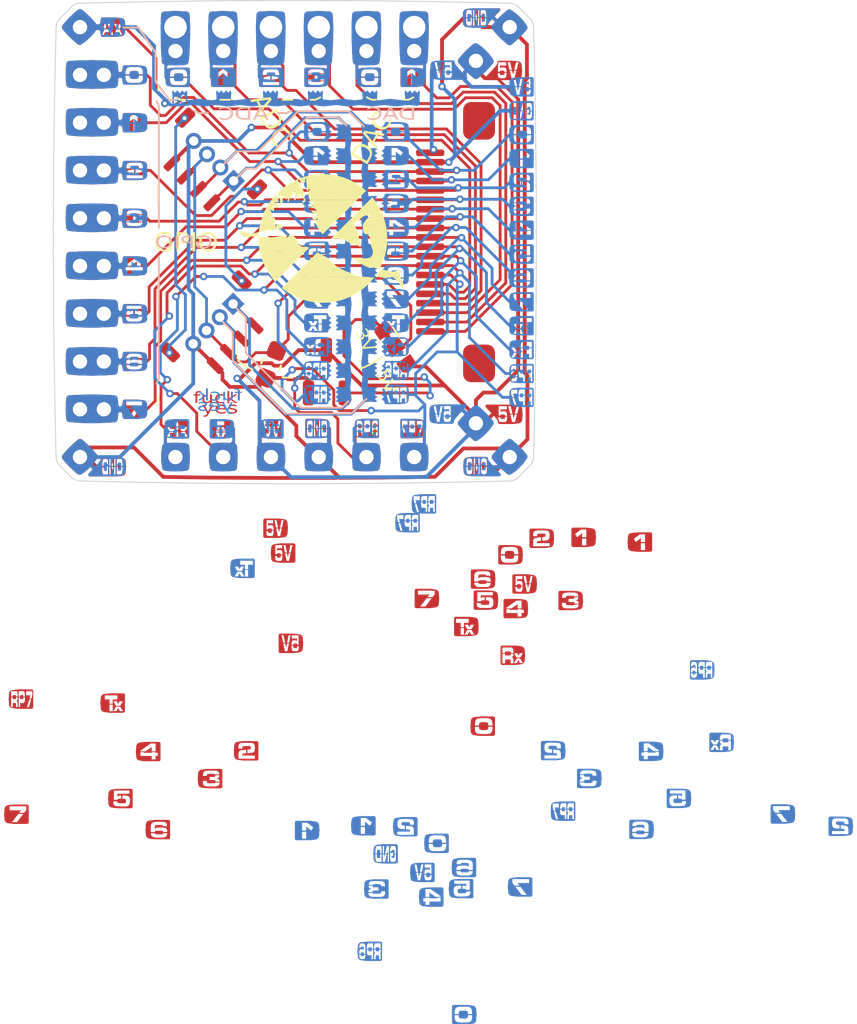
<source format=kicad_pcb>
(kicad_pcb (version 20241229) (generator "pcbnew") (generator_version "9.0")
  (layers (0 "F.Cu" signal) (2 "B.Cu" signal) (13 "F.Paste" user) (15 "B.Paste" user) (5 "F.SilkS" user "F.Silkscreen") (7 "B.SilkS" user "B.Silkscreen") (1 "F.Mask" user) (3 "B.Mask" user) (25 "Edge.Cuts" user))
  (net 0 "")
  (net 1 "GPIO_23")
  (net 2 "GPIO_22")
  (net 3 "UART_Tx")
  (net 4 "GPIO_21")
  (net 5 "GPIO_20")
  (net 6 "DAC_1")
  (net 7 "GND")
  (net 8 "ADC_UNBUFFERED_+-8V_2")
  (net 9 "+5V")
  (net 10 "GPIO_26")
  (net 11 "ADC_UNBUFFERED_+-8V_3")
  (net 12 "DAC_0")
  (net 13 "GPIO_27")
  (net 14 "GPIO_6")
  (net 15 "GPIO_7")
  (net 16 "ADC_UNBUFFERED_+-8V_1")
  (net 17 "GPIO_25")
  (net 18 "GPIO_24")
  (net 19 "UART_Rx")
  (net 20 "ADC_UNBUFFERED_+-8V_0")
  (net 21 "Net-(J9-Pin_1)")
  (net 22 "Net-(J16-Pin_2)")
  (net 23 "Qwiic_Power")
  (net 24 "Net-(J16-Pin_1)")
  (net 25 "Net-(JP1-A)")
  (footprint "clipboard:f4516ded-98db-4fee-8dc9-e6cd45de1f61" (layer "F.Cu") (at 59.571938 75.449405)
    (property "Reference" "")
    (property "Value" "")
  )
  (footprint "clipboard:37c36f3b-f502-4c17-9669-6d5561776e15" (layer "F.Cu") (at 81.43 81.68)
    (property "Reference" "")
    (property "Value" "")
  )
  (footprint "JumperlessFootprints:Conn_1x2" (layer "F.Cu") (at 67.31 74.93 90)
    (property "Reference" "J15" (hide yes))
    (property "Value" "Power" (hide yes))
  )
  (footprint "clipboard:a5e2bce8-4834-4d4b-a960-7afa6553c63a" (layer "F.Cu") (at 75.4744 73.42)
    (property "Reference" "")
    (property "Value" "")
  )
  (footprint "JumperlessFootprints:SolderJumper-3_P1.3mm_Bridged12_Pad1.0x1.5mm" (layer "F.Cu") (at 73.914 69.088 -55.25)
    (property "Reference" "JP1" (hide yes))
    (property "Value" "SolderJumper_3_Bridged12" (hide yes))
  )
  (footprint "clipboard:f4516ded-98db-4fee-8dc9-e6cd45de1f61" (layer "F.Cu") (at 77.558062 51.580596)
    (property "Reference" "")
    (property "Value" "")
  )
  (footprint "clipboard:e3b6f9e6-02e4-4b42-83cd-43f01d501aee" (layer "F.Cu") (at 73.9484 78.421)
    (property "Reference" "")
    (property "Value" "")
  )
  (footprint "clipboard:41714a66-e019-4f4c-94cb-b358c546f773" (layer "F.Cu") (at 78.2208 104.58)
    (property "Reference" "")
    (property "Value" "")
  )
  (footprint "clipboard:242c81ed-b4ba-4202-89b1-4b0763f85a22" (layer "F.Cu") (at 98.2472 94.5642)
    (property "Reference" "")
    (property "Value" "")
  )
  (footprint "clipboard:e1db2946-ab65-49c6-9336-25c4e5ceaccc" (layer "F.Cu") (at 80.8 85.47)
    (property "Reference" "")
    (property "Value" "")
  )
  (footprint "clipboard:37c36f3b-f502-4c17-9669-6d5561776e15" (layer "F.Cu") (at 68.5038 80.0354)
    (property "Reference" "")
    (property "Value" "")
  )
  (footprint "clipboard:8bc8ab79-9a07-4854-8b04-b045e4a7e801" (layer "F.Cu") (at 84.57 79.2)
    (property "Reference" "")
    (property "Value" "")
  )
  (footprint "JumperlessFootprints:Conn_1x8" (layer "F.Cu") (at 58.42 54.61)
    (property "Reference" "J2" (hide yes))
    (property "Value" "Routable GPIO" (hide yes))
  )
  (footprint "clipboard:37c36f3b-f502-4c17-9669-6d5561776e15" (layer "F.Cu") (at 67.873388 73.4314)
    (property "Reference" "")
    (property "Value" "")
  )
  (footprint "clipboard:f4516ded-98db-4fee-8dc9-e6cd45de1f61" (layer "F.Cu") (at 77.568062 75.429405)
    (property "Reference" "")
    (property "Value" "")
  )
  (footprint "clipboard:a4c831be-34de-4b5c-bff5-a399ff4af102" (layer "F.Cu") (at 64.1286 54.737)
    (property "Reference" "")
    (property "Value" "")
  )
  (footprint "clipboard:3ff29b81-3803-4faf-aba7-c5b6e67da9b4" (layer "F.Cu") (at 80.68 80.13)
    (property "Reference" "")
    (property "Value" "")
  )
  (footprint "JumperlessFootprints:QwiicSMD" (layer "F.Cu") (at 64.655745 58.790345 -45)
    (property "Reference" "J18" (hide yes))
    (property "Value" "Conn_01x04" (hide yes))
  )
  (footprint "Connector_PinHeader_1.00mm:PinHeader_1x04_P1.00mm_Vertical" (layer "F.Cu") (at 65.295214 66.784786 -45)
    (property "Reference" "J20" (hide yes))
    (property "Value" "Conn_01x04" (hide yes))
  )
  (footprint "clipboard:d4ce734b-006d-4c6b-b615-0b098cd3965c" (layer "F.Cu") (at 69.8608 94.79)
    (property "Reference" "")
    (property "Value" "")
  )
  (footprint "clipboard:0642b0dd-4391-48c1-9f35-5587195babd0" (layer "F.Cu") (at 87.65 94.73)
    (property "Reference" "")
    (property "Value" "")
  )
  (footprint "clipboard:37c36f3b-f502-4c17-9669-6d5561776e15" (layer "F.Cu") (at 68.9928 84.836)
    (property "Reference" "")
    (property "Value" "")
  )
  (footprint "clipboard:25a81f0a-62d1-4300-b847-958e87ba07ac" (layer "F.Cu") (at 83.88 82.56)
    (property "Reference" "")
    (property "Value" "")
  )
  (footprint "clipboard:821362a9-c74a-42d6-a8c7-b5dfeb2b44cc" (layer "F.Cu") (at 90.88 86.25)
    (property "Reference" "")
    (property "Value" "")
  )
  (footprint "clipboard:0879151a-3476-43ef-9a20-edbe2340b247" (layer "F.Cu") (at 65.3288 73.4314)
    (property "Reference" "")
    (property "Value" "")
  )
  (footprint "clipboard:ebe3a345-40c6-4c42-8239-2feab4ba24bd" (layer "F.Cu") (at 82.34 79.25)
    (property "Reference" "")
    (property "Value" "")
  )
  (footprint "clipboard:8b96d743-713b-49aa-a0a3-4b151e13b847" (layer "F.Cu") (at 91.91 90.1)
    (property "Reference" "")
    (property "Value" "")
  )
  (footprint "clipboard:b6ed0844-75c7-4aa3-b602-0c562b199564" (layer "F.Cu") (at 89.64 93.08)
    (property "Reference" "")
    (property "Value" "")
  )
  (footprint "Connector_PinHeader_1.00mm:PinHeader_1x04_P1.00mm_Vertical" (layer "F.Cu") (at 65.32266 60.24266 -135)
    (property "Reference" "J20" (hide yes))
    (property "Value" "Conn_01x04" (hide yes))
  )
  (footprint "JumperlessFootprints:Qwiic_Selector" (layer "F.Cu") (at 71.8566 57.6326)
    (property "Reference" "U3" (hide yes))
    (property "Value" "~" (hide yes))
  )
  (footprint "clipboard:f32ee183-1265-49e2-a324-8570381b2f28" (layer "F.Cu") (at 95.17 93.91)
    (property "Reference" "")
    (property "Value" "")
  )
  (footprint "JumperlessFootprints:Conn_1x2" (layer "F.Cu") (at 78.213949 53.866051 135)
    (property "Reference" "J14" (hide yes))
    (property "Value" "Power" (hide yes))
  )
  (footprint "JumperlessFootprints:Conn_1x2" (layer "F.Cu") (at 64.77 74.93 -90)
    (property "Reference" "J10" (hide yes))
    (property "Value" "Routable UART" (hide yes))
  )
  (footprint "clipboard:37c36f3b-f502-4c17-9669-6d5561776e15" (layer "F.Cu") (at 68.18 78.7146)
    (property "Reference" "")
    (property "Value" "")
  )
  (footprint "JumperlessFootprints:QwiicSMD" (layer "F.Cu") (at 63.841288 67.449257 45)
    (property "Reference" "J17" (hide yes))
    (property "Value" "Conn_01x04" (hide yes))
  )
  (footprint "Package_TO_SOT_SMD:SOT-23-3" (layer "F.Cu") (at 70.2564 70.3834 90)
    (property "Reference" "U4" (hide yes))
    (property "Value" "XC6206PxxxMR" (hide yes))
  )
  (footprint "clipboard:58f72f98-d038-4579-84e6-3a54898092f2" (layer "F.Cu") (at 80.96 82.99)
    (property "Reference" "")
    (property "Value" "")
  )
  (footprint "clipboard:b3fbf322-1599-411d-9994-78341c0a0e6f" (layer "F.Cu") (at 65.3288 73.4314)
    (property "Reference" "")
    (property "Value" "")
  )
  (footprint "clipboard:242c81ed-b4ba-4202-89b1-4b0763f85a22" (layer "F.Cu") (at 82.95 90.54)
    (property "Reference" "")
    (property "Value" "")
  )
  (footprint "clipboard:a6b27f51-e9e6-4aef-86a7-488782df47ef" (layer "F.Cu") (at 80.667556 72.657)
    (property "Reference" "")
    (property "Value" "")
  )
  (footprint "JumperlessFootprints:SolderJumper_4of1_small" (layer "F.Cu") (at 57.15 52.07)
    (property "Reference" "U1" (hide yes))
    (property "Value" "~" (hide yes))
  )
  (footprint "clipboard:d81a2988-1e56-4080-8d43-df92d7589714" (layer "F.Cu") (at 70.3644 54.737)
    (property "Reference" "")
    (property "Value" "")
  )
  (footprint "clipboard:a8f4ae1a-b378-40f2-97a2-f46b783a69a6" (layer "F.Cu") (at 71.882 54.737)
    (property "Reference" "")
    (property "Value" "")
  )
  (footprint "clipboard:f909549f-634d-4eab-894f-0a35d4dae87d" (layer "F.Cu") (at 75.4698 73.406)
    (property "Reference" "")
    (property "Value" "")
  )
  (footprint "JumperlessFootprints:Conn_1x4" (layer "F.Cu") (at 66.04 52.07)
    (property "Reference" "J8" (hide yes))
    (property "Value" "ADCs" (hide yes))
  )
  (footprint "clipboard:2dff0afb-b145-4409-abd7-f60acfc81919" (layer "F.Cu") (at 75.4762 54.737)
    (property "Reference" "")
    (property "Value" "")
  )
  (footprint "clipboard:7fe1e86d-b7c7-4e84-8545-4b676ee9db7a" (layer "F.Cu") (at 84.87 92.02)
    (property "Reference" "")
    (property "Value" "")
  )
  (footprint "clipboard:a6b27f51-e9e6-4aef-86a7-488782df47ef" (layer "F.Cu") (at 80.63798 54.369361)
    (property "Reference" "")
    (property "Value" "")
  )
  (footprint "JumperlessFootprints:Conn_1x2" (layer "F.Cu") (at 78.213949 73.133949 45)
    (property "Reference" "J5" (hide yes))
    (property "Value" "Power" (hide yes))
  )
  (footprint "JumperlessFootprints:Conn_1x2" (layer "F.Cu") (at 72.39 74.93 90)
    (property "Reference" "J6" (hide yes))
    (property "Value" "Control_I2C" (hide yes))
  )
  (footprint "clipboard:6e1898b8-257d-49a1-82cf-03ba3357aad0" (layer "F.Cu") (at 67.9514 54.737)
    (property "Reference" "")
    (property "Value" "")
  )
  (footprint "clipboard:b876c3c5-d203-41bd-84df-38b4af9786b8" (layer "F.Cu") (at 76.23 82.45)
    (property "Reference" "")
    (property "Value" "")
  )
  (footprint "clipboard:1172f331-e150-41fc-b592-9e0221ae5509" (layer "F.Cu") (at 79.22 81.42)
    (property "Reference" "")
    (property "Value" "")
  )
  (footprint "clipboard:6f48af46-0cf8-4dab-b73e-b7ba7b69b581" (layer "F.Cu") (at 70.4088 73.406)
    (property "Reference" "")
    (property "Value" "")
  )
  (footprint "JumperlessFootprints:FPC FC05-S20FCT" (layer "F.Cu") (at 75.03 58.75 -90)
    (property "Reference" "J1" (hide yes))
    (property "Value" "FPC Connector" (hide yes))
  )
  (footprint "Capacitor_SMD:C_0603_1608Metric" (layer "F.Cu") (at 67.317 70.006 -112.25)
    (property "Reference" "C1" (hide yes))
    (property "Value" "1uF" (hide yes))
  )
  (footprint "JumperlessFootprints:Conn_1x10" (layer "F.Cu") (at 57.15 52.07)
    (property "Reference" "J9" (hide yes))
    (property "Value" "Bus Pirate" (hide yes))
  )
  (footprint "clipboard:28d53c87-4247-4794-bbe1-5e116e04487f" (layer "F.Cu") (at 79.37 82.54)
    (property "Reference" "")
    (property "Value" "")
  )
  (footprint "clipboard:525b325c-e8f8-4d4f-98c0-3540304592e7" (layer "F.Cu") (at 88.16 90.58)
    (property "Reference" "")
    (property "Value" "")
  )
  (footprint "clipboard:b3fbf322-1599-411d-9994-78341c0a0e6f" (layer "F.Cu") (at 78.33 83.94)
    (property "Reference" "")
    (property "Value" "")
  )
  (footprint "clipboard:a8f4ae1a-b378-40f2-97a2-f46b783a69a6" (layer "F.Cu") (at 61.7156 54.737)
    (property "Reference" "")
    (property "Value" "")
  )
  (footprint "clipboard:e3b6f9e6-02e4-4b42-83cd-43f01d501aee" (layer "F.Cu") (at 74.822 77.4192)
    (property "Reference" "")
    (property "Value" "")
  )
  (footprint "clipboard:e3b6f9e6-02e4-4b42-83cd-43f01d501aee" (layer "F.Cu") (at 82.2224 93.761)
    (property "Reference" "")
    (property "Value" "")
  )
  (footprint "clipboard:c0db0b36-c9fe-4e1a-b5f9-3020dc1012bd" (layer "B.Cu") (at 70.3644 54.737 180)
    (property "Reference" "")
    (property "Value" "")
  )
  (footprint "clipboard:b9a91d27-5eef-493c-bbd5-b46d1e9312ee" (layer "B.Cu") (at 71.9408 101.21 180)
    (property "Reference" "")
    (property "Value" "")
  )
  (footprint "clipboard:b9a91d27-5eef-493c-bbd5-b46d1e9312ee" (layer "B.Cu") (at 71.7804 73.406 180)
    (property "Reference" "")
    (property "Value" "")
  )
  (footprint "clipboard:a6b27f51-e9e6-4aef-86a7-488782df47ef" (layer "B.Cu") (at 75.809221 54.355361 180)
    (property "Reference" "")
    (property "Value" "")
  )
  (footprint "clipboard:1172f331-e150-41fc-b592-9e0221ae5509" (layer "B.Cu") (at 76.9508 96.76 180)
    (property "Reference" "")
    (property "Value" "")
  )
  (footprint "clipboard:7c2f54df-c89f-421a-bfa9-e2f6f4fb354d" (layer "B.Cu") (at 61.7156 54.74 180)
    (property "Reference" "")
    (property "Value" "")
  )
  (footprint "clipboard:7fe1e86d-b7c7-4e84-8545-4b676ee9db7a" (layer "B.Cu") (at 63.444 92.031 180)
    (property "Reference" "")
    (property "Value" "")
  )
  (footprint "clipboard:ebe3a345-40c6-4c42-8239-2feab4ba24bd" (layer "B.Cu") (at 73.8308 94.59 180)
    (property "Reference" "")
    (property "Value" "")
  )
  (footprint "clipboard:a6b27f51-e9e6-4aef-86a7-488782df47ef" (layer "B.Cu") (at 75.758421 72.64464 180)
    (property "Reference" "")
    (property "Value" "")
  )
  (footprint "JumperlessFootprints:Conn_1x2" (layer "B.Cu") (at 72.39 52.07 -90)
    (property "Reference" "J7" (hide yes))
    (property "Value" "DACs" (hide yes))
  )
  (footprint "clipboard:0879151a-3476-43ef-9a20-edbe2340b247" (layer "B.Cu") (at 58.264 88.011 180)
    (property "Reference" "")
    (property "Value" "")
  )
  (footprint "clipboard:e1db2946-ab65-49c6-9336-25c4e5ceaccc" (layer "B.Cu") (at 61.6902 73.4314 180)
    (property "Reference" "")
    (property "Value" "")
  )
  (footprint "clipboard:620b9f18-00a3-42ae-acb7-6e98260b90f8" (layer "B.Cu") (at 75.4888 54.737 180)
    (property "Reference" "")
    (property "Value" "")
  )
  (footprint "clipboard:242c81ed-b4ba-4202-89b1-4b0763f85a22" (layer "B.Cu") (at 65.364 90.551 180)
    (property "Reference" "")
    (property "Value" "")
  )
  (footprint "clipboard:6f48af46-0cf8-4dab-b73e-b7ba7b69b581" (layer "B.Cu") (at 72.7808 96.03 180)
    (property "Reference" "")
    (property "Value" "")
  )
  (footprint "clipboard:28d53c87-4247-4794-bbe1-5e116e04487f" (layer "B.Cu") (at 76.8008 97.88 180)
    (property "Reference" "")
    (property "Value" "")
  )
  (footprint "clipboard:b6ed0844-75c7-4aa3-b602-0c562b199564" (layer "B.Cu") (at 58.674 93.091 180)
    (property "Reference" "")
    (property "Value" "")
  )
  (footprint "clipboard:3ff29b81-3803-4faf-aba7-c5b6e67da9b4" (layer "B.Cu") (at 75.4908 95.47 180)
    (property "Reference" "")
    (property "Value" "")
  )
  (footprint "clipboard:a4c831be-34de-4b5c-bff5-a399ff4af102" (layer "B.Cu") (at 65.405 54.737 180)
    (property "Reference" "")
    (property "Value" "")
  )
  (footprint "clipboard:0642b0dd-4391-48c1-9f35-5587195babd0" (layer "B.Cu") (at 60.664 94.741 180)
    (property "Reference" "")
    (property "Value" "")
  )
  (footprint "clipboard:58f72f98-d038-4579-84e6-3a54898092f2" (layer "B.Cu") (at 75.2108 98.33 180)
    (property "Reference" "")
    (property "Value" "")
  )
  (footprint "clipboard:37c36f3b-f502-4c17-9669-6d5561776e15" (layer "B.Cu") (at 74.7408 97.02 180)
    (property "Reference" "")
    (property "Value" "")
  )
  (footprint "clipboard:8b96d743-713b-49aa-a0a3-4b151e13b847" (layer "B.Cu") (at 61.6648 73.4314 180)
    (property "Reference" "")
    (property "Value" "")
  )
  (footprint "clipboard:f4516ded-98db-4fee-8dc9-e6cd45de1f61" (layer "B.Cu") (at 77.583262 75.437405 180)
    (property "Reference" "")
    (property "Value" "")
  )
  (footprint "clipboard:c3fee8c1-a2e6-48fc-8f25-de405d0cde99" (layer "B.Cu") (at 69.146559 73.863412 180)
    (property "Reference" "")
    (property "Value" "")
  )
  (footprint "clipboard:b3fbf322-1599-411d-9994-78341c0a0e6f" (layer "B.Cu") (at 65.17 80.8482 180)
    (property "Reference" "")
    (property "Value" "")
  )
  (footprint "clipboard:25a81f0a-62d1-4300-b847-958e87ba07ac" (layer "B.Cu") (at 72.2908 97.9 180)
    (property "Reference" "")
    (property "Value" "")
  )
  (footprint "clipboard:f909549f-634d-4eab-894f-0a35d4dae87d" (layer "B.Cu") (at 53.384 87.801 180)
    (property "Reference" "")
    (property "Value" "")
  )
  (footprint "" (layer "B.Cu") (at 66.68159 54.738143 180)
    (property "Reference" "")
    (property "Value" "")
  )
  (footprint "clipboard:7c2f54df-c89f-421a-bfa9-e2f6f4fb354d" (layer "B.Cu") (at 71.882 54.737 180)
    (property "Reference" "")
    (property "Value" "")
  )
  (footprint "clipboard:d4ce734b-006d-4c6b-b615-0b098cd3965c" (layer "B.Cu") (at 86.31 79.45 180)
    (property "Reference" "")
    (property "Value" "")
  )
  (footprint "clipboard:f4516ded-98db-4fee-8dc9-e6cd45de1f61" (layer "B.Cu") (at 77.532462 51.6128 180)
    (property "Reference" "")
    (property "Value" "")
  )
  (footprint "clipboard:f32ee183-1265-49e2-a324-8570381b2f28" (layer "B.Cu") (at 53.144 93.921 180)
    (property "Reference" "")
    (property "Value" "")
  )
  (footprint "clipboard:9dc20ad3-e78f-4b58-b602-7d2cdd397571" (layer "B.Cu") (at 66.7004 73.4314 180)
    (property "Reference" "")
    (property "Value" "")
  )
  (footprint "clipboard:41714a66-e019-4f4c-94cb-b358c546f773" (layer "B.Cu") (at 77.95 89.24 180)
    (property "Reference" "")
    (property "Value" "")
  )
  (footprint "clipboard:525b325c-e8f8-4d4f-98c0-3540304592e7" (layer "B.Cu") (at 60.154 90.591 180)
    (property "Reference" "")
    (property "Value" "")
  )
  (footprint "clipboard:821362a9-c74a-42d6-a8c7-b5dfeb2b44cc" (layer "B.Cu") (at 71.7804 73.406 180)
    (property "Reference" "")
    (property "Value" "")
  )
  (footprint "clipboard:b876c3c5-d203-41bd-84df-38b4af9786b8" (layer "B.Cu") (at 79.9408 97.79 180)
    (property "Reference" "")
    (property "Value" "")
  )
  (footprint "JumperlessFootprints:daisychainRIGHT" (layer "B.Cu") (at 80.01 55.245 180)
    (property "Reference" "J3" (hide yes))
    (property "Value" "DaisyChain_IN" (hide yes))
  )
  (footprint "clipboard:8bc8ab79-9a07-4854-8b04-b045e4a7e801" (layer "B.Cu") (at 71.6008 94.54 180)
    (property "Reference" "")
    (property "Value" "")
  )
  (footprint "clipboard:f4516ded-98db-4fee-8dc9-e6cd45de1f61" (layer "B.Cu") (at 59.5376 75.438 180)
    (property "Reference" "")
    (property "Value" "")
  )
  (gr_arc (start 68.46 70.71) (mid 68.189231 70.708843) (end 67.92 70.68) (stroke (width 0.1)) (layer "F.SilkS"))
  (gr_poly (pts (xy 65.678017 62.925) (xy 65.681508 62.925318) (xy 65.685138 62.925876) (xy 65.688904 62.926676) (xy 65.692798 62.927717) (xy 65.696817 62.929) (xy 65.700953 62.930526) (xy 65.702941 62.931261) (xy 65.70508 62.931963) (xy 65.709799 62.933268) (xy 65.715078 62.934437) (xy 65.720885 62.935463) (xy 65.727189 62.936342) (xy 65.733959 62.937069) (xy 65.741163 62.93764) (xy 65.748769 62.938049) (xy 65.754901 62.938335) (xy 65.760179 62.938662) (xy 65.764841 62.93906) (xy 65.769125 62.939563) (xy 65.773268 62.940202) (xy 65.777509 62.941009) (xy 65.782086 62.942018) (xy 65.787237 62.943259) (xy 65.791439 62.944266) (xy 65.795397 62.945142) (xy 65.799103 62.945886) (xy 65.802552 62.946497) (xy 65.805739 62.946974) (xy 65.808656 62.947315) (xy 65.811299 62.947521) (xy 65.812516 62.947573) (xy 65.813662 62.94759) (xy 65.816832 62.947662) (xy 65.820088 62.947936) (xy 65.823812 62.948496) (xy 65.828386 62.949429) (xy 65.834191 62.950819) (xy 65.841609 62.952753) (xy 65.862815 62.958592) (xy 65.867873 62.960021) (xy 65.873163 62.961544) (xy 65.878059 62.962979) (xy 65.881933 62.964144) (xy 65.890703 62.966793) (xy 65.90105 62.969865) (xy 65.905756 62.971262) (xy 65.910087 62.972571) (xy 65.913565 62.973644) (xy 65.915708 62.974336) (xy 65.919207 62.975482) (xy 65.923422 62.976768) (xy 65.933255 62.979558) (xy 65.943713 62.982299) (xy 65.948711 62.983524) (xy 65.953305 62.984584) (xy 65.965301 62.987317) (xy 65.976246 62.989914) (xy 65.978658 62.990438) (xy 65.981613 62.990967) (xy 65.984995 62.991488) (xy 65.988689 62.991985) (xy 65.99258 62.992444) (xy 65.996553 62.99285) (xy 66.000493 62.99319) (xy 66.004285 62.993449) (xy 66.010953 62.993913) (xy 66.014075 62.994191) (xy 66.017062 62.994502) (xy 66.019918 62.994846) (xy 66.022646 62.995223) (xy 66.02525 62.995635) (xy 66.027735 62.996083) (xy 66.030104 62.996566) (xy 66.032362 62.997087) (xy 66.034513 62.997644) (xy 66.03656 62.998241) (xy 66.038507 62.998876) (xy 66.04036 62.999552) (xy 66.042121 63.000268) (xy 66.043794 63.001026) (xy 66.045117 63.00157) (xy 66.046927 63.002188) (xy 66.049145 63.002856) (xy 66.051688 63.003553) (xy 66.054478 63.00426) (xy 66.057431 63.004953) (xy 66.060468 63.005612) (xy 66.063508 63.006216) (xy 66.066749 63.006873) (xy 66.070078 63.007635) (xy 66.073422 63.00848) (xy 66.076704 63.009386) (xy 66.079851 63.010331) (xy 66.082787 63.011294) (xy 66.085436 63.012254) (xy 66.087725 63.013188) (xy 66.100522 63.018741) (xy 66.105584 63.020864) (xy 66.110147 63.022706) (xy 66.114509 63.024383) (xy 66.118964 63.026013) (xy 66.123809 63.027712) (xy 66.129338 63.029596) (xy 66.143298 63.034234) (xy 66.148875 63.035994) (xy 66.154034 63.037531) (xy 66.159163 63.038955) (xy 66.164651 63.040379) (xy 66.178254 63.043671) (xy 66.189491 63.046312) (xy 66.193569 63.047247) (xy 66.197028 63.048013) (xy 66.200171 63.048676) (xy 66.203303 63.049303) (xy 66.210754 63.050708) (xy 66.21353 63.051238) (xy 66.216378 63.051808) (xy 66.218963 63.052349) (xy 66.22095 63.052793) (xy 66.222551 63.053098) (xy 66.224609 63.053371) (xy 66.22986 63.053821) (xy 66.236221 63.054136) (xy 66.243215 63.05431) (xy 66.250359 63.054335) (xy 66.257174 63.054204) (xy 66.26318 63.053912) (xy 66.265729 63.053704) (xy 66.267896 63.053452) (xy 66.275063 63.052332) (xy 66.282665 63.050942) (xy 66.29033 63.049371) (xy 66.297685 63.047707) (xy 66.304355 63.046038) (xy 66.30997 63.044454) (xy 66.312264 63.043721) (xy 66.314154 63.043043) (xy 66.315594 63.04243) (xy 66.316537 63.041894) (xy 66.317309 63.041405) (xy 66.318281 63.040916) (xy 66.319445 63.040431) (xy 66.320794 63.039949) (xy 66.324022 63.039002) (xy 66.327913 63.038087) (xy 66.332412 63.037216) (xy 66.337468 63.0364) (xy 66.343028 63.03565) (xy 66.349037 63.034977) (xy 66.35561 63.03427) (xy 66.361478 63.033539) (xy 66.36684 63.032747) (xy 66.371895 63.031855) (xy 66.376841 63.030825) (xy 66.381875 63.02962) (xy 66.387198 63.0282) (xy 66.393007 63.026528) (xy 66.394923 63.025975) (xy 66.396951 63.025414) (xy 66.399029 63.024863) (xy 66.401094 63.024335) (xy 66.403087 63.023847) (xy 66.404945 63.023413) (xy 66.406606 63.02305) (xy 66.40801 63.022772) (xy 66.409316 63.022521) (xy 66.410696 63.022237) (xy 66.41211 63.02193) (xy 66.413514 63.021609) (xy 66.414868 63.021284) (xy 66.416129 63.020965) (xy 66.417256 63.020661) (xy 66.418206 63.020383) (xy 66.419319 63.020099) (xy 66.42091 63.01978) (xy 66.422905 63.019435) (xy 66.42523 63.019076) (xy 66.42781 63.018713) (xy 66.430572 63.018359) (xy 66.43344 63.018023) (xy 66.43634 63.017718) (xy 66.44304 63.016999) (xy 66.4496 63.016192) (xy 66.456076 63.015285) (xy 66.462527 63.014269) (xy 66.469011 63.013135) (xy 66.475584 63.011872) (xy 66.482305 63.010472) (xy 66.489232 63.008924) (xy 66.492615 63.008201) (xy 66.497588 63.007209) (xy 66.50348 63.006078) (xy 66.509624 63.004939) (xy 66.520874 63.002786) (xy 66.534012 62.999922) (xy 66.553913 62.99523) (xy 66.585457 62.987594) (xy 66.610468 62.98157) (xy 66.620106 62.979297) (xy 66.627906 62.977502) (xy 66.633922 62.976171) (xy 66.638208 62.975292) (xy 66.63972 62.975018) (xy 66.640819 62.974853) (xy 66.641514 62.974794) (xy 66.641711 62.974805) (xy 66.64181 62.974841) (xy 66.641844 62.975329) (xy 66.641803 62.976583) (xy 66.641521 62.981055) (xy 66.641013 62.987581) (xy 66.640326 62.995486) (xy 66.636388 63.042063) (xy 66.633176 63.087228) (xy 66.630621 63.132009) (xy 66.62866 63.177431) (xy 66.628458 63.180336) (xy 66.628289 63.181716) (xy 66.628073 63.183047) (xy 66.627812 63.18433) (xy 66.627505 63.185565) (xy 66.627152 63.186751) (xy 66.626754 63.18789) (xy 66.626309 63.188979) (xy 66.625819 63.190021) (xy 66.625283 63.191014) (xy 66.6247 63.191958) (xy 66.624073 63.192855) (xy 66.623399 63.193703) (xy 66.622679 63.194502) (xy 66.621914 63.195254) (xy 66.621103 63.195956) (xy 66.620246 63.196611) (xy 66.619343 63.197217) (xy 66.618394 63.197775) (xy 66.617399 63.198285) (xy 66.616359 63.198746) (xy 66.615272 63.199159) (xy 66.61414 63.199523) (xy 66.612962 63.19984) (xy 66.611739 63.200107) (xy 66.610469 63.200327) (xy 66.609153 63.200498) (xy 66.607792 63.200621) (xy 66.606385 63.200695) (xy 66.603433 63.200699) (xy 66.535622 63.199116) (xy 66.502802 63.198522) (xy 66.48732 63.198392) (xy 66.469609 63.198668) (xy 66.430605 63.199096) (xy 66.407864 63.199413) (xy 66.385986 63.199885) (xy 66.367459 63.20045) (xy 66.354773 63.201042) (xy 66.288007 63.205034) (xy 66.278591 63.205599) (xy 66.269632 63.206189) (xy 66.261313 63.206789) (xy 66.253818 63.207384) (xy 66.24733 63.207958) (xy 66.242034 63.208496) (xy 66.238113 63.208984) (xy 66.236726 63.209203) (xy 66.235752 63.209405) (xy 66.231855 63.210313) (xy 66.226535 63.211456) (xy 66.22049 63.212688) (xy 66.214421 63.213863) (xy 66.208759 63.215113) (xy 66.202061 63.216907) (xy 66.194575 63.21916) (xy 66.18655 63.22179) (xy 66.178236 63.22471) (xy 66.16988 63.227836) (xy 66.161731 63.231085) (xy 66.154039 63.234371) (xy 66.14787 63.236909) (xy 66.139828 63.239931) (xy 66.130604 63.243207) (xy 66.120889 63.246506) (xy 66.111375 63.249599) (xy 66.102753 63.252256) (xy 66.095714 63.254248) (xy 66.090951 63.255343) (xy 66.078534 63.257341) (xy 66.067336 63.25894) (xy 66.057173 63.260154) (xy 66.047857 63.260996) (xy 66.039204 63.261481) (xy 66.035067 63.261594) (xy 66.031026 63.261623) (xy 66.027058 63.261569) (xy 66.023139 63.261434) (xy 66.015356 63.260928) (xy 66.015356 63.26093) (xy 66.012072 63.260613) (xy 66.010556 63.260432) (xy 66.009108 63.260234) (xy 66.007719 63.260015) (xy 66.006375 63.259773) (xy 66.005068 63.259504) (xy 66.003784 63.259206) (xy 66.002514 63.258876) (xy 66.001246 63.258512) (xy 65.999968 63.25811) (xy 65.99867 63.257669) (xy 65.997341 63.257185) (xy 65.995969 63.256655) (xy 65.993053 63.255447) (xy 65.990827 63.254522) (xy 65.988499 63.25361) (xy 65.986137 63.252734) (xy 65.983812 63.251917) (xy 65.981591 63.251184) (xy 65.979544 63.250557) (xy 65.977739 63.250061) (xy 65.976246 63.249718) (xy 65.974875 63.24944) (xy 65.97342 63.249126) (xy 65.970435 63.248439) (xy 65.968995 63.248086) (xy 65.967648 63.247741) (xy 65.966439 63.247415) (xy 65.965413 63.247118) (xy 65.96172 63.246141) (xy 65.954963 63.244476) (xy 65.9361 63.240015) (xy 65.925489 63.237493) (xy 65.91497 63.234882) (xy 65.905758 63.232489) (xy 65.899068 63.230622) (xy 65.896298 63.229849) (xy 65.893088 63.229047) (xy 65.889553 63.228239) (xy 65.885808 63.227448) (xy 65.881968 63.226699) (xy 65.878148 63.226013) (xy 65.874464 63.225415) (xy 65.871029 63.224928) (xy 65.857476 63.223138) (xy 65.85184 63.222356) (xy 65.84689 63.221631) (xy 65.842569 63.220949) (xy 65.838818 63.220294) (xy 65.837139 63.219973) (xy 65.835582 63.219653) (xy 65.834139 63.219333) (xy 65.832803 63.219011) (xy 65.831567 63.218686) (xy 65.830424 63.218354) (xy 65.829367 63.218016) (xy 65.828389 63.217668) (xy 65.827482 63.217309) (xy 65.82664 63.216938) (xy 65.825855 63.216552) (xy 65.82512 63.21615) (xy 65.824429 63.215729) (xy 65.823774 63.215289) (xy 65.823147 63.214827) (xy 65.822542 63.214341) (xy 65.821952 63.21383) (xy 65.821369 63.213292) (xy 65.820198 63.212128) (xy 65.81926 63.211086) (xy 65.818401 63.209981) (xy 65.817623 63.208817) (xy 65.816926 63.207597) (xy 65.816311 63.206325) (xy 65.81578 63.205004) (xy 65.815332 63.203639) (xy 65.814969 63.202233) (xy 65.814691 63.200788) (xy 65.814499 63.19931) (xy 65.814395 63.197802) (xy 65.814378 63.196267) (xy 65.81445 63.194709) (xy 65.814612 63.193131) (xy 65.814864 63.191538) (xy 65.815207 63.189932) (xy 65.815482 63.188864) (xy 65.815787 63.18781) (xy 65.816119 63.186773) (xy 65.816479 63.185754) (xy 65.816864 63.184753) (xy 65.817275 63.183773) (xy 65.818167 63.181876) (xy 65.819146 63.180075) (xy 65.820203 63.178378) (xy 65.820758 63.177572) (xy 65.82133 63.176796) (xy 65.821917 63.176052) (xy 65.822518 63.175339) (xy 65.823132 63.17466) (xy 65.823758 63.174016) (xy 65.824395 63.173408) (xy 65.825042 63.172838) (xy 65.825698 63.172306) (xy 65.826362 63.171813) (xy 65.827032 63.171362) (xy 65.827708 63.170953) (xy 65.828388 63.170587) (xy 65.829072 63.170267) (xy 65.829758 63.169992) (xy 65.830445 63.169764) (xy 65.831133 63.169585) (xy 65.831819 63.169456) (xy 65.832504 63.169377) (xy 65.833185 63.16935) (xy 65.833426 63.169348) (xy 65.833653 63.169339) (xy 65.833868 63.169325) (xy 65.83407 63.169306) (xy 65.834259 63.16928) (xy 65.834435 63.16925) (xy 65.834599 63.169213) (xy 65.834749 63.169171) (xy 65.834887 63.169124) (xy 65.835012 63.16907) (xy 65.835124 63.169012) (xy 65.835224 63.168947) (xy 65.83531 63.168877) (xy 65.835384 63.168802) (xy 65.835445 63.16872) (xy 65.835493 63.168634) (xy 65.835529 63.168541) (xy 65.835551 63.168443) (xy 65.835561 63.16834) (xy 65.835558 63.16823) (xy 65.835542 63.168116) (xy 65.835513 63.167995) (xy 65.835472 63.167869) (xy 65.835418 63.167738) (xy 65.835351 63.1676) (xy 65.835271 63.167458) (xy 65.835178 63.167309) (xy 65.835072 63.167155) (xy 65.834954 63.166996) (xy 65.834823 63.16683) (xy 65.834679 63.16666) (xy 65.834522 63.166483) (xy 65.833594 63.165294) (xy 65.832387 63.163483) (xy 65.829317 63.158342) (xy 65.825663 63.151745) (xy 65.821781 63.144378) (xy 65.818022 63.136926) (xy 65.814742 63.130076) (xy 65.812293 63.124512) (xy 65.811491 63.122427) (xy 65.811029 63.120921) (xy 65.81076 63.119458) (xy 65.810546 63.117652) (xy 65.810391 63.115551) (xy 65.810293 63.113203) (xy 65.810256 63.110657) (xy 65.810281 63.107962) (xy 65.810368 63.105165) (xy 65.810518 63.102315) (xy 65.810498 63.101524) (xy 65.810333 63.100759) (xy 65.809571 63.099308) (xy 65.808231 63.097962) (xy 65.806314 63.096721) (xy 65.803821 63.095585) (xy 65.80075 63.094554) (xy 65.797102 63.093628) (xy 65.792878 63.092807) (xy 65.788076 63.092092) (xy 65.782697 63.091481) (xy 65.776741 63.090976) (xy 65.770208 63.090576) (xy 65.755411 63.090091) (xy 65.738306 63.090026) (xy 65.709846 63.090323) (xy 65.686349 63.090703) (xy 65.670252 63.091116) (xy 65.665741 63.09132) (xy 65.664503 63.091419) (xy 65.663994 63.091514) (xy 65.663765 63.091606) (xy 65.663348 63.091693) (xy 65.661991 63.091854) (xy 65.660006 63.091993) (xy 65.657478 63.092108) (xy 65.651126 63.092251) (xy 65.643602 63.092261) (xy 65.638221 63.09219) (xy 65.6337 63.09207) (xy 65.631717 63.091987) (xy 65.629895 63.091886) (xy 65.628217 63.091764) (xy 65.626664 63.091621) (xy 65.625219 63.091455) (xy 65.623865 63.091263) (xy 65.622582 63.091043) (xy 65.621354 63.090795) (xy 65.620162 63.090515) (xy 65.618989 63.090203) (xy 65.617817 63.089855) (xy 65.616628 63.089472) (xy 65.614827 63.088818) (xy 65.613042 63.088069) (xy 65.611278 63.087228) (xy 65.609539 63.086299) (xy 65.60783 63.085285) (xy 65.606156 63.084191) (xy 65.60452 63.083019) (xy 65.602927 63.081774) (xy 65.601382 63.080459) (xy 65.59989 63.079078) (xy 65.598454 63.077635) (xy 65.597079 63.076132) (xy 65.59577 63.074575) (xy 65.594531 63.072966) (xy 65.593367 63.071309) (xy 65.592283 63.069608) (xy 65.59179 63.068756) (xy 65.591345 63.067906) (xy 65.590948 63.067058) (xy 65.590598 63.066211) (xy 65.590296 63.065365) (xy 65.590042 63.06452) (xy 65.589835 63.063678) (xy 65.589676 63.062836) (xy 65.589565 63.061996) (xy 65.589501 63.061158) (xy 65.589485 63.060321) (xy 65.589517 63.059485) (xy 65.589597 63.058651) (xy 65.589724 63.057818) (xy 65.589898 63.056987) (xy 65.590121 63.056157) (xy 65.59042 63.05519) (xy 65.590724 63.054288) (xy 65.591039 63.053444) (xy 65.59137 63.052651) (xy 65.591722 63.051902) (xy 65.592099 63.05119) (xy 65.592507 63.050508) (xy 65.592952 63.049848) (xy 65.593437 63.049204) (xy 65.593969 63.048567) (xy 65.594551 63.047933) (xy 65.59519 63.047292) (xy 65.595891 63.046638) (xy 65.596657 63.045964) (xy 65.597496 63.045263) (xy 65.59841 63.044528) (xy 65.599958 63.043354) (xy 65.601498 63.042298) (xy 65.603066 63.041355) (xy 65.604697 63.040517) (xy 65.606426 63.039778) (xy 65.608288 63.03913) (xy 65.61032 63.038568) (xy 65.612556 63.038084) (xy 65.615031 63.037672) (xy 65.617782 63.037326) (xy 65.620843 63.037037) (xy 65.624249 63.0368) (xy 65.63224 63.036454) (xy 65.642039 63.036233) (xy 65.650895 63.035997) (xy 65.654955 63.035811) (xy 65.658802 63.035574) (xy 65.662457 63.035283) (xy 65.665946 63.034934) (xy 65.66929 63.034523) (xy 65.672514 63.034047) (xy 65.675641 63.033502) (xy 65.678694 63.032884) (xy 65.681697 63.032188) (xy 65.684673 63.031413) (xy 65.687645 63.030553) (xy 65.690637 63.029605) (xy 65.693672 63.028566) (xy 65.696773 63.02743) (xy 65.699318 63.026531) (xy 65.70186 63.025775) (xy 65.704537 63.025138) (xy 65.707487 63.0246) (xy 65.710851 63.024139) (xy 65.714767 63.023732) (xy 65.719374 63.023357) (xy 65.724811 63.022992) (xy 65.72973 63.022656) (xy 65.734138 63.022288) (xy 65.738077 63.021884) (xy 65.741589 63.021436) (xy 65.744717 63.02094) (xy 65.74615 63.020672) (xy 65.747502 63.020389) (xy 65.748779 63.020091) (xy 65.749987 63.019776) (xy 65.75113 63.019445) (xy 65.752213 63.019097) (xy 65.754279 63.018451) (xy 65.756413 63.017891) (xy 65.758626 63.017417) (xy 65.760932 63.017025) (xy 65.763343 63.016715) (xy 65.765872 63.016485) (xy 65.76853 63.016332) (xy 65.77133 63.016254) (xy 65.77638 63.016128) (xy 65.781855 63.015906) (xy 65.787096 63.015619) (xy 65.791444 63.015297) (xy 65.797072 63.014794) (xy 65.79783 63.014674) (xy 65.798299 63.014535) (xy 65.798421 63.014455) (xy 65.798464 63.014366) (xy 65.798428 63.014266) (xy 65.79831 63.014155) (xy 65.797822 63.013891) (xy 65.796985 63.013564) (xy 65.794204 63.012674) (xy 65.783797 63.009645) (xy 65.755757 63.001446) (xy 65.736187 62.995768) (xy 65.72881 62.993676) (xy 65.722831 62.992027) (xy 65.718094 62.990779) (xy 65.714445 62.98989) (xy 65.711729 62.989317) (xy 65.710672 62.989136) (xy 65.70979 62.989019) (xy 65.706368 62.988572) (xy 65.702818 62.987968) (xy 65.699176 62.98722) (xy 65.695478 62.986342) (xy 65.691758 62.985346) (xy 65.688053 62.984246) (xy 65.684398 62.983056) (xy 65.68083 62.981788) (xy 65.677382 62.980455) (xy 65.674092 62.979071) (xy 65.670995 62.977649) (xy 65.668126 62.976202) (xy 65.665521 62.974744) (xy 65.663216 62.973287) (xy 65.661246 62.971845) (xy 65.659647 62.970431) (xy 65.658726 62.96944) (xy 65.657793 62.968295) (xy 65.656857 62.967015) (xy 65.655927 62.965618) (xy 65.65501 62.964122) (xy 65.654116 62.962547) (xy 65.653254 62.960911) (xy 65.652432 62.959232) (xy 65.65166 62.957529) (xy 65.650946 62.955821) (xy 65.650298 62.954127) (xy 65.649726 62.952464) (xy 65.649239 62.950852) (xy 65.648844 62.949309) (xy 65.648551 62.947854) (xy 65.648369 62.946505) (xy 65.648285 62.945553) (xy 65.648226 62.944683) (xy 65.648197 62.943885) (xy 65.6482 62.943146) (xy 65.648239 62.942457) (xy 65.648318 62.941806) (xy 65.64844 62.941181) (xy 65.648608 62.940573) (xy 65.648828 62.939969) (xy 65.649101 62.939359) (xy 65.649431 62.938731) (xy 65.649823 62.938075) (xy 65.650279 62.937379) (xy 65.650803 62.936633) (xy 65.651399 62.935825) (xy 65.65207 62.934944) (xy 65.653848 62.932883) (xy 65.655823 62.931058) (xy 65.657988 62.929469) (xy 65.660338 62.928117) (xy 65.662869 62.927002) (xy 65.665573 62.926124) (xy 65.668445 62.925485) (xy 65.671481 62.925084) (xy 65.674673 62.924922)) (stroke (width -0.000001)) (fill yes) (layer "F.SilkS"))
  (gr_poly (pts (xy 69.786685 64.046501) (xy 69.794974 64.051145) (xy 69.804994 64.057009) (xy 69.815969 64.06362) (xy 69.827122 64.070504) (xy 69.837678 64.077189) (xy 69.846861 64.083201) (xy 69.853894 64.088067) (xy 69.876918 64.104783) (xy 69.894089 64.117141) (xy 69.900911 64.121933) (xy 69.906787 64.125934) (xy 69.911888 64.129241) (xy 69.916388 64.131955) (xy 69.920459 64.134174) (xy 69.924273 64.135999) (xy 69.928002 64.137526) (xy 69.931818 64.138857) (xy 69.935895 64.140091) (xy 69.940403 64.141325) (xy 69.951406 64.144195) (xy 69.970237 64.149118) (xy 69.984074 64.152799) (xy 69.989522 64.154345) (xy 69.994205 64.155785) (xy 69.998283 64.15719) (xy 70.001917 64.158626) (xy 70.005268 64.160162) (xy 70.008497 64.161868) (xy 70.011765 64.163811) (xy 70.015234 64.166059) (xy 70.023414 64.171749) (xy 70.034325 64.179483) (xy 70.04185 64.184638) (xy 70.049466 64.189574) (xy 70.057171 64.194292) (xy 70.064965 64.198792) (xy 70.07285 64.203073) (xy 70.080824 64.207136) (xy 70.088888 64.210981) (xy 70.097041 64.214607) (xy 70.120457 64.224983) (xy 70.147041 64.237561) (xy 70.181517 64.254633) (xy 70.228609 64.278494) (xy 70.23871 64.283678) (xy 70.247117 64.288109) (xy 70.254395 64.29213) (xy 70.261109 64.296086) (xy 70.267823 64.300321) (xy 70.275102 64.305179) (xy 70.283509 64.311006) (xy 70.293609 64.318144) (xy 70.303884 64.325469) (xy 70.312076 64.331412) (xy 70.315549 64.333996) (xy 70.318691 64.336393) (xy 70.321565 64.338654) (xy 70.324235 64.340834) (xy 70.326763 64.342984) (xy 70.329214 64.345157) (xy 70.33165 64.347405) (xy 70.334135 64.349783) (xy 70.339503 64.355133) (xy 70.345826 64.361631) (xy 70.364847 64.381231) (xy 70.382051 64.398786) (xy 70.397348 64.414207) (xy 70.410648 64.427405) (xy 70.421861 64.438294) (xy 70.430899 64.446784) (xy 70.434574 64.450103) (xy 70.437671 64.452789) (xy 70.44018 64.454832) (xy 70.442089 64.45622) (xy 70.4618 64.469222) (xy 70.464597 64.471108) (xy 70.467278 64.472995) (xy 70.469853 64.474892) (xy 70.472327 64.476805) (xy 70.474708 64.478741) (xy 70.477002 64.480708) (xy 70.479217 64.482711) (xy 70.481361 64.484758) (xy 70.483439 64.486857) (xy 70.485459 64.489013) (xy 70.487429 64.491234) (xy 70.489355 64.493527) (xy 70.491244 64.495899) (xy 70.493104 64.498357) (xy 70.494941 64.500907) (xy 70.496763 64.503558) (xy 70.498313 64.505817) (xy 70.499875 64.507995) (xy 70.50145 64.510097) (xy 70.503043 64.512126) (xy 70.504656 64.514083) (xy 70.506292 64.515973) (xy 70.507955 64.517799) (xy 70.509647 64.519563) (xy 70.511372 64.521269) (xy 70.513132 64.52292) (xy 70.514931 64.524519) (xy 70.516772 64.52607) (xy 70.518657 64.527574) (xy 70.52059 64.529036) (xy 70.522575 64.530458) (xy 70.524613 64.531844) (xy 70.525247 64.532288) (xy 70.525993 64.532855) (xy 70.527783 64.534318) (xy 70.529907 64.536165) (xy 70.53229 64.538327) (xy 70.534858 64.540733) (xy 70.537534 64.543315) (xy 70.540246 64.546003) (xy 70.542916 64.548729) (xy 70.545722 64.551578) (xy 70.548825 64.554621) (xy 70.552121 64.557765) (xy 70.555507 64.560914) (xy 70.558882 64.563975) (xy 70.562142 64.566854) (xy 70.565186 64.569455) (xy 70.56791 64.571686) (xy 70.571008 64.574267) (xy 70.575122 64.577869) (xy 70.585687 64.587483) (xy 70.598186 64.599212) (xy 70.611198 64.611743) (xy 70.624746 64.624862) (xy 70.638702 64.638189) (xy 70.651424 64.650168) (xy 70.661269 64.659239) (xy 70.670034 64.667227) (xy 70.679816 64.676257) (xy 70.689421 64.685222) (xy 70.697657 64.693013) (xy 70.713433 64.707512) (xy 70.731694 64.72331) (xy 70.751801 64.739907) (xy 70.773111 64.756805) (xy 70.794985 64.773505) (xy 70.81678 64.789509) (xy 70.837857 64.804319) (xy 70.857575 64.817434) (xy 70.864109 64.82165) (xy 70.869651 64.825251) (xy 70.873616 64.827858) (xy 70.874824 64.828668) (xy 70.875418 64.829086) (xy 70.880504 64.832763) (xy 70.888561 64.838255) (xy 70.909204 64.851841) (xy 70.92857 64.864161) (xy 70.93503 64.86807) (xy 70.936975 64.869151) (xy 70.937879 64.869531) (xy 70.937976 64.869549) (xy 70.938125 64.869602) (xy 70.938568 64.869805) (xy 70.939181 64.870127) (xy 70.939941 64.870553) (xy 70.940823 64.871069) (xy 70.941801 64.871659) (xy 70.942851 64.872312) (xy 70.943948 64.873011) (xy 70.948664 64.876035) (xy 70.952598 64.878463) (xy 70.957587 64.8814) (xy 70.965469 64.885949) (xy 70.992874 64.901825) (xy 71.002639 64.907545) (xy 71.007329 64.91036) (xy 71.007752 64.910628) (xy 71.008221 64.910913) (xy 71.008723 64.911205) (xy 71.00924 64.911496) (xy 71.009757 64.911777) (xy 71.010259 64.91204) (xy 71.010729 64.912276) (xy 71.011152 64.912476) (xy 71.011654 64.91272) (xy 71.012351 64.913081) (xy 71.014202 64.914087) (xy 71.016452 64.915352) (xy 71.01885 64.916738) (xy 71.022097 64.918588) (xy 71.026664 64.92112) (xy 71.031944 64.924) (xy 71.037329 64.926896) (xy 71.048354 64.932795) (xy 71.057034 64.937476) (xy 71.065202 64.941822) (xy 71.077229 64.948111) (xy 71.103553 64.961673) (xy 71.109045 64.964433) (xy 71.114548 64.96713) (xy 71.12 64.969736) (xy 71.125339 64.972223) (xy 71.130504 64.974562) (xy 71.135433 64.976725) (xy 71.140065 64.978684) (xy 71.144337 64.98041) (xy 71.14644 64.98125) (xy 71.148509 64.982103) (xy 71.150489 64.982944) (xy 71.152329 64.983749) (xy 71.153975 64.984497) (xy 71.155375 64.985162) (xy 71.156476 64.985721) (xy 71.156897 64.985954) (xy 71.157224 64.986152) (xy 71.158308 64.98672) (xy 71.160371 64.987676) (xy 71.166949 64.990544) (xy 71.175997 64.994345) (xy 71.186552 64.998668) (xy 71.197296 65.003059) (xy 71.206858 65.007048) (xy 71.214197 65.010193) (xy 71.216708 65.011312) (xy 71.218273 65.012055) (xy 71.247411 65.024079) (xy 71.305253 65.047207) (xy 71.362968 65.069986) (xy 71.391729 65.080963) (xy 71.393048 65.081363) (xy 71.394905 65.081988) (xy 71.399886 65.083791) (xy 71.40599 65.086116) (xy 71.412534 65.08871) (xy 71.415749 65.089996) (xy 71.418811 65.091197) (xy 71.421648 65.092285) (xy 71.424188 65.093234) (xy 71.426361 65.094019) (xy 71.428095 65.094611) (xy 71.429317 65.094986) (xy 71.429715 65.095084) (xy 71.429958 65.095117) (xy 71.43063 65.09526) (xy 71.431941 65.09567) (xy 71.43617 65.097176) (xy 71.442026 65.099405) (xy 71.448887 65.102127) (xy 71.452407 65.103535) (xy 71.455757 65.104848) (xy 71.45886 65.106039) (xy 71.461638 65.107077) (xy 71.464013 65.107935) (xy 71.465905 65.108583) (xy 71.467238 65.108993) (xy 71.46767 65.1091) (xy 71.467933 65.109136) (xy 71.468194 65.109173) (xy 71.468622 65.109282) (xy 71.469938 65.1097) (xy 71.471804 65.110361) (xy 71.474143 65.111236) (xy 71.479932 65.11351) (xy 71.486689 65.116286) (xy 71.522227 65.131081) (xy 71.525967 65.132639) (xy 71.52951 65.134135) (xy 71.532774 65.135535) (xy 71.535677 65.136802) (xy 71.53814 65.1379) (xy 71.540079 65.138793) (xy 71.541415 65.139446) (xy 71.541831 65.13967) (xy 71.542065 65.139822) (xy 71.542609 65.140149) (xy 71.543641 65.140663) (xy 71.545101 65.141336) (xy 71.54693 65.142143) (xy 71.55145 65.144052) (xy 71.55672 65.146183) (xy 71.562136 65.148362) (xy 71.56705 65.150403) (xy 71.569149 65.151301) (xy 71.570921 65.152079) (xy 71.572296 65.152708) (xy 71.573208 65.15316) (xy 71.575098 65.154121) (xy 71.577891 65.155474) (xy 71.581209 65.157037) (xy 71.584677 65.158631) (xy 71.603339 65.167136) (xy 71.617815 65.173843) (xy 71.620005 65.174842) (xy 71.622572 65.175967) (xy 71.62846 65.178447) (xy 71.634729 65.180973) (xy 71.640632 65.183239) (xy 71.643325 65.184253) (xy 71.645894 65.185246) (xy 71.648278 65.186194) (xy 71.650419 65.18707) (xy 71.652255 65.18785) (xy 71.653726 65.188509) (xy 71.654772 65.189022) (xy 71.655116 65.189215) (xy 71.655332 65.189362) (xy 71.655882 65.189706) (xy 71.656895 65.190227) (xy 71.658315 65.190899) (xy 71.660082 65.191696) (xy 71.664431 65.193564) (xy 71.669476 65.195626) (xy 71.687367 65.202952) (xy 71.706698 65.211219) (xy 71.726843 65.220153) (xy 71.747176 65.22948) (xy 71.748522 65.230098) (xy 71.749903 65.230712) (xy 71.751279 65.231307) (xy 71.752613 65.231867) (xy 71.753865 65.232375) (xy 71.754995 65.232816) (xy 71.755965 65.233173) (xy 71.756735 65.23343) (xy 71.758305 65.233981) (xy 71.760408 65.234843) (xy 71.763122 65.236054) (xy 71.766525 65.237652) (xy 71.775713 65.242156) (xy 71.788597 65.248655) (xy 71.809627 65.259347) (xy 71.815296 65.262199) (xy 71.820448 65.264702) (xy 71.825476 65.267023) (xy 71.830772 65.269328) (xy 71.836731 65.271784) (xy 71.843745 65.274556) (xy 71.862512 65.281717) (xy 71.888779 65.291547) (xy 71.898436 65.295054) (xy 71.906592 65.297898) (xy 71.913858 65.300289) (xy 71.920846 65.302433) (xy 71.92817 65.304538) (xy 71.936439 65.306812) (xy 71.942399 65.308352) (xy 71.94813 65.309654) (xy 71.953875 65.310751) (xy 71.959875 65.311677) (xy 71.96637 65.312464) (xy 71.973602 65.313146) (xy 71.981813 65.313755) (xy 71.991243 65.314325) (xy 72.002092 65.314973) (xy 72.012316 65.315669) (xy 72.020766 65.316328) (xy 72.023967 65.316618) (xy 72.026292 65.316867) (xy 72.031264 65.317357) (xy 72.038208 65.31788) (xy 72.046204 65.318374) (xy 72.054331 65.318776) (xy 72.076859 65.319962) (xy 72.100679 65.321578) (xy 72.122353 65.323368) (xy 72.131313 65.324247) (xy 72.138447 65.325074) (xy 72.168399 65.328898) (xy 72.1786 65.330214) (xy 72.188416 65.331544) (xy 72.197783 65.332878) (xy 72.206634 65.334209) (xy 72.228937 65.337312) (xy 72.236863 65.338422) (xy 72.244311 65.339513) (xy 72.250445 65.34046) (xy 72.254428 65.341136) (xy 72.262639 65.342467) (xy 72.273581 65.343899) (xy 72.286503 65.345361) (xy 72.300652 65.346783) (xy 72.329623 65.349218) (xy 72.34294 65.350089) (xy 72.354476 65.350633) (xy 72.414957 65.351745) (xy 72.488297 65.352447) (xy 72.496556 65.352617) (xy 72.507327 65.353047) (xy 72.532398 65.354438) (xy 72.555492 65.35611) (xy 72.563792 65.356892) (xy 72.568591 65.357552) (xy 72.569941 65.357846) (xy 72.571386 65.358168) (xy 72.574388 65.358859) (xy 68.462198 65.358859) (xy 69.020368 64.800311) (xy 69.436709 64.383822) (xy 69.570592 64.250051) (xy 69.664408 64.156515) (xy 69.725253 64.096157) (xy 69.745528 64.076213) (xy 69.760221 64.061916) (xy 69.770218 64.052384) (xy 69.776406 64.046734) (xy 69.779672 64.044084) (xy 69.780486 64.043608) (xy 69.780903 64.043551)) (stroke (width -0.000001)) (fill yes) (layer "F.SilkS"))
  (gr_arc (start 74.656872 55.914964) (mid 74.624253 55.926787) (end 74.58979 55.9308) (stroke (width 0.1)) (layer "F.SilkS"))
  (gr_poly (pts (xy 72.704662 61.120033) (xy 72.711495 61.128252) (xy 72.733255 61.15489) (xy 72.758857 61.187091) (xy 72.785415 61.22117) (xy 72.810047 61.253444) (xy 72.564321 61.253444) (xy 72.665321 61.152536) (xy 72.701657 61.116376)) (stroke (width -0.000001)) (fill yes) (layer "F.SilkS"))
  (gr_line (start 74.3712 55.9308) (end 74.58979 55.9308) (stroke (width 0.1)) (layer "F.SilkS"))
  (gr_poly (pts (xy 68.732984 64.414772) (xy 67.83117 65.317311) (xy 67.789662 65.358859) (xy 67.336289 65.358859) (xy 67.282112 65.284703) (xy 67.230028 65.209298) (xy 67.180055 65.132678) (xy 67.132212 65.054876) (xy 67.086516 64.975924) (xy 67.042987 64.895857) (xy 67.001642 64.814707) (xy 66.962499 64.732507) (xy 66.925578 64.649291) (xy 66.890896 64.565092) (xy 66.858472 64.479943) (xy 66.828323 64.393876) (xy 66.800469 64.306927) (xy 66.774927 64.219127) (xy 66.751717 64.130509) (xy 66.730855 64.041107) (xy 66.728131 64.028421) (xy 66.725497 64.015741) (xy 66.720342 63.990386) (xy 69.156706 63.990386)) (stroke (width -0.000001)) (fill yes) (layer "F.SilkS"))
  (gr_poly (pts (xy 67.856336 61.127634) (xy 67.858078 61.127729) (xy 67.859691 61.127902) (xy 67.861193 61.128161) (xy 67.861906 61.128327) (xy 67.862598 61.128518) (xy 67.863269 61.128736) (xy 67.863922 61.128983) (xy 67.864559 61.129259) (xy 67.865182 61.129566) (xy 67.865793 61.129905) (xy 67.866394 61.130277) (xy 67.866986 61.130685) (xy 67.867573 61.131128) (xy 67.868155 61.131609) (xy 67.868735 61.132128) (xy 67.869896 61.133288) (xy 67.871073 61.134618) (xy 67.872281 61.136129) (xy 67.873536 61.137831) (xy 67.874854 61.139734) (xy 67.87625 61.141849) (xy 67.878093 61.14462) (xy 67.880144 61.14757) (xy 67.884744 61.15386) (xy 67.8898 61.160415) (xy 67.895061 61.166931) (xy 67.900277 61.173107) (xy 67.905198 61.178639) (xy 67.90747 61.181069) (xy 67.909575 61.183224) (xy 67.91148 61.185066) (xy 67.913156 61.186558) (xy 67.914664 61.187789) (xy 67.916385 61.189129) (xy 67.918258 61.190533) (xy 67.920224 61.191961) (xy 67.922223 61.193367) (xy 67.924193 61.194711) (xy 67.926075 61.195947) (xy 67.92781 61.197034) (xy 67.92781 61.197035) (xy 67.929431 61.198036) (xy 67.930989 61.199026) (xy 67.932446 61.199979) (xy 67.933765 61.200869) (xy 67.934908 61.201672) (xy 67.935839 61.20236) (xy 67.936212 61.202654) (xy 67.936519 61.202909) (xy 67.936754 61.203123) (xy 67.936912 61.203293) (xy 67.937283 61.203983) (xy 67.937662 61.205132) (xy 67.938435 61.208691) (xy 67.939213 61.213741) (xy 67.939979 61.220057) (xy 67.940714 61.227412) (xy 67.941401 61.235579) (xy 67.942022 61.244332) (xy 67.942561 61.253444) (xy 67.789358 61.253444) (xy 67.786483 61.246905) (xy 67.785265 61.243811) (xy 67.784183 61.240767) (xy 67.783227 61.237724) (xy 67.782389 61.234632) (xy 67.78166 61.231441) (xy 67.781031 61.228101) (xy 67.780493 61.224563) (xy 67.780037 61.220776) (xy 67.779655 61.216692) (xy 67.779338 61.212259) (xy 67.778863 61.202152) (xy 67.778542 61.190055) (xy 67.778231 61.177671) (xy 67.777853 61.167036) (xy 67.777653 61.162728) (xy 67.777455 61.159282) (xy 67.777263 61.15684) (xy 67.777172 61.156039) (xy 67.777084 61.155542) (xy 67.77685 61.154458) (xy 67.776814 61.154004) (xy 67.776859 61.153596) (xy 67.777004 61.153224) (xy 67.77712 61.153048) (xy 67.777268 61.152878) (xy 67.77767 61.152549) (xy 67.77823 61.152228) (xy 67.778967 61.151905) (xy 67.779901 61.151569) (xy 67.781049 61.151212) (xy 67.782433 61.150824) (xy 67.785983 61.149916) (xy 67.790705 61.148769) (xy 67.797831 61.146975) (xy 67.804628 61.145113) (xy 67.811011 61.143213) (xy 67.816897 61.141302) (xy 67.822204 61.13941) (xy 67.824614 61.138479) (xy 67.826848 61.137564) (xy 67.828895 61.136667) (xy 67.830745 61.135792) (xy 67.832387 61.134943) (xy 67.833812 61.134123) (xy 67.835254 61.133259) (xy 67.836646 61.132465) (xy 67.837995 61.131739) (xy 67.839307 61.13108) (xy 67.840588 61.130484) (xy 67.841844 61.129951) (xy 67.843082 61.129479) (xy 67.844309 61.129064) (xy 67.845529 61.128705) (xy 67.846751 61.128401) (xy 67.847979 61.128149) (xy 67.849221 61.127948) (xy 67.850483 61.127794) (xy 67.851771 61.127687) (xy 67.853091 61.127625) (xy 67.85445 61.127604)) (stroke (width -0.000001)) (fill yes) (layer "F.SilkS"))
  (gr_arc (start 66.32 70.27) (mid 65.926722 70.065565) (end 65.5636 69.8114) (stroke (width 0.1)) (layer "F.SilkS"))
  (gr_poly (pts (xy 69.141471 61.523218) (xy 69.142185 61.523473) (xy 69.142802 61.524018) (xy 69.143324 61.524893) (xy 69.143756 61.526142) (xy 69.144101 61.527808) (xy 69.144365 61.529931) (xy 69.144549 61.532556) (xy 69.14466 61.535723) (xy 69.144674 61.543858) (xy 69.144439 61.554674) (xy 69.143987 61.568512) (xy 69.14296 61.601104) (xy 69.142585 61.61568) (xy 69.142372 61.62657) (xy 69.142322 61.62904) (xy 69.142238 61.631354) (xy 69.142122 61.633511) (xy 69.141973 61.635511) (xy 69.141792 61.637354) (xy 69.141578 61.63904) (xy 69.141459 61.639824) (xy 69.141331 61.640569) (xy 69.141195 61.641275) (xy 69.141051 61.641942) (xy 69.140899 61.642569) (xy 69.140739 61.643158) (xy 69.140571 61.643707) (xy 69.140394 61.644216) (xy 69.14021 61.644687) (xy 69.140017 61.645118) (xy 69.139816 61.64551) (xy 69.139606 61.645863) (xy 69.139389 61.646177) (xy 69.139163 61.646451) (xy 69.13893 61.646687) (xy 69.138688 61.646883) (xy 69.138438 61.64704) (xy 69.138179 61.647157) (xy 69.137913 61.647236) (xy 69.137638 61.647275) (xy 69.137171 61.647301) (xy 69.13669 61.647311) (xy 69.136201 61.647307) (xy 69.135705 61.647289) (xy 69.135208 61.647257) (xy 69.134712 61.647212) (xy 69.134221 61.647155) (xy 69.133739 61.647086) (xy 69.133269 61.647006) (xy 69.132816 61.646915) (xy 69.132381 61.646814) (xy 69.13197 61.646704) (xy 69.131586 61.646585) (xy 69.131231 61.646458) (xy 69.130911 61.646324) (xy 69.130628 61.646182) (xy 69.130629 61.646182) (xy 69.130334 61.646002) (xy 69.129979 61.645756) (xy 69.129104 61.645079) (xy 69.128044 61.644188) (xy 69.126836 61.643116) (xy 69.125518 61.641898) (xy 69.12413 61.640569) (xy 69.122709 61.639163) (xy 69.121294 61.637716) (xy 69.119777 61.636198) (xy 69.118066 61.63459) (xy 69.116219 61.632942) (xy 69.114295 61.631302) (xy 69.112352 61.629718) (xy 69.110449 61.628241) (xy 69.108645 61.626918) (xy 69.106998 61.625798) (xy 69.104493 61.624136) (xy 69.102079 61.622435) (xy 69.09968 61.620634) (xy 69.097217 61.618667) (xy 69.094612 61.616471) (xy 69.091789 61.613982) (xy 69.088668 61.611136) (xy 69.085172 61.60787) (xy 69.08462 61.607337) (xy 69.084126 61.60683) (xy 69.083687 61.60634) (xy 69.083299 61.605858) (xy 69.08296 61.605375) (xy 69.082666 61.604884) (xy 69.082415 61.604375) (xy 69.082203 61.603839) (xy 69.082027 61.603268) (xy 69.081885 61.602653) (xy 69.081773 61.601984) (xy 69.081689 61.601255) (xy 69.081628 61.600455) (xy 69.081589 61.599575) (xy 69.081567 61.598608) (xy 69.081561 61.597545) (xy 69.081582 61.59573) (xy 69.081652 61.594051) (xy 69.081777 61.592495) (xy 69.081965 61.591044) (xy 69.082223 61.589685) (xy 69.082381 61.589034) (xy 69.082559 61.588401) (xy 69.082758 61.587783) (xy 69.082979 61.587179) (xy 69.083223 61.586585) (xy 69.083491 61.586002) (xy 69.083785 61.585426) (xy 69.084103 61.584855) (xy 69.084449 61.584289) (xy 69.084822 61.583724) (xy 69.085224 61.583159) (xy 69.085655 61.582593) (xy 69.08661 61.581446) (xy 69.087694 61.58027) (xy 69.088913 61.579048) (xy 69.090277 61.577765) (xy 69.091791 61.576406) (xy 69.092739 61.575556) (xy 69.093649 61.574706) (xy 69.094523 61.573856) (xy 69.095361 61.573004) (xy 69.096164 61.57215) (xy 69.096932 61.571294) (xy 69.097666 61.570435) (xy 69.098366 61.569572) (xy 69.099033 61.568705) (xy 69.099667 61.567833) (xy 69.100269 61.566954) (xy 69.100839 61.56607) (xy 69.101377 61.565178) (xy 69.101885 61.564279) (xy 69.102363 61.563371) (xy 69.102811 61.562454) (xy 69.10331 61.561448) (xy 69.103874 61.560417) (xy 69.104508 61.559354) (xy 69.105218 61.558253) (xy 69.106009 61.557108) (xy 69.106887 61.555912) (xy 69.107857 61.554658) (xy 69.108923 61.553339) (xy 69.111371 61.550484) (xy 69.114273 61.547293) (xy 69.117672 61.543715) (xy 69.121612 61.539696) (xy 69.124759 61.536565) (xy 69.127803 61.533614) (xy 69.130668 61.530908) (xy 69.133282 61.528515) (xy 69.135569 61.526501) (xy 69.136567 61.525657) (xy 69.137456 61.524933) (xy 69.138226 61.524338) (xy 69.138867 61.523879) (xy 69.139372 61.523565) (xy 69.13957 61.523464) (xy 69.13973 61.523404) (xy 69.140653 61.523209)) (stroke (width -0.000001)) (fill yes) (layer "F.SilkS"))
  (gr_poly (pts (xy 70.1213 59.8854) (xy 70.171947 59.886643) (xy 70.224029 59.888642) (xy 70.276524 59.891338) (xy 70.328405 59.894672) (xy 70.378648 59.898584) (xy 70.426228 59.903016) (xy 70.470121 59.907909) (xy 70.506527 59.912446) (xy 70.538345 59.916583) (xy 70.564728 59.920207) (xy 70.584826 59.923204) (xy 70.609679 59.927042) (xy 70.649283 59.933443) (xy 70.6914 59.940921) (xy 70.735215 59.949307) (xy 70.779913 59.958427) (xy 70.82468 59.968112) (xy 70.8687 59.97819) (xy 70.91116 59.98849) (xy 70.951245 59.99884) (xy 70.968044 60.003356) (xy 70.982833 60.007418) (xy 71.020416 60.018086) (xy 71.100696 60.042231) (xy 71.18095 60.068613) (xy 71.260914 60.097127) (xy 71.340324 60.127666) (xy 71.418913 60.160125) (xy 71.496419 60.194399) (xy 71.572576 60.230382) (xy 71.647121 60.267969) (xy 71.725889 60.310273) (xy 71.803317 60.354447) (xy 71.879416 60.4005) (xy 71.954193 60.448436) (xy 72.027658 60.498261) (xy 72.09982 60.549982) (xy 72.170689 60.603605) (xy 72.240273 60.659135) (xy 72.261153 60.676415) (xy 72.28313 60.6949) (xy 72.305007 60.713549) (xy 72.325588 60.731322) (xy 72.343678 60.747179) (xy 72.358079 60.76008) (xy 72.367598 60.768985) (xy 72.370151 60.771614) (xy 72.371036 60.772853) (xy 71.891416 61.253443) (xy 69.372152 61.253443) (xy 69.372075 61.253146) (xy 69.370437 61.246553) (xy 69.368735 61.23991) (xy 69.367172 61.23399) (xy 69.365948 61.229566) (xy 69.36304 61.219223) (xy 69.359414 61.205988) (xy 69.353646 61.185258) (xy 69.346592 61.160686) (xy 69.339764 61.137484) (xy 69.334679 61.120866) (xy 69.332255 61.113144) (xy 69.328842 61.102117) (xy 69.318573 61.068981) (xy 69.312257 61.048601) (xy 69.307324 61.032493) (xy 69.30371 61.02045) (xy 69.301355 61.012265) (xy 69.300243 61.008341) (xy 69.298778 61.003308) (xy 69.295552 60.99251) (xy 69.294025 60.987356) (xy 69.292595 60.982274) (xy 69.291421 60.977849) (xy 69.29098 60.976066) (xy 69.290664 60.974667) (xy 69.289999 60.971635) (xy 69.289072 60.967621) (xy 69.288008 60.963147) (xy 69.286927 60.958736) (xy 69.282349 60.940256) (xy 69.281916 60.93854) (xy 69.281466 60.936838) (xy 69.281013 60.935196) (xy 69.280569 60.933656) (xy 69.280147 60.932265) (xy 69.279761 60.931066) (xy 69.279423 60.930104) (xy 69.279277 60.929725) (xy 69.279148 60.929423) (xy 69.278887 60.928793) (xy 69.278594 60.92798) (xy 69.278277 60.927017) (xy 69.277948 60.925938) (xy 69.277615 60.924776) (xy 69.27729 60.923567) (xy 69.276981 60.922343) (xy 69.2767 60.921139) (xy 69.276076 60.918485) (xy 69.275325 60.9155) (xy 69.27454 60.912549) (xy 69.273816 60.909998) (xy 69.273488 60.908836) (xy 69.273228 60.907747) (xy 69.273046 60.906696) (xy 69.272953 60.90565) (xy 69.272958 60.904573) (xy 69.273073 60.903431) (xy 69.273307 60.902189) (xy 69.27367 60.900812) (xy 69.274174 60.899266) (xy 69.274828 60.897516) (xy 69.275642 60.895528) (xy 69.276627 60.893266) (xy 69.279151 60.887785) (xy 69.282481 60.880795) (xy 69.283851 60.877897) (xy 69.28513 60.875111) (xy 69.286289 60.872504) (xy 69.2873 60.870143) (xy 69.288135 60.868094) (xy 69.288766 60.866426) (xy 69.288996 60.865755) (xy 69.289165 60.865204) (xy 69.289269 60.864781) (xy 69.289304 60.864495) (xy 69.289317 60.864257) (xy 69.289356 60.863974) (xy 69.289419 60.863652) (xy 69.289504 60.863292) (xy 69.289739 60.862478) (xy 69.290049 60.861561) (xy 69.290425 60.860569) (xy 69.290856 60.859532) (xy 69.291331 60.858478) (xy 69.291841 60.857437) (xy 69.292096 60.85692) (xy 69.292335 60.856397) (xy 69.292559 60.855872) (xy 69.292766 60.855348) (xy 69.292956 60.854829) (xy 69.293127 60.854318) (xy 69.293278 60.85382) (xy 69.293409 60.853337) (xy 69.293518 60.852874) (xy 69.293606 60.852433) (xy 69.29367 60.852019) (xy 69.29371 60.851634) (xy 69.293726 60.851284) (xy 69.293715 60.85097) (xy 69.293678 60.850696) (xy 69.293649 60.850576) (xy 69.293613 60.850468) (xy 69.293546 60.850247) (xy 69.293504 60.849998) (xy 69.293486 60.849724) (xy 69.29349 60.849427) (xy 69.293517 60.84911) (xy 69.293564 60.848776) (xy 69.293633 60.848428) (xy 69.293721 60.848069) (xy 69.293829 60.8477) (xy 69.293954 60.847326) (xy 69.294098 60.846948) (xy 69.294259 60.846569) (xy 69.294435 60.846193) (xy 69.294628 60.845822) (xy 69.294835 60.845458) (xy 69.295056 60.845105) (xy 69.295282 60.844732) (xy 69.295506 60.844311) (xy 69.295726 60.843847) (xy 69.295941 60.843345) (xy 69.296149 60.842809) (xy 69.296349 60.842243) (xy 69.29654 60.841653) (xy 69.29672 60.841042) (xy 69.296888 60.840417) (xy 69.297043 60.839781) (xy 69.297184 60.839139) (xy 69.297309 60.838496) (xy 69.297416 60.837856) (xy 69.297505 60.837224) (xy 69.297574 60.836606) (xy 69.297622 60.836004) (xy 69.29767 60.835408) (xy 69.297738 60.834804) (xy 69.297823 60.834197) (xy 69.297925 60.833591) (xy 69.298042 60.83299) (xy 69.298174 60.832398) (xy 69.298319 60.831819) (xy 69.298476 60.831258) (xy 69.298644 60.830718) (xy 69.298821 60.830204) (xy 69.299007 60.829721) (xy 69.299199 60.829271) (xy 69.299398 60.82886) (xy 69.299602 60.828491) (xy 69.299808 60.828169) (xy 69.300018 60.827897) (xy 69.300225 60.827639) (xy 69.300426 60.827358) (xy 69.30062 60.827056) (xy 69.300807 60.826737) (xy 69.300984 60.826402) (xy 69.301152 60.826054) (xy 69.301309 60.825697) (xy 69.301453 60.825334) (xy 69.301585 60.824966) (xy 69.301702 60.824596) (xy 69.301804 60.824228) (xy 69.30189 60.823865) (xy 69.301959 60.823508) (xy 69.302009 60.823161) (xy 69.30204 60.822826) (xy 69.302051 60.822507) (xy 69.302061 60.822191) (xy 69.30209 60.821868) (xy 69.302137 60.82154) (xy 69.302202 60.82121) (xy 69.302282 60.82088) (xy 69.302378 60.820551) (xy 69.302489 60.820227) (xy 69.302612 60.81991) (xy 69.302748 60.819603) (xy 69.302895 60.819306) (xy 69.303053 60.819024) (xy 69.30322 60.818758) (xy 69.303395 60.818511) (xy 69.303578 60.818284) (xy 69.303767 60.818081) (xy 69.303961 60.817904) (xy 69.304156 60.817726) (xy 69.304346 60.817521) (xy 69.304529 60.817291) (xy 69.304704 60.817038) (xy 69.304871 60.816766) (xy 69.305029 60.816477) (xy 69.305176 60.816172) (xy 69.305312 60.815855) (xy 69.305436 60.815527) (xy 69.305546 60.815192) (xy 69.305642 60.814852) (xy 69.305723 60.814509) (xy 69.305787 60.814165) (xy 69.305834 60.813824) (xy 69.305863 60.813486) (xy 69.305873 60.813156) (xy 69.305899 60.81278) (xy 69.305973 60.812309) (xy 69.306093 60.81175) (xy 69.306257 60.81111) (xy 69.306708 60.809613) (xy 69.307304 60.807874) (xy 69.308025 60.805948) (xy 69.308852 60.803892) (xy 69.309765 60.801761) (xy 69.310743 60.799611) (xy 69.311457 60.798113) (xy 69.312145 60.79672) (xy 69.312814 60.795423) (xy 69.313472 60.794211) (xy 69.314125 60.793077) (xy 69.31478 60.792008) (xy 69.315446 60.790997) (xy 69.316128 60.790032) (xy 69.316834 60.789106) (xy 69.317572 60.788207) (xy 69.318347 60.787326) (xy 69.319168 60.786453) (xy 69.320041 60.78558) (xy 69.320974 60.784695) (xy 69.321974 60.78379) (xy 69.323047 60.782855) (xy 69.328877 60.777777) (xy 69.331412 60.775498) (xy 69.333718 60.773361) (xy 69.335814 60.771345) (xy 69.337719 60.769429) (xy 69.339452 60.76759) (xy 69.341031 60.765806) (xy 69.342476 60.764055) (xy 69.343805 60.762316) (xy 69.345038 60.760566) (xy 69.346192 60.758783) (xy 69.347286 60.756946) (xy 69.34834 60.755032) (xy 69.349373 60.753019) (xy 69.350402 60.750886) (xy 69.351504 60.748479) (xy 69.352588 60.745996) (xy 69.353625 60.743506) (xy 69.354589 60.741082) (xy 69.355452 60.738794) (xy 69.356185 60.736715) (xy 69.356762 60.734916) (xy 69.356983 60.734143) (xy 69.357155 60.733468) (xy 69.357305 60.732851) (xy 69.357463 60.732252) (xy 69.357629 60.731673) (xy 69.357801 60.731117) (xy 69.357976 60.730589) (xy 69.358155 60.730089) (xy 69.358336 60.729623) (xy 69.358517 60.729193) (xy 69.358697 60.728801) (xy 69.358874 60.728452) (xy 69.359048 60.728148) (xy 69.359133 60.728014) (xy 69.359216 60.727892) (xy 69.359298 60.727783) (xy 69.359378 60.727688) (xy 69.359456 60.727606) (xy 69.359532 60.727538) (xy 69.359606 60.727484) (xy 69.359677 60.727446) (xy 69.359745 60.727422) (xy 69.359811 60.727414) (xy 69.35996 60.727391) (xy 69.36015 60.727323) (xy 69.360376 60.727213) (xy 69.360637 60.727062) (xy 69.360929 60.726874) (xy 69.361249 60.726649) (xy 69.361595 60.726392) (xy 69.361964 60.726103) (xy 69.362758 60.725443) (xy 69.363609 60.724685) (xy 69.364493 60.723849) (xy 69.365389 60.722953) (xy 69.365842 60.722499) (xy 69.366307 60.722057) (xy 69.36678 60.721631) (xy 69.367257 60.721221) (xy 69.367735 60.720832) (xy 69.36821 60.720464) (xy 69.368679 60.72012) (xy 69.369139 60.719803) (xy 69.369587 60.719514) (xy 69.370018 60.719257) (xy 69.370429 60.719033) (xy 69.370818 60.718844) (xy 69.37118 60.718694) (xy 69.371512 60.718583) (xy 69.371665 60.718544) (xy 69.37181 60.718515) (xy 69.371946 60.718498) (xy 69.372072 60.718492) (xy 69.372194 60.71849) (xy 69.372316 60.718482) (xy 69.372438 60.718469) (xy 69.37256 60.718452) (xy 69.372682 60.718429) (xy 69.372804 60.718402) (xy 69.372925 60.718371) (xy 69.373045 60.718335) (xy 69.373165 60.718295) (xy 69.373283 60.718251) (xy 69.3734 60.718203) (xy 69.373515 60.718151) (xy 69.373629 60.718095) (xy 69.373741 60.718036) (xy 69.37385 60.717973) (xy 69.373957 60.717907) (xy 69.374062 60.717838) (xy 69.374164 60.717766) (xy 69.374262 60.71769) (xy 69.374358 60.717612) (xy 69.374451 60.717531) (xy 69.374539 60.717448) (xy 69.374624 60.717362) (xy 69.374705 60.717274) (xy 69.374782 60.717184) (xy 69.374855 60.717091) (xy 69.374923 60.716997) (xy 69.374986 60.716901) (xy 69.375045 60.716803) (xy 69.375098 60.716703) (xy 69.375146 60.716603) (xy 69.375188 60.716501) (xy 69.375229 60.716399) (xy 69.375272 60.716301) (xy 69.375317 60.716206) (xy 69.375365 60.716114) (xy 69.375415 60.716026) (xy 69.375466 60.715941) (xy 69.37552 60.71586) (xy 69.375575 60.715782) (xy 69.375631 60.715708) (xy 69.37569 60.715638) (xy 69.375749 60.715571) (xy 69.37581 60.715509) (xy 69.375872 60.71545) (xy 69.375934 60.715396) (xy 69.375998 60.715345) (xy 69.376062 60.7153) (xy 69.376127 60.715258) (xy 69.376193 60.715221) (xy 69.376258 60.715188) (xy 69.376325 60.71516) (xy 69.376391 60.715137) (xy 69.376457 60.715118) (xy 69.376523 60.715104) (xy 69.376589 60.715095) (xy 69.376654 60.715092) (xy 69.376719 60.715093) (xy 69.376783 60.715099) (xy 69.376847 60.715111) (xy 69.376909 60.715128) (xy 69.376971 60.71515) (xy 69.377031 60.715178) (xy 69.377091 60.715211) (xy 69.377151 60.715245) (xy 69.377215 60.715273) (xy 69.377282 60.715296) (xy 69.377352 60.715314) (xy 69.377425 60.715327) (xy 69.3775 60.715334) (xy 69.377578 60.715337) (xy 69.377658 60.715335) (xy 69.37774 60.715328) (xy 69.377824 60.715316) (xy 69.377997 60.715279) (xy 69.378176 60.715224) (xy 69.378359 60.715151) (xy 69.378544 60.715061) (xy 69.378731 60.714956) (xy 69.378918 60.714835) (xy 69.379104 60.714698) (xy 69.379287 60.714548) (xy 69.379466 60.714384) (xy 69.379639 60.714207) (xy 69.379805 60.714017) (xy 69.379977 60.713824) (xy 69.380167 60.713636) (xy 69.380374 60.713455) (xy 69.380594 60.713281) (xy 69.380827 60.713115) (xy 69.381071 60.712959) (xy 69.381322 60.712812) (xy 69.38158 60.712678) (xy 69.381843 60.712555) (xy 69.382108 60.712445) (xy 69.382373 60.71235) (xy 69.382637 60.71227) (xy 69.382897 60.712206) (xy 69.383152 60.712159) (xy 69.3834 60.71213) (xy 69.383638 60.71212) (xy 69.383884 60.712104) (xy 69.384154 60.712056) (xy 69.384444 60.711977) (xy 69.384753 60.711871) (xy 69.385077 60.711737) (xy 69.385414 60.711578) (xy 69.385762 60.711395) (xy 69.386116 60.711191) (xy 69.386476 60.710966) (xy 69.386837 60.710722) (xy 69.387198 60.710461) (xy 69.387556 60.710185) (xy 69.387908 60.709895) (xy 69.388251 60.709592) (xy 69.388582 60.709279) (xy 69.3889 60.708956) (xy 69.389214 60.708634) (xy 69.389536 60.70832) (xy 69.389863 60.708017) (xy 69.390193 60.707726) (xy 69.390523 60.707448) (xy 69.390852 60.707186) (xy 69.391176 60.706941) (xy 69.391494 60.706715) (xy 69.391804 60.706508) (xy 69.392102 60.706324) (xy 69.392386 60.706163) (xy 69.392654 60.706028) (xy 69.392904 60.705919) (xy 69.393133 60.705839) (xy 69.393239 60.70581) (xy 69.393339 60.705789) (xy 69.393432 60.705775) (xy 69.393519 60.70577) (xy 69.393712 60.705751) (xy 69.393953 60.705697) (xy 69.39424 60.705611) (xy 69.394569 60.705495) (xy 69.395338 60.70518) (xy 69.396232 60.704764) (xy 69.397221 60.704261) (xy 69.398278 60.703686) (xy 69.399374 60.703053) (xy 69.400481 60.702374) (xy 69.401809 60.701576) (xy 69.40319 60.700824) (xy 69.404621 60.70012) (xy 69.406098 60.699464) (xy 69.407621 60.698857) (xy 69.409187 60.698299) (xy 69.410793 60.697791) (xy 69.412438 60.697334) (xy 69.414118 60.696928) (xy 69.415832 60.696573) (xy 69.417577 60.696271) (xy 69.41935 60.696022) (xy 69.421151 60.695827) (xy 69.422976 60.695685) (xy 69.424822 60.695599) (xy 69.426689 60.695567) (xy 69.427907 60.695559) (xy 69.429014 60.695537) (xy 69.430019 60.6955) (xy 69.430931 60.695443) (xy 69.431758 60.695367) (xy 69.43251 60.695266) (xy 69.43286 60.695207) (xy 69.433195 60.69514) (xy 69.433516 60.695066) (xy 69.433823 60.694985) (xy 69.434118 60.694897) (xy 69.434402 60.6948) (xy 69.434676 60.694695) (xy 69.434941 60.694581) (xy 69.435199 60.694458) (xy 69.43545 60.694326) (xy 69.435695 60.694184) (xy 69.435936 60.694033) (xy 69.436174 60.693871) (xy 69.436409 60.693698) (xy 69.436879 60.69332) (xy 69.437353 60.692896) (xy 69.43784 60.692424) (xy 69.438308 60.691929) (xy 69.438733 60.691425) (xy 69.439116 60.690911) (xy 69.439457 60.690389) (xy 69.439757 60.68986) (xy 69.440016 60.689327) (xy 69.440234 60.688789) (xy 69.440412 60.688247) (xy 69.44055 60.687705) (xy 69.440649 60.687161) (xy 69.440708 60.686619) (xy 69.440728 60.686078) (xy 69.44071 60.685541) (xy 69.440654 60.685008) (xy 69.44056 60.68448) (xy 69.440428 60.68396) (xy 69.440259 60.683447) (xy 69.440054 60.682944) (xy 69.439812 60.682451) (xy 69.439534 60.68197) (xy 69.439221 60.681502) (xy 69.438872 60.681049) (xy 69.438488 60.68061) (xy 69.43807 60.680189) (xy 69.437617 60.679785) (xy 69.437131 60.6794) (xy 69.436611 60.679036) (xy 69.436058 60.678694) (xy 69.435472 60.678374) (xy 69.434854 60.678078) (xy 69.434203 60.677808) (xy 69.433521 60.677564) (xy 69.432251 60.677276) (xy 69.430502 60.677075) (xy 69.428333 60.676958) (xy 69.425805 60.676919) (xy 69.419913 60.677059) (xy 69.413306 60.677457) (xy 69.406466 60.678079) (xy 69.399873 60.678886) (xy 69.394008 60.679844) (xy 69.391499 60.680367) (xy 69.389353 60.680914) (xy 69.386074 60.681789) (xy 69.381857 60.682822) (xy 69.377246 60.683883) (xy 69.372783 60.684844) (xy 69.369429 60.685563) (xy 69.366294 60.686294) (xy 69.36336 60.687046) (xy 69.36061 60.687826) (xy 69.358025 60.688644) (xy 69.355588 60.689507) (xy 69.35328 60.690425) (xy 69.351085 60.691405) (xy 69.348985 60.692457) (xy 69.346961 60.693587) (xy 69.344996 60.694806) (xy 69.343071 60.69612) (xy 69.341171 60.697539) (xy 69.339275 60.699072) (xy 69.337367 60.700725) (xy 69.33543 60.702509) (xy 69.3333 60.704591) (xy 69.330842 60.707113) (xy 69.328141 60.70998) (xy 69.325287 60.713093) (xy 69.322366 60.716358) (xy 69.319466 60.719676) (xy 69.316674 60.722951) (xy 69.314079 60.726087) (xy 69.308788 60.732441) (xy 69.303627 60.738318) (xy 69.301064 60.741108) (xy 69.298496 60.743816) (xy 69.29591 60.746453) (xy 69.293294 60.749032) (xy 69.290635 60.751565) (xy 69.28792 60.754065) (xy 69.285137 60.756543) (xy 69.282273 60.759011) (xy 69.276253 60.76397) (xy 69.269757 60.769037) (xy 69.26719 60.77105) (xy 69.266055 60.771994) (xy 69.265 60.772919) (xy 69.264014 60.773839) (xy 69.263083 60.774771) (xy 69.262195 60.77573) (xy 69.261335 60.776732) (xy 69.260492 60.777793) (xy 69.259652 60.778928) (xy 69.258803 60.780154) (xy 69.25793 60.781485) (xy 69.257022 60.782939) (xy 69.256065 60.78453) (xy 69.253953 60.788187) (xy 69.251164 60.793088) (xy 69.24881 60.797183) (xy 69.247141 60.800044) (xy 69.24664 60.800878) (xy 69.246403 60.801243) (xy 69.246319 60.801316) (xy 69.246222 60.801354) (xy 69.246112 60.801358) (xy 69.24599 60.801332) (xy 69.245857 60.801275) (xy 69.245715 60.80119) (xy 69.245407 60.800943) (xy 69.245073 60.800604) (xy 69.244722 60.800186) (xy 69.244364 60.799702) (xy 69.244006 60.799166) (xy 69.243657 60.798592) (xy 69.243326 60.797993) (xy 69.243021 60.797382) (xy 69.24275 60.796773) (xy 69.242523 60.796179) (xy 69.242349 60.795615) (xy 69.242234 60.795092) (xy 69.242202 60.794851) (xy 69.242189 60.794625) (xy 69.241666 60.792303) (xy 69.240291 60.787574) (xy 69.23594 60.773826) (xy 69.23105 60.759252) (xy 69.229002 60.753488) (xy 69.227536 60.749719) (xy 69.227171 60.748846) (xy 69.226767 60.747831) (xy 69.225899 60.74552) (xy 69.225038 60.743078) (xy 69.224643 60.741899) (xy 69.22429 60.740796) (xy 69.223948 60.739744) (xy 69.223588 60.73871) (xy 69.223219 60.737719) (xy 69.222853 60.736798) (xy 69.2225 60.735973) (xy 69.222332 60.735605) (xy 69.222171 60.735271) (xy 69.222019 60.734975) (xy 69.221878 60.734719) (xy 69.221748 60.734507) (xy 69.221631 60.734342) (xy 69.221512 60.734165) (xy 69.221379 60.733915) (xy 69.221071 60.733219) (xy 69.22072 60.732289) (xy 69.220337 60.731162) (xy 69.219934 60.729876) (xy 69.219524 60.728465) (xy 69.219117 60.726968) (xy 69.218726 60.725421) (xy 69.218301 60.723745) (xy 69.217796 60.72188) (xy 69.217229 60.719887) (xy 69.216619 60.717831) (xy 69.215986 60.715772) (xy 69.215348 60.713774) (xy 69.214724 60.711898) (xy 69.214133 60.710208) (xy 69.213545 60.70849) (xy 69.212927 60.706535) (xy 69.212299 60.704412) (xy 69.21168 60.702187) (xy 69.211086 60.69993) (xy 69.210538 60.697708) (xy 69.210053 60.695589) (xy 69.209649 60.69364) (xy 69.208095 60.68598) (xy 69.206324 60.677841) (xy 69.204462 60.669796) (xy 69.202639 60.662415) (xy 69.202306 60.660828) (xy 69.202017 60.658861) (xy 69.201772 60.656568) (xy 69.20157 60.654001) (xy 69.201298 60.648256) (xy 69.2012 60.642047) (xy 69.201279 60.635795) (xy 69.201533 60.629921) (xy 69.201964 60.624847) (xy 69.202245 60.622742) (xy 69.202571 60.620994) (xy 69.202911 60.619577) (xy 69.203326 60.617991) (xy 69.203801 60.616288) (xy 69.204318 60.614524) (xy 69.204862 60.61275) (xy 69.205417 60.611022) (xy 69.205966 60.609392) (xy 69.206494 60.607914) (xy 69.207013 60.606366) (xy 69.207534 60.604532) (xy 69.208045 60.602481) (xy 69.208532 60.600281) (xy 69.208979 60.597999) (xy 69.209373 60.595704) (xy 69.2097 60.593464) (xy 69.209945 60.591346) (xy 69.210388 60.585186) (xy 69.21067 60.577697) (xy 69.210794 60.569305) (xy 69.210766 60.560432) (xy 69.21059 60.551501) (xy 69.210272 60.542935) (xy 69.209816 60.535158) (xy 69.209228 60.528593) (xy 69.207935 60.514215) (xy 69.206543 60.49445) (xy 69.205328 60.473594) (xy 69.204565 60.455946) (xy 69.203956 60.445645) (xy 69.202738 60.432048) (xy 69.20107 60.416419) (xy 69.19911 60.400024) (xy 69.197016 60.384127) (xy 69.194948 60.369993) (xy 69.193065 60.358888) (xy 69.192242 60.354866) (xy 69.191524 60.352075) (xy 69.191069 60.350254) (xy 69.190622 60.347784) (xy 69.190189 60.344717) (xy 69.189776 60.341099) (xy 69.189387 60.336982) (xy 69.189028 60.332415) (xy 69.188704 60.327446) (xy 69.188419 60.322125) (xy 69.187882 60.312266) (xy 69.187253 60.302852) (xy 69.186611 60.294949) (xy 69.186309 60.291898) (xy 69.186034 60.289624) (xy 69.18579 60.287118) (xy 69.185586 60.283457) (xy 69.185312 60.273319) (xy 69.18523 60.260501) (xy 69.185361 60.246292) (xy 69.185756 60.22053) (xy 69.185965 60.19964) (xy 69.185995 60.190843) (xy 69.185973 60.183049) (xy 69.185896 60.176188) (xy 69.185762 60.170186) (xy 69.185569 60.164974) (xy 69.185316 60.160479) (xy 69.184999 60.15663) (xy 69.184618 60.153355) (xy 69.184169 60.150583) (xy 69.183651 60.148242) (xy 69.183062 60.146261) (xy 69.182399 60.144568) (xy 69.181906 60.143368) (xy 69.181414 60.142002) (xy 69.180936 60.140517) (xy 69.180485 60.138959) (xy 69.180074 60.137378) (xy 69.179717 60.13582) (xy 69.179426 60.134333) (xy 69.179214 60.132965) (xy 69.179011 60.131601) (xy 69.17876 60.130274) (xy 69.178461 60.128984) (xy 69.178116 60.127731) (xy 69.177725 60.126516) (xy 69.17729 60.125341) (xy 69.176811 60.124206) (xy 69.176289 60.123111) (xy 69.175725 60.122057) (xy 69.17512 60.121046) (xy 69.174474 60.120077) (xy 69.17379 60.119152) (xy 69.173067 60.118272) (xy 69.172306 60.117436) (xy 69.171509 60.116647) (xy 69.170676 60.115903) (xy 69.169808 60.115208) (xy 69.168906 60.11456) (xy 69.167971 60.113961) (xy 69.167003 60.113412) (xy 69.166005 60.112913) (xy 69.164975 60.112466) (xy 69.163916 60.11207) (xy 69.162829 60.111726) (xy 69.161714 60.111436) (xy 69.160571 60.1112) (xy 69.159403 60.111019) (xy 69.158209 60.110894) (xy 69.156991 60.110825) (xy 69.15575 60.110812) (xy 69.154487 60.110858) (xy 69.153201 60.110963) (xy 69.151889 60.111128) (xy 69.150602 60.111349) (xy 69.149342 60.111625) (xy 69.148108 60.111956) (xy 69.146902 60.112341) (xy 69.145724 60.112779) (xy 69.144575 60.113269) (xy 69.143456 60.11381) (xy 69.142367 60.114402) (xy 69.141309 60.115044) (xy 69.140282 60.115735) (xy 69.139288 60.116474) (xy 69.138328 60.117261) (xy 69.137401 60.118095) (xy 69.136508 60.118974) (xy 69.135651 60.119899) (xy 69.134829 60.120868) (xy 69.134044 60.12188) (xy 69.132587 60.124033) (xy 69.131284 60.126351) (xy 69.130141 60.128828) (xy 69.129164 60.131457) (xy 69.128358 60.134233) (xy 69.127728 60.137148) (xy 69.127281 60.140197) (xy 69.12625 60.149682) (xy 69.125446 60.158131) (xy 69.124857 60.165827) (xy 69.124472 60.173055) (xy 69.12428 60.180096) (xy 69.124269 60.187234) (xy 69.124428 60.194752) (xy 69.124745 60.202934) (xy 69.124945 60.207973) (xy 69.12509 60.213) (xy 69.125179 60.217883) (xy 69.125213 60.222488) (xy 69.125191 60.226681) (xy 69.125113 60.23033) (xy 69.12498 60.2333) (xy 69.12479 60.23546) (xy 69.124574 60.238073) (xy 69.124367 60.242347) (xy 69.124002 60.254975) (xy 69.123733 60.271546) (xy 69.1236 60.290263) (xy 69.123514 60.309657) (xy 69.123434 60.317541) (xy 69.123317 60.324297) (xy 69.123151 60.329986) (xy 69.123047 60.332449) (xy 69.122927 60.334668) (xy 69.122789 60.336651) (xy 69.122633 60.338404) (xy 69.122457 60.339937) (xy 69.122259 60.341256) (xy 69.12204 60.342369) (xy 69.121796 60.343283) (xy 69.121527 60.344006) (xy 69.121383 60.344298) (xy 69.121232 60.344546) (xy 69.121074 60.344749) (xy 69.120909 60.34491) (xy 69.120737 60.345028) (xy 69.120557 60.345106) (xy 69.12037 60.345143) (xy 69.120175 60.345141) (xy 69.119972 60.345101) (xy 69.119761 60.345023) (xy 69.119542 60.344909) (xy 69.119314 60.34476) (xy 69.118834 60.344359) (xy 69.118317 60.343828) (xy 69.117764 60.343174) (xy 69.117172 60.342404) (xy 69.116542 60.341528) (xy 69.115157 60.339482) (xy 69.114081 60.337877) (xy 69.113056 60.336398) (xy 69.112067 60.335033) (xy 69.111105 60.333771) (xy 69.110157 60.332601) (xy 69.109211 60.331511) (xy 69.108254 60.330491) (xy 69.107276 60.329529) (xy 69.106265 60.328615) (xy 69.105208 60.327735) (xy 69.104093 60.326881) (xy 69.10291 60.32604) (xy 69.101645 60.3252) (xy 69.100286 60.324352) (xy 69.098823 60.323484) (xy 69.097244 60.322584) (xy 69.094912 60.321328) (xy 69.093821 60.320785) (xy 69.092758 60.320292) (xy 69.091711 60.319846) (xy 69.090664 60.319443) (xy 69.089603 60.319077) (xy 69.088513 60.318746) (xy 69.087379 60.318445) (xy 69.086188 60.318169) (xy 69.084924 60.317915) (xy 69.083572 60.317679) (xy 69.080549 60.317241) (xy 69.077002 60.316824) (xy 69.072987 60.316401) (xy 69.071311 60.316245) (xy 69.069818 60.31613) (xy 69.068479 60.316059) (xy 69.067264 60.316035) (xy 69.066144 60.316061) (xy 69.065091 60.31614) (xy 69.064076 60.316274) (xy 69.063069 60.316468) (xy 69.062041 60.316723) (xy 69.060964 60.317043) (xy 69.059809 60.317431) (xy 69.058545 60.31789) (xy 69.055579 60.319033) (xy 69.05367 60.319812) (xy 69.051859 60.320618) (xy 69.050146 60.32145) (xy 69.048532 60.322308) (xy 69.047017 60.323192) (xy 69.045599 60.324103) (xy 69.04428 60.325041) (xy 69.043059 60.326005) (xy 69.041935 60.326996) (xy 69.040909 60.328013) (xy 69.03998 60.329058) (xy 69.039553 60.329591) (xy 69.039149 60.33013) (xy 69.03877 60.330677) (xy 69.038415 60.33123) (xy 69.038085 60.33179) (xy 69.037779 60.332356) (xy 69.037497 60.33293) (xy 69.037239 60.33351) (xy 69.037005 60.334098) (xy 69.036796 60.334692) (xy 69.036426 60.335706) (xy 69.035939 60.336876) (xy 69.035355 60.338162) (xy 69.034694 60.339521) (xy 69.033978 60.340911) (xy 69.033228 60.342292) (xy 69.032465 60.343621) (xy 69.031709 60.344857) (xy 69.031168 60.345703) (xy 69.030678 60.346451) (xy 69.030236 60.347106) (xy 69.030032 60.347398) (xy 69.029838 60.347668) (xy 69.029655 60.347915) (xy 69.029482 60.34814) (xy 69.029318 60.348344) (xy 69.029163 60.348526) (xy 69.029017 60.348687) (xy 69.028878 60.348827) (xy 69.028748 60.348946) (xy 69.028625 60.349045) (xy 69.02851 60.349124) (xy 69.0284 60.349184) (xy 69.028297 60.349224) (xy 69.028248 60.349237) (xy 69.0282 60.349245) (xy 69.028153 60.349249) (xy 69.028108 60.349248) (xy 69.028064 60.349242) (xy 69.028021 60.349232) (xy 69.027979 60.349217) (xy 69.027938 60.349198) (xy 69.027898 60.349174) (xy 69.02786 60.349146) (xy 69.027785 60.349077) (xy 69.027713 60.348991) (xy 69.027645 60.348887) (xy 69.027579 60.348768) (xy 69.027514 60.348632) (xy 69.027452 60.34848) (xy 69.027391 60.348312) (xy 69.02733 60.348129) (xy 69.026975 60.347089) (xy 69.026505 60.345902) (xy 69.02585 60.344428) (xy 69.024942 60.342528) (xy 69.022093 60.336888) (xy 69.01741 60.327862) (xy 69.016605 60.326336) (xy 69.015851 60.324945) (xy 69.01514 60.323678) (xy 69.014462 60.322527) (xy 69.013809 60.321479) (xy 69.013173 60.320525) (xy 69.012544 60.319654) (xy 69.011914 60.318856) (xy 69.011275 60.318121) (xy 69.010617 60.317437) (xy 69.009933 60.316795) (xy 69.009214 60.316184) (xy 69.00845 60.315594) (xy 69.007634 60.315014) (xy 69.006757 60.314434) (xy 69.00581 60.313843) (xy 69.003778 60.31264) (xy 69.002877 60.312147) (xy 69.002021 60.311721) (xy 69.001186 60.311358) (xy 69.00035 60.311052) (xy 68.999487 60.310799) (xy 68.998576 60.310595) (xy 68.997592 60.310435) (xy 68.996511 60.310315) (xy 68.995311 60.31023) (xy 68.993968 60.310175) (xy 68.990758 60.31014) (xy 68.986693 60.310174) (xy 68.983681 60.310241) (xy 68.980804 60.310368) (xy 68.978052 60.310558) (xy 68.975419 60.310812) (xy 68.972897 60.311132) (xy 68.970478 60.311521) (xy 68.968153 60.31198) (xy 68.965916 60.312512) (xy 68.963759 60.313118) (xy 68.961674 60.3138) (xy 68.959652 60.31456) (xy 68.957687 60.315401) (xy 68.955771 60.316324) (xy 68.953895 60.317332) (xy 68.952052 60.318426) (xy 68.950235 60.319608) (xy 68.948537 60.320807) (xy 68.946973 60.322007) (xy 68.94554 60.323214) (xy 68.944235 60.324432) (xy 68.943057 60.325666) (xy 68.942002 60.326919) (xy 68.941068 60.328196) (xy 68.940253 60.329501) (xy 68.939554 60.330839) (xy 68.938968 60.332215) (xy 68.938494 60.333632) (xy 68.938128 60.335094) (xy 68.937868 60.336608) (xy 68.937712 60.338175) (xy 68.937657 60.339802) (xy 68.9377 60.341492) (xy 68.937769 60.343408) (xy 68.937754 60.345053) (xy 68.937713 60.345774) (xy 68.937649 60.346426) (xy 68.93756 60.34701) (xy 68.937447 60.347526) (xy 68.937309 60.347973) (xy 68.937143 60.348352) (xy 68.936951 60.348661) (xy 68.936731 60.348902) (xy 68.936482 60.349073) (xy 68.936203 60.349175) (xy 68.935894 60.349208) (xy 68.935554 60.34917) (xy 68.935181 60.349063) (xy 68.934777 60.348886) (xy 68.934338 60.348638) (xy 68.933866 60.348321) (xy 68.933358 60.347933) (xy 68.932815 60.347474) (xy 68.931617 60.346343) (xy 68.930267 60.344929) (xy 68.928757 60.343228) (xy 68.927082 60.341241) (xy 68.925236 60.338965) (xy 68.92334 60.336565) (xy 68.921352 60.334) (xy 68.917334 60.328689) (xy 68.913658 60.323669) (xy 68.912095 60.321467) (xy 68.910796 60.319576) (xy 68.909661 60.317899) (xy 68.908569 60.31631) (xy 68.907548 60.314844) (xy 68.906624 60.313539) (xy 68.905821 60.312431) (xy 68.905168 60.311556) (xy 68.904689 60.310952) (xy 68.904524 60.310763) (xy 68.904411 60.310655) (xy 68.904015 60.310192) (xy 68.903196 60.309111) (xy 68.900489 60.305378) (xy 68.896693 60.300016) (xy 68.892207 60.293585) (xy 68.88741 60.28669) (xy 68.882765 60.280067) (xy 68.878803 60.274467) (xy 68.876054 60.270644) (xy 68.875015 60.269181) (xy 68.873888 60.267517) (xy 68.87271 60.265709) (xy 68.871515 60.263815) (xy 68.87034 60.261893) (xy 68.869222 60.260001) (xy 68.868195 60.258196) (xy 68.867296 60.256537) (xy 68.866872 60.255746) (xy 68.866425 60.254944) (xy 68.865479 60.253331) (xy 68.864487 60.251741) (xy 68.86348 60.25022) (xy 68.862488 60.248811) (xy 68.862008 60.248162) (xy 68.861542 60.247558) (xy 68.861096 60.247005) (xy 68.860672 60.246508) (xy 68.860275 60.246072) (xy 68.859909 60.245703) (xy 68.859098 60.244884) (xy 68.858095 60.243794) (xy 68.856939 60.242479) (xy 68.855669 60.240986) (xy 68.854325 60.239363) (xy 68.852947 60.237657) (xy 68.851574 60.235915) (xy 68.850245 60.234185) (xy 68.848971 60.232508) (xy 68.84775 60.230918) (xy 68.846613 60.229452) (xy 68.845588 60.228147) (xy 68.844704 60.227039) (xy 68.84399 60.226165) (xy 68.843474 60.225561) (xy 68.8433 60.225372) (xy 68.843187 60.225264) (xy 68.842747 60.224826) (xy 68.842148 60.224102) (xy 68.840552 60.22192) (xy 68.838555 60.218969) (xy 68.836318 60.2155) (xy 68.833998 60.211764) (xy 68.831755 60.208011) (xy 68.829747 60.204492) (xy 68.828133 60.201459) (xy 68.827308 60.199861) (xy 68.826487 60.198338) (xy 68.825689 60.196925) (xy 68.824938 60.195658) (xy 68.824587 60.19509) (xy 68.824256 60.194572) (xy 68.823946 60.194109) (xy 68.823662 60.193704) (xy 68.823406 60.193363) (xy 68.823181 60.193089) (xy 68.822988 60.192888) (xy 68.822905 60.192816) (xy 68.822832 60.192763) (xy 68.822677 60.192641) (xy 68.822489 60.192449) (xy 68.822271 60.192189) (xy 68.822024 60.191867) (xy 68.821457 60.191052) (xy 68.820809 60.190037) (xy 68.8201 60.188855) (xy 68.819351 60.187539) (xy 68.818583 60.186123) (xy 68.817815 60.18464) (xy 68.817411 60.183866) (xy 68.816962 60.183055) (xy 68.816473 60.182213) (xy 68.815948 60.181347) (xy 68.814812 60.17957) (xy 68.81359 60.177778) (xy 68.81232 60.176025) (xy 68.811041 60.174363) (xy 68.810409 60.173584) (xy 68.80979 60.172848) (xy 68.809186 60.172162) (xy 68.808604 60.171532) (xy 68.805838 60.168576) (xy 68.802392 60.164818) (xy 68.798705 60.160742) (xy 68.795217 60.15683) (xy 68.794018 60.155485) (xy 68.792905 60.154265) (xy 68.791865 60.153159) (xy 68.790886 60.152159) (xy 68.789956 60.151256) (xy 68.789062 60.150439) (xy 68.788191 60.1497) (xy 68.787331 60.14903) (xy 68.786471 60.148419) (xy 68.785596 60.147858) (xy 68.784696 60.147338) (xy 68.783756 60.146849) (xy 68.782766 60.146383) (xy 68.781712 60.145929) (xy 68.780581 60.145478) (xy 68.779363 60.145022) (xy 68.776141 60.143876) (xy 68.774917 60.143398) (xy 68.77401 60.142941) (xy 68.773464 60.142478) (xy 68.77334 60.142235) (xy 68.773323 60.141978) (xy 68.773418 60.141705) (xy 68.773631 60.141411) (xy 68.77443 60.140747) (xy 68.775767 60.139956) (xy 68.777684 60.139008) (xy 68.783435 60.136524) (xy 68.803836 60.128357) (xy 68.843762 60.112729) (xy 68.883909 60.097584) (xy 68.924213 60.082943) (xy 68.964608 60.06883) (xy 69.00503 60.055265) (xy 69.045415 60.042271) (xy 69.085698 60.029871) (xy 69.125814 60.018086) (xy 69.147109 60.012003) (xy 69.163397 60.007419) (xy 69.178186 60.003356) (xy 69.194985 59.99884) (xy 69.252404 59.984212) (xy 69.314715 59.969644) (xy 69.37993 59.955582) (xy 69.446061 59.942471) (xy 69.465482 59.938955) (xy 69.49097 59.934541) (xy 69.516625 59.930235) (xy 69.536551 59.927042) (xy 69.561404 59.923204) (xy 69.581502 59.920207) (xy 69.607884 59.916583) (xy 69.676109 59.907909) (xy 69.720001 59.903016) (xy 69.767582 59.898584) (xy 69.817825 59.894672) (xy 69.869706 59.891338) (xy 69.9222 59.888642) (xy 69.974283 59.886643) (xy 70.024929 59.8854) (xy 70.073115 59.884973)) (stroke (width -0.000001)) (fill yes) (layer "F.SilkS"))
  (gr_poly (pts (xy 68.623674 61.254416) (xy 68.622556 61.255363) (xy 68.621418 61.256282) (xy 68.620264 61.257171) (xy 68.619095 61.258028) (xy 68.617912 61.258852) (xy 68.616719 61.259639) (xy 68.615517 61.260388) (xy 68.614309 61.261096) (xy 68.613095 61.261762) (xy 68.611879 61.262384) (xy 68.610662 61.262959) (xy 68.609447 61.263485) (xy 68.608235 61.26396) (xy 68.607028 61.264382) (xy 68.605829 61.264749) (xy 68.594065 61.268067) (xy 68.593541 61.268219) (xy 68.593022 61.268382) (xy 68.592512 61.268552) (xy 68.592014 61.26873) (xy 68.59153 61.268913) (xy 68.591063 61.269101) (xy 68.590618 61.26929) (xy 68.590197 61.269481) (xy 68.589802 61.269672) (xy 68.589438 61.269861) (xy 68.589106 61.270047) (xy 68.588811 61.270228) (xy 68.588555 61.270403) (xy 68.588342 61.270571) (xy 68.588174 61.27073) (xy 68.588108 61.270805) (xy 68.588054 61.270878) (xy 68.587893 61.271034) (xy 68.587623 61.271182) (xy 68.587246 61.27132) (xy 68.586765 61.27145) (xy 68.586184 61.27157) (xy 68.585506 61.27168) (xy 68.583869 61.271871) (xy 68.581879 61.272019) (xy 68.579561 61.272123) (xy 68.576938 61.27218) (xy 68.574036 61.272189) (xy 68.571302 61.27216) (xy 68.568842 61.272099) (xy 68.566625 61.271994) (xy 68.56462 61.271831) (xy 68.562796 61.271599) (xy 68.561942 61.271453) (xy 68.561122 61.271285) (xy 68.560331 61.271093) (xy 68.559567 61.270876) (xy 68.558824 61.270633) (xy 68.5581 61.270361) (xy 68.557389 61.270059) (xy 68.556689 61.269726) (xy 68.555996 61.26936) (xy 68.555305 61.26896) (xy 68.554612 61.268523) (xy 68.553915 61.268049) (xy 68.552489 61.266982) (xy 68.550996 61.265746) (xy 68.549404 61.264329) (xy 68.547684 61.262718) (xy 68.545803 61.2609) (xy 68.544563 61.259685) (xy 68.543477 61.258603) (xy 68.542989 61.258103) (xy 68.542535 61.257627) (xy 68.542114 61.25717) (xy 68.541725 61.256731) (xy 68.541367 61.256306) (xy 68.541038 61.255891) (xy 68.540736 61.255483) (xy 68.540462 61.25508) (xy 68.540212 61.254677) (xy 68.539987 61.254272) (xy 68.539784 61.253862) (xy 68.539603 61.253444) (xy 68.624771 61.253444)) (stroke (width -0.000001)) (fill yes) (layer "F.SilkS"))
  (gr_poly (pts (xy 72.995329 65.359411) (xy 72.988832 65.359838) (xy 72.985877 65.359997) (xy 72.983164 65.360115) (xy 72.980728 65.360188) (xy 72.978603 65.360213) (xy 72.975983 65.360254) (xy 72.972823 65.360373) (xy 72.96537 65.360809) (xy 72.957205 65.361455) (xy 72.94929 65.362246) (xy 72.944926 65.362704) (xy 72.940782 65.363072) (xy 72.936865 65.36335) (xy 72.933185 65.363538) (xy 72.929749 65.363635) (xy 72.926565 65.363641) (xy 72.923642 65.363556) (xy 72.920987 65.363379) (xy 72.915536 65.362999) (xy 72.908233 65.36263) (xy 72.900032 65.362313) (xy 72.891889 65.36209) (xy 72.888083 65.362007) (xy 72.884515 65.36191) (xy 72.881264 65.361804) (xy 72.87841 65.361692) (xy 72.876032 65.361578) (xy 72.874209 65.361466) (xy 72.873021 65.36136) (xy 72.872689 65.36131) (xy 72.872546 65.361263) (xy 72.872539 65.361251) (xy 72.872536 65.361234) (xy 72.872541 65.361186) (xy 72.872561 65.361119) (xy 72.872595 65.361033) (xy 72.872703 65.36081) (xy 72.872862 65.360523) (xy 72.873066 65.360178) (xy 72.873311 65.359782) (xy 72.873593 65.35934) (xy 72.873906 65.358859) (xy 73.002376 65.358859)) (stroke (width -0.000001)) (fill yes) (layer "F.SilkS"))
  (gr_line (start 69.703872 55.914964) (end 69.9262 55.8038) (stroke (width 0.1)) (layer "F.SilkS"))
  (gr_arc (start 61.315601 71.898337) (mid 61.311591 71.9328) (end 61.299764 71.965417) (stroke (width 0.1)) (layer "F.SilkS"))
  (gr_arc (start 72.70481 55.9308) (mid 72.670347 55.926787) (end 72.637728 55.914964) (stroke (width 0.1)) (layer "F.SilkS"))
  (gr_poly (pts (xy 67.695244 61.25756) (xy 67.695599 61.258563) (xy 67.69597 61.259535) (xy 67.696361 61.260466) (xy 67.696566 61.260913) (xy 67.696778 61.261346) (xy 67.697529 61.262943) (xy 67.698202 61.264615) (xy 67.698797 61.266363) (xy 67.699315 61.268183) (xy 67.699755 61.270075) (xy 67.700117 61.272037) (xy 67.7004 61.274068) (xy 67.700605 61.276166) (xy 67.700732 61.27833) (xy 67.70078 61.280558) (xy 67.70075 61.28285) (xy 67.700641 61.285203) (xy 67.700453 61.287616) (xy 67.700186 61.290088) (xy 67.69984 61.292616) (xy 67.699415 61.295201) (xy 67.698022 61.303979) (xy 67.696811 61.313568) (xy 67.695791 61.323822) (xy 67.694973 61.334597) (xy 67.694365 61.345747) (xy 67.693977 61.357128) (xy 67.693817 61.368594) (xy 67.693897 61.380001) (xy 67.693912 61.381758) (xy 67.693894 61.38344) (xy 67.693842 61.385046) (xy 67.693757 61.386576) (xy 67.693638 61.38803) (xy 67.693486 61.389409) (xy 67.6933 61.390712) (xy 67.693081 61.391939) (xy 67.692828 61.393091) (xy 67.692542 61.394167) (xy 67.692222 61.395167) (xy 67.691869 61.396091) (xy 67.691482 61.39694) (xy 67.691062 61.397713) (xy 67.690608 61.39841) (xy 67.690121 61.399031) (xy 67.6896 61.399577) (xy 67.689046 61.400047) (xy 67.688459 61.400441) (xy 67.687837 61.40076) (xy 67.687183 61.401003) (xy 67.686495 61.40117) (xy 67.685773 61.401261) (xy 67.685018 61.401277) (xy 67.684229 61.401217) (xy 67.683407 61.401081) (xy 67.682551 61.400869) (xy 67.681662 61.400582) (xy 67.68074 61.400219) (xy 67.679783 61.399781) (xy 67.678794 61.399266) (xy 67.677771 61.398676) (xy 67.672015 61.395323) (xy 67.665874 61.391977) (xy 67.659403 61.388665) (xy 67.652657 61.385412) (xy 67.645692 61.382245) (xy 67.638564 61.379189) (xy 67.631328 61.376271) (xy 67.624039 61.373517) (xy 67.622296 61.372912) (xy 67.620476 61.372344) (xy 67.618583 61.371813) (xy 67.616617 61.371318) (xy 67.61247 61.37044) (xy 67.608046 61.369712) (xy 67.603354 61.369134) (xy 67.598404 61.368709) (xy 67.593206 61.368437) (xy 67.587768 61.36832) (xy 67.58413 61.36832) (xy 67.582554 61.368341) (xy 67.581122 61.36838) (xy 67.57982 61.368439) (xy 67.578636 61.368518) (xy 67.577557 61.368621) (xy 67.576568 61.368749) (xy 67.575656 61.368904) (xy 67.574809 61.369089) (xy 67.574013 61.369305) (xy 67.573254 61.369554) (xy 67.57252 61.369839) (xy 67.571796 61.370162) (xy 67.57107 61.370523) (xy 67.570329 61.370927) (xy 67.565891 61.373388) (xy 67.56159 61.375691) (xy 67.557425 61.377836) (xy 67.553396 61.379823) (xy 67.549503 61.381653) (xy 67.545746 61.383325) (xy 67.542124 61.384839) (xy 67.538638 61.386195) (xy 67.535287 61.387394) (xy 67.53207 61.388435) (xy 67.528989 61.389319) (xy 67.526041 61.390046) (xy 67.523228 61.390615) (xy 67.520549 61.391027) (xy 67.518004 61.391282) (xy 67.515593 61.39138) (xy 67.515013 61.391412) (xy 67.514351 61.391498) (xy 67.51281 61.391816) (xy 67.511023 61.392312) (xy 67.509044 61.392958) (xy 67.506924 61.393732) (xy 67.504718 61.394608) (xy 67.502478 61.395561) (xy 67.500258 61.396567) (xy 67.49811 61.397601) (xy 67.496087 61.398637) (xy 67.494243 61.399652) (xy 67.49263 61.400621) (xy 67.491302 61.401518) (xy 67.490312 61.402319) (xy 67.48996 61.402676) (xy 67.489712 61.402999) (xy 67.489576 61.403287) (xy 67.489556 61.403534) (xy 67.489684 61.403835) (xy 67.489955 61.404154) (xy 67.490897 61.404837) (xy 67.492323 61.405571) (xy 67.494177 61.406339) (xy 67.496398 61.407129) (xy 67.498929 61.407925) (xy 67.504689 61.409479) (xy 67.510987 61.410888) (xy 67.517358 61.412036) (xy 67.520425 61.412476) (xy 67.523335 61.412809) (xy 67.52603 61.413019) (xy 67.528451 61.413092) (xy 67.53007 61.41304) (xy 67.532128 61.412891) (xy 67.534541 61.412655) (xy 67.537224 61.412343) (xy 67.540093 61.411966) (xy 67.543064 61.411533) (xy 67.546053 61.411055) (xy 67.548976 61.410543) (xy 67.552389 61.409936) (xy 67.555576 61.409415) (xy 67.558557 61.408981) (xy 67.561354 61.408633) (xy 67.563988 61.408372) (xy 67.566483 61.408198) (xy 67.568858 61.408113) (xy 67.571136 61.408116) (xy 67.573338 61.408208) (xy 67.575486 61.408389) (xy 67.577601 61.408661) (xy 67.579706 61.409022) (xy 67.581821 61.409474) (xy 67.583969 61.410018) (xy 67.586171 61.410653) (xy 67.588448 61.41138) (xy 67.591753 61.412522) (xy 67.594936 61.413707) (xy 67.59801 61.414944) (xy 67.600986 61.416239) (xy 67.603875 61.4176) (xy 67.606691 61.419034) (xy 67.609444 61.420548) (xy 67.612147 61.422151) (xy 67.614812 61.423848) (xy 67.61745 61.425647) (xy 67.620074 61.427556) (xy 67.622695 61.429582) (xy 67.625325 61.431733) (xy 67.627977 61.434015) (xy 67.630661 61.436435) (xy 67.63339 61.439002) (xy 67.635745 61.441289) (xy 67.637982 61.44352) (xy 67.640103 61.445695) (xy 67.642106 61.447816) (xy 67.643994 61.449883) (xy 67.645765 61.451896) (xy 67.647421 61.453856) (xy 67.648962 61.455762) (xy 67.650388 61.457617) (xy 67.651699 61.459419) (xy 67.652896 61.46117) (xy 67.65398 61.46287) (xy 67.65495 61.46452) (xy 67.655808 61.466119) (xy 67.656553 61.467669) (xy 67.657185 61.46917) (xy 67.657425 61.469768) (xy 67.657682 61.470374) (xy 67.657954 61.470986) (xy 67.658238 61.471598) (xy 67.658833 61.472808) (xy 67.659449 61.47397) (xy 67.659759 61.474522) (xy 67.660067 61.475049) (xy 67.660372 61.475547) (xy 67.660669 61.476012) (xy 67.660958 61.47644) (xy 67.661236 61.476825) (xy 67.661501 61.477165) (xy 67.661749 61.477454) (xy 67.662446 61.478267) (xy 67.663192 61.479227) (xy 67.663978 61.480314) (xy 67.664793 61.481512) (xy 67.666469 61.484167) (xy 67.668141 61.487047) (xy 67.669728 61.490005) (xy 67.671148 61.492899) (xy 67.67177 61.494276) (xy 67.672321 61.495582) (xy 67.67279 61.4968) (xy 67.673167 61.497911) (xy 67.673516 61.499) (xy 67.673908 61.500167) (xy 67.67433 61.501375) (xy 67.674768 61.502589) (xy 67.675209 61.503771) (xy 67.675639 61.504886) (xy 67.676046 61.505897) (xy 67.676416 61.506767) (xy 67.677059 61.50865) (xy 67.677633 61.511367) (xy 67.67816 61.515188) (xy 67.678664 61.520383) (xy 67.679167 61.527222) (xy 67.679692 61.535974) (xy 67.680896 61.560297) (xy 67.681159 61.56556) (xy 67.681455 61.570747) (xy 67.681776 61.575724) (xy 67.68211 61.580358) (xy 67.682448 61.584515) (xy 67.682779 61.588063) (xy 67.683093 61.590868) (xy 67.683381 61.592796) (xy 67.684135 61.597271) (xy 67.685086 61.603549) (xy 67.687211 61.618778) (xy 67.689026 61.633018) (xy 67.689588 61.638061) (xy 67.689799 61.640807) (xy 67.689789 61.641248) (xy 67.689749 61.641644) (xy 67.68967 61.641997) (xy 67.689545 61.642312) (xy 67.689363 61.642593) (xy 67.689249 61.642721) (xy 67.689118 61.642843) (xy 67.688799 61.643065) (xy 67.688398 61.643264) (xy 67.687907 61.643443) (xy 67.687317 61.643605) (xy 67.686618 61.643756) (xy 67.685804 61.643897) (xy 67.684864 61.644033) (xy 67.68379 61.644168) (xy 67.681205 61.644448) (xy 67.677161 61.644917) (xy 67.672509 61.645549) (xy 67.667824 61.64626) (xy 67.663682 61.646966) (xy 67.662763 61.647129) (xy 67.661851 61.647276) (xy 67.66095 61.647409) (xy 67.660067 61.647526) (xy 67.659207 61.647627) (xy 67.658375 61.647713) (xy 67.657577 61.647782) (xy 67.65682 61.647834) (xy 67.656107 61.64787) (xy 67.655445 61.647888) (xy 67.654839 61.647888) (xy 67.654295 61.64787) (xy 67.653819 61.647834) (xy 67.653415 61.64778) (xy 67.65309 61.647706) (xy 67.652959 61.647662) (xy 67.652849 61.647613) (xy 67.651398 61.647399) (xy 67.647983 61.647173) (xy 67.636149 61.646713) (xy 67.619123 61.646288) (xy 67.598683 61.645953) (xy 67.579818 61.645677) (xy 67.57192 61.645518) (xy 67.564938 61.645335) (xy 67.558791 61.64512) (xy 67.553399 61.644864) (xy 67.548681 61.644558) (xy 67.544556 61.644196) (xy 67.540943 61.643768) (xy 67.537763 61.643266) (xy 67.534935 61.642681) (xy 67.532377 61.642007) (xy 67.53001 61.641234) (xy 67.527752 61.640355) (xy 67.525523 61.63936) (xy 67.523243 61.638242) (xy 67.521872 61.637511) (xy 67.520385 61.636655) (xy 67.518827 61.635705) (xy 67.517247 61.634691) (xy 67.515693 61.633645) (xy 67.514212 61.632599) (xy 67.512851 61.631582) (xy 67.511658 61.630627) (xy 67.510481 61.629683) (xy 67.509168 61.628698) (xy 67.507763 61.627699) (xy 67.50631 61.626718) (xy 67.504854 61.625782) (xy 67.503437 61.62492) (xy 67.502105 61.624163) (xy 67.500901 61.623538) (xy 67.500301 61.623224) (xy 67.499629 61.622835) (xy 67.498893 61.622375) (xy 67.498099 61.621851) (xy 67.496371 61.620633) (xy 67.494501 61.619224) (xy 67.492548 61.61767) (xy 67.49057 61.616015) (xy 67.488625 61.614306) (xy 67.486771 61.612585) (xy 67.48493 61.610762) (xy 67.483192 61.608912) (xy 67.481559 61.607034) (xy 67.48003 61.605128) (xy 67.478604 61.603194) (xy 67.477282 61.601232) (xy 67.476064 61.599241) (xy 67.474949 61.597223) (xy 67.473938 61.595176) (xy 67.473031 61.5931) (xy 67.472227 61.590995) (xy 67.471526 61.588861) (xy 67.470928 61.586698) (xy 67.470434 61.584506) (xy 67.470043 61.582284) (xy 67.469754 61.580033) (xy 67.469636 61.579109) (xy 67.469563 61.57867) (xy 67.46948 61.578245) (xy 67.469388 61.577835) (xy 67.469287 61.577441) (xy 67.469176 61.577061) (xy 67.469056 61.576696) (xy 67.468926 61.576346) (xy 67.468788 61.57601) (xy 67.468639 61.57569) (xy 67.468482 61.575385) (xy 67.468315 61.575094) (xy 67.468139 61.574819) (xy 67.467953 61.574558) (xy 67.467758 61.574312) (xy 67.467553 61.574081) (xy 67.46734 61.573865) (xy 67.467117 61.573664) (xy 67.466884 61.573478) (xy 67.466642 61.573306) (xy 67.466391 61.57315) (xy 67.46613 61.573008) (xy 67.46586 61.572882) (xy 67.465581 61.57277) (xy 67.465292 61.572673) (xy 67.464994 61.572591) (xy 67.464687 61.572524) (xy 67.46437 61.572472) (xy 67.464044 61.572435) (xy 67.463708 61.572412) (xy 67.463363 61.572405) (xy 67.462742 61.572412) (xy 67.462146 61.572434) (xy 67.461575 61.57247) (xy 67.461032 61.572519) (xy 67.460519 61.572581) (xy 67.460037 61.572656) (xy 67.459587 61.572743) (xy 67.459172 61.572841) (xy 67.458794 61.572951) (xy 67.458618 61.57301) (xy 67.458453 61.573072) (xy 67.458297 61.573136) (xy 67.458152 61.573203) (xy 67.458017 61.573272) (xy 67.457892 61.573344) (xy 67.457778 61.573418) (xy 67.457675 61.573494) (xy 67.457583 61.573573) (xy 67.457503 61.573653) (xy 67.457434 61.573736) (xy 67.457377 61.573821) (xy 67.457332 61.573908) (xy 67.457299 61.573997) (xy 67.453929 61.585031) (xy 67.453052 61.588047) (xy 67.452368 61.590907) (xy 67.451853 61.593918) (xy 67.451482 61.597387) (xy 67.451229 61.601622) (xy 67.451071 61.606929) (xy 67.450981 61.613616) (xy 67.450935 61.621991) (xy 67.45092 61.630524) (xy 67.450958 61.637242) (xy 67.451005 61.64002) (xy 67.451074 61.642466) (xy 67.45117 61.644619) (xy 67.451294 61.64652) (xy 67.45145 61.648208) (xy 67.451642 61.649725) (xy 67.451872 61.651111) (xy 67.452143 61.652406) (xy 67.452459 61.65365) (xy 67.452824 61.654884) (xy 67.453239 61.656148) (xy 67.453708 61.657482) (xy 67.454284 61.659122) (xy 67.454822 61.660727) (xy 67.455308 61.662256) (xy 67.455733 61.663669) (xy 67.456084 61.664926) (xy 67.456349 61.665985) (xy 67.456446 61.666428) (xy 67.456517 61.666807) (xy 67.456561 61.667117) (xy 67.456576 61.667351) (xy 67.456679 61.668157) (xy 67.456973 61.669351) (xy 67.457435 61.670878) (xy 67.458042 61.672681) (xy 67.459596 61.676892) (xy 67.46145 61.681533) (xy 67.463418 61.686154) (xy 67.465315 61.690304) (xy 67.466178 61.692062) (xy 67.466953 61.693534) (xy 67.467618 61.694663) (xy 67.468148 61.695393) (xy 67.468415 61.695733) (xy 67.468746 61.696221) (xy 67.469576 61.697603) (xy 67.470603 61.699466) (xy 67.471787 61.701735) (xy 67.473092 61.704338) (xy 67.474479 61.707199) (xy 67.475911 61.710246) (xy 67.477349 61.713404) (xy 67.479624 61.718508) (xy 67.481345 61.722545) (xy 67.482026 61.724274) (xy 67.482601 61.725867) (xy 67.48308 61.727368) (xy 67.483476 61.728822) (xy 67.483799 61.730272) (xy 67.484059 61.731762) (xy 67.484267 61.733336) (xy 67.484435 61.735037) (xy 67.484572 61.736909) (xy 67.484691 61.738997) (xy 67.484914 61.743992) (xy 67.485041 61.750708) (xy 67.48491 61.758019) (xy 67.484548 61.765632) (xy 67.48398 61.773255) (xy 67.483231 61.780595) (xy 67.482329 61.78736) (xy 67.481297 61.793256) (xy 67.480742 61.795787) (xy 67.480163 61.797991) (xy 67.479723 61.799568) (xy 67.47925 61.801367) (xy 67.478266 61.805375) (xy 67.47733 61.809515) (xy 67.476918 61.811478) (xy 67.476561 61.813285) (xy 67.475404 61.818004) (xy 67.473788 61.82231) (xy 67.472804 61.82431) (xy 67.4717 61.826209) (xy 67.470474 61.828008) (xy 67.469125 61.829706) (xy 67.467651 61.831305) (xy 67.46605 61.832805) (xy 67.464321 61.834207) (xy 67.462462 61.835511) (xy 67.458348 61.837828) (xy 67.453694 61.839763) (xy 67.448486 61.841318) (xy 67.442711 61.8425) (xy 67.436355 61.843312) (xy 67.429406 61.84376) (xy 67.421849 61.843849) (xy 67.413671 61.843582) (xy 67.404859 61.842966) (xy 67.395399 61.842004) (xy 67.392198 61.841623) (xy 67.389246 61.841251) (xy 67.386533 61.840885) (xy 67.38405 61.840522) (xy 67.381787 61.840161) (xy 67.379734 61.839798) (xy 67.377882 61.839433) (xy 67.376221 61.839062) (xy 67.374741 61.838683) (xy 67.373434 61.838295) (xy 67.372289 61.837894) (xy 67.371296 61.837478) (xy 67.370854 61.837263) (xy 67.370447 61.837045) (xy 67.370073 61.836821) (xy 67.369731 61.836593) (xy 67.369421 61.836359) (xy 67.36914 61.836119) (xy 67.368887 61.835873) (xy 67.368662 61.835621) (xy 67.368474 61.835415) (xy 67.368265 61.835226) (xy 67.368037 61.835054) (xy 67.367791 61.834899) (xy 67.367527 61.834761) (xy 67.367246 61.834641) (xy 67.36695 61.834539) (xy 67.366639 61.834455) (xy 67.366315 61.834389) (xy 67.365978 61.834342) (xy 67.365629 61.834313) (xy 67.36527 61.834304) (xy 67.364901 61.834314) (xy 67.364523 61.834343) (xy 67.364137 61.834392) (xy 67.363744 61.834461) (xy 67.362218 61.834673) (xy 67.361456 61.834709) (xy 67.360694 61.834698) (xy 67.359931 61.834638) (xy 67.359166 61.83453) (xy 67.358398 61.834372) (xy 67.357627 61.834164) (xy 67.356072 61.833596) (xy 67.354495 61.832822) (xy 67.352889 61.831836) (xy 67.351249 61.830633) (xy 67.349569 61.829209) (xy 67.347842 61.827559) (xy 67.346063 61.825679) (xy 67.344225 61.823562) (xy 67.342323 61.821206) (xy 67.34035 61.818604) (xy 67.338301 61.815753) (xy 67.336169 61.812647) (xy 67.333554 61.808907) (xy 67.330931 61.80546) (xy 67.328285 61.802299) (xy 67.325599 61.799415) (xy 67.322859 61.796797) (xy 67.320047 61.794437) (xy 67.317148 61.792326) (xy 67.314146 61.790454) (xy 67.311026 61.788813) (xy 67.307771 61.787393) (xy 67.304365 61.786185) (xy 67.300792 61.785181) (xy 67.297037 61.78437) (xy 67.293084 61.783745) (xy 67.288916 61.783295) (xy 67.284518 61.783011) (xy 67.280743 61.782859) (xy 67.279152 61.782816) (xy 67.277733 61.782799) (xy 67.276463 61.782811) (xy 67.275324 61.782856) (xy 67.274292 61.782937) (xy 67.273349 61.783057) (xy 67.272472 61.783219) (xy 67.272053 61.783317) (xy 67.271643 61.783427) (xy 67.270839 61.783683) (xy 67.27004 61.783992) (xy 67.269225 61.784355) (xy 67.268374 61.784777) (xy 67.267465 61.78526) (xy 67.266479 61.785809) (xy 67.265867 61.786159) (xy 67.265256 61.786518) (xy 67.264053 61.787253) (xy 67.262902 61.787994) (xy 67.261833 61.788718) (xy 67.261339 61.789067) (xy 67.260877 61.789405) (xy 67.260451 61.789727) (xy 67.260065 61.790032) (xy 67.259722 61.790316) (xy 67.259427 61.790578) (xy 67.259183 61.790814) (xy 67.258994 61.791022) (xy 67.258825 61.791213) (xy 67.25864 61.791399) (xy 67.25844 61.791578) (xy 67.258228 61.791751) (xy 67.258005 61.791915) (xy 67.257772 61.792071) (xy 67.257533 61.792216) (xy 67.257289 61.792351) (xy 67.257041 61.792473) (xy 67.256791 61.792583) (xy 67.256542 61.792679) (xy 67.256296 61.792759) (xy 67.256053 61.792824) (xy 67.255816 61.792873) (xy 67.255587 61.792903) (xy 67.255368 61.792915) (xy 67.254864 61.792978) (xy 67.254231 61.793156) (xy 67.253476 61.793444) (xy 67.252605 61.793837) (xy 67.251625 61.794333) (xy 67.250544 61.794926) (xy 67.248103 61.796386) (xy 67.245338 61.798183) (xy 67.242303 61.800284) (xy 67.239054 61.802653) (xy 67.235645 61.805255) (xy 67.234612 61.806065) (xy 67.233708 61.80678) (xy 67.23293 61.80741) (xy 67.232273 61.807959) (xy 67.23199 61.808206) (xy 67.231735 61.808436) (xy 67.231509 61.80865) (xy 67.23131 61.808848) (xy 67.23114 61.809031) (xy 67.230996 61.809201) (xy 67.230879 61.809358) (xy 67.230788 61.809503) (xy 67.230722 61.809637) (xy 67.230681 61.809761) (xy 67.23067 61.809819) (xy 67.230665 61.809875) (xy 67.230666 61.809929) (xy 67.230673 61.809981) (xy 67.230685 61.810031) (xy 67.230704 61.81008) (xy 67.230728 61.810126) (xy 67.230758 61.810171) (xy 67.230835 61.810257) (xy 67.230934 61.810338) (xy 67.231055 61.810415) (xy 67.231196 61.810489) (xy 67.231358 61.810561) (xy 67.23154 61.810631) (xy 67.231963 61.810771) (xy 67.23246 61.810916) (xy 67.233308 61.811087) (xy 67.234579 61.811251) (xy 67.236209 61.811405) (xy 67.238138 61.811545) (xy 67.240303 61.811667) (xy 67.242641 61.811767) (xy 67.245092 61.81184) (xy 67.247592 61.811883) (xy 67.250776 61.811939) (xy 67.253917 61.812041) (xy 67.257003 61.812186) (xy 67.260021 61.812373) (xy 67.262962 61.8126) (xy 67.265812 61.812866) (xy 67.26856 61.813169) (xy 67.271194 61.813507) (xy 67.273703 61.813879) (xy 67.276074 61.814283) (xy 67.278297 61.814718) (xy 67.280359 61.815181) (xy 67.282249 61.815672) (xy 67.283954 61.816188) (xy 67.285464 61.816729) (xy 67.286766 61.817292) (xy 67.287967 61.817919) (xy 67.289108 61.818623) (xy 67.290194 61.81941) (xy 67.291228 61.820286) (xy 67.292214 61.821257) (xy 67.293157 61.82233) (xy 67.29406 61.823511) (xy 67.294928 61.824806) (xy 67.295763 61.826222) (xy 67.296571 61.827766) (xy 67.297355 61.829442) (xy 67.298119 61.831258) (xy 67.298868 61.833221) (xy 67.299604 61.835336) (xy 67.300333 61.837609) (xy 67.301058 61.840048) (xy 67.304443 61.851845) (xy 67.304525 61.852091) (xy 67.304635 61.852368) (xy 67.304772 61.852672) (xy 67.304934 61.853) (xy 67.30512 61.853349) (xy 67.305326 61.853716) (xy 67.305796 61.854492) (xy 67.306328 61.855304) (xy 67.306906 61.856128) (xy 67.307517 61.85694) (xy 67.30783 61.857334) (xy 67.308145 61.857715) (xy 67.308476 61.858145) (xy 67.308834 61.858677) (xy 67.309218 61.859305) (xy 67.309623 61.860022) (xy 67.310482 61.861687) (xy 67.311386 61.863612) (xy 67.312305 61.865736) (xy 67.313213 61.867997) (xy 67.314083 61.870333) (xy 67.314885 61.872684) (xy 67.315857 61.875556) (xy 67.31692 61.878474) (xy 67.318062 61.881416) (xy 67.319271 61.884358) (xy 67.320536 61.887278) (xy 67.321845 61.890152) (xy 67.323185 61.892958) (xy 67.324546 61.895673) (xy 67.325915 61.898273) (xy 67.327281 61.900737) (xy 67.328631 61.90304) (xy 67.329955 61.90516) (xy 67.331239 61.907074) (xy 67.332474 61.90876) (xy 67.333645 61.910193) (xy 67.334743 61.911352) (xy 67.335209 61.911808) (xy 67.335663 61.912268) (xy 67.336101 61.912729) (xy 67.336521 61.913188) (xy 67.336921 61.913642) (xy 67.337298 61.914088) (xy 67.337651 61.914522) (xy 67.337977 61.914942) (xy 67.338273 61.915344) (xy 67.338537 61.915725) (xy 67.338767 61.916083) (xy 67.338961 61.916413) (xy 67.339116 61.916714) (xy 67.339229 61.916982) (xy 67.339269 61.917102) (xy 67.339299 61.917213) (xy 67.339316 61.917314) (xy 67.339322 61.917405) (xy 67.339324 61.91749) (xy 67.339328 61.917574) (xy 67.339335 61.917657) (xy 67.339345 61.917739) (xy 67.339357 61.917819) (xy 67.339372 61.917898) (xy 67.33939 61.917975) (xy 67.33941 61.91805) (xy 67.339432 61.918124) (xy 67.339456 61.918195) (xy 67.339483 61.918265) (xy 67.339512 61.918332) (xy 67.339543 61.918398) (xy 67.339575 61.91846) (xy 67.33961 61.918521) (xy 67.339647 61.918579) (xy 67.339685 61.918634) (xy 67.339725 61.918686) (xy 67.339767 61.918736) (xy 67.33981 61.918782) (xy 67.339855 61.918826) (xy 67.339902 61.918866) (xy 67.339949 61.918903) (xy 67.339998 61.918936) (xy 67.340048 61.918966) (xy 67.3401 61.918992) (xy 67.340152 61.919015) (xy 67.340205 61.919034) (xy 67.34026 61.919048) (xy 67.340315 61.919059) (xy 67.340371 61.919065) (xy 67.340427 61.919068) (xy 67.340584 61.919111) (xy 67.340824 61.919237) (xy 67.341142 61.919442) (xy 67.341533 61.919721) (xy 67.342514 61.920487) (xy 67.343727 61.921501) (xy 67.345132 61.922728) (xy 67.34669 61.924135) (xy 67.348362 61.925688) (xy 67.350107 61.927352) (xy 67.351853 61.929015) (xy 67.353528 61.930568) (xy 67.355091 61.931975) (xy 67.356502 61.933202) (xy 67.357139 61.933738) (xy 67.357722 61.934216) (xy 67.358248 61.934632) (xy 67.358711 61.934982) (xy 67.359106 61.935261) (xy 67.359429 61.935466) (xy 67.359674 61.935592) (xy 67.359765 61.935625) (xy 67.359836 61.935635) (xy 67.359895 61.935637) (xy 67.359953 61.935641) (xy 67.36001 61.935648) (xy 67.360067 61.935658) (xy 67.360123 61.93567) (xy 67.360177 61.935685) (xy 67.360231 61.935703) (xy 67.360283 61.935722) (xy 67.360334 61.935745) (xy 67.360384 61.935769) (xy 67.360432 61.935796) (xy 67.360479 61.935824) (xy 67.360524 61.935855) (xy 67.360568 61.935888) (xy 67.36061 61.935922) (xy 67.36065 61.935959) (xy 67.360688 61.935997) (xy 67.360724 61.936037) (xy 67.360759 61.936079) (xy 67.360791 61.936122) (xy 67.360821 61.936167) (xy 67.360849 61.936213) (xy 67.360874 61.936261) (xy 67.360898 61.936309) (xy 67.360918 61.936359) (xy 67.360936 61.936411) (xy 67.360952 61.936463) (xy 67.360965 61.936516) (xy 67.360975 61.93657) (xy 67.360983 61.936625) (xy 67.360987 61.936681) (xy 67.360989 61.936738) (xy 67.361009 61.936872) (xy 67.361068 61.937047) (xy 67.361163 61.937259) (xy 67.361294 61.937506) (xy 67.361458 61.937784) (xy 67.361652 61.938092) (xy 67.362126 61.938783) (xy 67.3627 61.939557) (xy 67.363358 61.940392) (xy 67.364084 61.941265) (xy 67.364862 61.942154) (xy 67.365276 61.942635) (xy 67.365717 61.943182) (xy 67.366663 61.944452) (xy 67.367669 61.945913) (xy 67.368703 61.947517) (xy 67.369734 61.949212) (xy 67.37073 61.95095) (xy 67.371661 61.952679) (xy 67.372496 61.95435) (xy 67.373276 61.955949) (xy 67.374055 61.957473) (xy 67.374811 61.958884) (xy 67.375523 61.960148) (xy 67.375857 61.960713) (xy 67.376172 61.961229) (xy 67.376465 61.96169) (xy 67.376735 61.962091) (xy 67.376979 61.96243) (xy 67.377194 61.9627) (xy 67.377377 61.962898) (xy 67.377456 61.962968) (xy 67.377526 61.963019) (xy 67.37767 61.963145) (xy 67.377837 61.96336) (xy 67.378026 61.963658) (xy 67.378235 61.964034) (xy 67.378704 61.965) (xy 67.379227 61.966219) (xy 67.379788 61.96765) (xy 67.380371 61.969252) (xy 67.380958 61.970987) (xy 67.381534 61.972813) (xy 67.382276 61.975382) (xy 67.382587 61.976576) (xy 67.38286 61.977726) (xy 67.383096 61.978843) (xy 67.383297 61.979938) (xy 67.383463 61.981025) (xy 67.383596 61.982113) (xy 67.383697 61.983215) (xy 67.383767 61.984343) (xy 67.383808 61.985508) (xy 67.383821 61.986721) (xy 67.383768 61.989342) (xy 67.383617 61.992299) (xy 67.383477 61.994367) (xy 67.383325 61.996243) (xy 67.383151 61.997947) (xy 67.382947 61.999503) (xy 67.382705 62.000932) (xy 67.382416 62.002257) (xy 67.382071 62.0035) (xy 67.381662 62.004682) (xy 67.381181 62.005828) (xy 67.380618 62.006957) (xy 67.379967 62.008094) (xy 67.379217 62.009259) (xy 67.37836 62.010476) (xy 67.377389 62.011766) (xy 67.376294 62.013151) (xy 67.375068 62.014655) (xy 67.372725 62.017548) (xy 67.370642 62.020242) (xy 67.368814 62.022757) (xy 67.367236 62.025114) (xy 67.3659 62.027335) (xy 67.365322 62.0284) (xy 67.364802 62.029439) (xy 67.36434 62.030454) (xy 67.363936 62.031448) (xy 67.363588 62.032423) (xy 67.363296 62.033382) (xy 67.363058 62.034327) (xy 67.362875 62.035262) (xy 67.362746 62.036188) (xy 67.362669 62.037108) (xy 67.362645 62.038025) (xy 67.362672 62.038942) (xy 67.36275 62.039861) (xy 67.362878 62.040784) (xy 67.363055 62.041715) (xy 67.363281 62.042655) (xy 67.363554 62.043608) (xy 67.363875 62.044576) (xy 67.364655 62.046567) (xy 67.365614 62.048649) (xy 67.366414 62.050223) (xy 67.367293 62.051848) (xy 67.368222 62.05348) (xy 67.369172 62.055069) (xy 67.370114 62.056571) (xy 67.37102 62.057938) (xy 67.371861 62.059122) (xy 67.372248 62.059631) (xy 67.372608 62.060078) (xy 67.374231 62.062158) (xy 67.375765 62.064405) (xy 67.377204 62.066795) (xy 67.378541 62.069303) (xy 67.379767 62.071904) (xy 67.380878 62.074575) (xy 67.381865 62.077292) (xy 67.382721 62.08003) (xy 67.38344 62.082764) (xy 67.384015 62.085471) (xy 67.384438 62.088126) (xy 67.384702 62.090706) (xy 67.384801 62.093185) (xy 67.384728 62.095539) (xy 67.384475 62.097745) (xy 67.384036 62.099778) (xy 67.383864 62.100355) (xy 67.38366 62.100958) (xy 67.383427 62.10158) (xy 67.383167 62.102218) (xy 67.382883 62.102866) (xy 67.382578 62.103519) (xy 67.382254 62.104173) (xy 67.381914 62.104823) (xy 67.38156 62.105463) (xy 67.381196 62.106089) (xy 67.380823 62.106696) (xy 67.380445 62.107279) (xy 67.380063 62.107834) (xy 67.379682 62.108355) (xy 67.379302 62.108837) (xy 67.378927 62.109276) (xy 67.378371 62.109887) (xy 67.377849 62.110433) (xy 67.377355 62.110918) (xy 67.376879 62.111344) (xy 67.376417 62.111715) (xy 67.37596 62.112033) (xy 67.375501 62.112302) (xy 67.375034 62.112525) (xy 67.374794 62.112619) (xy 67.37455 62.112704) (xy 67.374043 62.112843) (xy 67.373506 62.112945) (xy 67.372931 62.113012) (xy 67.372312 62.113048) (xy 67.371641 62.113057) (xy 67.37091 62.11304) (xy 67.370114 62.113) (xy 67.369445 62.112979) (xy 67.368748 62.112989) (xy 67.368022 62.113031) (xy 67.367268 62.113105) (xy 67.366486 62.113211) (xy 67.365674 62.113349) (xy 67.364833 62.11352) (xy 67.363962 62.113723) (xy 67.363062 62.113959) (xy 67.362131 62.114226) (xy 67.361171 62.114527) (xy 67.36018 62.11486) (xy 67.358107 62.115624) (xy 67.355911 62.116519) (xy 67.351952 62.118072) (xy 67.347666 62.119511) (xy 67.343099 62.120832) (xy 67.3383 62.122028) (xy 67.333314 62.123095) (xy 67.328189 62.124028) (xy 67.322972 62.124822) (xy 67.317711 62.125471) (xy 67.312452 62.12597) (xy 67.307243 62.126314) (xy 67.30213 62.126498) (xy 67.297162 62.126517) (xy 67.292384 62.126366) (xy 67.287844 62.126039) (xy 67.28359 62.125531) (xy 67.279668 62.124838) (xy 67.279053 62.124717) (xy 67.278481 62.124624) (xy 67.277945 62.124559) (xy 67.277443 62.124524) (xy 67.276968 62.124519) (xy 67.276741 62.124529) (xy 67.276518 62.124547) (xy 67.2763 62.124574) (xy 67.276087 62.124609) (xy 67.275878 62.124653) (xy 67.275671 62.124706) (xy 67.275467 62.124767) (xy 67.275265 62.124838) (xy 67.275065 62.124918) (xy 67.274866 62.125008) (xy 67.274667 62.125107) (xy 67.274467 62.125216) (xy 67.274267 62.125335) (xy 67.274066 62.125464) (xy 67.273657 62.125753) (xy 67.273236 62.126084) (xy 67.272798 62.126459) (xy 67.272339 62.126878) (xy 67.271589 62.127611) (xy 67.27095 62.128307) (xy 67.270423 62.128981) (xy 67.270203 62.129315) (xy 67.270012 62.129648) (xy 67.26985 62.129982) (xy 67.269718 62.13032) (xy 67.269616 62.130663) (xy 67.269545 62.131013) (xy 67.269504 62.131372) (xy 67.269494 62.131741) (xy 67.269515 62.132122) (xy 67.269568 62.132518) (xy 67.269652 62.132929) (xy 67.269769 62.133358) (xy 67.269918 62.133806) (xy 67.2701 62.134275) (xy 67.270563 62.135283) (xy 67.271161 62.136398) (xy 67.271895 62.137632) (xy 67.27277 62.139001) (xy 67.273786 62.140518) (xy 67.274946 62.142198) (xy 67.276096 62.143871) (xy 67.277168 62.145483) (xy 67.278141 62.146996) (xy 67.27899 62.148371) (xy 67.279692 62.149568) (xy 67.279981 62.150088) (xy 67.280224 62.15055) (xy 67.280418 62.150947) (xy 67.280561 62.151276) (xy 67.28065 62.151531) (xy 67.280673 62.151629) (xy 67.280681 62.151708) (xy 67.280687 62.151778) (xy 67.280704 62.151855) (xy 67.280768 62.152022) (xy 67.280871 62.152209) (xy 67.281011 62.152412) (xy 67.281187 62.15263) (xy 67.281395 62.152861) (xy 67.281634 62.153103) (xy 67.281902 62.153354) (xy 67.282196 62.153613) (xy 67.282514 62.153877) (xy 67.282855 62.154144) (xy 67.283216 62.154412) (xy 67.283595 62.15468) (xy 67.28399 62.154946) (xy 67.284398 62.155207) (xy 67.284818 62.155462) (xy 67.285805 62.156096) (xy 67.287031 62.156967) (xy 67.288448 62.158036) (xy 67.290008 62.159263) (xy 67.291661 62.16061) (xy 67.29336 62.162037) (xy 67.295054 62.163506) (xy 67.296696 62.164977) (xy 67.298742 62.166814) (xy 67.300696 62.168499) (xy 67.302579 62.170043) (xy 67.304413 62.171458) (xy 67.30622 62.172753) (xy 67.30802 62.173941) (xy 67.309836 62.175033) (xy 67.311688 62.176038) (xy 67.313598 62.17697) (xy 67.315588 62.177837) (xy 67.317679 62.178652) (xy 67.319893 62.179426) (xy 67.32225 62.18017) (xy 67.324773 62.180894) (xy 67.327482 62.181609) (xy 67.3304 62.182328) (xy 67.332326 62.182701) (xy 67.334968 62.183087) (xy 67.341965 62.183864) (xy 67.350522 62.184604) (xy 67.359772 62.185253) (xy 67.368847 62.185756) (xy 67.376878 62.186059) (xy 67.382999 62.186106) (xy 67.385071 62.186017) (xy 67.38634 62.185844) (xy 67.386631 62.185797) (xy 67.387029 62.185779) (xy 67.388116 62.185824) (xy 67.389546 62.18597) (xy 67.391264 62.186209) (xy 67.393213 62.186532) (xy 67.395339 62.186932) (xy 67.397585 62.187398) (xy 67.399896 62.187924) (xy 67.40267 62.188528) (xy 67.406241 62.189217) (xy 67.415182 62.190757) (xy 67.425532 62.192351) (xy 67.436103 62.193806) (xy 67.448103 62.195388) (xy 67.453172 62.196105) (xy 67.457718 62.196799) (xy 67.461814 62.19749) (xy 67.465532 62.198196) (xy 67.468945 62.198939) (xy 67.472127 62.199736) (xy 67.475151 62.200609) (xy 67.478088 62.201576) (xy 67.481013 62.202657) (xy 67.483998 62.203872) (xy 67.487116 62.205241) (xy 67.49044 62.206782) (xy 67.497997 62.210463) (xy 67.499317 62.211128) (xy 67.500627 62.211809) (xy 67.501893 62.212486) (xy 67.503079 62.21314) (xy 67.504152 62.213753) (xy 67.505078 62.214303) (xy 67.505822 62.214773) (xy 67.506115 62.214972) (xy 67.50635 62.215144) (xy 67.506939 62.215657) (xy 67.507613 62.216348) (xy 67.508355 62.217193) (xy 67.509148 62.218164) (xy 67.509976 62.219238) (xy 67.510821 62.220387) (xy 67.511666 62.221587) (xy 67.512495 62.222811) (xy 67.513289 62.224034) (xy 67.514033 62.225231) (xy 67.514709 62.226376) (xy 67.5153 62.227443) (xy 67.51579 62.228406) (xy 67.51616 62.22924) (xy 67.516395 62.22992) (xy 67.516456 62.230193) (xy 67.516477 62.230419) (xy 67.516497 62.230629) (xy 67.516555 62.230883) (xy 67.51665 62.231177) (xy 67.516779 62.231507) (xy 67.51694 62.23187) (xy 67.517132 62.232262) (xy 67.517353 62.23268) (xy 67.5176 62.233121) (xy 67.518166 62.234058) (xy 67.518815 62.235044) (xy 67.519532 62.236052) (xy 67.51991 62.236556) (xy 67.5203 62.237055) (xy 67.520735 62.23762) (xy 67.521148 62.238191) (xy 67.521537 62.238766) (xy 67.521902 62.239343) (xy 67.522243 62.239921) (xy 67.522558 62.240498) (xy 67.522847 62.241072) (xy 67.523109 62.241642) (xy 67.523343 62.242205) (xy 67.523549 62.242761) (xy 67.523725 62.243307) (xy 67.523872 62.243842) (xy 67.523987 62.244364) (xy 67.524072 62.244871) (xy 67.524123 62.245361) (xy 67.524142 62.245834) (xy 67.524153 62.246264) (xy 67.524181 62.246735) (xy 67.524286 62.247777) (xy 67.524449 62.248922) (xy 67.524663 62.250133) (xy 67.524921 62.251374) (xy 67.525216 62.252607) (xy 67.525541 62.253794) (xy 67.525888 62.254898) (xy 67.526252 62.256211) (xy 67.526623 62.257993) (xy 67.526992 62.260165) (xy 67.527347 62.262649) (xy 67.527679 62.265365) (xy 67.527977 62.268235) (xy 67.52823 62.27118) (xy 67.528429 62.274121) (xy 67.528664 62.277433) (xy 67.528991 62.280827) (xy 67.529402 62.284256) (xy 67.529889 62.287673) (xy 67.530446 62.291028) (xy 67.531064 62.294274) (xy 67.531737 62.297364) (xy 67.532456 62.300248) (xy 67.533852 62.305646) (xy 67.535277 62.311472) (xy 67.536564 62.317025) (xy 67.537545 62.321604) (xy 67.537953 62.323984) (xy 67.53831 62.326765) (xy 67.538873 62.333306) (xy 67.53923 62.340785) (xy 67.53938 62.348761) (xy 67.539319 62.356791) (xy 67.539046 62.364434) (xy 67.538557 62.371247) (xy 67.538231 62.374204) (xy 67.537851 62.376788) (xy 67.537322 62.379766) (xy 67.537074 62.381005) (xy 67.53682 62.382105) (xy 67.536548 62.383087) (xy 67.536402 62.38354) (xy 67.536247 62.383972) (xy 67.536081 62.384385) (xy 67.535902 62.384781) (xy 67.53571 62.385164) (xy 67.535503 62.385535) (xy 67.53528 62.385898) (xy 67.535037 62.386255) (xy 67.534775 62.386609) (xy 67.534492 62.386962) (xy 67.534186 62.387317) (xy 67.533855 62.387677) (xy 67.533114 62.388421) (xy 67.532256 62.389215) (xy 67.53127 62.390079) (xy 67.528863 62.392105) (xy 67.527466 62.393242) (xy 67.526151 62.394257) (xy 67.524908 62.395151) (xy 67.523728 62.395927) (xy 67.522601 62.396589) (xy 67.521517 62.397139) (xy 67.520988 62.397372) (xy 67.520466 62.397579) (xy 67.51995 62.397759) (xy 67.519438 62.397912) (xy 67.51893 62.39804) (xy 67.518424 62.398142) (xy 67.51792 62.398218) (xy 67.517414 62.39827) (xy 67.516908 62.398297) (xy 67.516399 62.398299) (xy 67.515885 62.398278) (xy 67.515367 62.398233) (xy 67.514842 62.398164) (xy 67.51431 62.398073) (xy 67.513218 62.397823) (xy 67.51208 62.397485) (xy 67.510888 62.397062) (xy 67.510527 62.39694) (xy 67.510123 62.396832) (xy 67.50968 62.396738) (xy 67.509203 62.396658) (xy 67.508695 62.396592) (xy 67.50816 62.39654) (xy 67.507602 62.396503) (xy 67.507026 62.39648) (xy 67.506434 62.396471) (xy 67.505831 62.396477) (xy 67.505221 62.396498) (xy 67.504608 62.396534) (xy 67.503996 62.396584) (xy 67.503388 62.39665) (xy 67.502789 62.396731) (xy 67.502203 62.396827) (xy 67.501871 62.396892) (xy 67.50156 62.396966) (xy 67.501269 62.397047) (xy 67.501 62.397136) (xy 67.500751 62.397233) (xy 67.500523 62.397338) (xy 67.500317 62.397451) (xy 67.50013 62.397571) (xy 67.499965 62.3977) (xy 67.499821 62.397836) (xy 67.499698 62.39798) (xy 67.499595 62.398133) (xy 67.499514 62.398292) (xy 67.499453 62.39846) (xy 67.499413 62.398636) (xy 67.499394 62.398819) (xy 67.499396 62.399011) (xy 67.499419 62.39921) (xy 67.499462 62.399417) (xy 67.499527 62.399632) (xy 67.499612 62.399855) (xy 67.499718 62.400086) (xy 67.499845 62.400324) (xy 67.499993 62.400571) (xy 67.500162 62.400825) (xy 67.500352 62.401087) (xy 67.500562 62.401357) (xy 67.500794 62.401635) (xy 67.501319 62.402215) (xy 67.501929 62.402825) (xy 67.504133 62.405033) (xy 67.506286 62.407355) (xy 67.508376 62.409776) (xy 67.510397 62.412282) (xy 67.512339 62.414858) (xy 67.514193 62.417489) (xy 67.515951 62.42016) (xy 67.517603 62.422856) (xy 67.519141 62.425561) (xy 67.520555 62.428262) (xy 67.521838 62.430943) (xy 67.52298 62.433588) (xy 67.523973 62.436185) (xy 67.524807 62.438716) (xy 67.525474 62.441168) (xy 67.525965 62.443525) (xy 67.526071 62.444067) (xy 67.526204 62.44464) (xy 67.526363 62.445237) (xy 67.526545 62.445856) (xy 67.526749 62.446489) (xy 67.526972 62.447134) (xy 67.527213 62.447784) (xy 67.52747 62.448435) (xy 67.52774 62.449082) (xy 67.528022 62.449719) (xy 67.528313 62.450343) (xy 67.528612 62.450948) (xy 67.528916 62.45153) (xy 67.529225 62.452083) (xy 67.529535 62.452602) (xy 67.529844 62.453083) (xy 67.530597 62.454373) (xy 67.531343 62.455985) (xy 67.532079 62.457903) (xy 67.532803 62.460109) (xy 67.534201 62.465328) (xy 67.535512 62.471515) (xy 67.536713 62.478545) (xy 67.53778 62.486291) (xy 67.538688 62.494626) (xy 67.539414 62.503426) (xy 67.539935 62.510392) (xy 67.540473 62.516496) (xy 67.541048 62.521869) (xy 67.541679 62.526639) (xy 67.542384 62.530938) (xy 67.542771 62.532951) (xy 67.543183 62.534894) (xy 67.543624 62.536784) (xy 67.544096 62.538638) (xy 67.54514 62.542298) (xy 67.545937 62.544978) (xy 67.546813 62.548033) (xy 67.547663 62.551089) (xy 67.548379 62.553768) (xy 67.548753 62.555128) (xy 67.549244 62.5568) (xy 67.550495 62.560814) (xy 67.551966 62.565288) (xy 67.553488 62.569699) (xy 67.554246 62.571889) (xy 67.555013 62.574203) (xy 67.555769 62.576574) (xy 67.556492 62.578929) (xy 67.557162 62.5812) (xy 67.557757 62.583315) (xy 67.558255 62.585206) (xy 67.558637 62.586801) (xy 67.558636 62.586801) (xy 67.558931 62.588383) (xy 67.55917 62.590187) (xy 67.559353 62.592183) (xy 67.559483 62.59434) (xy 67.559592 62.59902) (xy 67.559509 62.603987) (xy 67.55925 62.609) (xy 67.558829 62.613819) (xy 67.55826 62.618204) (xy 67.557924 62.620159) (xy 67.557556 62.621915) (xy 66.720528 62.621915) (xy 66.728876 62.58201) (xy 66.737513 62.542906) (xy 66.74649 62.504396) (xy 66.755859 62.466273) (xy 66.765672 62.428331) (xy 66.775981 62.390363) (xy 66.786838 62.352164) (xy 66.798295 62.313525) (xy 66.806643 62.28606) (xy 66.813006 62.265663) (xy 66.819521 62.245619) (xy 66.828326 62.219212) (xy 66.850845 62.154176) (xy 66.874619 62.089724) (xy 66.899642 62.025864) (xy 66.925911 61.962605) (xy 66.953419 61.899955) (xy 66.982163 61.837922) (xy 67.012135 61.776516) (xy 67.043332 61.715744) (xy 67.075749 61.655616) (xy 67.10938 61.596139) (xy 67.144219 61.537323) (xy 67.180263 61.479176) (xy 67.217506 61.421705) (xy 67.255942 61.364921) (xy 67.295568 61.308831) (xy 67.336376 61.253444) (xy 67.693876 61.253444)) (stroke (width -0.000001)) (fill yes) (layer "F.SilkS"))
  (gr_line (start 61.3156 61.447379) (end 61.3156 60.45262) (stroke (width 0.1)) (layer "F.SilkS"))
  (gr_line (start 62.728436 55.9308) (end 62.535246 55.9308) (stroke (width 0.1)) (layer "F.SilkS"))
  (gr_line (start 61.299763 55.1434) (end 61.188601 54.921071) (stroke (width 0.1)) (layer "F.SilkS"))
  (gr_poly (pts (xy 67.557423 62.622477) (xy 67.557286 62.623015) (xy 67.557147 62.623528) (xy 67.557004 62.624011) (xy 67.556858 62.62446) (xy 67.556708 62.624874) (xy 67.556632 62.625067) (xy 67.556555 62.625249) (xy 67.556477 62.62542) (xy 67.556397 62.62558) (xy 67.555764 62.626745) (xy 67.555017 62.628016) (xy 67.554174 62.62937) (xy 67.553255 62.630781) (xy 67.552279 62.632223) (xy 67.551265 62.633671) (xy 67.550232 62.635101) (xy 67.549198 62.636488) (xy 67.548184 62.637805) (xy 67.547208 62.639028) (xy 67.546289 62.640132) (xy 67.545447 62.641092) (xy 67.544699 62.641882) (xy 67.544066 62.642477) (xy 67.543798 62.642694) (xy 67.543566 62.642853) (xy 67.543372 62.642951) (xy 67.543218 62.642984) (xy 67.543154 62.642989) (xy 67.543085 62.643005) (xy 67.542938 62.643069) (xy 67.542777 62.643171) (xy 67.542605 62.643311) (xy 67.542423 62.643486) (xy 67.542233 62.643694) (xy 67.542035 62.643933) (xy 67.541833 62.644201) (xy 67.541627 62.644495) (xy 67.541419 62.644814) (xy 67.54121 62.645156) (xy 67.541002 62.645517) (xy 67.540797 62.645897) (xy 67.540595 62.646294) (xy 67.5404 62.646703) (xy 67.540211 62.647125) (xy 67.539393 62.648791) (xy 67.53833 62.650591) (xy 67.537043 62.652503) (xy 67.535551 62.654507) (xy 67.533877 62.656582) (xy 67.53204 62.658708) (xy 67.530061 62.660864) (xy 67.52796 62.663028) (xy 67.525759 62.665182) (xy 67.523478 62.667303) (xy 67.521137 62.669371) (xy 67.518758 62.671366) (xy 67.51636 62.673266) (xy 67.513964 62.675051) (xy 67.511592 62.6767) (xy 67.509263 62.678193) (xy 67.508956 62.678401) (xy 67.508745 62.678596) (xy 67.508638 62.678776) (xy 67.508625 62.678862) (xy 67.50864 62.678945) (xy 67.508684 62.679026) (xy 67.508758 62.679104) (xy 67.508997 62.679254) (xy 67.509365 62.679396) (xy 67.509866 62.679532) (xy 67.510508 62.679664) (xy 67.511296 62.679793) (xy 67.513337 62.680047) (xy 67.516037 62.680306) (xy 67.519447 62.680582) (xy 67.524283 62.680891) (xy 67.526518 62.680984) (xy 67.528646 62.681035) (xy 67.530677 62.681044) (xy 67.532621 62.681008) (xy 67.534489 62.680928) (xy 67.536291 62.680803) (xy 67.538039 62.680631) (xy 67.539742 62.680411) (xy 67.541411 62.680144) (xy 67.543057 62.679828) (xy 67.544689 62.679461) (xy 67.54632 62.679044) (xy 67.547958 62.678575) (xy 67.549615 62.678054) (xy 67.552426 62.677166) (xy 67.55584 62.676139) (xy 67.559426 62.675101) (xy 67.562753 62.674177) (xy 67.564419 62.673661) (xy 67.566114 62.673003) (xy 67.567834 62.672208) (xy 67.569573 62.67128) (xy 67.571327 62.670223) (xy 67.573091 62.669042) (xy 67.574859 62.667739) (xy 67.576627 62.666321) (xy 67.57839 62.66479) (xy 67.580143 62.66315) (xy 67.581882 62.661406) (xy 67.5836 62.659562) (xy 67.585293 62.657623) (xy 67.586957 62.655591) (xy 67.588586 62.653471) (xy 67.590176 62.651268) (xy 67.599954 62.637248) (xy 67.601162 62.635456) (xy 67.602324 62.633622) (xy 67.603443 62.631749) (xy 67.604518 62.62984) (xy 67.60555 62.627898) (xy 67.606542 62.625928) (xy 67.607493 62.623932) (xy 67.608406 62.621915) (xy 67.921894 62.621915) (xy 67.921587 62.623834) (xy 67.921421 62.624798) (xy 67.921329 62.625285) (xy 67.921227 62.625778) (xy 67.921051 62.626626) (xy 67.920893 62.627457) (xy 67.920753 62.628267) (xy 67.920631 62.629054) (xy 67.920528 62.629815) (xy 67.920444 62.630545) (xy 67.920379 62.631244) (xy 67.920333 62.631906) (xy 67.920306 62.632531) (xy 67.920298 62.633113) (xy 67.92031 62.633652) (xy 67.920342 62.634143) (xy 67.920394 62.634583) (xy 67.920466 62.63497) (xy 67.920558 62.635301) (xy 67.920612 62.635444) (xy 67.920671 62.635572) (xy 67.920942 62.636173) (xy 67.921173 62.63684) (xy 67.921522 62.638353) (xy 67.921723 62.640083) (xy 67.921781 62.642003) (xy 67.921703 62.644084) (xy 67.921495 62.646299) (xy 67.921162 62.64862) (xy 67.920711 62.651019) (xy 67.920146 62.653469) (xy 67.919474 62.655941) (xy 67.918701 62.658408) (xy 67.917833 62.660842) (xy 67.916874 62.663215) (xy 67.915832 62.6655) (xy 67.914712 62.667669) (xy 67.91352 62.669693) (xy 67.912865 62.670754) (xy 67.912177 62.671913) (xy 67.911477 62.673133) (xy 67.910785 62.674376) (xy 67.910121 62.675605) (xy 67.909505 62.676783) (xy 67.90896 62.677871) (xy 67.908504 62.678834) (xy 67.908052 62.679769) (xy 67.907519 62.68078) (xy 67.906923 62.681835) (xy 67.906285 62.682902) (xy 67.905624 62.683949) (xy 67.90496 62.684944) (xy 67.904313 62.685855) (xy 67.904002 62.686269) (xy 67.903702 62.686649) (xy 67.903242 62.687224) (xy 67.90284 62.68774) (xy 67.902497 62.688203) (xy 67.902347 62.688416) (xy 67.902211 62.688619) (xy 67.902089 62.688811) (xy 67.901981 62.688994) (xy 67.901887 62.689169) (xy 67.901806 62.689336) (xy 67.901739 62.689495) (xy 67.901686 62.689649) (xy 67.901646 62.689797) (xy 67.901619 62.68994) (xy 67.901606 62.690079) (xy 67.901605 62.690215) (xy 67.901618 62.690349) (xy 67.901643 62.690481) (xy 67.901681 62.690612) (xy 67.901732 62.690743) (xy 67.901795 62.690875) (xy 67.901871 62.691008) (xy 67.901959 62.691143) (xy 67.902059 62.691282) (xy 67.902171 62.691424) (xy 67.902295 62.691571) (xy 67.902579 62.691881) (xy 67.902909 62.692218) (xy 67.903171 62.692449) (xy 67.90349 62.692671) (xy 67.904278 62.693093) (xy 67.905247 62.693481) (xy 67.906368 62.693832) (xy 67.907613 62.694143) (xy 67.908954 62.694411) (xy 67.910363 62.694634) (xy 67.911812 62.694808) (xy 67.913273 62.694932) (xy 67.914718 62.695001) (xy 67.916118 62.695013) (xy 67.917447 62.694965) (xy 67.918675 62.694855) (xy 67.919776 62.694679) (xy 67.92072 62.694435) (xy 67.921124 62.694286) (xy 67.921479 62.694119) (xy 67.921813 62.693953) (xy 67.92215 62.69381) (xy 67.922492 62.69369) (xy 67.922839 62.693594) (xy 67.923194 62.693521) (xy 67.923557 62.693472) (xy 67.923929 62.693446) (xy 67.924312 62.693444) (xy 67.924707 62.693465) (xy 67.925116 62.69351) (xy 67.925538 62.693578) (xy 67.925977 62.69367) (xy 67.926432 62.693786) (xy 67.926905 62.693926) (xy 67.927397 62.694089) (xy 67.92791 62.694276) (xy 67.927909 62.694276) (xy 67.928383 62.694496) (xy 67.928819 62.694784) (xy 67.929219 62.695141) (xy 67.929582 62.695567) (xy 67.929909 62.696061) (xy 67.930198 62.696623) (xy 67.930451 62.697255) (xy 67.930667 62.697954) (xy 67.930847 62.698722) (xy 67.930989 62.699559) (xy 67.931095 62.700464) (xy 67.931164 62.701438) (xy 67.931197 62.702481) (xy 67.931192 62.703592) (xy 67.931151 62.704771) (xy 67.931073 62.706019) (xy 67.930896 62.708094) (xy 67.930688 62.710058) (xy 67.930457 62.711866) (xy 67.930335 62.712697) (xy 67.930211 62.713473) (xy 67.930084 62.714187) (xy 67.929956 62.714834) (xy 67.929828 62.715408) (xy 67.929701 62.715903) (xy 67.929576 62.716315) (xy 67.929453 62.716637) (xy 67.929334 62.716864) (xy 67.929277 62.716939) (xy 67.92922 62.716989) (xy 67.929104 62.717114) (xy 67.928977 62.717337) (xy 67.928842 62.717653) (xy 67.9287 62.718056) (xy 67.928399 62.719104) (xy 67.928083 62.720436) (xy 67.927762 62.722007) (xy 67.927447 62.723775) (xy 67.927145 62.725695) (xy 67.926868 62.727722) (xy 67.926577 62.72979) (xy 67.926236 62.731825) (xy 67.925857 62.733775) (xy 67.925454 62.735588) (xy 67.925246 62.736427) (xy 67.925037 62.737213) (xy 67.924828 62.737938) (xy 67.924621 62.738596) (xy 67.924416 62.739181) (xy 67.924216 62.739686) (xy 67.924023 62.740104) (xy 67.923837 62.74043) (xy 67.923099 62.741461) (xy 67.922264 62.742447) (xy 67.921329 62.74339) (xy 67.920289 62.744292) (xy 67.91914 62.745154) (xy 67.917879 62.74598) (xy 67.916501 62.74677) (xy 67.915002 62.747526) (xy 67.913378 62.748251) (xy 67.911626 62.748946) (xy 67.909742 62.749613) (xy 67.90772 62.750254) (xy 67.905558 62.750871) (xy 67.903252 62.751465) (xy 67.900796 62.75204) (xy 67.898189 62.752596) (xy 67.895325 62.753195) (xy 67.892561 62.753802) (xy 67.889965 62.7544) (xy 67.887603 62.754973) (xy 67.885543 62.755503) (xy 67.883851 62.755974) (xy 67.882594 62.75637) (xy 67.88215 62.756534) (xy 67.88184 62.756673) (xy 67.880496 62.75727) (xy 67.878548 62.757989) (xy 67.876121 62.758792) (xy 67.873343 62.759642) (xy 67.870339 62.760502) (xy 67.867235 62.761335) (xy 67.864156 62.762103) (xy 67.861229 62.762769) (xy 67.857021 62.763725) (xy 67.852659 62.76481) (xy 67.848324 62.765973) (xy 67.844196 62.767158) (xy 67.840456 62.768312) (xy 67.837283 62.769382) (xy 67.835965 62.769869) (xy 67.834857 62.770314) (xy 67.833981 62.770711) (xy 67.83336 62.771054) (xy 67.833057 62.771237) (xy 67.832715 62.771423) (xy 67.832335 62.771613) (xy 67.831923 62.771803) (xy 67.831015 62.772181) (xy 67.830021 62.772548) (xy 67.828974 62.772893) (xy 67.827903 62.773205) (xy 67.826839 62.773472) (xy 67.825814 62.773685) (xy 67.825269 62.773808) (xy 67.824633 62.77399) (xy 67.823123 62.774519) (xy 67.821346 62.775244) (xy 67.819364 62.776136) (xy 67.81724 62.777166) (xy 67.815036 62.778304) (xy 67.812813 62.779521) (xy 67.810635 62.780789) (xy 67.80852 62.782039) (xy 67.806476 62.783205) (xy 67.804554 62.784262) (xy 67.802804 62.785183) (xy 67.801275 62.785945) (xy 67.800609 62.786257) (xy 67.800017 62.78652) (xy 67.799505 62.78673) (xy 67.799079 62.786884) (xy 67.798746 62.786979) (xy 67.798512 62.787011) (xy 67.797774 62.78714) (xy 67.796346 62.787508) (xy 67.791758 62.78886) (xy 67.78542 62.79086) (xy 67.778004 62.793303) (xy 67.770841 62.795639) (xy 67.767504 62.796673) (xy 67.764336 62.797617) (xy 67.761339 62.79847) (xy 67.758517 62.799231) (xy 67.755873 62.799899) (xy 67.753411 62.800474) (xy 67.751134 62.800956) (xy 67.749046 62.801342) (xy 67.747149 62.801633) (xy 67.745447 62.801827) (xy 67.743943 62.801925) (xy 67.742642 62.801924) (xy 67.741545 62.801825) (xy 67.741075 62.801739) (xy 67.740657 62.801627) (xy 67.740296 62.801536) (xy 67.739924 62.80149) (xy 67.739538 62.801491) (xy 67.739137 62.801541) (xy 67.738716 62.801641) (xy 67.738272 62.801794) (xy 67.737803 62.802) (xy 67.737306 62.802262) (xy 67.736778 62.802582) (xy 67.736215 62.80296) (xy 67.735614 62.8034) (xy 67.734974 62.803902) (xy 67.734289 62.804468) (xy 67.733559 62.8051) (xy 67.732779 62.8058) (xy 67.731947 62.806569) (xy 67.7307 62.8077) (xy 67.729479 62.80873) (xy 67.728274 62.809664) (xy 67.727072 62.810506) (xy 67.725861 62.81126) (xy 67.72463 62.81193) (xy 67.723367 62.81252) (xy 67.72206 62.813036) (xy 67.720698 62.81348) (xy 67.719269 62.813858) (xy 67.717761 62.814173) (xy 67.716162 62.81443) (xy 67.714461 62.814632) (xy 67.712646 62.814785) (xy 67.710705 62.814892) (xy 67.708626 62.814957) (xy 67.707769 62.814984) (xy 67.706921 62.815031) (xy 67.706085 62.815097) (xy 67.705263 62.815183) (xy 67.704456 62.815286) (xy 67.703667 62.815408) (xy 67.702897 62.815548) (xy 67.702148 62.815704) (xy 67.701423 62.815878) (xy 67.700723 62.816067) (xy 67.70005 62.816272) (xy 67.699405 62.816493) (xy 67.698792 62.816728) (xy 67.698211 62.816978) (xy 67.697665 62.817241) (xy 67.697155 62.817518) (xy 67.696664 62.817777) (xy 67.696053 62.818055) (xy 67.69451 62.818659) (xy 67.692597 62.81931) (xy 67.690384 62.819987) (xy 67.687942 62.82067) (xy 67.685341 62.821338) (xy 67.682652 62.82197) (xy 67.679946 62.822545) (xy 67.677263 62.823112) (xy 67.674641 62.82372) (xy 67.672145 62.824348) (xy 67.669842 62.824979) (xy 67.667798 62.825593) (xy 67.666893 62.825888) (xy 67.666078 62.826172) (xy 67.66536 62.826442) (xy 67.664749 62.826696) (xy 67.664251 62.826932) (xy 67.663875 62.827147) (xy 67.663492 62.827368) (xy 67.662972 62.82762) (xy 67.661557 62.828207) (xy 67.659701 62.828885) (xy 67.657477 62.82963) (xy 67.654957 62.830419) (xy 67.652212 62.831229) (xy 67.649315 62.832036) (xy 67.646337 62.832818) (xy 67.632527 62.836377) (xy 67.619711 62.839753) (xy 67.611596 62.841861) (xy 67.603773 62.843745) (xy 67.595958 62.845457) (xy 67.587868 62.84705) (xy 67.579217 62.848576) (xy 67.569722 62.850089) (xy 67.5591 62.851642) (xy 67.547065 62.853287) (xy 67.536707 62.854506) (xy 67.524554 62.855651) (xy 67.495678 62.857677) (xy 67.462066 62.85927) (xy 67.42535 62.860337) (xy 67.409885 62.860719) (xy 67.394157 62.861221) (xy 67.380006 62.861778) (xy 67.369272 62.862325) (xy 67.329763 62.864771) (xy 67.32119 62.865385) (xy 67.31198 62.86618) (xy 67.303238 62.867055) (xy 67.29607 62.867906) (xy 67.292977 62.868297) (xy 67.289771 62.868662) (xy 67.286547 62.868992) (xy 67.283397 62.869281) (xy 67.280413 62.869519) (xy 67.27769 62.869699) (xy 67.275319 62.869812) (xy 67.273395 62.869852) (xy 67.269006 62.870017) (xy 67.262551 62.870488) (xy 67.244822 62.872198) (xy 67.222972 62.87469) (xy 67.199764 62.877669) (xy 67.197647 62.877912) (xy 67.195043 62.878138) (xy 67.192055 62.878341) (xy 67.188784 62.878516) (xy 67.185332 62.87866) (xy 67.181801 62.878766) (xy 67.178294 62.87883) (xy 67.174911 62.878847) (xy 67.168606 62.878946) (xy 67.161426 62.879257) (xy 67.153698 62.87975) (xy 67.145746 62.880395) (xy 67.137894 62.881165) (xy 67.130469 62.882028) (xy 67.123794 62.882956) (xy 67.118196 62.883919) (xy 67.104336 62.886303) (xy 67.079962 62.890275) (xy 67.027491 62.898796) (xy 66.989684 62.905217) (xy 66.975646 62.907751) (xy 66.964516 62.909895) (xy 66.956039 62.911691) (xy 66.949962 62.913186) (xy 66.94768 62.913783) (xy 66.945098 62.914411) (xy 66.942306 62.91505) (xy 66.939392 62.915682) (xy 66.936445 62.916287) (xy 66.933554 62.916848) (xy 66.930808 62.917346) (xy 66.928296 62.917761) (xy 66.923239 62.918602) (xy 66.917949 62.919575) (xy 66.913053 62.920561) (xy 66.910949 62.92102) (xy 66.909179 62.921437) (xy 66.905053 62.922369) (xy 66.899473 62.923509) (xy 66.893169 62.924713) (xy 66.886875 62.925836) (xy 66.883592 62.926429) (xy 66.879876 62.927155) (xy 66.871656 62.928894) (xy 66.863239 62.930826) (xy 66.855649 62.932725) (xy 66.848462 62.934604) (xy 66.84114 62.93648) (xy 66.834541 62.938137) (xy 66.829522 62.939358) (xy 66.817012 62.942398) (xy 66.800359 62.946543) (xy 66.791478 62.948711) (xy 66.78179 62.950971) (xy 66.772465 62.953053) (xy 66.764674 62.954691) (xy 66.729048 62.962138) (xy 66.689965 62.97066) (xy 66.673708 62.974303) (xy 66.673217 62.974407) (xy 66.672735 62.974498) (xy 66.672262 62.974576) (xy 66.671803 62.974642) (xy 66.67136 62.974695) (xy 66.670936 62.974735) (xy 66.670533 62.974762) (xy 66.670155 62.974776) (xy 66.669804 62.974777) (xy 66.669482 62.974766) (xy 66.669193 62.97474) (xy 66.66894 62.974702) (xy 66.668827 62.974678) (xy 66.668724 62.974651) (xy 66.668632 62.97462) (xy 66.66855 62.974586) (xy 66.668479 62.974548) (xy 66.668419 62.974507) (xy 66.668371 62.974463) (xy 66.668334 62.974416) (xy 66.668334 62.97441) (xy 66.668281 62.974251) (xy 66.668242 62.973975) (xy 66.668206 62.973096) (xy 66.668223 62.971827) (xy 66.66829 62.970221) (xy 66.668405 62.968329) (xy 66.668565 62.966207) (xy 66.668767 62.963906) (xy 66.669008 62.96148) (xy 66.673597 62.918799) (xy 66.675404 62.9031) (xy 66.677346 62.887049) (xy 66.680339 62.863127) (xy 66.683063 62.84213) (xy 66.68544 62.824634) (xy 66.687394 62.811216) (xy 66.693408 62.772479) (xy 66.698635 62.739763) (xy 66.703035 62.713302) (xy 66.706571 62.693326) (xy 66.713476 62.657169) (xy 66.720528 62.621915) (xy 67.557557 62.621915)) (stroke (width -0.000001)) (fill yes) (layer "F.SilkS"))
  (gr_poly (pts (xy 67.657002 62.487521) (xy 67.658725 62.487606) (xy 67.660333 62.487787) (xy 67.66187 62.488096) (xy 67.663382 62.488565) (xy 67.664914 62.489228) (xy 67.66651 62.490116) (xy 67.668215 62.491262) (xy 67.670074 62.492699) (xy 67.672132 62.494459) (xy 67.674433 62.496574) (xy 67.677023 62.499077) (xy 67.683247 62.505378) (xy 67.691163 62.513621) (xy 67.691552 62.51405) (xy 67.691965 62.514545) (xy 67.692398 62.5151) (xy 67.692846 62.515709) (xy 67.693777 62.517066) (xy 67.694729 62.518568) (xy 67.695674 62.520169) (xy 67.696583 62.521821) (xy 67.697426 62.523478) (xy 67.698176 62.525092) (xy 67.699249 62.527643) (xy 67.700083 62.530078) (xy 67.700425 62.531381) (xy 67.700725 62.532808) (xy 67.70122 62.536244) (xy 67.701614 62.540794) (xy 67.701952 62.54687) (xy 67.702644 62.565238) (xy 67.702861 62.571511) (xy 67.703064 62.577057) (xy 67.703259 62.581927) (xy 67.703453 62.58617) (xy 67.703653 62.589836) (xy 67.703757 62.591468) (xy 67.703865 62.592974) (xy 67.703977 62.59436) (xy 67.704096 62.595633) (xy 67.70422 62.596799) (xy 67.704352 62.597865) (xy 67.704491 62.598835) (xy 67.70464 62.599717) (xy 67.704798 62.600517) (xy 67.704967 62.60124) (xy 67.705147 62.601894) (xy 67.705339 62.602484) (xy 67.705544 62.603017) (xy 67.705763 62.603498) (xy 67.705997 62.603934) (xy 67.706246 62.604332) (xy 67.706511 62.604696) (xy 67.706794 62.605035) (xy 67.707094 62.605353) (xy 67.707413 62.605657) (xy 67.707752 62.605953) (xy 67.708111 62.606247) (xy 67.70857 62.606609) (xy 67.708982 62.606914) (xy 67.709357 62.607157) (xy 67.709533 62.607255) (xy 67.709703 62.607335) (xy 67.709869 62.607397) (xy 67.710031 62.607441) (xy 67.710191 62.607466) (xy 67.710349 62.607471) (xy 67.710507 62.607456) (xy 67.710666 62.607419) (xy 67.710827 62.607362) (xy 67.710991 62.607282) (xy 67.71116 62.607179) (xy 67.711334 62.607053) (xy 67.711515 62.606903) (xy 67.711703 62.606728) (xy 67.712107 62.606302) (xy 67.712557 62.605769) (xy 67.713059 62.605125) (xy 67.713625 62.604365) (xy 67.714981 62.602477) (xy 67.715418 62.601845) (xy 67.715861 62.60117) (xy 67.71675 62.599719) (xy 67.717625 62.598172) (xy 67.718461 62.596577) (xy 67.719234 62.594983) (xy 67.719918 62.593438) (xy 67.72022 62.592699) (xy 67.720491 62.59199) (xy 67.720728 62.591318) (xy 67.720927 62.590688) (xy 67.721766 62.587996) (xy 67.722634 62.585494) (xy 67.723545 62.583163) (xy 67.724516 62.580987) (xy 67.72556 62.578945) (xy 67.726694 62.577021) (xy 67.727932 62.575196) (xy 67.72929 62.573451) (xy 67.730783 62.571769) (xy 67.732426 62.57013) (xy 67.734234 62.568518) (xy 67.736223 62.566913) (xy 67.738407 62.565298) (xy 67.740802 62.563654) (xy 67.743423 62.561963) (xy 67.746285 62.560206) (xy 67.747461 62.559569) (xy 67.748772 62.558989) (xy 67.7502 62.558465) (xy 67.751733 62.558001) (xy 67.753353 62.557597) (xy 67.755046 62.557255) (xy 67.756797 62.556976) (xy 67.75859 62.556763) (xy 67.760411 62.556615) (xy 67.762244 62.556536) (xy 67.764074 62.556527) (xy 67.765886 62.556588) (xy 67.767665 62.556722) (xy 67.769396 62.556929) (xy 67.771062 62.557213) (xy 67.772651 62.557573) (xy 67.774137 62.557867) (xy 67.776168 62.558134) (xy 67.778652 62.558368) (xy 67.781499 62.558564) (xy 67.784621 62.558717) (xy 67.787926 62.558821) (xy 67.791325 62.558871) (xy 67.794728 62.558862) (xy 67.798197 62.558851) (xy 67.801795 62.558899) (xy 67.805416 62.559) (xy 67.808956 62.559149) (xy 67.812311 62.559341) (xy 67.815377 62.559571) (xy 67.818047 62.559832) (xy 67.820219 62.560121) (xy 67.837013 62.562803) (xy 67.837832 62.562947) (xy 67.838705 62.563125) (xy 67.840586 62.563571) (xy 67.842592 62.564123) (xy 67.84466 62.564758) (xy 67.846729 62.565457) (xy 67.848735 62.566199) (xy 67.850615 62.566965) (xy 67.852307 62.567733) (xy 67.855711 62.569349) (xy 67.859326 62.571006) (xy 67.862721 62.572512) (xy 67.865464 62.573672) (xy 67.866036 62.573913) (xy 67.866614 62.574175) (xy 67.867194 62.574455) (xy 67.867772 62.574751) (xy 67.868343 62.575061) (xy 67.868905 62.57538) (xy 67.869453 62.575708) (xy 67.869983 62.576042) (xy 67.870491 62.576378) (xy 67.870973 62.576715) (xy 67.871427 62.57705) (xy 67.871846 62.57738) (xy 67.872228 62.577703) (xy 67.872569 62.578017) (xy 67.872865 62.578318) (xy 67.873111 62.578605) (xy 67.873578 62.579109) (xy 67.874229 62.579677) (xy 67.875054 62.580305) (xy 67.87604 62.580986) (xy 67.878454 62.582484) (xy 67.881384 62.584125) (xy 67.884741 62.585859) (xy 67.888438 62.587642) (xy 67.892386 62.589424) (xy 67.896497 62.591159) (xy 67.896985 62.59137) (xy 67.897482 62.591609) (xy 67.897983 62.591872) (xy 67.898485 62.592158) (xy 67.898985 62.592463) (xy 67.899478 62.592785) (xy 67.899963 62.593121) (xy 67.900435 62.593469) (xy 67.90089 62.593825) (xy 67.901326 62.594188) (xy 67.901738 62.594555) (xy 67.902124 62.594922) (xy 67.902479 62.595287) (xy 67.902801 62.595648) (xy 67.903085 62.596002) (xy 67.903328 62.596347) (xy 67.903583 62.596706) (xy 67.903874 62.597064) (xy 67.904199 62.597418) (xy 67.904556 62.597767) (xy 67.904942 62.598109) (xy 67.905354 62.598442) (xy 67.905789 62.598765) (xy 67.906247 62.599077) (xy 67.906723 62.599375) (xy 67.907215 62.599657) (xy 67.907721 62.599924) (xy 67.908238 62.600171) (xy 67.908764 62.600399) (xy 67.909296 62.600605) (xy 67.909831 62.600787) (xy 67.910368 62.600945) (xy 67.91088 62.601096) (xy 67.911403 62.601276) (xy 67.911934 62.601482) (xy 67.912469 62.601713) (xy 67.913005 62.601966) (xy 67.913537 62.602238) (xy 67.914062 62.602528) (xy 67.914576 62.602833) (xy 67.915074 62.60315) (xy 67.915554 62.603477) (xy 67.916012 62.603812) (xy 67.916443 62.604153) (xy 67.916843 62.604497) (xy 67.91721 62.604842) (xy 67.917538 62.605185) (xy 67.917825 62.605524) (xy 67.918094 62.605852) (xy 67.918368 62.606163) (xy 67.918647 62.606454) (xy 67.918927 62.606726) (xy 67.919207 62.606976) (xy 67.919485 62.607204) (xy 67.919759 62.607408) (xy 67.920027 62.607587) (xy 67.920288 62.60774) (xy 67.920414 62.607806) (xy 67.920538 62.607865) (xy 67.920658 62.607917) (xy 67.920776 62.607961) (xy 67.92089 62.607998) (xy 67.921 62.608027) (xy 67.921106 62.608049) (xy 67.921208 62.608062) (xy 67.921305 62.608067) (xy 67.921398 62.608064) (xy 67.921486 62.608053) (xy 67.921568 62.608033) (xy 67.921645 62.608004) (xy 67.921717 62.607966) (xy 67.92186 62.607898) (xy 67.921993 62.607874) (xy 67.922117 62.607894) (xy 67.922231 62.607957) (xy 67.922337 62.608061) (xy 67.922433 62.608205) (xy 67.922597 62.608608) (xy 67.922725 62.609156) (xy 67.922818 62.60984) (xy 67.922875 62.610648) (xy 67.922898 62.611572) (xy 67.922887 62.612601) (xy 67.922842 62.613725) (xy 67.922653 62.616219) (xy 67.922335 62.618976) (xy 67.921894 62.621915) (xy 67.608405 62.621915) (xy 67.609381 62.619631) (xy 67.610304 62.617325) (xy 67.61117 62.614998) (xy 67.611976 62.612652) (xy 67.61272 62.610288) (xy 67.613397 62.607908) (xy 67.614005 62.605514) (xy 67.61454 62.603108) (xy 67.614786 62.601956) (xy 67.615046 62.600812) (xy 67.615319 62.599685) (xy 67.615601 62.59858) (xy 67.61589 62.597505) (xy 67.616184 62.596467) (xy 67.616482 62.595473) (xy 67.61678 62.594529) (xy 67.617076 62.593642) (xy 67.617369 62.59282) (xy 67.617656 62.592069) (xy 67.617934 62.591396) (xy 67.618202 62.590809) (xy 67.618456 62.590313) (xy 67.618696 62.589917) (xy 67.618919 62.589626) (xy 67.619199 62.589284) (xy 67.619456 62.588904) (xy 67.61969 62.588479) (xy 67.619901 62.588004) (xy 67.62009 62.587475) (xy 67.620259 62.586887) (xy 67.620408 62.586234) (xy 67.620538 62.585511) (xy 67.62065 62.584714) (xy 67.620744 62.583836) (xy 67.620883 62.581822) (xy 67.620961 62.579426) (xy 67.620986 62.576609) (xy 67.621036 62.574141) (xy 67.621178 62.571235) (xy 67.621402 62.567998) (xy 67.621699 62.564536) (xy 67.622059 62.560957) (xy 67.622471 62.557367) (xy 67.622926 62.553874) (xy 67.623413 62.550582) (xy 67.625371 62.538015) (xy 67.62667 62.529277) (xy 67.62699 62.527272) (xy 67.627399 62.525253) (xy 67.627896 62.523218) (xy 67.628483 62.521164) (xy 67.629162 62.51909) (xy 67.629933 62.516991) (xy 67.630798 62.514867) (xy 67.631757 62.512714) (xy 67.632812 62.510531) (xy 67.633964 62.508314) (xy 67.635214 62.506062) (xy 67.636563 62.503772) (xy 67.638012 62.501442) (xy 67.639563 62.499069) (xy 67.641216 62.496651) (xy 67.642972 62.494185) (xy 67.643589 62.493375) (xy 67.644225 62.492617) (xy 67.64488 62.491912) (xy 67.645553 62.491259) (xy 67.646246 62.490658) (xy 67.646958 62.490109) (xy 67.647689 62.489613) (xy 67.648439 62.489169) (xy 67.649207 62.488777) (xy 67.649995 62.488437) (xy 67.650802 62.48815) (xy 67.651627 62.487915) (xy 67.652472 62.487733) (xy 67.653336 62.487603) (xy 67.654218 62.487525) (xy 67.65512 62.487499)) (stroke (width -0.000001)) (fill yes) (layer "F.SilkS"))
  (gr_arc (start 62.535246 55.9308) (mid 62.500782 55.92679) (end 62.468164 55.914964) (stroke (width 0.1)) (layer "F.SilkS"))
  (gr_poly (pts (xy 70.061747 63.0839) (xy 70.061582 63.083796) (xy 70.061247 63.083507) (xy 70.060101 63.082412) (xy 70.05617 63.07842) (xy 70.050541 63.072529) (xy 70.043802 63.065347) (xy 70.043803 63.065346) (xy 70.043804 63.065346) (xy 70.043805 63.065346) (xy 70.043805 63.065345) (xy 70.043806 63.065345) (xy 70.043807 63.065345) (xy 70.043807 63.065344) (xy 70.03744 63.058638) (xy 70.029728 63.050737) (xy 70.011599 63.032659) (xy 69.992094 63.013739) (xy 69.98266 63.004783) (xy 69.973883 62.996602) (xy 69.972892 62.995668) (xy 69.971951 62.994735) (xy 69.971051 62.99379) (xy 69.970185 62.992823) (xy 69.969344 62.99182) (xy 69.968521 62.99077) (xy 69.967706 62.989661) (xy 69.966893 62.988479) (xy 69.966073 62.987214) (xy 69.965238 62.985854) (xy 69.963489 62.982796) (xy 69.961584 62.97921) (xy 69.959456 62.974998) (xy 69.958505 62.9731) (xy 69.957578 62.971295) (xy 69.956677 62.969582) (xy 69.955799 62.96796) (xy 69.954945 62.966428) (xy 69.954113 62.964984) (xy 69.953304 62.963629) (xy 69.952516 62.962361) (xy 69.95175 62.961179) (xy 69.951003 62.960082) (xy 69.950277 62.95907) (xy 69.94957 62.95814) (xy 69.948881 62.957293) (xy 69.94821 62.956527) (xy 69.947557 62.955841) (xy 69.94692 62.955235) (xy 69.94563 62.953852) (xy 69.944077 62.951815) (xy 69.942298 62.9492) (xy 69.940334 62.946081) (xy 69.936003 62.938632) (xy 69.931396 62.930068) (xy 69.926823 62.920986) (xy 69.922598 62.911987) (xy 69.91903 62.903669) (xy 69.91759 62.899952) (xy 69.916432 62.89663) (xy 69.914864 62.891869) (xy 69.914172 62.889861) (xy 69.913518 62.888059) (xy 69.912885 62.886432) (xy 69.912255 62.884949) (xy 69.911611 62.883578) (xy 69.910936 62.882287) (xy 69.910212 62.881047) (xy 69.909422 62.879824) (xy 69.908549 62.878589) (xy 69.907575 62.877309) (xy 69.906484 62.875953) (xy 69.905257 62.87449) (xy 69.902328 62.871118) (xy 69.901031 62.869621) (xy 69.899801 62.868156) (xy 69.898639 62.866728) (xy 69.897547 62.865339) (xy 69.896529 62.863995) (xy 69.895587 62.862698) (xy 69.894723 62.861452) (xy 69.89394 62.860262) (xy 69.89324 62.859131) (xy 69.892625 62.858063) (xy 69.892098 62.857061) (xy 69.891662 62.85613) (xy 69.891318 62.855273) (xy 69.891069 62.854494) (xy 69.890918 62.853797) (xy 69.89088 62.85348) (xy 69.890868 62.853185) (xy 69.890849 62.853004) (xy 69.890796 62.85277) (xy 69.890709 62.852487) (xy 69.890591 62.852159) (xy 69.890267 62.851381) (xy 69.889838 62.850466) (xy 69.889319 62.849444) (xy 69.888723 62.848343) (xy 69.888066 62.847193) (xy 69.887362 62.846023) (xy 69.883328 62.839584) (xy 69.87969 62.833988) (xy 69.877981 62.831455) (xy 69.876324 62.82907) (xy 69.874703 62.826813) (xy 69.873103 62.824663) (xy 69.871508 62.8226) (xy 69.869901 62.820602) (xy 69.868268 62.818649) (xy 69.866593 62.81672) (xy 69.86486 62.814795) (xy 69.863053 62.812853) (xy 69.859155 62.808834) (xy 69.856601 62.806215) (xy 69.854043 62.803506) (xy 69.851549 62.800785) (xy 69.849187 62.79813) (xy 69.847026 62.79562) (xy 69.845135 62.793333) (xy 69.843582 62.791348) (xy 69.842954 62.790492) (xy 69.842436 62.789741) (xy 69.841479 62.788331) (xy 69.840468 62.786905) (xy 69.839434 62.785503) (xy 69.838408 62.784164) (xy 69.837419 62.782927) (xy 69.836499 62.781832) (xy 69.836074 62.781349) (xy 69.835678 62.780917) (xy 69.835314 62.780539) (xy 69.834987 62.780221) (xy 69.834673 62.77992) (xy 69.834349 62.779592) (xy 69.834018 62.77924) (xy 69.833683 62.778867) (xy 69.833007 62.778073) (xy 69.832342 62.777235) (xy 69.831707 62.776378) (xy 69.831123 62.775528) (xy 69.830855 62.775114) (xy 69.830608 62.774711) (xy 69.830383 62.774323) (xy 69.830182 62.773953) (xy 69.829953 62.773547) (xy 69.829642 62.773051) (xy 69.828797 62.771818) (xy 69.827691 62.770311) (xy 69.826366 62.768583) (xy 69.824865 62.766691) (xy 69.823232 62.764688) (xy 69.821509 62.76263) (xy 69.819738 62.760571) (xy 69.816768 62.757119) (xy 69.813989 62.75379) (xy 69.811398 62.750578) (xy 69.808991 62.747478) (xy 69.806766 62.744487) (xy 69.80472 62.741597) (xy 69.802849 62.738806) (xy 69.801151 62.736107) (xy 69.799623 62.733495) (xy 69.798261 62.730967) (xy 69.797062 62.728515) (xy 69.796024 62.726137) (xy 69.795144 62.723825) (xy 69.794418 62.721577) (xy 69.793843 62.719386) (xy 69.793417 62.717247) (xy 69.793295 62.716642) (xy 69.79312 62.715972) (xy 69.792897 62.715242) (xy 69.792628 62.714461) (xy 69.792315 62.713633) (xy 69.791963 62.712764) (xy 69.791149 62.710934) (xy 69.79021 62.709018) (xy 69.789169 62.707069) (xy 69.788049 62.705135) (xy 69.786875 62.703268) (xy 69.785689 62.7014) (xy 69.784478 62.69938) (xy 69.783278 62.697272) (xy 69.782121 62.69514) (xy 69.781041 62.693048) (xy 69.780073 62.691061) (xy 69.779251 62.689242) (xy 69.778608 62.687655) (xy 69.777955 62.686035) (xy 69.777106 62.68412) (xy 69.776097 62.681982) (xy 69.774962 62.67969) (xy 69.773739 62.677316) (xy 69.772461 62.674931) (xy 69.771167 62.672605) (xy 69.76989 62.670408) (xy 69.767191 62.665837) (xy 69.764343 62.660944) (xy 69.761685 62.656317) (xy 69.759555 62.652542) (xy 69.758618 62.650902) (xy 69.757581 62.64917) (xy 69.75648 62.6474) (xy 69.755347 62.645644) (xy 69.754218 62.643953) (xy 69.753127 62.64238) (xy 69.752107 62.640977) (xy 69.751194 62.639797) (xy 69.75015 62.638439) (xy 69.748958 62.636779) (xy 69.747632 62.634841) (xy 69.746187 62.632653) (xy 69.742993 62.627628) (xy 69.73949 62.621915) (xy 70.523977 62.621915)) (stroke (width -0.000001)) (fill yes) (layer "F.SilkS"))
  (gr_line (start 61.315599 71.705145) (end 61.315601 71.898337) (stroke (width 0.1)) (layer "F.SilkS"))
  (gr_poly (pts (xy 74.196872 65.359094) (xy 74.196952 65.359343) (xy 74.197112 65.359859) (xy 74.197272 65.360373) (xy 74.197352 65.360618) (xy 74.197432 65.360849) (xy 74.198633 65.36433) (xy 74.200223 65.369094) (xy 74.201994 65.374516) (xy 74.20374 65.379968) (xy 74.205495 65.385419) (xy 74.207289 65.390841) (xy 74.208911 65.395605) (xy 74.210153 65.399085) (xy 74.21144 65.402716) (xy 74.213182 65.407891) (xy 74.215152 65.413921) (xy 74.217121 65.420114) (xy 74.218809 65.425402) (xy 74.220523 65.430557) (xy 74.222298 65.435672) (xy 74.224167 65.44084) (xy 74.226165 65.446153) (xy 74.228327 65.451706) (xy 74.233279 65.463898) (xy 74.234008 65.465696) (xy 74.234689 65.467457) (xy 74.235309 65.469134) (xy 74.23585 65.470685) (xy 74.2363 65.472064) (xy 74.236642 65.473228) (xy 74.236768 65.473716) (xy 74.236861 65.474132) (xy 74.23692 65.474473) (xy 74.236943 65.474732) (xy 74.237039 65.475621) (xy 74.237303 65.476715) (xy 74.238411 65.479644) (xy 74.240413 65.48378) (xy 74.243457 65.489382) (xy 74.247688 65.496708) (xy 74.253252 65.506019) (xy 74.268969 65.531632) (xy 74.283938 65.555849) (xy 74.285057 65.5576) (xy 74.286436 65.559651) (xy 74.28802 65.561926) (xy 74.289754 65.56435) (xy 74.291586 65.566849) (xy 74.29346 65.569349) (xy 74.295324 65.571775) (xy 74.297122 65.574052) (xy 74.298948 65.576373) (xy 74.300891 65.578926) (xy 74.302892 65.581628) (xy 74.30489 65.584395) (xy 74.306825 65.587144) (xy 74.308639 65.589791) (xy 74.310272 65.592252) (xy 74.311664 65.594444) (xy 74.312977 65.59655) (xy 74.314387 65.598768) (xy 74.317316 65.603271) (xy 74.320101 65.607419) (xy 74.321329 65.609194) (xy 74.322389 65.610681) (xy 74.324388 65.613504) (xy 74.326228 65.616267) (xy 74.327916 65.618984) (xy 74.329455 65.621671) (xy 74.330851 65.624344) (xy 74.33211 65.627017) (xy 74.333237 65.629706) (xy 74.334237 65.632427) (xy 74.335115 65.635194) (xy 74.335876 65.638024) (xy 74.336527 65.640931) (xy 74.337071 65.643931) (xy 74.337515 65.64704) (xy 74.337864 65.650273) (xy 74.338123 65.653645) (xy 74.338296 65.657171) (xy 74.338777 65.668014) (xy 74.339073 65.672684) (xy 74.339437 65.677211) (xy 74.339894 65.681861) (xy 74.340468 65.686903) (xy 74.342062 65.699229) (xy 74.34323 65.708481) (xy 74.344168 65.717409) (xy 74.344896 65.726447) (xy 74.345432 65.736029) (xy 74.345796 65.746586) (xy 74.346007 65.758552) (xy 74.346047 65.788444) (xy 74.345866 65.805524) (xy 74.345491 65.820688) (xy 74.344905 65.834148) (xy 74.344091 65.846119) (xy 74.34303 65.856816) (xy 74.342402 65.861753) (xy 74.341706 65.866451) (xy 74.340939 65.870938) (xy 74.340099 65.875239) (xy 74.339185 65.879383) (xy 74.338193 65.883395) (xy 74.335097 65.895276) (xy 74.334974 65.895719) (xy 74.334833 65.896173) (xy 74.334678 65.896633) (xy 74.334508 65.897097) (xy 74.334326 65.897562) (xy 74.334133 65.898024) (xy 74.333931 65.898479) (xy 74.333722 65.898925) (xy 74.333506 65.899358) (xy 74.333287 65.899775) (xy 74.333064 65.900172) (xy 74.332841 65.900546) (xy 74.332618 65.900895) (xy 74.332397 65.901214) (xy 74.332179 65.9015) (xy 74.331967 65.90175) (xy 74.331761 65.901985) (xy 74.33156 65.902229) (xy 74.331367 65.902479) (xy 74.331181 65.902733) (xy 74.331004 65.90299) (xy 74.330837 65.903248) (xy 74.330681 65.903505) (xy 74.330537 65.903759) (xy 74.330406 65.904007) (xy 74.33029 65.904249) (xy 74.330188 65.904482) (xy 74.330102 65.904704) (xy 74.330034 65.904913) (xy 74.329984 65.905109) (xy 74.329953 65.905287) (xy 74.329943 65.905447) (xy 74.329901 65.905715) (xy 74.329779 65.906044) (xy 74.329313 65.906873) (xy 74.328577 65.907902) (xy 74.327606 65.909097) (xy 74.326433 65.910427) (xy 74.325093 65.911859) (xy 74.323619 65.91336) (xy 74.322046 65.914898) (xy 74.320407 65.916439) (xy 74.318737 65.917953) (xy 74.31707 65.919405) (xy 74.315439 65.920763) (xy 74.313879 65.921994) (xy 74.312423 65.923067) (xy 74.311105 65.923948) (xy 74.30996 65.924605) (xy 74.308884 65.925112) (xy 74.307711 65.925584) (xy 74.306451 65.92602) (xy 74.305114 65.926419) (xy 74.30371 65.92678) (xy 74.302248 65.927101) (xy 74.300738 65.927381) (xy 74.29919 65.927618) (xy 74.297614 65.927812) (xy 74.296019 65.927961) (xy 74.294416 65.928063) (xy 74.292814 65.928117) (xy 74.291222 65.928123) (xy 74.289651 65.928077) (xy 74.28811 65.92798) (xy 74.286609 65.92783) (xy 74.286612 65.92783) (xy 74.283646 65.927439) (xy 74.280761 65.926988) (xy 74.277958 65.926477) (xy 74.275238 65.925907) (xy 74.272603 65.925279) (xy 74.270054 65.924593) (xy 74.267594 65.923849) (xy 74.265222 65.923049) (xy 74.262942 65.922192) (xy 74.260754 65.921279) (xy 74.25866 65.920312) (xy 74.256661 65.919289) (xy 74.254759 65.918213) (xy 74.252956 65.917082) (xy 74.251253 65.915899) (xy 74.249651 65.914663) (xy 74.246852 65.912431) (xy 74.243471 65.909804) (xy 74.239934 65.907111) (xy 74.236666 65.904678) (xy 74.234535 65.903079) (xy 74.232479 65.901465) (xy 74.230499 65.899835) (xy 74.228596 65.898191) (xy 74.22677 65.896534) (xy 74.225024 65.894866) (xy 74.223359 65.893187) (xy 74.221775 65.8915) (xy 74.220274 65.889805) (xy 74.218857 65.888104) (xy 74.217525 65.886398) (xy 74.216279 65.884688) (xy 74.215121 65.882975) (xy 74.214051 65.881262) (xy 74.21307 65.879548) (xy 74.212181 65.877835) (xy 74.21009 65.873646) (xy 74.207478 65.868493) (xy 74.202029 65.857911) (xy 74.200752 65.855374) (xy 74.199414 65.852555) (xy 74.198056 65.849546) (xy 74.196716 65.846444) (xy 74.195436 65.843341) (xy 74.194253 65.840331) (xy 74.193209 65.83751) (xy 74.192342 65.83497) (xy 74.187837 65.821248) (xy 74.182207 65.804375) (xy 74.176683 65.787878) (xy 74.172429 65.775062) (xy 74.169135 65.765482) (xy 74.165539 65.755883) (xy 74.161626 65.746231) (xy 74.157381 65.736495) (xy 74.152789 65.726641) (xy 74.147835 65.716636) (xy 74.142505 65.706448) (xy 74.136783 65.696043) (xy 74.125049 65.675183) (xy 74.123674 65.672883) (xy 74.121923 65.670192) (xy 74.117424 65.663802) (xy 74.111807 65.656333) (xy 74.105331 65.648105) (xy 74.098252 65.63944) (xy 74.090829 65.630659) (xy 74.083317 65.622081) (xy 74.075975 65.614028) (xy 74.073776 65.611639) (xy 74.071332 65.608926) (xy 74.066034 65.6029) (xy 74.060732 65.596703) (xy 74.058285 65.593776) (xy 74.056081 65.591088) (xy 74.05393 65.588489) (xy 74.051632 65.585815) (xy 74.049258 65.583144) (xy 74.04688 65.580551) (xy 74.044568 65.578113) (xy 74.042395 65.575906) (xy 74.04043 65.574007) (xy 74.039549 65.573196) (xy 74.038746 65.572491) (xy 74.037076 65.57099) (xy 74.035153 65.569134) (xy 74.033045 65.566997) (xy 74.030821 65.564651) (xy 74.028548 65.56217) (xy 74.026296 65.559627) (xy 74.024131 65.557095) (xy 74.022123 65.554647) (xy 74.018175 65.549756) (xy 74.014749 65.54561) (xy 74.011658 65.542012) (xy 74.008719 65.538763) (xy 74.005744 65.535662) (xy 74.002548 65.53251) (xy 73.998946 65.529109) (xy 73.994752 65.525258) (xy 73.989126 65.52) (xy 73.980874 65.512115) (xy 73.971105 65.502669) (xy 73.96093 65.49273) (xy 73.955744 65.4877) (xy 73.950423 65.482657) (xy 73.945109 65.47773) (xy 73.939947 65.473047) (xy 73.935078 65.468737) (xy 73.930648 65.464927) (xy 73.926798 65.461747) (xy 73.923672 65.459324) (xy 73.920942 65.457268) (xy 73.918164 65.455093) (xy 73.915416 65.452864) (xy 73.912775 65.450649) (xy 73.910317 65.448513) (xy 73.908121 65.446521) (xy 73.906264 65.444741) (xy 73.905486 65.44395) (xy 73.904823 65.443237) (xy 73.90408 65.44245) (xy 73.903214 65.441598) (xy 73.901129 65.43972) (xy 73.898609 65.437633) (xy 73.895694 65.435369) (xy 73.892425 65.432959) (xy 73.888844 65.430432) (xy 73.88499 65.427822) (xy 73.880906 65.425157) (xy 73.877051 65.422658) (xy 73.873017 65.419987) (xy 73.868924 65.417228) (xy 73.864892 65.414464) (xy 73.861039 65.411777) (xy 73.857486 65.409249) (xy 73.854352 65.406963) (xy 73.851757 65.405002) (xy 73.849405 65.403216) (xy 73.84697 65.401429) (xy 73.844521 65.39969) (xy 73.84213 65.398046) (xy 73.839867 65.396546) (xy 73.837802 65.395236) (xy 73.836007 65.394164) (xy 73.835232 65.393733) (xy 73.834551 65.393379) (xy 73.833127 65.392653) (xy 73.831421 65.391751) (xy 73.827421 65.389567) (xy 73.823067 65.387112) (xy 73.818873 65.384671) (xy 73.810827 65.37993) (xy 73.804908 65.376491) (xy 73.803892 65.375876) (xy 73.802691 65.375091) (xy 73.801348 65.374166) (xy 73.799909 65.373134) (xy 73.798418 65.372028) (xy 73.796919 65.370881) (xy 73.795457 65.369723) (xy 73.794076 65.368589) (xy 73.79172 65.366673) (xy 73.790628 65.365841) (xy 73.789571 65.365083) (xy 73.788533 65.36439) (xy 73.787497 65.363756) (xy 73.786447 65.363171) (xy 73.785366 65.362629) (xy 73.784237 65.362121) (xy 73.783045 65.36164) (xy 73.781773 65.361178) (xy 73.780404 65.360726) (xy 73.778921 65.360277) (xy 73.777308 65.359823) (xy 73.773627 65.35887) (xy 73.773624 65.358869) (xy 73.77362 65.358867) (xy 73.77361 65.358864) (xy 73.773601 65.358862) (xy 73.773593 65.358859) (xy 74.196792 65.358859)) (stroke (width -0.000001)) (fill yes) (layer "F.SilkS"))
  (gr_poly (pts (xy 68.737927 60.155889) (xy 68.738 60.155904) (xy 68.73806 60.155927) (xy 68.738107 60.155959) (xy 68.738142 60.155998) (xy 68.738165 60.156045) (xy 68.738177 60.156099) (xy 68.738178 60.15616) (xy 68.73817 60.156229) (xy 68.738153 60.156304) (xy 68.738094 60.156474) (xy 68.738007 60.156667) (xy 68.737769 60.157119) (xy 68.737481 60.157646) (xy 68.737075 60.158556) (xy 68.736745 60.159616) (xy 68.736306 60.162159) (xy 68.73615 60.165212) (xy 68.736262 60.168713) (xy 68.736626 60.172599) (xy 68.737228 60.176808) (xy 68.738054 60.181277) (xy 68.739088 60.185943) (xy 68.740314 60.190745) (xy 68.74172 60.19562) (xy 68.743288 60.200506) (xy 68.745005 60.205339) (xy 68.746856 60.210058) (xy 68.748825 60.2146) (xy 68.750898 60.218902) (xy 68.75306 60.222903) (xy 68.757929 60.230953) (xy 68.765196 60.242459) (xy 68.783522 60.270676) (xy 68.80124 60.297225) (xy 68.807746 60.306645) (xy 68.81155 60.311774) (xy 68.812563 60.313041) (xy 68.813805 60.314718) (xy 68.815227 60.316732) (xy 68.816782 60.319011) (xy 68.81842 60.321484) (xy 68.820094 60.324078) (xy 68.821755 60.326721) (xy 68.823353 60.329342) (xy 68.827865 60.336595) (xy 68.834585 60.347078) (xy 68.842606 60.359387) (xy 68.851021 60.372119) (xy 68.855204 60.378457) (xy 68.85937 60.384877) (xy 68.863411 60.391204) (xy 68.867216 60.397261) (xy 68.870674 60.402869) (xy 68.873676 60.407853) (xy 68.876112 60.412036) (xy 68.877871 60.415241) (xy 68.879224 60.417885) (xy 68.880418 60.420329) (xy 68.881457 60.422599) (xy 68.882345 60.42472) (xy 68.883083 60.426717) (xy 68.883678 60.428615) (xy 68.884131 60.430439) (xy 68.884446 60.432214) (xy 68.884628 60.433965) (xy 68.884679 60.435717) (xy 68.884603 60.437496) (xy 68.884403 60.439325) (xy 68.884084 60.441231) (xy 68.883648 60.443239) (xy 68.883099 60.445373) (xy 68.882441 60.447659) (xy 68.881971 60.44926) (xy 68.881515 60.45088) (xy 68.881085 60.452473) (xy 68.880691 60.453996) (xy 68.880345 60.455404) (xy 68.880059 60.456652) (xy 68.879843 60.457697) (xy 68.879708 60.458493) (xy 68.879277 60.460937) (xy 68.878428 60.465236) (xy 68.877282 60.470783) (xy 68.875963 60.476973) (xy 68.874696 60.482988) (xy 68.873482 60.489055) (xy 68.872335 60.495099) (xy 68.871267 60.50104) (xy 68.870293 60.506803) (xy 68.869426 60.512309) (xy 68.868679 60.517483) (xy 68.868065 60.522245) (xy 68.867938 60.523719) (xy 68.867891 60.525314) (xy 68.867919 60.527008) (xy 68.868018 60.528782) (xy 68.868185 60.530614) (xy 68.868415 60.532482) (xy 68.868704 60.534367) (xy 68.869047 60.536248) (xy 68.869441 60.538103) (xy 68.869882 60.539911) (xy 68.870365 60.541653) (xy 68.870887 60.543306) (xy 68.871443 60.54485) (xy 68.872029 60.546264) (xy 68.872641 60.547527) (xy 68.873274 60.548619) (xy 68.873459 60.548914) (xy 68.87364 60.549216) (xy 68.873813 60.549522) (xy 68.87398 60.54983) (xy 68.874139 60.550138) (xy 68.874289 60.550444) (xy 68.874429 60.550746) (xy 68.874558 60.551041) (xy 68.874676 60.551327) (xy 68.87478 60.551602) (xy 68.874872 60.551864) (xy 68.874948 60.552111) (xy 68.87501 60.55234) (xy 68.875055 60.55255) (xy 68.875082 60.552737) (xy 68.875092 60.5529) (xy 68.875168 60.553266) (xy 68.875394 60.553781) (xy 68.876265 60.555232) (xy 68.877649 60.557192) (xy 68.879493 60.5596) (xy 68.884342 60.565509) (xy 68.890376 60.57247) (xy 68.897158 60.57999) (xy 68.904254 60.587576) (xy 68.911228 60.594736) (xy 68.917644 60.600979) (xy 68.924434 60.607394) (xy 68.93057 60.613274) (xy 68.935376 60.617968) (xy 68.93707 60.619667) (xy 68.938179 60.620825) (xy 68.939189 60.621881) (xy 68.9406 60.623288) (xy 68.944367 60.626909) (xy 68.948964 60.631201) (xy 68.953877 60.635677) (xy 68.956388 60.63798) (xy 68.958976 60.640433) (xy 68.961565 60.642959) (xy 68.964081 60.645485) (xy 68.966451 60.647934) (xy 68.9686 60.65023) (xy 68.970454 60.6523) (xy 68.971939 60.654067) (xy 68.979831 60.663828) (xy 68.990112 60.676471) (xy 68.99255 60.679511) (xy 68.994884 60.682518) (xy 68.997058 60.685412) (xy 68.999018 60.688116) (xy 69.000707 60.690553) (xy 69.00207 60.692643) (xy 69.002612 60.693535) (xy 69.003052 60.69431) (xy 69.003383 60.69496) (xy 69.003598 60.695476) (xy 69.003767 60.695935) (xy 69.003962 60.696423) (xy 69.004182 60.696934) (xy 69.004423 60.697465) (xy 69.004961 60.698568) (xy 69.005558 60.699697) (xy 69.006195 60.700819) (xy 69.006854 60.701899) (xy 69.007516 60.702903) (xy 69.007841 60.703366) (xy 69.008161 60.703797) (xy 69.00884 60.704731) (xy 69.009596 60.705852) (xy 69.010404 60.707116) (xy 69.011239 60.708481) (xy 69.012074 60.709905) (xy 69.012886 60.711345) (xy 69.013649 60.71276) (xy 69.014337 60.714107) (xy 69.015912 60.71719) (xy 69.017902 60.720929) (xy 69.020051 60.724854) (xy 69.022103 60.728491) (xy 69.023038 60.73013) (xy 69.02391 60.731688) (xy 69.0247 60.733128) (xy 69.02539 60.734414) (xy 69.025959 60.735509) (xy 69.026389 60.736379) (xy 69.026546 60.736718) (xy 69.026661 60.736986) (xy 69.026732 60.73718) (xy 69.026756 60.737295) (xy 69.026863 60.737676) (xy 69.027168 60.738488) (xy 69.02829 60.741205) (xy 69.029951 60.745044) (xy 69.031978 60.7496) (xy 69.034815 60.755901) (xy 69.036966 60.760698) (xy 69.037814 60.762604) (xy 69.038526 60.764219) (xy 69.039113 60.765572) (xy 69.039589 60.766691) (xy 69.039964 60.767604) (xy 69.040117 60.767992) (xy 69.04025 60.768339) (xy 69.040364 60.768649) (xy 69.04046 60.768926) (xy 69.04054 60.769172) (xy 69.040605 60.769392) (xy 69.040657 60.769588) (xy 69.040697 60.769765) (xy 69.040727 60.769926) (xy 69.040748 60.770075) (xy 69.040762 60.770214) (xy 69.04077 60.770348) (xy 69.040775 60.770615) (xy 69.040788 60.770795) (xy 69.040825 60.771045) (xy 69.040967 60.771735) (xy 69.041192 60.77265) (xy 69.04149 60.773754) (xy 69.04185 60.775011) (xy 69.042263 60.776386) (xy 69.042719 60.777842) (xy 69.043208 60.779344) (xy 69.04686 60.7907) (xy 69.052227 60.807706) (xy 69.054862 60.816072) (xy 69.057165 60.823306) (xy 69.058889 60.828635) (xy 69.059785 60.831284) (xy 69.060889 60.83432) (xy 69.062021 60.83767) (xy 69.063138 60.841189) (xy 69.064198 60.844731) (xy 69.065159 60.848151) (xy 69.065979 60.851305) (xy 69.066615 60.854046) (xy 69.067026 60.856229) (xy 69.067222 60.857407) (xy 69.067449 60.858591) (xy 69.067698 60.859749) (xy 69.067962 60.86085) (xy 69.068232 60.861861) (xy 69.0685 60.86275) (xy 69.068631 60.863139) (xy 69.068758 60.863485) (xy 69.068881 60.863785) (xy 69.068998 60.864035) (xy 69.069118 60.864294) (xy 69.069246 60.86462) (xy 69.069524 60.865458) (xy 69.069824 60.866509) (xy 69.070136 60.867735) (xy 69.07045 60.869095) (xy 69.070758 60.870551) (xy 69.071049 60.872063) (xy 69.071314 60.873593) (xy 69.072311 60.879094) (xy 69.073715 60.885994) (xy 69.077364 60.902356) (xy 69.081499 60.919409) (xy 69.083511 60.927172) (xy 69.085359 60.933881) (xy 69.08593 60.935932) (xy 69.086502 60.938096) (xy 69.08706 60.940308) (xy 69.087588 60.942504) (xy 69.088071 60.944618) (xy 69.088494 60.946584) (xy 69.088841 60.948337) (xy 69.089097 60.949812) (xy 69.089325 60.951209) (xy 69.089594 60.952739) (xy 69.090213 60.955998) (xy 69.090875 60.959191) (xy 69.091197 60.960638) (xy 69.0915 60.961921) (xy 69.094452 60.974025) (xy 69.096848 60.984068) (xy 69.098755 60.992365) (xy 69.100237 60.999233) (xy 69.101361 61.00499) (xy 69.102193 61.009953) (xy 69.102796 61.014439) (xy 69.103238 61.018765) (xy 69.103238 61.018766) (xy 69.103531 61.022311) (xy 69.103733 61.025474) (xy 69.103813 61.028307) (xy 69.103744 61.030857) (xy 69.103644 61.032043) (xy 69.103496 61.033177) (xy 69.103295 61.034266) (xy 69.103039 61.035315) (xy 69.102724 61.036332) (xy 69.102345 61.037323) (xy 69.101901 61.038293) (xy 69.101386 61.03925) (xy 69.100797 61.040199) (xy 69.100131 61.041146) (xy 69.099383 61.042098) (xy 69.098551 61.043062) (xy 69.097631 61.044043) (xy 69.096619 61.045047) (xy 69.094304 61.047153) (xy 69.091578 61.049428) (xy 69.088411 61.051923) (xy 69.08064 61.057775) (xy 69.075622 61.061556) (xy 69.07065 61.0654) (xy 69.066298 61.068857) (xy 69.064533 61.0703) (xy 69.063139 61.071477) (xy 69.061829 61.072558) (xy 69.060308 61.073727) (xy 69.058631 61.074946) (xy 69.056851 61.076177) (xy 69.055024 61.077385) (xy 69.053204 61.078532) (xy 69.051447 61.07958) (xy 69.049806 61.080494) (xy 69.046826 61.082196) (xy 69.043622 61.084234) (xy 69.040236 61.086572) (xy 69.036706 61.089173) (xy 69.033074 61.092001) (xy 69.02938 61.095018) (xy 69.025663 61.098189) (xy 69.021965 61.101477) (xy 69.018326 61.104845) (xy 69.014785 61.108258) (xy 69.011384 61.111677) (xy 69.008162 61.115067) (xy 69.00516 61.118392) (xy 69.002418 61.121614) (xy 68.999976 61.124697) (xy 68.997874 61.127605) (xy 68.995593 61.131129) (xy 68.993074 61.135336) (xy 68.990423 61.140027) (xy 68.987746 61.145) (xy 68.985147 61.150057) (xy 68.982732 61.154995) (xy 68.980606 61.159616) (xy 68.978875 61.163719) (xy 68.978452 61.164764) (xy 68.978032 61.165753) (xy 68.977617 61.166684) (xy 68.977206 61.167559) (xy 68.9768 61.168376) (xy 68.976399 61.169135) (xy 68.976004 61.169835) (xy 68.975614 61.170477) (xy 68.97523 61.171059) (xy 68.974852 61.171582) (xy 68.974666 61.171821) (xy 68.974481 61.172044) (xy 68.974298 61.172253) (xy 68.974116 61.172446) (xy 68.973936 61.172624) (xy 68.973759 61.172787) (xy 68.973582 61.172935) (xy 68.973408 61.173067) (xy 68.973236 61.173184) (xy 68.973065 61.173285) (xy 68.972896 61.17337) (xy 68.97273 61.17344) (xy 68.959846 61.178387) (xy 68.955114 61.180139) (xy 68.950572 61.181665) (xy 68.946222 61.182968) (xy 68.942062 61.184046) (xy 68.938095 61.1849) (xy 68.934321 61.18553) (xy 68.930739 61.185935) (xy 68.927351 61.186116) (xy 68.925729 61.186122) (xy 68.924156 61.186072) (xy 68.922632 61.185966) (xy 68.921156 61.185804) (xy 68.919729 61.185586) (xy 68.91835 61.185312) (xy 68.917021 61.184982) (xy 68.91574 61.184595) (xy 68.914508 61.184153) (xy 68.913325 61.183654) (xy 68.912191 61.183099) (xy 68.911106 61.182489) (xy 68.91007 61.181822) (xy 68.909084 61.181099) (xy 68.908146 61.180319) (xy 68.907258 61.179484) (xy 68.906629 61.178836) (xy 68.906045 61.178192) (xy 68.905503 61.177545) (xy 68.904999 61.176887) (xy 68.904529 61.176208) (xy 68.90409 61.175501) (xy 68.903676 61.174757) (xy 68.903285 61.173968) (xy 68.902913 61.173127) (xy 68.902555 61.172224) (xy 68.902208 61.171252) (xy 68.901869 61.170202) (xy 68.901532 61.169066) (xy 68.901195 61.167835) (xy 68.900502 61.165059) (xy 68.89942 61.160202) (xy 68.899011 61.158028) (xy 68.898694 61.155961) (xy 68.898472 61.153955) (xy 68.898348 61.151962) (xy 68.898325 61.149936) (xy 68.898406 61.147831) (xy 68.898593 61.145599) (xy 68.89889 61.143194) (xy 68.899299 61.140568) (xy 68.899823 61.137677) (xy 68.901229 61.130906) (xy 68.903131 61.122508) (xy 68.904155 61.117974) (xy 68.905111 61.113549) (xy 68.905976 61.109342) (xy 68.906732 61.105466) (xy 68.907355 61.102031) (xy 68.907827 61.099147) (xy 68.908125 61.096926) (xy 68.908202 61.096099) (xy 68.908229 61.095479) (xy 68.90792 61.092241) (xy 68.907032 61.087217) (xy 68.905622 61.080642) (xy 68.903747 61.072749) (xy 68.901465 61.06377) (xy 68.898834 61.053939) (xy 68.89591 61.04349) (xy 68.892752 61.032655) (xy 68.890938 61.026647) (xy 68.890124 61.024036) (xy 68.889364 61.021665) (xy 68.888651 61.019518) (xy 68.887979 61.017578) (xy 68.887339 61.015828) (xy 68.886727 61.014252) (xy 68.886134 61.012832) (xy 68.885556 61.011553) (xy 68.884983 61.010398) (xy 68.884411 61.009349) (xy 68.883832 61.008391) (xy 68.88324 61.007506) (xy 68.882628 61.006679) (xy 68.881989 61.005891) (xy 68.87669 60.99967) (xy 68.870014 60.991872) (xy 68.869228 60.990944) (xy 68.868452 60.990002) (xy 68.866948 60.988106) (xy 68.865539 60.986238) (xy 68.86426 60.984448) (xy 68.863681 60.983599) (xy 68.863148 60.98279) (xy 68.862667 60.982027) (xy 68.86224 60.981316) (xy 68.861873 60.980664) (xy 68.861571 60.980077) (xy 68.861338 60.979563) (xy 68.861178 60.979127) (xy 68.860504 60.977089) (xy 68.859539 60.974367) (xy 68.858413 60.971317) (xy 68.857254 60.968293) (xy 68.85568 60.964214) (xy 68.854438 60.960802) (xy 68.853924 60.959271) (xy 68.853472 60.957817) (xy 68.853075 60.956409) (xy 68.852725 60.955018) (xy 68.852417 60.953614) (xy 68.852142 60.952166) (xy 68.851893 60.950645) (xy 68.851664 60.949021) (xy 68.851236 60.945343) (xy 68.850802 60.940892) (xy 68.849737 60.929865) (xy 68.848837 60.921252) (xy 68.848757 60.920462) (xy 68.848695 60.919667) (xy 68.848652 60.918868) (xy 68.848626 60.91807) (xy 68.848618 60.917274) (xy 68.848627 60.916485) (xy 68.848654 60.915705) (xy 68.848698 60.914937) (xy 68.848758 60.914184) (xy 68.848834 60.913449) (xy 68.848927 60.912735) (xy 68.849036 60.912046) (xy 68.849161 60.911384) (xy 68.849301 60.910752) (xy 68.849456 60.910153) (xy 68.849626 60.909591) (xy 68.849779 60.909083) (xy 68.849915 60.908541) (xy 68.850135 60.907373) (xy 68.850289 60.906111) (xy 68.85038 60.904779) (xy 68.850411 60.903402) (xy 68.850385 60.902004) (xy 68.850304 60.900609) (xy 68.850171 60.899242) (xy 68.849989 60.897926) (xy 68.849762 60.896687) (xy 68.849491 60.895548) (xy 68.84918 60.894535) (xy 68.848832 60.89367) (xy 68.848644 60.893301) (xy 68.848449 60.892979) (xy 68.848245 60.892706) (xy 68.848034 60.892486) (xy 68.847816 60.892321) (xy 68.84759 60.892215) (xy 68.847518 60.892196) (xy 68.847443 60.892186) (xy 68.847364 60.892185) (xy 68.847283 60.892192) (xy 68.8472 60.892208) (xy 68.847114 60.892232) (xy 68.847026 60.892264) (xy 68.846936 60.892303) (xy 68.846751 60.892406) (xy 68.846561 60.892537) (xy 68.846367 60.892697) (xy 68.84617 60.892882) (xy 68.845972 60.893092) (xy 68.845774 60.893325) (xy 68.845578 60.89358) (xy 68.845386 60.893855) (xy 68.845199 60.894149) (xy 68.845018 60.89446) (xy 68.844845 60.894787) (xy 68.844682 60.895128) (xy 68.84425 60.895964) (xy 68.843611 60.897052) (xy 68.842794 60.898347) (xy 68.841831 60.899802) (xy 68.840752 60.901371) (xy 68.839589 60.903009) (xy 68.838373 60.90467) (xy 68.837134 60.906308) (xy 68.835865 60.90802) (xy 68.834563 60.909894) (xy 68.833264 60.911869) (xy 68.832007 60.913884) (xy 68.830827 60.915879) (xy 68.829761 60.917792) (xy 68.828847 60.919564) (xy 68.828459 60.920377) (xy 68.828122 60.921133) (xy 68.822044 60.935408) (xy 68.820475 60.939522) (xy 68.81899 60.944227) (xy 68.817597 60.949454) (xy 68.816302 60.955131) (xy 68.815115 60.961189) (xy 68.814042 60.967558) (xy 68.812272 60.980943) (xy 68.811054 60.994724) (xy 68.810671 61.001587) (xy 68.810449 61.008337) (xy 68.810396 61.014904) (xy 68.81052 61.021218) (xy 68.810828 61.027209) (xy 68.811329 61.032805) (xy 68.811657 61.03608) (xy 68.811888 61.039187) (xy 68.812019 61.042144) (xy 68.812045 61.044969) (xy 68.811963 61.047682) (xy 68.81177 61.0503) (xy 68.811462 61.052842) (xy 68.811035 61.055327) (xy 68.810485 61.057772) (xy 68.80981 61.060197) (xy 68.809004 61.06262) (xy 68.808066 61.06506) (xy 68.80699 61.067534) (xy 68.805774 61.070062) (xy 68.804413 61.072662) (xy 68.802905 61.075352) (xy 68.801013 61.078866) (xy 68.799071 61.082924) (xy 68.797099 61.087454) (xy 68.795121 61.092384) (xy 68.791228 61.103152) (xy 68.787567 61.114644) (xy 68.784312 61.12628) (xy 68.781637 61.137477) (xy 68.78057 61.142729) (xy 68.779715 61.147653) (xy 68.779091 61.152177) (xy 68.77872 61.156228) (xy 68.778353 61.160669) (xy 68.777814 61.164915) (xy 68.777099 61.168973) (xy 68.776202 61.172853) (xy 68.775684 61.174729) (xy 68.775119 61.176563) (xy 68.774506 61.178357) (xy 68.773845 61.180112) (xy 68.773135 61.181829) (xy 68.772375 61.183508) (xy 68.771566 61.185151) (xy 68.770705 61.18676) (xy 68.769793 61.188334) (xy 68.76883 61.189876) (xy 68.767814 61.191386) (xy 68.766744 61.192866) (xy 68.765621 61.194315) (xy 68.764444 61.195737) (xy 68.763212 61.197131) (xy 68.761924 61.198498) (xy 68.76058 61.19984) (xy 68.75918 61.201158) (xy 68.756206 61.203726) (xy 68.752999 61.206209) (xy 68.749553 61.208618) (xy 68.747228 61.210056) (xy 68.744835 61.211329) (xy 68.742388 61.212436) (xy 68.739903 61.213376) (xy 68.737396 61.214147) (xy 68.734882 61.214749) (xy 68.732378 61.21518) (xy 68.729899 61.215439) (xy 68.727461 61.215526) (xy 68.725079 61.215439) (xy 68.72277 61.215177) (xy 68.720549 61.214738) (xy 68.719476 61.214453) (xy 68.718431 61.214123) (xy 68.717416 61.213748) (xy 68.716433 61.213329) (xy 68.715483 61.212864) (xy 68.71457 61.212355) (xy 68.713694 61.211801) (xy 68.712858 61.211201) (xy 68.711518 61.210102) (xy 68.710096 61.208791) (xy 68.708605 61.207287) (xy 68.707058 61.205608) (xy 68.70547 61.203773) (xy 68.703853 61.201801) (xy 68.702221 61.199709) (xy 68.700588 61.197516) (xy 68.698967 61.195242) (xy 68.697371 61.192904) (xy 68.695815 61.190522) (xy 68.694311 61.188113) (xy 68.692874 61.185697) (xy 68.691516 61.183291) (xy 68.690252 61.180915) (xy 68.689094 61.178587) (xy 68.687562 61.175259) (xy 68.686183 61.17199) (xy 68.684954 61.168761) (xy 68.683873 61.165553) (xy 68.682937 61.162347) (xy 68.682143 61.159125) (xy 68.68149 61.155868) (xy 68.680974 61.152557) (xy 68.680593 61.149173) (xy 68.680345 61.145698) (xy 68.680227 61.142112) (xy 68.680237 61.138397) (xy 68.680371 61.134535) (xy 68.680629 61.130505) (xy 68.681006 61.12629) (xy 68.681501 61.121871) (xy 68.681874 61.11907) (xy 68.68231 61.116294) (xy 68.68281 61.113535) (xy 68.683376 61.110787) (xy 68.684011 61.108043) (xy 68.684717 61.105294) (xy 68.685497 61.102535) (xy 68.686353 61.099756) (xy 68.687286 61.096952) (xy 68.6883 61.094115) (xy 68.689397 61.091237) (xy 68.69058 61.088312) (xy 68.693208 61.08229) (xy 68.696206 61.075989) (xy 68.697837 61.072597) (xy 68.699298 61.069374) (xy 68.700589 61.066323) (xy 68.701706 61.063449) (xy 68.702199 61.06208) (xy 68.702649 61.060757) (xy 68.703054 61.059481) (xy 68.703415 61.058252) (xy 68.703732 61.05707) (xy 68.704004 61.055937) (xy 68.704231 61.054853) (xy 68.704413 61.053818) (xy 68.704552 61.052976) (xy 68.704703 61.052136) (xy 68.705034 61.05048) (xy 68.705394 61.048893) (xy 68.705772 61.047417) (xy 68.705965 61.046734) (xy 68.706157 61.046095) (xy 68.706348 61.045504) (xy 68.706537 61.044968) (xy 68.706721 61.044492) (xy 68.706899 61.044081) (xy 68.707071 61.043739) (xy 68.707234 61.043474) (xy 68.707698 61.042489) (xy 68.708077 61.041019) (xy 68.708376 61.03912) (xy 68.708594 61.036849) (xy 68.708735 61.034263) (xy 68.7088 61.031419) (xy 68.708711 61.025182) (xy 68.708343 61.018593) (xy 68.707714 61.012106) (xy 68.707305 61.009042) (xy 68.706838 61.006174) (xy 68.706313 61.003559) (xy 68.705732 61.001253) (xy 68.705155 60.999056) (xy 68.704581 60.996539) (xy 68.704025 60.993792) (xy 68.703502 60.990902) (xy 68.703027 60.987959) (xy 68.702614 60.98505) (xy 68.70228 60.982264) (xy 68.70204 60.979689) (xy 68.701935 60.978428) (xy 68.70182 60.97721) (xy 68.701697 60.97604) (xy 68.701565 60.974923) (xy 68.701426 60.973864) (xy 68.701281 60.972867) (xy 68.701131 60.971937) (xy 68.700977 60.971079) (xy 68.700819 60.970299) (xy 68.700658 60.9696) (xy 68.700496 60.968987) (xy 68.700333 60.968466) (xy 68.70017 60.968041) (xy 68.700089 60.967866) (xy 68.700009 60.967716) (xy 68.699929 60.967594) (xy 68.699849 60.967498) (xy 68.69977 60.96743) (xy 68.699693 60.96739) (xy 68.699554 60.967378) (xy 68.6994 60.967429) (xy 68.699233 60.967539) (xy 68.699053 60.967704) (xy 68.69866 60.968187) (xy 68.698233 60.968854) (xy 68.697781 60.969677) (xy 68.697315 60.970631) (xy 68.696844 60.97169) (xy 68.69638 60.972827) (xy 68.695932 60.974017) (xy 68.695511 60.975234) (xy 68.695126 60.976451) (xy 68.694788 60.977642) (xy 68.694508 60.978781) (xy 68.694295 60.979843) (xy 68.69416 60.980801) (xy 68.694113 60.981628) (xy 68.6941 60.981871) (xy 68.694061 60.98218) (xy 68.693915 60.982976) (xy 68.693683 60.983979) (xy 68.693377 60.985151) (xy 68.693006 60.986455) (xy 68.69258 60.987852) (xy 68.692111 60.989306) (xy 68.691607 60.990778) (xy 68.690911 60.992885) (xy 68.690622 60.993877) (xy 68.690371 60.994847) (xy 68.690156 60.995806) (xy 68.689977 60.996769) (xy 68.689832 60.997749) (xy 68.68972 60.99876) (xy 68.68964 60.999814) (xy 68.68959 61.000926) (xy 68.689569 61.002108) (xy 68.689577 61.003374) (xy 68.68967 61.006211) (xy 68.68986 61.009545) (xy 68.690029 61.012954) (xy 68.690074 61.016199) (xy 68.689988 61.019304) (xy 68.689762 61.022291) (xy 68.689389 61.025183) (xy 68.68886 61.028005) (xy 68.688168 61.030778) (xy 68.687304 61.033527) (xy 68.68626 61.036274) (xy 68.685029 61.039043) (xy 68.683602 61.041856) (xy 68.681971 61.044737) (xy 68.680129 61.047709) (xy 68.678066 61.050795) (xy 68.675776 61.054018) (xy 68.67325 61.057402) (xy 68.672077 61.058895) (xy 68.670761 61.060493) (xy 68.669345 61.062146) (xy 68.667875 61.063806) (xy 68.666395 61.065422) (xy 68.66495 61.066944) (xy 68.663585 61.068323) (xy 68.662344 61.06951) (xy 68.6604 61.07132) (xy 68.658509 61.073116) (xy 68.656681 61.074888) (xy 68.654925 61.076623) (xy 68.653252 61.078311) (xy 68.651672 61.079941) (xy 68.650194 61.081503) (xy 68.648828 61.082984) (xy 68.647584 61.084375) (xy 68.646473 61.085664) (xy 68.645505 61.08684) (xy 68.644688 61.087892) (xy 68.644034 61.08881) (xy 68.643551 61.089582) (xy 68.643378 61.08991) (xy 68.643251 61.090198) (xy 68.643173 61.090444) (xy 68.643143 61.090646) (xy 68.643112 61.090889) (xy 68.64303 61.091222) (xy 68.642723 61.09213) (xy 68.642241 61.093323) (xy 68.641608 61.094756) (xy 68.640843 61.096382) (xy 68.639968 61.098155) (xy 68.639005 61.100028) (xy 68.637975 61.101955) (xy 68.636735 61.104344) (xy 68.635569 61.106827) (xy 68.634478 61.109402) (xy 68.633462 61.112067) (xy 68.632521 61.114822) (xy 68.631657 61.117663) (xy 68.630869 61.120589) (xy 68.630159 61.123599) (xy 68.629314 61.127562) (xy 68.628692 61.130951) (xy 68.628462 61.132542) (xy 68.628282 61.134123) (xy 68.628153 61.135739) (xy 68.628072 61.137433) (xy 68.62805 61.141235) (xy 68.628205 61.145886) (xy 68.628526 61.151739) (xy 68.628999 61.159151) (xy 68.629369 61.164366) (xy 68.629762 61.169135) (xy 68.630172 61.173413) (xy 68.630595 61.177158) (xy 68.631024 61.180326) (xy 68.63124 61.18168) (xy 68.631455 61.182874) (xy 68.63167 61.183902) (xy 68.631882 61.184759) (xy 68.632093 61.185439) (xy 68.632301 61.185937) (xy 68.63344 61.188454) (xy 68.634487 61.19131) (xy 68.635438 61.194452) (xy 68.636288 61.197828) (xy 68.637032 61.201385) (xy 68.637666 61.205072) (xy 68.638184 61.208835) (xy 68.638583 61.212623) (xy 68.638857 61.216383) (xy 68.639002 61.220063) (xy 68.639013 61.223611) (xy 68.638886 61.226973) (xy 68.638616 61.230098) (xy 68.638197 61.232934) (xy 68.637627 61.235428) (xy 68.636899 61.237527) (xy 68.636431 61.238562) (xy 68.635916 61.239599) (xy 68.635354 61.240634) (xy 68.634749 61.241668) (xy 68.634103 61.242699) (xy 68.633416 61.243725) (xy 68.632691 61.244746) (xy 68.63193 61.245759) (xy 68.631135 61.246764) (xy 68.630307 61.247759) (xy 68.62945 61.248742) (xy 68.628563 61.249713) (xy 68.62765 61.25067) (xy 68.626713 61.251612) (xy 68.625753 61.252537) (xy 68.624771 61.253444) (xy 68.539603 61.253444) (xy 68.539435 61.252997) (xy 68.539288 61.252533) (xy 68.539159 61.252049) (xy 68.539049 61.251541) (xy 68.538955 61.251006) (xy 68.538875 61.25044) (xy 68.538757 61.249201) (xy 68.538683 61.247794) (xy 68.538643 61.246192) (xy 68.538624 61.242282) (xy 68.538649 61.239902) (xy 68.538722 61.23759) (xy 68.538838 61.235402) (xy 68.538991 61.233396) (xy 68.539176 61.231629) (xy 68.539279 61.230853) (xy 68.539389 61.230158) (xy 68.539503 61.229552) (xy 68.539623 61.229041) (xy 68.539747 61.228633) (xy 68.539874 61.228334) (xy 68.540005 61.22806) (xy 68.54014 61.227725) (xy 68.540415 61.226888) (xy 68.540691 61.22586) (xy 68.540961 61.224679) (xy 68.541217 61.223383) (xy 68.541451 61.222009) (xy 68.541653 61.220595) (xy 68.541818 61.219177) (xy 68.542023 61.217586) (xy 68.542343 61.215675) (xy 68.542761 61.213515) (xy 68.543261 61.211179) (xy 68.543826 61.20874) (xy 68.544442 61.20627) (xy 68.545091 61.203841) (xy 68.545757 61.201526) (xy 68.546434 61.199217) (xy 68.547111 61.196805) (xy 68.547771 61.194361) (xy 68.548395 61.191957) (xy 68.548966 61.189664) (xy 68.549466 61.187553) (xy 68.549876 61.185695) (xy 68.550179 61.184162) (xy 68.550453 61.182776) (xy 68.550785 61.181337) (xy 68.551161 61.179889) (xy 68.551569 61.178473) (xy 68.551995 61.177131) (xy 68.552428 61.175904) (xy 68.552643 61.175348) (xy 68.552855 61.174836) (xy 68.553062 61.174373) (xy 68.553263 61.173966) (xy 68.553458 61.173578) (xy 68.553647 61.173169) (xy 68.55383 61.172745) (xy 68.554006 61.172307) (xy 68.554173 61.171861) (xy 68.554331 61.171408) (xy 68.554479 61.170953) (xy 68.554615 61.170499) (xy 68.554739 61.170049) (xy 68.55485 61.169607) (xy 68.554947 61.169176) (xy 68.555028 61.16876) (xy 68.555093 61.168361) (xy 68.555142 61.167984) (xy 68.555171 61.167632) (xy 68.555182 61.167308) (xy 68.555192 61.166982) (xy 68.555219 61.166624) (xy 68.555263 61.166239) (xy 68.555323 61.165829) (xy 68.555486 61.164949) (xy 68.5557 61.164014) (xy 68.55596 61.163052) (xy 68.556257 61.162093) (xy 68.556585 61.161165) (xy 68.556758 61.160722) (xy 68.556936 61.160297) (xy 68.557321 61.159374) (xy 68.557746 61.158286) (xy 68.558198 61.157073) (xy 68.558663 61.155776) (xy 68.559126 61.154435) (xy 68.559573 61.15309) (xy 68.55999 61.15178) (xy 68.560364 61.150546) (xy 68.560736 61.149343) (xy 68.561149 61.148121) (xy 68.561589 61.146915) (xy 68.562042 61.145757) (xy 68.562496 61.144683) (xy 68.562935 61.143726) (xy 68.563145 61.143302) (xy 68.563346 61.14292) (xy 68.563537 61.142583) (xy 68.563716 61.142298) (xy 68.563886 61.14203) (xy 68.564051 61.141746) (xy 68.56421 61.141449) (xy 68.564364 61.141141) (xy 68.564509 61.140825) (xy 68.564647 61.140502) (xy 68.564776 61.140177) (xy 68.564895 61.13985) (xy 68.565003 61.139525) (xy 68.565099 61.139204) (xy 68.565183 61.138889) (xy 68.565254 61.138584) (xy 68.565311 61.138289) (xy 68.565352 61.138008) (xy 68.565378 61.137743) (xy 68.565386 61.137498) (xy 68.565432 61.137179) (xy 68.565567 61.136703) (xy 68.566086 61.135314) (xy 68.566906 61.133406) (xy 68.567991 61.131057) (xy 68.569305 61.128344) (xy 68.570811 61.125343) (xy 68.572472 61.122131) (xy 68.574254 61.118784) (xy 68.57839 61.110968) (xy 68.580129 61.107529) (xy 68.581665 61.104344) (xy 68.583014 61.101369) (xy 68.584187 61.09856) (xy 68.5852 61.095873) (xy 68.586065 61.093264) (xy 68.586795 61.090689) (xy 68.587405 61.088104) (xy 68.587908 61.085466) (xy 68.588317 61.082729) (xy 68.588647 61.079851) (xy 68.58891 61.076787) (xy 68.589119 61.073493) (xy 68.58929 61.069926) (xy 68.589431 61.065233) (xy 68.589463 61.060556) (xy 68.589389 61.055911) (xy 68.589211 61.051313) (xy 68.58893 61.046777) (xy 68.58855 61.042318) (xy 68.588073 61.037952) (xy 68.5875 61.033693) (xy 68.586835 61.029558) (xy 68.586078 61.025561) (xy 68.585234 61.021718) (xy 68.584303 61.018043) (xy 68.583288 61.014552) (xy 68.582191 61.011261) (xy 68.581015 61.008184) (xy 68.579762 61.005337) (xy 68.578848 61.003336) (xy 68.57797 61.00128) (xy 68.577149 60.999229) (xy 68.576406 60.997239) (xy 68.575762 60.99537) (xy 68.575238 60.993681) (xy 68.575027 60.992921) (xy 68.574855 60.992229) (xy 68.574723 60.991611) (xy 68.574634 60.991074) (xy 68.574551 60.990551) (xy 68.574442 60.990021) (xy 68.574307 60.989485) (xy 68.57415 60.988948) (xy 68.57397 60.988411) (xy 68.57377 60.987878) (xy 68.573551 60.987352) (xy 68.573314 60.986836) (xy 68.573061 60.986333) (xy 68.572794 60.985847) (xy 68.572513 60.98538) (xy 68.57222 60.984935) (xy 68.571918 60.984515) (xy 68.571606 60.984124) (xy 68.571288 60.983764) (xy 68.570963 60.983439) (xy 68.570618 60.983098) (xy 68.570291 60.982741) (xy 68.569983 60.982369) (xy 68.569694 60.981983) (xy 68.569425 60.981585) (xy 68.569176 60.981176) (xy 68.568948 60.980757) (xy 68.568742 60.980329) (xy 68.568557 60.979895) (xy 68.568396 60.979454) (xy 68.568258 60.979008) (xy 68.568143 60.97856) (xy 68.568053 60.978109) (xy 68.567988 60.977657) (xy 68.567949 60.977205) (xy 68.567935 60.976755) (xy 68.567923 60.976351) (xy 68.567887 60.975931) (xy 68.567828 60.975499) (xy 68.567748 60.975058) (xy 68.567648 60.974612) (xy 68.567528 60.974163) (xy 68.567391 60.973716) (xy 68.567238 60.973273) (xy 68.567069 60.972838) (xy 68.566886 60.972413) (xy 68.56669 60.972004) (xy 68.566483 60.971612) (xy 68.566265 60.971241) (xy 68.566038 60.970894) (xy 68.565804 60.970575) (xy 68.565562 60.970287) (xy 68.565105 60.969734) (xy 68.564668 60.969101) (xy 68.564248 60.968368) (xy 68.563837 60.967511) (xy 68.56343 60.96651) (xy 68.563022 60.965341) (xy 68.562177 60.962415) (xy 68.561257 60.958555) (xy 68.560215 60.953587) (xy 68.559007 60.947333) (xy 68.557585 60.939617) (xy 68.556985 60.936118) (xy 68.556494 60.932858) (xy 68.556114 60.929819) (xy 68.555841 60.926983) (xy 68.555676 60.924331) (xy 68.555615 60.921848) (xy 68.555624 60.920663) (xy 68.555659 60.919514) (xy 68.555719 60.918398) (xy 68.555805 60.917312) (xy 68.556138 60.913392) (xy 68.55648 60.908842) (xy 68.556791 60.904225) (xy 68.557031 60.900108) (xy 68.557281 60.897356) (xy 68.557748 60.894332) (xy 68.558411 60.891089) (xy 68.559249 60.887681) (xy 68.560239 60.884165) (xy 68.561362 60.880594) (xy 68.562594 60.877022) (xy 68.563916 60.873506) (xy 68.565305 60.870098) (xy 68.566741 60.866854) (xy 68.568201 60.863829) (xy 68.569664 60.861077) (xy 68.57111 60.858652) (xy 68.572516 60.85661) (xy 68.573861 60.855004) (xy 68.574504 60.854383) (xy 68.575124 60.853891) (xy 68.576532 60.852894) (xy 68.57784 60.851944) (xy 68.579052 60.851035) (xy 68.580171 60.850165) (xy 68.581203 60.849328) (xy 68.58215 60.848522) (xy 68.583017 60.847741) (xy 68.583808 60.846983) (xy 68.584527 60.846242) (xy 68.585178 60.845516) (xy 68.585764 60.8448) (xy 68.586291 60.84409) (xy 68.586761 60.843383) (xy 68.587179 60.842673) (xy 68.58755 60.841958) (xy 68.587876 60.841233) (xy 68.588285 60.840319) (xy 68.588734 60.839486) (xy 68.589254 60.838717) (xy 68.589879 60.838) (xy 68.590639 60.83732) (xy 68.591569 60.836662) (xy 68.592699 60.836011) (xy 68.594063 60.835354) (xy 68.595693 60.834676) (xy 68.597621 60.833963) (xy 68.6025 60.832372) (xy 68.60896 60.830466) (xy 68.617259 60.82813) (xy 68.621152 60.827027) (xy 68.624985 60.825906) (xy 68.62866 60.824796) (xy 68.632078 60.823731) (xy 68.635141 60.82274) (xy 68.637751 60.821855) (xy 68.63981 60.821107) (xy 68.641219 60.820527) (xy 68.642308 60.820039) (xy 68.64345 60.819556) (xy 68.64461 60.81909) (xy 68.645756 60.818654) (xy 68.646852 60.81826) (xy 68.647864 60.81792) (xy 68.64876 60.817648) (xy 68.649504 60.817456) (xy 68.649841 60.817373) (xy 68.650195 60.817274) (xy 68.650561 60.81716) (xy 68.650937 60.817033) (xy 68.651321 60.816893) (xy 68.651709 60.816743) (xy 68.652098 60.816582) (xy 68.652486 60.816413) (xy 68.652869 60.816237) (xy 68.653245 60.816056) (xy 68.65361 60.815869) (xy 68.653963 60.81568) (xy 68.654299 60.815488) (xy 68.654616 60.815296) (xy 68.654911 60.815104) (xy 68.655181 60.814915) (xy 68.655583 60.814614) (xy 68.655919 60.814344) (xy 68.656182 60.814101) (xy 68.656369 60.813882) (xy 68.656431 60.81378) (xy 68.656473 60.813682) (xy 68.656493 60.813589) (xy 68.65649 60.813499) (xy 68.656464 60.813412) (xy 68.656414 60.813328) (xy 68.65634 60.813246) (xy 68.656241 60.813166) (xy 68.656116 60.813087) (xy 68.655964 60.813009) (xy 68.65558 60.812854) (xy 68.655083 60.812697) (xy 68.654467 60.812535) (xy 68.653728 60.812363) (xy 68.652861 60.812178) (xy 68.65072 60.811755) (xy 68.648856 60.811456) (xy 68.646211 60.81112) (xy 68.639072 60.81038) (xy 68.630284 60.809627) (xy 68.620828 60.808952) (xy 68.618006 60.80879) (xy 68.615275 60.808672) (xy 68.612634 60.808596) (xy 68.610085 60.808563) (xy 68.607627 60.808572) (xy 68.605259 60.808625) (xy 68.602983 60.80872) (xy 68.600797 60.808859) (xy 68.598703 60.80904) (xy 68.596699 60.809264) (xy 68.594786 60.809531) (xy 68.592964 60.809841) (xy 68.591234 60.810193) (xy 68.589594 60.810589) (xy 68.588045 60.811027) (xy 68.586587 60.811508) (xy 68.584144 60.812427) (xy 68.581532 60.8135) (xy 68.578831 60.814687) (xy 68.576123 60.81595) (xy 68.573487 60.817251) (xy 68.571006 60.818549) (xy 68.568761 60.819807) (xy 68.566832 60.820985) (xy 68.562955 60.823445) (xy 68.558651 60.826111) (xy 68.554443 60.828661) (xy 68.550855 60.830775) (xy 68.548993 60.831931) (xy 68.546967 60.83334) (xy 68.544811 60.834969) (xy 68.542557 60.836785) (xy 68.540238 60.838757) (xy 68.537888 60.84085) (xy 68.535539 60.843032) (xy 68.533225 60.845272) (xy 68.530979 60.847535) (xy 68.528833 60.84979) (xy 68.526822 60.852003) (xy 68.524977 60.854143) (xy 68.523332 60.856176) (xy 68.52192 60.85807) (xy 68.520775 60.859793) (xy 68.519928 60.861311) (xy 68.517188 60.867056) (xy 68.514647 60.87265) (xy 68.51232 60.878061) (xy 68.510216 60.883261) (xy 68.508349 60.888217) (xy 68.50673 60.8929) (xy 68.505371 60.897279) (xy 68.504284 60.901323) (xy 68.503365 60.905314) (xy 68.502571 60.909425) (xy 68.501857 60.914053) (xy 68.50118 60.919591) (xy 68.500497 60.926436) (xy 68.499765 60.934983) (xy 68.497979 60.958761) (xy 68.497694 60.962233) (xy 68.497347 60.965554) (xy 68.49694 60.968723) (xy 68.496472 60.97174) (xy 68.495945 60.974602) (xy 68.495358 60.977309) (xy 68.494712 60.979859) (xy 68.494007 60.982251) (xy 68.493244 60.984484) (xy 68.492423 60.986556) (xy 68.491545 60.988467) (xy 68.49061 60.990215) (xy 68.489618 60.991799) (xy 68.4891 60.992529) (xy 68.488569 60.993217) (xy 68.488024 60.993864) (xy 68.487465 60.994469) (xy 68.486892 60.995032) (xy 68.486305 60.995552) (xy 68.485528 60.996126) (xy 68.48458 60.996688) (xy 68.483476 60.997237) (xy 68.482231 60.997769) (xy 68.48086 60.998279) (xy 68.47938 60.998764) (xy 68.477804 60.999221) (xy 68.476149 60.999645) (xy 68.47443 61.000033) (xy 68.472663 61.000381) (xy 68.470862 61.000686) (xy 68.469043 61.000943) (xy 68.467221 61.00115) (xy 68.465412 61.001302) (xy 68.46363 61.001397) (xy 68.461892 61.001429) (xy 68.461141 61.001424) (xy 68.460475 61.001407) (xy 68.459889 61.001372) (xy 68.459376 61.001312) (xy 68.459145 61.001271) (xy 68.45893 61.001221) (xy 68.45873 61.001163) (xy 68.458544 61.001095) (xy 68.458372 61.001016) (xy 68.458213 61.000926) (xy 68.458065 61.000823) (xy 68.457928 61.000708) (xy 68.457802 61.00058) (xy 68.457685 61.000437) (xy 68.457577 61.000279) (xy 68.457477 61.000105) (xy 68.457383 60.999915) (xy 68.457296 60.999708) (xy 68.457215 60.999483) (xy 68.457138 60.999239) (xy 68.456995 60.998691) (xy 68.456862 60.99806) (xy 68.456731 60.997339) (xy 68.456597 60.996523) (xy 68.456502 60.996005) (xy 68.456383 60.995466) (xy 68.45624 60.99491) (xy 68.456075 60.994343) (xy 68.45589 60.993766) (xy 68.455688 60.993187) (xy 68.455469 60.992607) (xy 68.455235 60.992033) (xy 68.454989 60.991468) (xy 68.454733 60.990916) (xy 68.454467 60.990382) (xy 68.454194 60.98987) (xy 68.453916 60.989384) (xy 68.453634 60.988929) (xy 68.45335 60.988509) (xy 68.453066 60.988128) (xy 68.452785 60.987751) (xy 68.452506 60.987344) (xy 68.452233 60.986911) (xy 68.451966 60.986455) (xy 68.451708 60.985979) (xy 68.45146 60.985489) (xy 68.451223 60.984988) (xy 68.450999 60.984479) (xy 68.450791 60.983967) (xy 68.450598 60.983455) (xy 68.450424 60.982947) (xy 68.45027 60.982447) (xy 68.450137 60.98196) (xy 68.450027 60.981488) (xy 68.449942 60.981036) (xy 68.449883 60.980607) (xy 68.449685 60.978965) (xy 68.449451 60.977358) (xy 68.449182 60.975783) (xy 68.448877 60.974241) (xy 68.448535 60.97273) (xy 68.448157 60.97125) (xy 68.447742 60.969799) (xy 68.447289 60.968377) (xy 68.4468 60.966984) (xy 68.446272 60.965618) (xy 68.445707 60.964278) (xy 68.445103 60.962964) (xy 68.444461 60.961674) (xy 68.44378 60.960408) (xy 68.44306 60.959166) (xy 68.4423 60.957946) (xy 68.441424 60.95657) (xy 68.440606 60.955256) (xy 68.439865 60.954035) (xy 68.439219 60.952938) (xy 68.438685 60.951996) (xy 68.438281 60.95124) (xy 68.438134 60.950941) (xy 68.438026 60.9507) (xy 68.437959 60.950522) (xy 68.437942 60.950457) (xy 68.437937 60.950409) (xy 68.43791 60.950316) (xy 68.437831 60.950197) (xy 68.437531 60.949892) (xy 68.437062 60.949508) (xy 68.436449 60.94906) (xy 68.435718 60.948563) (xy 68.434894 60.948031) (xy 68.433068 60.946923) (xy 68.431173 60.945855) (xy 68.429413 60.944946) (xy 68.428647 60.944588) (xy 68.42799 60.944314) (xy 68.427468 60.944138) (xy 68.427266 60.944092) (xy 68.427107 60.944076) (xy 68.42706 60.944083) (xy 68.427017 60.944101) (xy 68.426978 60.944132) (xy 68.426941 60.944174) (xy 68.426876 60.944292) (xy 68.426824 60.944454) (xy 68.426785 60.944655) (xy 68.426757 60.944896) (xy 68.426742 60.945171) (xy 68.426739 60.94548) (xy 68.426748 60.94582) (xy 68.426769 60.946189) (xy 68.426803 60.946583) (xy 68.426848 60.947) (xy 68.426976 60.947896) (xy 68.427152 60.948856) (xy 68.42734 60.95031) (xy 68.427505 60.95262) (xy 68.427753 60.959337) (xy 68.427871 60.968054) (xy 68.427838 60.977823) (xy 68.427734 60.985099) (xy 68.427596 60.990949) (xy 68.427506 60.993418) (xy 68.427398 60.995627) (xy 68.427268 60.997607) (xy 68.427114 60.99939) (xy 68.426932 61.001009) (xy 68.426719 61.002495) (xy 68.426472 61.00388) (xy 68.426188 61.005198) (xy 68.425864 61.006479) (xy 68.425496 61.007755) (xy 68.425081 61.009059) (xy 68.424616 61.010423) (xy 68.423858 61.012515) (xy 68.423079 61.014513) (xy 68.422281 61.016414) (xy 68.421464 61.018217) (xy 68.420631 61.019919) (xy 68.419783 61.021518) (xy 68.41892 61.023012) (xy 68.418046 61.024399) (xy 68.41716 61.025676) (xy 68.416266 61.026842) (xy 68.415815 61.027383) (xy 68.415363 61.027895) (xy 68.414909 61.028377) (xy 68.414453 61.028831) (xy 68.413996 61.029255) (xy 68.413538 61.029649) (xy 68.413079 61.030013) (xy 68.41262 61.030347) (xy 68.41216 61.03065) (xy 68.411699 61.030923) (xy 68.411238 61.031164) (xy 68.410777 61.031374) (xy 68.410271 61.031632) (xy 68.409666 61.03202) (xy 68.408967 61.032531) (xy 68.40818 61.033162) (xy 68.406363 61.03476) (xy 68.404254 61.036773) (xy 68.401896 61.039161) (xy 68.399329 61.041882) (xy 68.396595 61.044897) (xy 68.393736 61.048164) (xy 68.391035 61.051281) (xy 68.388332 61.05436) (xy 68.385699 61.057321) (xy 68.383209 61.060085) (xy 68.380934 61.062572) (xy 68.378946 61.064702) (xy 68.377317 61.066396) (xy 68.376121 61.067574) (xy 68.370509 61.073047) (xy 68.364785 61.079096) (xy 68.358937 61.085734) (xy 68.352955 61.092975) (xy 68.346826 61.100832) (xy 68.340541 61.10932) (xy 68.334089 61.118452) (xy 68.327458 61.128241) (xy 68.318093 61.142549) (xy 68.314146 61.14879) (xy 68.31065 61.15451) (xy 68.307576 61.15978) (xy 68.304894 61.164666) (xy 68.302576 61.169237) (xy 68.300591 61.173559) (xy 68.298911 61.177702) (xy 68.297506 61.181732) (xy 68.296346 61.185717) (xy 68.295403 61.189726) (xy 68.294647 61.193826) (xy 68.294048 61.198085) (xy 68.293578 61.202571) (xy 68.293206 61.207351) (xy 68.293003 61.209897) (xy 68.292718 61.212776) (xy 68.292363 61.215887) (xy 68.291951 61.219132) (xy 68.291497 61.222413) (xy 68.291012 61.225629) (xy 68.290511 61.228683) (xy 68.290006 61.231476) (xy 68.28917 61.236023) (xy 68.288221 61.241474) (xy 68.287228 61.247417) (xy 68.286258 61.253444) (xy 68.195581 61.253444) (xy 68.195753 61.250238) (xy 68.195973 61.247225) (xy 68.196242 61.244381) (xy 68.196562 61.241682) (xy 68.196936 61.239102) (xy 68.197366 61.236619) (xy 68.197854 61.234207) (xy 68.198402 61.231842) (xy 68.199013 61.229501) (xy 68.199689 61.227158) (xy 68.200432 61.224791) (xy 68.201244 61.222373) (xy 68.203085 61.217292) (xy 68.205229 61.211722) (xy 68.208018 61.204438) (xy 68.210632 61.197324) (xy 68.212776 61.191195) (xy 68.21358 61.188756) (xy 68.214158 61.186868) (xy 68.215102 61.18367) (xy 68.216051 61.180615) (xy 68.216494 61.179249) (xy 68.216897 61.178049) (xy 68.217245 61.177058) (xy 68.217527 61.176318) (xy 68.217728 61.175768) (xy 68.217883 61.175228) (xy 68.217991 61.174699) (xy 68.218055 61.174182) (xy 68.218075 61.173678) (xy 68.218052 61.173186) (xy 68.217987 61.172709) (xy 68.217881 61.172247) (xy 68.217735 61.171801) (xy 68.217551 61.17137) (xy 68.217328 61.170957) (xy 68.217069 61.170561) (xy 68.216773 61.170184) (xy 68.216443 61.169826) (xy 68.216079 61.169489) (xy 68.215681 61.169171) (xy 68.215252 61.168876) (xy 68.214792 61.168602) (xy 68.214302 61.168352) (xy 68.213783 61.168125) (xy 68.213236 61.167923) (xy 68.212662 61.167745) (xy 68.212062 61.167594) (xy 68.211437 61.167469) (xy 68.210788 61.167372) (xy 68.210117 61.167303) (xy 68.209423 61.167262) (xy 68.208708 61.167252) (xy 68.207973 61.167271) (xy 68.207219 61.167322) (xy 68.206448 61.167404) (xy 68.205659 61.167519) (xy 68.202194 61.168207) (xy 68.198707 61.169124) (xy 68.195215 61.17026) (xy 68.191736 61.171601) (xy 68.18829 61.173137) (xy 68.184893 61.174854) (xy 68.181564 61.176741) (xy 68.178321 61.178785) (xy 68.175182 61.180975) (xy 68.172167 61.183299) (xy 68.169292 61.185744) (xy 68.166575 61.188298) (xy 68.164036 61.190949) (xy 68.161693 61.193686) (xy 68.159563 61.196496) (xy 68.157664 61.199368) (xy 68.154829 61.204191) (xy 68.151981 61.209401) (xy 68.14921 61.214809) (xy 68.146605 61.220222) (xy 68.144254 61.225449) (xy 68.142247 61.230299) (xy 68.141401 61.232523) (xy 68.140674 61.234581) (xy 68.140077 61.23645) (xy 68.139622 61.238104) (xy 68.13945 61.238776) (xy 68.139274 61.239424) (xy 68.139095 61.240044) (xy 68.138915 61.240633) (xy 68.138734 61.241189) (xy 68.138554 61.241708) (xy 68.138376 61.242187) (xy 68.138202 61.242622) (xy 68.138033 61.243012) (xy 68.13787 61.243352) (xy 68.137714 61.243639) (xy 68.137639 61.243762) (xy 68.137567 61.243871) (xy 68.137497 61.243965) (xy 68.13743 61.244044) (xy 68.137366 61.244108) (xy 68.137304 61.244156) (xy 68.137246 61.244187) (xy 68.137191 61.244202) (xy 68.13714 61.2442) (xy 68.137092 61.244181) (xy 68.136974 61.24408) (xy 68.136808 61.243894) (xy 68.136342 61.243286) (xy 68.135716 61.242395) (xy 68.134957 61.241258) (xy 68.134089 61.239912) (xy 68.133137 61.238396) (xy 68.132124 61.236747) (xy 68.131077 61.235003) (xy 68.130526 61.234102) (xy 68.129934 61.23318) (xy 68.129306 61.232246) (xy 68.128649 61.231305) (xy 68.127966 61.230365) (xy 68.127265 61.229432) (xy 68.12655 61.228513) (xy 68.125827 61.227614) (xy 68.125101 61.226742) (xy 68.124378 61.225904) (xy 68.123663 61.225106) (xy 68.122962 61.224355) (xy 68.122279 61.223659) (xy 68.121622 61.223023) (xy 68.120995 61.222454) (xy 68.120403 61.221959) (xy 68.118364 61.2203) (xy 68.116279 61.218537) (xy 68.114167 61.216691) (xy 68.112049 61.214781) (xy 68.109945 61.21283) (xy 68.107876 61.210857) (xy 68.105862 61.208884) (xy 68.103922 61.206931) (xy 68.102078 61.205018) (xy 68.10035 61.203167) (xy 68.098757 61.201398) (xy 68.097321 61.199733) (xy 68.096061 61.198191) (xy 68.094998 61.196794) (xy 68.094151 61.195561) (xy 68.093543 61.194515) (xy 68.092869 61.193261) (xy 68.092125 61.191998) (xy 68.09131 61.190725) (xy 68.090425 61.189444) (xy 68.089471 61.188155) (xy 68.088448 61.186858) (xy 68.087356 61.185554) (xy 68.086195 61.184244) (xy 68.084967 61.182926) (xy 68.083671 61.181603) (xy 68.082308 61.180275) (xy 68.080878 61.178942) (xy 68.079382 61.177604) (xy 68.077821 61.176262) (xy 68.076193 61.174917) (xy 68.074501 61.173568) (xy 68.070239 61.170289) (xy 68.068365 61.168911) (xy 68.066619 61.167687) (xy 68.064967 61.166601) (xy 68.063374 61.16564) (xy 68.061809 61.164787) (xy 68.060236 61.164028) (xy 68.058624 61.163347) (xy 68.056937 61.16273) (xy 68.055144 61.16216) (xy 68.053209 61.161623) (xy 68.0511 61.161104) (xy 68.048784 61.160587) (xy 68.043393 61.159501) (xy 68.040253 61.158877) (xy 68.037159 61.158228) (xy 68.034189 61.157574) (xy 68.031424 61.156932) (xy 68.028943 61.156323) (xy 68.026825 61.155764) (xy 68.02515 61.155275) (xy 68.024504 61.155063) (xy 68.023998 61.154876) (xy 68.023576 61.15471) (xy 68.023172 61.154561) (xy 68.022791 61.154429) (xy 68.022432 61.154316) (xy 68.022098 61.15422) (xy 68.021791 61.154142) (xy 68.021512 61.154083) (xy 68.021383 61.15406) (xy 68.021263 61.154042) (xy 68.02115 61.154029) (xy 68.021046 61.15402) (xy 68.02095 61.154017) (xy 68.020863 61.154018) (xy 68.020784 61.154023) (xy 68.020715 61.154034) (xy 68.020655 61.15405) (xy 68.020604 61.15407) (xy 68.020564 61.154096) (xy 68.020533 61.154126) (xy 68.020512 61.154161) (xy 68.020502 61.154202) (xy 68.020502 61.154247) (xy 68.020513 61.154298) (xy 68.020536 61.154354) (xy 68.020569 61.154414) (xy 68.020706 61.154695) (xy 68.020742 61.154932) (xy 68.020682 61.155126) (xy 68.020525 61.155278) (xy 68.019935 61.155457) (xy 68.018989 61.155474) (xy 68.017702 61.155334) (xy 68.016092 61.15504) (xy 68.011967 61.154014) (xy 68.006747 61.152431) (xy 68.000565 61.15033) (xy 67.993554 61.147747) (xy 67.985845 61.144719) (xy 67.980775 61.142636) (xy 67.978566 61.141695) (xy 67.976544 61.140802) (xy 67.974684 61.139946) (xy 67.972965 61.139113) (xy 67.971363 61.13829) (xy 67.969855 61.137464) (xy 67.968418 61.136622) (xy 67.967029 61.13575) (xy 67.965664 61.134836) (xy 67.964301 61.133867) (xy 67.962917 61.132829) (xy 67.961488 61.131709) (xy 67.959991 61.130495) (xy 67.958403 61.129173) (xy 67.956056 61.127242) (xy 67.953287 61.125038) (xy 67.946893 61.12012) (xy 67.940037 61.115035) (xy 67.936691 61.112622) (xy 67.933535 61.110399) (xy 67.931726 61.109105) (xy 67.929969 61.10777) (xy 67.928262 61.106396) (xy 67.926606 61.104982) (xy 67.925001 61.103529) (xy 67.923446 61.102035) (xy 67.921943 61.100502) (xy 67.92049 61.098928) (xy 67.919089 61.097315) (xy 67.917738 61.095662) (xy 67.916438 61.09397) (xy 67.915189 61.092237) (xy 67.91399 61.090465) (xy 67.912843 61.088653) (xy 67.911747 61.086801) (xy 67.910701 61.084909) (xy 67.909046 61.081772) (xy 67.907471 61.078719) (xy 67.906014 61.075827) (xy 67.904711 61.073172) (xy 67.903598 61.070828) (xy 67.902712 61.068873) (xy 67.90209 61.067381) (xy 67.90189 61.066833) (xy 67.901769 61.066429) (xy 67.901667 61.066064) (xy 67.901523 61.065629) (xy 67.901117 61.064573) (xy 67.900573 61.063307) (xy 67.899912 61.061875) (xy 67.899155 61.060324) (xy 67.898324 61.058697) (xy 67.897441 61.057041) (xy 67.896527 61.055401) (xy 67.895861 61.054251) (xy 67.895228 61.053199) (xy 67.894622 61.052236) (xy 67.894035 61.051357) (xy 67.893461 61.050553) (xy 67.892892 61.049819) (xy 67.892322 61.049146) (xy 67.891743 61.048528) (xy 67.891149 61.047958) (xy 67.890533 61.047428) (xy 67.889888 61.046933) (xy 67.889206 61.046464) (xy 67.888482 61.046015) (xy 67.887707 61.045578) (xy 67.886876 61.045147) (xy 67.885981 61.044715) (xy 67.883692 61.043732) (xy 67.88147 61.042979) (xy 67.879276 61.042472) (xy 67.877072 61.042228) (xy 67.874821 61.04226) (xy 67.872485 61.042586) (xy 67.870027 61.043221) (xy 67.867408 61.04418) (xy 67.86459 61.04548) (xy 67.861537 61.047135) (xy 67.85821 61.049162) (xy 67.854571 61.051576) (xy 67.850583 61.054393) (xy 67.846208 61.057629) (xy 67.836146 61.065418) (xy 67.833734 61.067262) (xy 67.831114 61.069152) (xy 67.828373 61.071033) (xy 67.825592 61.072854) (xy 67.822857 61.074559) (xy 67.820249 61.076097) (xy 67.817854 61.077412) (xy 67.816762 61.077971) (xy 67.815754 61.078453) (xy 67.813527 61.079427) (xy 67.811156 61.080369) (xy 67.808668 61.081272) (xy 67.806091 61.082131) (xy 67.803452 61.08294) (xy 67.800778 61.083692) (xy 67.798096 61.084382) (xy 67.795434 61.085003) (xy 67.792817 61.085551) (xy 67.790274 61.086017) (xy 67.787832 61.086398) (xy 67.785518 61.086686) (xy 67.783359 61.086875) (xy 67.781382 61.086961) (xy 67.779614 61.086935) (xy 67.778083 61.086793) (xy 67.777395 61.08668) (xy 67.776711 61.08654) (xy 67.77603 61.086374) (xy 67.775355 61.086182) (xy 67.774685 61.085965) (xy 67.774021 61.085723) (xy 67.772718 61.08517) (xy 67.77145 61.084527) (xy 67.770225 61.083802) (xy 67.769049 61.082998) (xy 67.767929 61.082122) (xy 67.766873 61.08118) (xy 67.765885 61.080176) (xy 67.764974 61.079117) (xy 67.764146 61.078008) (xy 67.763765 61.077436) (xy 67.763407 61.076854) (xy 67.763073 61.076263) (xy 67.762764 61.075662) (xy 67.762481 61.075053) (xy 67.762224 61.074437) (xy 67.761995 61.073813) (xy 67.761794 61.073183) (xy 67.761359 61.07192) (xy 67.76075 61.070466) (xy 67.759983 61.068844) (xy 67.759073 61.06708) (xy 67.758036 61.065197) (xy 67.756888 61.063221) (xy 67.754322 61.059085) (xy 67.751501 61.054867) (xy 67.74855 61.050762) (xy 67.747065 61.048814) (xy 67.745595 61.046967) (xy 67.744156 61.045246) (xy 67.742763 61.043676) (xy 67.741085 61.042) (xy 67.739119 61.040305) (xy 67.73689 61.038605) (xy 67.734428 61.036911) (xy 67.731758 61.035237) (xy 67.728907 61.033595) (xy 67.725903 61.031999) (xy 67.722773 61.03046) (xy 67.719543 61.028991) (xy 67.71624 61.027606) (xy 67.712892 61.026317) (xy 67.709526 61.025137) (xy 67.706168 61.024079) (xy 67.702846 61.023155) (xy 67.699586 61.022378) (xy 67.696416 61.021761) (xy 67.694929 61.021499) (xy 67.69349 61.021228) (xy 67.692102 61.020951) (xy 67.69077 61.020668) (xy 67.689497 61.020379) (xy 67.688286 61.020087) (xy 67.687143 61.019793) (xy 67.68607 61.019497) (xy 67.685072 61.0192) (xy 67.684151 61.018904) (xy 67.683313 61.01861) (xy 67.68256 61.018318) (xy 67.681898 61.018031) (xy 67.681328 61.017748) (xy 67.680856 61.017472) (xy 67.680485 61.017203) (xy 67.67779 61.014943) (xy 67.675411 61.012886) (xy 67.673329 61.010985) (xy 67.671524 61.009196) (xy 67.669977 61.007472) (xy 67.668667 61.005769) (xy 67.668095 61.004911) (xy 67.667575 61.004042) (xy 67.667105 61.003154) (xy 67.666682 61.002243) (xy 67.666304 61.001304) (xy 67.665968 61.000329) (xy 67.665412 60.998254) (xy 67.664996 60.995972) (xy 67.6647 60.993439) (xy 67.664504 60.990608) (xy 67.664388 60.987434) (xy 67.664319 60.979876) (xy 67.664303 60.976325) (xy 67.664251 60.973012) (xy 67.664163 60.969921) (xy 67.664035 60.967036) (xy 67.663865 60.964342) (xy 67.663651 60.961822) (xy 67.66339 60.959462) (xy 67.663079 60.957246) (xy 67.662717 60.955157) (xy 67.6623 60.953181) (xy 67.661827 60.951301) (xy 67.661294 60.949502) (xy 67.6607 60.947768) (xy 67.660042 60.946084) (xy 67.659317 60.944434) (xy 67.658524 60.942802) (xy 67.651722 60.92942) (xy 67.65098 60.927884) (xy 67.650247 60.926225) (xy 67.649528 60.924461) (xy 67.648829 60.922612) (xy 67.648154 60.920698) (xy 67.64751 60.918739) (xy 67.646335 60.914763) (xy 67.645815 60.912785) (xy 67.645346 60.910841) (xy 67.644935 60.908949) (xy 67.644586 60.90713) (xy 67.644306 60.905403) (xy 67.644099 60.903789) (xy 67.643971 60.902305) (xy 67.643927 60.900973) (xy 67.643987 60.900347) (xy 67.644186 60.899643) (xy 67.644551 60.898831) (xy 67.645109 60.897882) (xy 67.645888 60.896766) (xy 67.646914 60.895453) (xy 67.649819 60.892116) (xy 67.654041 60.887632) (xy 67.659799 60.881761) (xy 67.676794 60.864902) (xy 67.762383 60.783593) (xy 67.850952 60.705159) (xy 67.942331 60.629728) (xy 68.036348 60.557425) (xy 68.132833 60.488378) (xy 68.231615 60.422713) (xy 68.332525 60.360556) (xy 68.43539 60.302034) (xy 68.487853 60.273907) (xy 68.538609 60.247799) (xy 68.589692 60.222687) (xy 68.643133 60.197549) (xy 68.660341 60.189651) (xy 68.675657 60.182721) (xy 68.712594 60.166388) (xy 68.721689 60.162399) (xy 68.725323 60.160811) (xy 68.728404 60.159474) (xy 68.730973 60.158372) (xy 68.733073 60.157493) (xy 68.73396 60.157132) (xy 68.734746 60.15682) (xy 68.735435 60.156557) (xy 68.736033 60.15634) (xy 68.736545 60.156167) (xy 68.736976 60.156037) (xy 68.737332 60.155947) (xy 68.737618 60.155896) (xy 68.737737 60.155885) (xy 68.737839 60.155883)) (stroke (width -0.000001)) (fill yes) (layer "F.SilkS"))
  (gr_poly (pts (xy 73.498933 65.360587) (xy 73.498307 65.362416) (xy 73.497659 65.364355) (xy 73.496985 65.366414) (xy 73.496313 65.368289) (xy 73.495354 65.37068) (xy 73.492739 65.376676) (xy 73.489464 65.383744) (xy 73.485854 65.391222) (xy 73.482233 65.398452) (xy 73.478925 65.404773) (xy 73.476255 65.409526) (xy 73.475261 65.411108) (xy 73.474548 65.412051) (xy 73.474246 65.412345) (xy 73.473887 65.412648) (xy 73.473476 65.412957) (xy 73.473016 65.41327) (xy 73.472514 65.413584) (xy 73.471973 65.413898) (xy 73.471398 65.41421) (xy 73.470794 65.414516) (xy 73.470165 65.414815) (xy 73.469516 65.415104) (xy 73.468852 65.415381) (xy 73.468178 65.415644) (xy 73.467497 65.41589) (xy 73.466815 65.416117) (xy 73.466137 65.416323) (xy 73.465466 65.416506) (xy 73.464631 65.416735) (xy 73.463808 65.416992) (xy 73.462994 65.417278) (xy 73.462188 65.417593) (xy 73.461389 65.417939) (xy 73.460594 65.418317) (xy 73.459802 65.418727) (xy 73.459012 65.419171) (xy 73.458222 65.419649) (xy 73.45743 65.420163) (xy 73.456634 65.420712) (xy 73.455834 65.4213) (xy 73.455027 65.421925) (xy 73.454211 65.422589) (xy 73.453386 65.423294) (xy 73.452549 65.42404) (xy 73.450951 65.425479) (xy 73.449489 65.426758) (xy 73.448145 65.427886) (xy 73.446897 65.428871) (xy 73.445724 65.429722) (xy 73.444606 65.430448) (xy 73.443522 65.431057) (xy 73.442451 65.431558) (xy 73.441914 65.43177) (xy 73.441373 65.431959) (xy 73.440266 65.432271) (xy 73.439111 65.4325) (xy 73.437885 65.432657) (xy 73.436569 65.432749) (xy 73.435142 65.432785) (xy 73.433584 65.432775) (xy 73.431872 65.432726) (xy 73.42909 65.432593) (xy 73.426551 65.432383) (xy 73.424046 65.432051) (xy 73.421363 65.431553) (xy 73.418294 65.430845) (xy 73.414627 65.429882) (xy 73.410152 65.428622) (xy 73.40466 65.427018) (xy 73.400512 65.425932) (xy 73.394373 65.424506) (xy 73.377924 65.421003) (xy 73.358912 65.417245) (xy 73.340936 65.41397) (xy 73.334993 65.412931) (xy 73.329649 65.41196) (xy 73.325487 65.411167) (xy 73.324032 65.410871) (xy 73.323093 65.41066) (xy 73.322199 65.410476) (xy 73.320873 65.410255) (xy 73.317183 65.40974) (xy 73.312536 65.409181) (xy 73.307447 65.408644) (xy 73.304894 65.408371) (xy 73.302417 65.408066) (xy 73.300075 65.407737) (xy 73.297931 65.407397) (xy 73.296045 65.407053) (xy 73.294478 65.406719) (xy 73.293834 65.406558) (xy 73.293293 65.406402) (xy 73.292862 65.406255) (xy 73.292548 65.406115) (xy 73.288919 65.405104) (xy 73.280603 65.403142) (xy 73.255656 65.397611) (xy 73.229191 65.392008) (xy 73.212689 65.38882) (xy 73.208993 65.388138) (xy 73.201873 65.386722) (xy 73.181464 65.382515) (xy 73.150935 65.376122) (xy 73.1327 65.372331) (xy 73.122 65.370159) (xy 73.114075 65.368627) (xy 73.109717 65.367789) (xy 73.105862 65.367027) (xy 73.102927 65.366424) (xy 73.101935 65.366209) (xy 73.10133 65.366065) (xy 73.100802 65.365945) (xy 73.100034 65.365796) (xy 73.09792 65.365436) (xy 73.095281 65.365034) (xy 73.092408 65.364635) (xy 73.088485 65.36408) (xy 73.084774 65.363476) (xy 73.081274 65.362823) (xy 73.077982 65.362123) (xy 73.074897 65.361376) (xy 73.072016 65.360582) (xy 73.069337 65.359743) (xy 73.066858 65.358859) (xy 73.499541 65.358859)) (stroke (width -0.000001)) (fill yes) (layer "F.SilkS"))
  (gr_poly (pts (xy 71.740248 62.623939) (xy 71.741074 62.625925) (xy 71.741914 62.627868) (xy 71.742767 62.629765) (xy 71.74363 62.631609) (xy 71.744503 62.633397) (xy 71.745383 62.635124) (xy 71.746268 62.636785) (xy 71.747157 62.638375) (xy 71.748047 62.63989) (xy 71.748938 62.641325) (xy 71.749826 62.642675) (xy 71.75071 62.643936) (xy 71.751588 62.645103) (xy 71.752459 62.646171) (xy 71.75332 62.647136) (xy 71.755523 62.649541) (xy 71.758431 62.652798) (xy 71.765264 62.660603) (xy 71.771614 62.668006) (xy 71.77392 62.670763) (xy 71.775277 62.672466) (xy 71.78009 62.678787) (xy 71.788176 62.689277) (xy 71.790339 62.6921) (xy 71.792494 62.694968) (xy 71.794583 62.697799) (xy 71.796549 62.700516) (xy 71.798337 62.703037) (xy 71.799888 62.705285) (xy 71.801146 62.707178) (xy 71.802054 62.708639) (xy 71.804112 62.712009) (xy 71.80716 62.716818) (xy 71.810785 62.722425) (xy 71.814578 62.728189) (xy 71.822699 62.74064) (xy 71.831283 62.754205) (xy 71.839796 62.768033) (xy 71.847707 62.781268) (xy 71.863441 62.808032) (xy 71.865398 62.811416) (xy 71.867511 62.815177) (xy 71.871939 62.823326) (xy 71.87619 62.831475) (xy 71.878083 62.835236) (xy 71.879731 62.83862) (xy 71.887419 62.854663) (xy 71.895669 62.871757) (xy 71.903154 62.8873) (xy 71.908856 62.899389) (xy 71.911177 62.904435) (xy 71.913217 62.908973) (xy 71.915032 62.913123) (xy 71.916677 62.917003) (xy 71.920371 62.925805) (xy 71.921848 62.929271) (xy 71.923102 62.932169) (xy 71.924151 62.934542) (xy 71.925015 62.936431) (xy 71.925711 62.937879) (xy 71.926258 62.938928) (xy 71.92708 62.940675) (xy 71.92815 62.943364) (xy 71.930896 62.951108) (xy 71.934216 62.961246) (xy 71.937832 62.972862) (xy 71.941464 62.985038) (xy 71.944833 62.99686) (xy 71.947661 63.007412) (xy 71.949668 63.015777) (xy 71.95164 63.024692) (xy 71.953552 63.03295) (xy 71.955186 63.039631) (xy 71.955831 63.042093) (xy 71.956324 63.043816) (xy 71.95676 63.04533) (xy 71.957241 63.047195) (xy 71.957751 63.049338) (xy 71.958274 63.051685) (xy 71.958795 63.054164) (xy 71.959298 63.056701) (xy 71.959766 63.059223) (xy 71.960185 63.061658) (xy 71.962074 63.072941) (xy 71.963976 63.083962) (xy 71.964374 63.086361) (xy 71.964774 63.08903) (xy 71.965165 63.09188) (xy 71.965535 63.094822) (xy 71.965875 63.097766) (xy 71.966173 63.100624) (xy 71.966418 63.103305) (xy 71.966601 63.105721) (xy 71.966807 63.109184) (xy 71.966869 63.110656) (xy 71.966899 63.111988) (xy 71.966892 63.113205) (xy 71.966845 63.11433) (xy 71.966753 63.115387) (xy 71.966612 63.116402) (xy 71.966419 63.117399) (xy 71.966169 63.118401) (xy 71.965858 63.119434) (xy 71.965483 63.120521) (xy 71.965038 63.121688) (xy 71.964521 63.122957) (xy 71.963252 63.125905) (xy 71.962425 63.12782) (xy 71.961633 63.129714) (xy 71.960894 63.131537) (xy 71.960228 63.133242) (xy 71.959653 63.134778) (xy 71.959188 63.136096) (xy 71.958852 63.137148) (xy 71.958739 63.137558) (xy 71.958664 63.137884) (xy 71.958616 63.138768) (xy 71.958695 63.140194) (xy 71.959197 63.144457) (xy 71.960093 63.15026) (xy 71.961309 63.157186) (xy 71.962766 63.164821) (xy 71.96439 63.172751) (xy 71.966104 63.18056) (xy 71.967832 63.187833) (xy 71.971838 63.203747) (xy 71.97346 63.210035) (xy 71.974851 63.215296) (xy 71.976028 63.219593) (xy 71.977009 63.222991) (xy 71.977809 63.225552) (xy 71.978448 63.227342) (xy 71.978777 63.228436) (xy 71.979134 63.230084) (xy 71.979507 63.232207) (xy 71.979885 63.234723) (xy 71.980257 63.237551) (xy 71.980611 63.24061) (xy 71.980936 63.24382) (xy 71.981221 63.247098) (xy 71.981734 63.253336) (xy 71.982228 63.258384) (xy 71.982498 63.260593) (xy 71.982797 63.262662) (xy 71.983137 63.264644) (xy 71.983531 63.266591) (xy 71.983988 63.268556) (xy 71.984521 63.270592) (xy 71.985142 63.272752) (xy 71.985861 63.275088) (xy 71.987641 63.280498) (xy 71.989952 63.287245) (xy 71.991311 63.291316) (xy 71.992508 63.295199) (xy 71.993559 63.298965) (xy 71.99448 63.302683) (xy 71.995287 63.306422) (xy 71.995996 63.310254) (xy 71.996624 63.314246) (xy 71.997186 63.31847) (xy 71.998148 63.325851) (xy 71.999176 63.33283) (xy 72.000284 63.339475) (xy 72.001484 63.345855) (xy 72.002791 63.352037) (xy 72.004219 63.358091) (xy 72.005781 63.364085) (xy 72.007491 63.370088) (xy 72.0108 63.381531) (xy 72.012209 63.386674) (xy 72.013511 63.391659) (xy 72.01475 63.396656) (xy 72.01597 63.401835) (xy 72.018523 63.41342) (xy 72.019948 63.419819) (xy 72.021619 63.426878) (xy 72.023328 63.43374) (xy 72.024866 63.439547) (xy 72.026382 63.445129) (xy 72.027624 63.450033) (xy 72.028653 63.454607) (xy 72.02953 63.459203) (xy 72.030315 63.464169) (xy 72.031069 63.469856) (xy 72.031854 63.476614) (xy 72.03273 63.484792) (xy 72.033209 63.489083) (xy 72.033753 63.493464) (xy 72.034345 63.49781) (xy 72.034964 63.502001) (xy 72.035593 63.505912) (xy 72.036211 63.509421) (xy 72.0368 63.512406) (xy 72.037342 63.514742) (xy 72.038496 63.51951) (xy 72.039802 63.525424) (xy 72.0411 63.531733) (xy 72.042231 63.537683) (xy 72.044157 63.547809) (xy 72.046643 63.559604) (xy 72.050131 63.575095) (xy 72.055067 63.596311) (xy 72.057417 63.605427) (xy 72.060582 63.616395) (xy 72.064344 63.628565) (xy 72.068487 63.641286) (xy 72.072793 63.653906) (xy 72.077045 63.665775) (xy 72.081027 63.676241) (xy 72.084522 63.684655) (xy 72.087816 63.692178) (xy 72.090861 63.699319) (xy 72.093656 63.706075) (xy 72.0962 63.712444) (xy 72.098492 63.718424) (xy 72.100533 63.724013) (xy 72.10232 63.729208) (xy 72.103854 63.734008) (xy 72.105134 63.738411) (xy 72.106159 63.742414) (xy 72.106929 63.746015) (xy 72.107443 63.749213) (xy 72.1077 63.752005) (xy 72.107733 63.753248) (xy 72.1077 63.754388) (xy 72.107604 63.755426) (xy 72.107442 63.756362) (xy 72.107216 63.757194) (xy 72.106926 63.757923) (xy 72.106348 63.759003) (xy 72.105712 63.759914) (xy 72.105002 63.760653) (xy 72.104614 63.760957) (xy 72.104201 63.761216) (xy 72.103761 63.761431) (xy 72.103292 63.761601) (xy 72.102792 63.761725) (xy 72.102258 63.761804) (xy 72.10169 63.761836) (xy 72.101084 63.761821) (xy 72.099751 63.761651) (xy 72.098243 63.76129) (xy 72.096544 63.760734) (xy 72.094637 63.759981) (xy 72.092505 63.759027) (xy 72.090131 63.75787) (xy 72.087499 63.756506) (xy 72.084591 63.754932) (xy 72.081392 63.753145) (xy 72.078167 63.751338) (xy 72.075098 63.749653) (xy 72.072257 63.748126) (xy 72.069715 63.746794) (xy 72.067544 63.745694) (xy 72.065814 63.744862) (xy 72.065138 63.744559) (xy 72.064599 63.744336) (xy 72.064206 63.744199) (xy 72.063969 63.744153) (xy 72.063783 63.74414) (xy 72.063541 63.744103) (xy 72.062906 63.743962) (xy 72.062095 63.743738) (xy 72.061139 63.743443) (xy 72.060068 63.743085) (xy 72.058913 63.742674) (xy 72.057705 63.742221) (xy 72.056474 63.741735) (xy 72.052599 63.740241) (xy 72.048757 63.738918) (xy 72.044854 63.737743) (xy 72.040798 63.736694) (xy 72.036496 63.735749) (xy 72.031856 63.734886) (xy 72.026785 63.734082) (xy 72.02119 63.733317) (xy 72.015101 63.732512) (xy 72.009827 63.731768) (xy 72.005933 63.731169) (xy 72.00468 63.730948) (xy 72.003984 63.730795) (xy 72.003535 63.730669) (xy 72.002991 63.730526) (xy 72.001698 63.730208) (xy 72.000274 63.729881) (xy 71.998885 63.729584) (xy 71.99723 63.729241) (xy 71.99568 63.728905) (xy 71.994232 63.728572) (xy 71.992878 63.728243) (xy 71.991615 63.727915) (xy 71.990437 63.727585) (xy 71.989339 63.727253) (xy 71.988315 63.726917) (xy 71.98736 63.726574) (xy 71.986469 63.726223) (xy 71.985636 63.725863) (xy 71.984856 63.72549) (xy 71.984125 63.725104) (xy 71.983436 63.724703) (xy 71.982784 63.724284) (xy 71.982164 63.723847) (xy 71.981794 63.723578) (xy 71.981424 63.723317) (xy 71.981054 63.723065) (xy 71.980687 63.722823) (xy 71.980326 63.722592) (xy 71.979974 63.722375) (xy 71.979632 63.722172) (xy 71.979303 63.721984) (xy 71.97899 63.721814) (xy 71.978694 63.721662) (xy 71.978419 63.721529) (xy 71.978167 63.721418) (xy 71.97794 63.721329) (xy 71.97774 63.721264) (xy 71.977571 63.721224) (xy 71.977498 63.721213) (xy 71.977434 63.72121) (xy 71.977197 63.721148) (xy 71.976851 63.720965) (xy 71.975859 63.720261) (xy 71.974501 63.719143) (xy 71.972824 63.717657) (xy 71.968691 63.713762) (xy 71.963822 63.708943) (xy 71.958579 63.703563) (xy 71.953323 63.697987) (xy 71.948416 63.69258) (xy 71.94422 63.687708) (xy 71.942158 63.685264) (xy 71.940168 63.682992) (xy 71.938231 63.68088) (xy 71.93633 63.678913) (xy 71.934447 63.677078) (xy 71.932562 63.675361) (xy 71.930659 63.673748) (xy 71.928718 63.672226) (xy 71.926722 63.67078) (xy 71.924652 63.669398) (xy 71.922491 63.668066) (xy 71.920219 63.666769) (xy 71.91782 63.665494) (xy 71.915274 63.664228) (xy 71.912564 63.662956) (xy 71.909671 63.661666) (xy 71.902697 63.658748) (xy 71.89949 63.657528) (xy 71.896402 63.656455) (xy 71.893378 63.655522) (xy 71.890366 63.65472) (xy 71.887314 63.654041) (xy 71.88417 63.653477) (xy 71.88088 63.653018) (xy 71.877393 63.652657) (xy 71.873656 63.652385) (xy 71.869616 63.652195) (xy 71.860417 63.652023) (xy 71.849377 63.652075) (xy 71.841136 63.652154) (xy 71.834515 63.652166) (xy 71.831732 63.652143) (xy 71.829256 63.652097) (xy 71.827057 63.652027) (xy 71.8251 63.651931) (xy 71.823355 63.651807) (xy 71.821789 63.651654) (xy 71.820368 63.651468) (xy 71.819062 63.651249) (xy 71.817837 63.650995) (xy 71.816662 63.650703) (xy 71.815503 63.650372) (xy 71.814329 63.649999) (xy 71.811857 63.649082) (xy 71.808736 63.647761) (xy 71.800883 63.644093) (xy 71.791443 63.639355) (xy 71.781089 63.633909) (xy 71.770494 63.628116) (xy 71.76033 63.622336) (xy 71.75127 63.61693) (xy 71.743987 63.61226) (xy 71.741433 63.6106) (xy 71.738322 63.608696) (xy 71.734773 63.606613) (xy 71.730906 63.604419) (xy 71.726843 63.602182) (xy 71.722702 63.599968) (xy 71.718605 63.597845) (xy 71.714672 63.59588) (xy 71.708862 63.593057) (xy 71.706429 63.591898) (xy 71.704268 63.590892) (xy 71.702347 63.59003) (xy 71.700633 63.5893) (xy 71.699096 63.588692) (xy 71.697702 63.588196) (xy 71.696421 63.587799) (xy 71.69522 63.587493) (xy 71.694067 63.587266) (xy 71.692931 63.587107) (xy 71.691778 63.587006) (xy 71.690578 63.586952) (xy 71.689299 63.586935) (xy 71.687908 63.586944) (xy 71.686638 63.586969) (xy 71.685459 63.587013) (xy 71.684356 63.58708) (xy 71.683316 63.587175) (xy 71.682325 63.5873) (xy 71.681369 63.58746) (xy 71.680435 63.587659) (xy 71.679507 63.5879) (xy 71.678574 63.588188) (xy 71.67762 63.588527) (xy 71.676633 63.58892) (xy 71.675597 63.589372) (xy 71.6745 63.589886) (xy 71.673328 63.590467) (xy 71.670702 63.591843) (xy 71.668884 63.592826) (xy 71.667137 63.593783) (xy 71.665505 63.59469) (xy 71.664027 63.595522) (xy 71.662746 63.596257) (xy 71.661705 63.59687) (xy 71.660944 63.597337) (xy 71.660682 63.597509) (xy 71.660505 63.597635) (xy 71.660339 63.597751) (xy 71.660106 63.59789) (xy 71.659457 63.598233) (xy 71.658593 63.598648) (xy 71.657546 63.599122) (xy 71.656352 63.599638) (xy 71.655044 63.600182) (xy 71.653656 63.600739) (xy 71.652221 63.601294) (xy 71.650567 63.601879) (xy 71.648888 63.602388) (xy 71.647186 63.602821) (xy 71.645466 63.603179) (xy 71.643728 63.60346) (xy 71.641977 63.603666) (xy 71.640214 63.603795) (xy 71.638442 63.603849) (xy 71.636664 63.603826) (xy 71.634882 63.603727) (xy 71.6331 63.603552) (xy 71.631319 63.603301) (xy 71.629543 63.602974) (xy 71.627774 63.602571) (xy 71.626014 63.602091) (xy 71.624267 63.601535) (xy 71.620768 63.600365) (xy 71.617747 63.599437) (xy 71.614945 63.598706) (xy 71.613544 63.598399) (xy 71.6121 63.598124) (xy 71.608954 63.597647) (xy 71.605245 63.597227) (xy 71.600713 63.59682) (xy 71.595097 63.596378) (xy 71.591283 63.596025) (xy 71.587638 63.595553) (xy 71.584148 63.594957) (xy 71.580799 63.594229) (xy 71.577576 63.593362) (xy 71.574466 63.59235) (xy 71.571454 63.591185) (xy 71.568526 63.589861) (xy 71.565669 63.588371) (xy 71.562867 63.586708) (xy 71.560107 63.584864) (xy 71.557374 63.582834) (xy 71.554655 63.580611) (xy 71.551935 63.578186) (xy 71.549201 63.575554) (xy 71.546438 63.572708) (xy 71.545314 63.57159) (xy 71.543953 63.57036) (xy 71.542389 63.569043) (xy 71.540657 63.567663) (xy 71.538794 63.566242) (xy 71.536834 63.564805) (xy 71.532765 63.561977) (xy 71.528732 63.559367) (xy 71.526818 63.558204) (xy 71.525018 63.557166) (xy 71.523369 63.556277) (xy 71.521905 63.555561) (xy 71.520661 63.555043) (xy 71.519674 63.554744) (xy 71.518943 63.554572) (xy 71.518085 63.554343) (xy 71.517131 63.554066) (xy 71.516113 63.553752) (xy 71.515062 63.553411) (xy 71.51401 63.553052) (xy 71.512988 63.552686) (xy 71.512027 63.552321) (xy 71.511073 63.551954) (xy 71.510071 63.551581) (xy 71.508043 63.550857) (xy 71.507078 63.550527) (xy 71.506184 63.550232) (xy 71.505391 63.549983) (xy 71.504731 63.54979) (xy 71.503949 63.549522) (xy 71.503018 63.549115) (xy 71.501947 63.548575) (xy 71.500749 63.547911) (xy 71.498011 63.546239) (xy 71.494892 63.544158) (xy 71.49148 63.541729) (xy 71.48786 63.539012) (xy 71.484121 63.536067) (xy 71.48035 63.532954) (xy 71.478177 63.531198) (xy 71.475831 63.529453) (xy 71.473327 63.527726) (xy 71.470676 63.526023) (xy 71.467891 63.524351) (xy 71.464987 63.522714) (xy 71.461975 63.521121) (xy 71.458868 63.519576) (xy 71.45568 63.518087) (xy 71.452423 63.516659) (xy 71.449111 63.515298) (xy 71.445756 63.514012) (xy 71.442371 63.512806) (xy 71.43897 63.511687) (xy 71.435565 63.51066) (xy 71.43217 63.509732) (xy 71.431731 63.509609) (xy 71.431248 63.509456) (xy 71.430171 63.509069) (xy 71.428976 63.50859) (xy 71.427702 63.508035) (xy 71.42639 63.507422) (xy 71.425078 63.506769) (xy 71.423806 63.506094) (xy 71.422612 63.505415) (xy 71.418122 63.502784) (xy 71.413944 63.500395) (xy 71.410051 63.498239) (xy 71.406415 63.496305) (xy 71.403011 63.494582) (xy 71.399811 63.493062) (xy 71.396787 63.491733) (xy 71.393914 63.490585) (xy 71.391165 63.489609) (xy 71.388511 63.488794) (xy 71.385927 63.488129) (xy 71.383386 63.487606) (xy 71.38086 63.487212) (xy 71.378322 63.486939) (xy 71.375747 63.486777) (xy 71.373106 63.486714) (xy 71.371485 63.486687) (xy 71.369933 63.486622) (xy 71.368443 63.486517) (xy 71.367007 63.48637) (xy 71.365618 63.486179) (xy 71.364268 63.485941) (xy 71.36295 63.485654) (xy 71.361657 63.485317) (xy 71.36038 63.484928) (xy 71.359113 63.484484) (xy 71.357849 63.483984) (xy 71.356579 63.483424) (xy 71.355296 63.482804) (xy 71.353994 63.482121) (xy 71.352664 63.481373) (xy 71.351299 63.480559) (xy 71.350328 63.479848) (xy 71.348901 63.478633) (xy 71.344802 63.474818) (xy 71.339249 63.469367) (xy 71.33249 63.462534) (xy 71.316344 63.445731) (xy 71.298344 63.426434) (xy 71.296184 63.424188) (xy 71.295094 63.423159) (xy 71.293947 63.422162) (xy 71.292708 63.421176) (xy 71.291339 63.420177) (xy 71.289802 63.419143) (xy 71.288062 63.418052) (xy 71.283821 63.415608) (xy 71.278319 63.412665) (xy 71.271261 63.409042) (xy 71.262351 63.404561) (xy 71.256401 63.401604) (xy 71.250773 63.398845) (xy 71.245595 63.396346) (xy 71.240996 63.394165) (xy 71.237105 63.392364) (xy 71.23405 63.391003) (xy 71.23196 63.390142) (xy 71.231318 63.389918) (xy 71.230965 63.389842) (xy 71.23075 63.389832) (xy 71.230512 63.389804) (xy 71.230254 63.389759) (xy 71.229978 63.389698) (xy 71.229687 63.389621) (xy 71.229383 63.38953) (xy 71.229069 63.389425) (xy 71.228746 63.389307) (xy 71.228419 63.389178) (xy 71.228088 63.389038) (xy 71.227756 63.388888) (xy 71.227427 63.388729) (xy 71.227101 63.388562) (xy 71.226783 63.388389) (xy 71.226473 63.388209) (xy 71.226175 63.388024) (xy 71.225835 63.387829) (xy 71.2254 63.387617) (xy 71.224275 63.387155) (xy 71.222852 63.386655) (xy 71.221187 63.386132) (xy 71.219331 63.385602) (xy 71.217338 63.385081) (xy 71.215262 63.384585) (xy 71.213156 63.384131) (xy 71.20698 63.382851) (xy 71.201923 63.381731) (xy 71.199726 63.381202) (xy 71.197704 63.380681) (xy 71.195822 63.380154) (xy 71.194045 63.379611) (xy 71.192337 63.379041) (xy 71.190663 63.378433) (xy 71.188989 63.377775) (xy 71.187279 63.377056) (xy 71.185498 63.376265) (xy 71.183612 63.375391) (xy 71.179382 63.373349) (xy 71.175226 63.371376) (xy 71.171072 63.369539) (xy 71.166887 63.367828) (xy 71.162637 63.366229) (xy 71.158289 63.364732) (xy 71.153811 63.363325) (xy 71.14917 63.361994) (xy 71.144334 63.36073) (xy 71.138487 63.359241) (xy 71.131589 63.357449) (xy 71.12706 63.356369) (xy 71.120385 63.354912) (xy 71.11246 63.353269) (xy 71.104186 63.351631) (xy 71.087269 63.34834) (xy 71.074335 63.345781) (xy 71.069854 63.344781) (xy 71.064847 63.343504) (xy 71.05957 63.34203) (xy 71.054279 63.340439) (xy 71.04923 63.33881) (xy 71.044678 63.337223) (xy 71.04088 63.335757) (xy 71.039344 63.335095) (xy 71.038091 63.334493) (xy 71.036819 63.333854) (xy 71.035477 63.33323) (xy 71.033925 63.332567) (xy 71.032024 63.331809) (xy 71.026616 63.329797) (xy 71.018138 63.326762) (xy 71.01423 63.325478) (xy 71.010141 63.324345) (xy 71.005839 63.323355) (xy 71.001289 63.322504) (xy 70.996456 63.321786) (xy 70.991307 63.321196) (xy 70.985807 63.320726) (xy 70.979922 63.320373) (xy 70.971981 63.319862) (xy 70.962606 63.31907) (xy 70.952968 63.318104) (xy 70.944237 63.317072) (xy 70.939799 63.316546) (xy 70.934501 63.316008) (xy 70.922125 63.314953) (xy 70.908696 63.314031) (xy 70.895806 63.313361) (xy 70.883017 63.312787) (xy 70.869862 63.312123) (xy 70.857891 63.311452) (xy 70.84865 63.310856) (xy 70.838467 63.310328) (xy 70.825311 63.309946) (xy 70.794473 63.309621) (xy 70.778986 63.309681) (xy 70.764915 63.309891) (xy 70.753359 63.310253) (xy 70.745415 63.310767) (xy 70.740056 63.311282) (xy 70.733945 63.311823) (xy 70.727833 63.312326) (xy 70.722474 63.312726) (xy 70.717769 63.313076) (xy 70.713437 63.313442) (xy 70.70996 63.313781) (xy 70.708692 63.313927) (xy 70.707818 63.31405) (xy 70.705978 63.314317) (xy 70.703322 63.31465) (xy 70.700206 63.315007) (xy 70.696985 63.315346) (xy 70.69541 63.315509) (xy 70.693865 63.315682) (xy 70.692389 63.315859) (xy 70.691022 63.316035) (xy 70.689804 63.316204) (xy 70.688772 63.316362) (xy 70.687966 63.316503) (xy 70.687426 63.316621) (xy 70.686703 63.316764) (xy 70.685376 63.316975) (xy 70.681208 63.317557) (xy 70.675529 63.318288) (xy 70.668946 63.319086) (xy 70.661531 63.319778) (xy 70.653753 63.320149) (xy 70.645608 63.320199) (xy 70.637091 63.319928) (xy 70.628198 63.319336) (xy 70.618927 63.318423) (xy 70.609272 63.317188) (xy 70.59923 63.315632) (xy 70.593056 63.314686) (xy 70.590217 63.314333) (xy 70.587494 63.314064) (xy 70.584849 63.313879) (xy 70.582247 63.31378) (xy 70.57965 63.313769) (xy 70.577022 63.313848) (xy 70.574324 63.314018) (xy 70.571521 63.314282) (xy 70.568576 63.31464) (xy 70.565451 63.315095) (xy 70.558515 63.316302) (xy 70.550417 63.317916) (xy 70.547334 63.318519) (xy 70.544531 63.318965) (xy 70.543178 63.319132) (xy 70.541826 63.319261) (xy 70.540453 63.319354) (xy 70.539036 63.319411) (xy 70.535977 63.31942) (xy 70.532466 63.319292) (xy 70.528321 63.319034) (xy 70.523357 63.318649) (xy 70.519926 63.318388) (xy 70.516642 63.318176) (xy 70.513583 63.318016) (xy 70.510827 63.31791) (xy 70.508451 63.31786) (xy 70.506533 63.317869) (xy 70.505771 63.317897) (xy 70.505152 63.31794) (xy 70.504686 63.317999) (xy 70.504384 63.318074) (xy 70.504264 63.318118) (xy 70.504148 63.318158) (xy 70.504036 63.318194) (xy 70.503928 63.318225) (xy 70.503824 63.318252) (xy 70.503725 63.318275) (xy 70.50363 63.318294) (xy 70.503539 63.318308) (xy 70.503453 63.318318) (xy 70.503371 63.318323) (xy 70.503293 63.318325) (xy 70.50322 63.318322) (xy 70.503151 63.318315) (xy 70.503088 63.318304) (xy 70.503028 63.318289) (xy 70.502974 63.318269) (xy 70.502924 63.318246) (xy 70.502878 63.318218) (xy 70.502838 63.318187) (xy 70.502802 63.318151) (xy 70.502772 63.318111) (xy 70.502746 63.318067) (xy 70.502725 63.318019) (xy 70.50271 63.317968) (xy 70.502699 63.317912) (xy 70.502693 63.317852) (xy 70.502693 63.317789) (xy 70.502698 63.317721) (xy 70.502708 63.31765) (xy 70.502723 63.317574) (xy 70.502744 63.317495) (xy 70.50277 63.317412) (xy 70.853167 62.965765) (xy 71.196739 62.621915) (xy 71.739439 62.621915)) (stroke (width -0.000001)) (fill yes) (layer "F.SilkS"))
  (gr_poly (pts (xy 73.57138 65.31604) (xy 73.5776 65.316242) (xy 73.584757 65.316675) (xy 73.592431 65.317295) (xy 73.600304 65.318062) (xy 73.608058 65.318939) (xy 73.615375 65.319886) (xy 73.621937 65.320866) (xy 73.627425 65.32184) (xy 73.631522 65.322769) (xy 73.63319 65.323172) (xy 73.635249 65.323591) (xy 73.637618 65.324013) (xy 73.640216 65.324425) (xy 73.642962 65.324816) (xy 73.645774 65.325173) (xy 73.648572 65.325484) (xy 73.651275 65.325737) (xy 73.65758 65.32654) (xy 73.665859 65.327993) (xy 73.675464 65.329946) (xy 73.685748 65.332248) (xy 73.696061 65.334747) (xy 73.705758 65.337293) (xy 73.71419 65.339734) (xy 73.720709 65.34192) (xy 73.722602 65.342595) (xy 73.72482 65.343323) (xy 73.727283 65.344081) (xy 73.72991 65.344847) (xy 73.732619 65.345598) (xy 73.73533 65.34631) (xy 73.737962 65.34696) (xy 73.740435 65.347527) (xy 73.742896 65.348103) (xy 73.745494 65.348785) (xy 73.748152 65.349545) (xy 73.75079 65.35036) (xy 73.753331 65.351203) (xy 73.755695 65.352051) (xy 73.757804 65.352877) (xy 73.75958 65.353657) (xy 73.761247 65.354416) (xy 73.763052 65.355186) (xy 73.764938 65.355946) (xy 73.766848 65.356675) (xy 73.768726 65.357353) (xy 73.770514 65.357956) (xy 73.772155 65.358466) (xy 73.773593 65.358859) (xy 73.499541 65.358859) (xy 73.50043 65.356428) (xy 73.501299 65.354175) (xy 73.50216 65.352071) (xy 73.503027 65.350085) (xy 73.503911 65.348187) (xy 73.504825 65.346346) (xy 73.505782 65.344533) (xy 73.506794 65.342717) (xy 73.507553 65.341457) (xy 73.508396 65.340186) (xy 73.509308 65.338917) (xy 73.510278 65.337661) (xy 73.511291 65.336432) (xy 73.512335 65.335243) (xy 73.513397 65.334106) (xy 73.514463 65.333034) (xy 73.51552 65.332041) (xy 73.516555 65.331138) (xy 73.517554 65.330339) (xy 73.518505 65.329657) (xy 73.519395 65.329104) (xy 73.519813 65.32888) (xy 73.52021 65.328693) (xy 73.520585 65.328545) (xy 73.520937 65.328437) (xy 73.521263 65.328372) (xy 73.521563 65.328349) (xy 73.521791 65.328323) (xy 73.522141 65.328245) (xy 73.52317 65.327946) (xy 73.524594 65.327473) (xy 73.526355 65.326847) (xy 73.530655 65.325222) (xy 73.53561 65.323237) (xy 73.538433 65.322103) (xy 73.541125 65.32108) (xy 73.543711 65.320162) (xy 73.546211 65.319348) (xy 73.548647 65.318632) (xy 73.551043 65.318012) (xy 73.55342 65.317483) (xy 73.555799 65.317043) (xy 73.558204 65.316686) (xy 73.560656 65.316411) (xy 73.563178 65.316212) (xy 73.565791 65.316086) (xy 73.568518 65.31603)) (stroke (width -0.000001)) (fill yes) (layer "F.SilkS"))
  (gr_poly (pts (xy 72.81509 61.26015) (xy 72.819854 61.266535) (xy 72.894539 61.371086) (xy 72.964764 61.477351) (xy 73.030635 61.585525) (xy 73.092254 61.695804) (xy 73.149727 61.808383) (xy 73.203157 61.923457) (xy 73.25265 62.04122) (xy 73.298308 62.16187) (xy 73.306497 62.185486) (xy 73.317707 62.218644) (xy 73.328569 62.251294) (xy 73.335713 62.273388) (xy 73.352577 62.328896) (xy 73.366985 62.378522) (xy 73.37993 62.425786) (xy 73.392408 62.474208) (xy 73.401045 62.509625) (xy 73.409443 62.545961) (xy 73.417645 62.583347) (xy 73.425692 62.621915) (xy 72.200823 62.621915) (xy 72.201814 62.613034) (xy 72.202978 62.604212) (xy 72.204321 62.595403) (xy 72.205852 62.58656) (xy 72.207579 62.577639) (xy 72.209511 62.568594) (xy 72.211655 62.559377) (xy 72.214019 62.549944) (xy 72.214592 62.547993) (xy 72.215403 62.545616) (xy 72.217645 62.539785) (xy 72.22056 62.53286) (xy 72.223959 62.52525) (xy 72.227656 62.517362) (xy 72.231464 62.509605) (xy 72.235196 62.502387) (xy 72.238665 62.496117) (xy 72.243289 62.488367) (xy 72.248957 62.479234) (xy 72.255245 62.469364) (xy 72.261731 62.459398) (xy 72.267991 62.449982) (xy 72.273601 62.441759) (xy 72.278138 62.435373) (xy 72.279872 62.433071) (xy 72.281179 62.431469) (xy 72.285582 62.426229) (xy 72.290676 62.419813) (xy 72.296067 62.412762) (xy 72.30136 62.405615) (xy 72.306163 62.398913) (xy 72.31008 62.393196) (xy 72.311585 62.390876) (xy 72.31272 62.389004) (xy 72.313437 62.387648) (xy 72.313624 62.387185) (xy 72.313687 62.386877) (xy 72.31385 62.386444) (xy 72.314317 62.385579) (xy 72.316039 62.382735) (xy 72.318603 62.378723) (xy 72.32176 62.373918) (xy 72.32885 62.363438) (xy 72.332284 62.358516) (xy 72.33531 62.354309) (xy 72.345499 62.340568) (xy 72.349968 62.33466) (xy 72.354088 62.329317) (xy 72.357911 62.324483) (xy 72.36149 62.320101) (xy 72.364877 62.316114) (xy 72.368123 62.312464) (xy 72.37128 62.309096) (xy 72.3744 62.305952) (xy 72.377535 62.302975) (xy 72.380738 62.300108) (xy 72.384059 62.297295) (xy 72.387551 62.294478) (xy 72.391266 62.291601) (xy 72.395256 62.288607) (xy 72.400063 62.284978) (xy 72.402143 62.283331) (xy 72.404058 62.281738) (xy 72.405843 62.280158) (xy 72.407535 62.278549) (xy 72.409171 62.276868) (xy 72.410787 62.275073) (xy 72.41242 62.273122) (xy 72.414106 62.270973) (xy 72.415883 62.268583) (xy 72.417786 62.26591) (xy 72.42212 62.259546) (xy 72.427401 62.251545) (xy 72.429337 62.248642) (xy 72.431221 62.245927) (xy 72.433066 62.243387) (xy 72.434882 62.241014) (xy 72.43668 62.238795) (xy 72.438471 62.23672) (xy 72.440267 62.234778) (xy 72.442078 62.23296) (xy 72.443915 62.231253) (xy 72.445791 62.229648) (xy 72.447715 62.228133) (xy 72.449698 62.226698) (xy 72.451753 62.225332) (xy 72.45389 62.224024) (xy 72.45612 62.222764) (xy 72.458454 62.221542) (xy 72.460177 62.220588) (xy 72.462345 62.219254) (xy 72.464871 62.217601) (xy 72.467668 62.21569) (xy 72.470648 62.213582) (xy 72.473722 62.211338) (xy 72.476805 62.209019) (xy 72.479807 62.206685) (xy 72.482846 62.204307) (xy 72.486033 62.201859) (xy 72.489274 62.199412) (xy 72.492472 62.197036) (xy 72.495534 62.1948) (xy 72.498365 62.192775) (xy 72.500868 62.191031) (xy 72.50295 62.189637) (xy 72.518244 62.179678) (xy 72.521082 62.177863) (xy 72.523668 62.176298) (xy 72.524889 62.1756) (xy 72.526075 62.17495) (xy 72.527235 62.174346) (xy 72.528377 62.173783) (xy 72.529512 62.173256) (xy 72.530647 62.172762) (xy 72.531793 62.172295) (xy 72.532959 62.171851) (xy 72.534153 62.171427) (xy 72.535385 62.171016) (xy 72.538 62.170222) (xy 72.541412 62.16919) (xy 72.544596 62.168118) (xy 72.547564 62.166996) (xy 72.550328 62.165815) (xy 72.552899 62.164564) (xy 72.555292 62.163234) (xy 72.557518 62.161815) (xy 72.558572 62.161069) (xy 72.559589 62.160298) (xy 72.56057 62.159499) (xy 72.561518 62.158673) (xy 72.562433 62.157816) (xy 72.563317 62.156929) (xy 72.564172 62.156011) (xy 72.564999 62.155059) (xy 72.566575 62.153051) (xy 72.568059 62.150896) (xy 72.569462 62.148584) (xy 72.570798 62.146106) (xy 72.572078 62.143451) (xy 72.573023 62.141283) (xy 72.57342 62.140268) (xy 72.573771 62.139275) (xy 72.574079 62.138285) (xy 72.574347 62.13728) (xy 72.574577 62.136242) (xy 72.574773 62.135151) (xy 72.574938 62.133991) (xy 72.575074 62.132741) (xy 72.575184 62.131385) (xy 72.575272 62.129902) (xy 72.575392 62.126488) (xy 72.575457 62.12235) (xy 72.575484 62.118088) (xy 72.575475 62.116284) (xy 72.575447 62.114671) (xy 72.575396 62.11323) (xy 72.575321 62.111939) (xy 72.575217 62.11078) (xy 72.575082 62.109732) (xy 72.574914 62.108776) (xy 72.574707 62.107891) (xy 72.574461 62.107057) (xy 72.574172 62.106255) (xy 72.573836 62.105464) (xy 72.573451 62.104664) (xy 72.573014 62.103836) (xy 72.572521 62.102959) (xy 72.571436 62.101212) (xy 72.570222 62.099522) (xy 72.56889 62.097899) (xy 72.567451 62.096348) (xy 72.565918 62.094878) (xy 72.564301 62.093495) (xy 72.562611 62.092208) (xy 72.560861 62.091022) (xy 72.559062 62.089945) (xy 72.557224 62.088986) (xy 72.55536 62.08815) (xy 72.553481 62.087445) (xy 72.551598 62.086879) (xy 72.549723 62.086458) (xy 72.547867 62.08619) (xy 72.546041 62.086083) (xy 72.545622 62.086071) (xy 72.545207 62.086046) (xy 72.544797 62.086008) (xy 72.544396 62.085958) (xy 72.544005 62.085896) (xy 72.543628 62.085823) (xy 72.543266 62.085741) (xy 72.542923 62.085649) (xy 72.5426 62.085548) (xy 72.542301 62.08544) (xy 72.542028 62.085326) (xy 72.541783 62.085205) (xy 72.541569 62.085078) (xy 72.541475 62.085013) (xy 72.541389 62.084947) (xy 72.541312 62.08488) (xy 72.541244 62.084812) (xy 72.541186 62.084744) (xy 72.541138 62.084674) (xy 72.540726 62.08412) (xy 72.540198 62.083627) (xy 72.539531 62.083193) (xy 72.538703 62.082816) (xy 72.53769 62.082495) (xy 72.536469 62.082228) (xy 72.535018 62.082012) (xy 72.533314 62.081847) (xy 72.529054 62.081662) (xy 72.523507 62.081656) (xy 72.516491 62.081817) (xy 72.507821 62.082131) (xy 72.498118 62.082566) (xy 72.493997 62.082803) (xy 72.490288 62.083067) (xy 72.486937 62.083371) (xy 72.483887 62.083727) (xy 72.481083 62.084145) (xy 72.478469 62.084639) (xy 72.475989 62.08522) (xy 72.473587 62.085898) (xy 72.471209 62.086688) (xy 72.468797 62.087599) (xy 72.466297 62.088643) (xy 72.463652 62.089834) (xy 72.457707 62.092697) (xy 72.455902 62.093542) (xy 72.454111 62.094287) (xy 72.452325 62.094931) (xy 72.450537 62.095475) (xy 72.448741 62.095919) (xy 72.44693 62.096265) (xy 72.445097 62.096511) (xy 72.443235 62.096658) (xy 72.441338 62.096708) (xy 72.439398 62.096659) (xy 72.437409 62.096513) (xy 72.435363 62.09627) (xy 72.433254 62.09593) (xy 72.431076 62.095493) (xy 72.42882 62.094961) (xy 72.426481 62.094332) (xy 72.421917 62.093102) (xy 72.4176 62.092111) (xy 72.413183 62.091325) (xy 72.408317 62.090707) (xy 72.402655 62.090219) (xy 72.395849 62.089826) (xy 72.387551 62.089491) (xy 72.377413 62.089177) (xy 72.369046 62.088958) (xy 72.36228 62.088831) (xy 72.359422 62.088804) (xy 72.356873 62.088804) (xy 72.354603 62.088831) (xy 72.352582 62.088887) (xy 72.35078 62.088972) (xy 72.349165 62.089087) (xy 72.347708 62.089235) (xy 72.346378 62.089415) (xy 72.345146 62.089629) (xy 72.34398 62.089878) (xy 72.342851 62.090164) (xy 72.341727 62.090486) (xy 72.340033 62.090947) (xy 72.337899 62.091445) (xy 72.335412 62.091965) (xy 72.332658 62.09249) (xy 72.329724 62.093005) (xy 72.326694 62.093494) (xy 72.323657 62.093942) (xy 72.320698 62.094332) (xy 72.313569 62.095275) (xy 72.310269 62.095761) (xy 72.307143 62.096259) (xy 72.304187 62.096767) (xy 72.3014 62.097288) (xy 72.298779 62.097821) (xy 72.296322 62.098368) (xy 72.294026 62.098928) (xy 72.291889 62.099502) (xy 72.289909 62.100091) (xy 72.288084 62.100695) (xy 72.28641 62.101315) (xy 72.284887 62.101951) (xy 72.28351 62.102604) (xy 72.282279 62.103275) (xy 72.281171 62.103907) (xy 72.28008 62.104496) (xy 72.279034 62.105031) (xy 72.278062 62.105497) (xy 72.277611 62.1057) (xy 72.27719 62.105882) (xy 72.2768 62.10604) (xy 72.276447 62.106173) (xy 72.276132 62.106279) (xy 72.27586 62.106357) (xy 72.275635 62.106405) (xy 72.275459 62.106421) (xy 72.275289 62.106438) (xy 72.275081 62.106487) (xy 72.274837 62.106567) (xy 72.274561 62.106676) (xy 72.274255 62.106813) (xy 72.273922 62.106975) (xy 72.273566 62.107162) (xy 72.273188 62.107371) (xy 72.272382 62.107851) (xy 72.271527 62.1084) (xy 72.270647 62.109006) (xy 72.269765 62.109656) (xy 72.269294 62.11) (xy 72.268761 62.11036) (xy 72.267529 62.111119) (xy 72.266119 62.11191) (xy 72.264577 62.11271) (xy 72.262953 62.113493) (xy 72.261293 62.114237) (xy 72.259647 62.114916) (xy 72.258062 62.115507) (xy 72.256446 62.116092) (xy 72.254712 62.116753) (xy 72.252915 62.117468) (xy 72.251108 62.118214) (xy 72.249345 62.118969) (xy 72.247681 62.119709) (xy 72.24617 62.120411) (xy 72.244865 62.121054) (xy 72.228296 62.129463) (xy 72.22424 62.13156) (xy 72.220644 62.133537) (xy 72.218961 62.134521) (xy 72.217323 62.135524) (xy 72.215705 62.136562) (xy 72.214086 62.13765) (xy 72.21244 62.138806) (xy 72.210745 62.140045) (xy 72.207114 62.142838) (xy 72.203002 62.146158) (xy 72.198223 62.150135) (xy 72.196198 62.151794) (xy 72.193813 62.153678) (xy 72.191154 62.155723) (xy 72.188309 62.157863) (xy 72.185367 62.160033) (xy 72.182414 62.162167) (xy 72.179539 62.164199) (xy 72.176829 62.166066) (xy 72.170956 62.170392) (xy 72.163289 62.176552) (xy 72.154322 62.18411) (xy 72.144548 62.192631) (xy 72.134458 62.201679) (xy 72.124545 62.210819) (xy 72.115301 62.219614) (xy 72.10722 62.227631) (xy 72.104874 62.229989) (xy 72.10236 62.232458) (xy 72.099754 62.234965) (xy 72.097135 62.237436) (xy 72.094582 62.239797) (xy 72.092173 62.241976) (xy 72.089987 62.243899) (xy 72.088101 62.245493) (xy 72.086125 62.247163) (xy 72.083678 62.249301) (xy 72.077758 62.254629) (xy 72.071115 62.260772) (xy 72.064523 62.267023) (xy 72.057872 62.273373) (xy 72.051594 62.279263) (xy 72.045622 62.284751) (xy 72.039889 62.289898) (xy 72.034327 62.294762) (xy 72.028871 62.299403) (xy 72.023452 62.303881) (xy 72.018004 62.308255) (xy 72.00271 62.320367) (xy 71.99675 62.324924) (xy 71.989704 62.330046) (xy 71.982111 62.33537) (xy 71.974511 62.340537) (xy 71.967444 62.345185) (xy 71.961449 62.348952) (xy 71.959023 62.350393) (xy 71.957068 62.351478) (xy 71.955651 62.352162) (xy 71.95484 62.3524) (xy 71.954428 62.352593) (xy 71.953472 62.353149) (xy 71.950172 62.355188) (xy 71.945437 62.358207) (xy 71.939761 62.361894) (xy 71.930835 62.367672) (xy 71.922807 62.372712) (xy 71.915466 62.377132) (xy 71.908599 62.381049) (xy 71.901995 62.384582) (xy 71.89544 62.387846) (xy 71.888724 62.390961) (xy 71.881632 62.394042) (xy 71.879074 62.395189) (xy 71.875588 62.396843) (xy 71.867285 62.40094) (xy 71.859623 62.404875) (xy 71.856939 62.406324) (xy 71.855505 62.407185) (xy 71.853501 62.40833) (xy 71.848989 62.410752) (xy 71.835113 62.418013) (xy 71.828214 62.421669) (xy 71.821518 62.425393) (xy 71.815033 62.429179) (xy 71.808763 62.433021) (xy 71.802717 62.436915) (xy 71.796902 62.440856) (xy 71.791323 62.444838) (xy 71.785988 62.448855) (xy 71.780904 62.452903) (xy 71.776077 62.456976) (xy 71.771514 62.461069) (xy 71.767222 62.465177) (xy 71.763208 62.469294) (xy 71.759479 62.473416) (xy 71.756041 62.477536) (xy 71.752901 62.48165) (xy 71.750087 62.485686) (xy 71.746939 62.490482) (xy 71.74362 62.495762) (xy 71.740292 62.501255) (xy 71.737118 62.506686) (xy 71.734261 62.511783) (xy 71.731883 62.516271) (xy 71.730148 62.519877) (xy 71.728848 62.52303) (xy 71.727677 62.5263) (xy 71.726637 62.529666) (xy 71.72573 62.533109) (xy 71.724957 62.536608) (xy 71.724321 62.540141) (xy 71.723822 62.54369) (xy 71.723463 62.547232) (xy 71.723246 62.550748) (xy 71.723171 62.554216) (xy 71.723241 62.557617) (xy 71.723457 62.56093) (xy 71.723822 62.564134) (xy 71.724335 62.567209) (xy 71.725001 62.570133) (xy 71.725819 62.572888) (xy 71.726443 62.574864) (xy 71.727149 62.577311) (xy 71.727914 62.580132) (xy 71.728712 62.583231) (xy 71.730311 62.589874) (xy 71.731064 62.593225) (xy 71.731753 62.596466) (xy 71.732454 62.599656) (xy 71.733242 62.602872) (xy 71.734112 62.606098) (xy 71.735057 62.609322) (xy 71.736069 62.612529) (xy 71.737141 62.615706) (xy 71.738267 62.618839) (xy 71.739439 62.621915) (xy 71.196739 62.621915) (xy 71.95223 61.865781) (xy 72.564321 61.253444) (xy 72.810047 61.253444)) (stroke (width -0.000001)) (fill yes) (layer "F.SilkS"))
  (gr_poly (pts (xy 67.745918 65.402599) (xy 67.707579 65.440826) (xy 67.674255 65.473873) (xy 67.659352 65.488559) (xy 67.645557 65.502076) (xy 67.632822 65.514465) (xy 67.621096 65.525769) (xy 67.610333 65.536028) (xy 67.600483 65.545285) (xy 67.591498 65.553582) (xy 67.583328 65.56096) (xy 67.575926 65.567461) (xy 67.569242 65.573127) (xy 67.566154 65.57566) (xy 67.563228 65.578) (xy 67.560457 65.580152) (xy 67.557835 65.582121) (xy 67.555356 65.583913) (xy 67.553015 65.585533) (xy 67.550804 65.586986) (xy 67.548718 65.588277) (xy 67.546751 65.589411) (xy 67.544897 65.590394) (xy 67.543149 65.591232) (xy 67.541502 65.591928) (xy 67.53995 65.592489) (xy 67.538486 65.592919) (xy 67.537104 65.593224) (xy 67.535798 65.593409) (xy 67.534562 65.593479) (xy 67.533391 65.59344) (xy 67.532277 65.593297) (xy 67.531216 65.593054) (xy 67.5302 65.592718) (xy 67.529224 65.592293) (xy 67.528281 65.591785) (xy 67.527366 65.591198) (xy 67.526473 65.590539) (xy 67.525595 65.589811) (xy 67.52386 65.588175) (xy 67.522114 65.58633) (xy 67.520308 65.584319) (xy 67.520308 65.584316) (xy 67.496164 65.556887) (xy 67.47236 65.529229) (xy 67.448889 65.501349) (xy 67.425745 65.473253) (xy 67.402919 65.444949) (xy 67.380406 65.416444) (xy 67.358199 65.387745) (xy 67.336289 65.358859) (xy 67.789662 65.358859)) (stroke (width -0.000001)) (fill yes) (layer "F.SilkS"))
  (gr_line (start 72.898 55.9308) (end 72.70481 55.9308) (stroke (width 0.1)) (layer "F.SilkS"))
  (gr_poly (pts (xy 67.942953 61.261562) (xy 67.943259 61.269626) (xy 67.94346 61.277489) (xy 67.943539 61.285005) (xy 67.943494 61.297841) (xy 67.943406 61.303377) (xy 67.943262 61.308407) (xy 67.943053 61.312994) (xy 67.942771 61.317197) (xy 67.942407 61.32108) (xy 67.941952 61.324705) (xy 67.941398 61.328132) (xy 67.940734 61.331424) (xy 67.939954 61.334642) (xy 67.939047 61.337849) (xy 67.938005 61.341105) (xy 67.936819 61.344473) (xy 67.935481 61.348015) (xy 67.933981 61.351791) (xy 67.932739 61.354946) (xy 67.93145 61.358373) (xy 67.930152 61.361962) (xy 67.928882 61.365605) (xy 67.927677 61.369192) (xy 67.926576 61.372613) (xy 67.925615 61.375758) (xy 67.924833 61.378518) (xy 67.92391 61.381793) (xy 67.922966 61.384817) (xy 67.921983 61.38761) (xy 67.920944 61.390193) (xy 67.919834 61.392589) (xy 67.918635 61.394819) (xy 67.917331 61.396902) (xy 67.915905 61.398862) (xy 67.91434 61.400718) (xy 67.912621 61.402492) (xy 67.910729 61.404206) (xy 67.90865 61.40588) (xy 67.906365 61.407536) (xy 67.90386 61.409195) (xy 67.901116 61.410878) (xy 67.898117 61.412606) (xy 67.896052 61.413801) (xy 67.894081 61.415015) (xy 67.892203 61.416252) (xy 67.890414 61.417514) (xy 67.88871 61.418804) (xy 67.887089 61.420126) (xy 67.885548 61.421482) (xy 67.884084 61.422876) (xy 67.882693 61.424309) (xy 67.881373 61.425787) (xy 67.88012 61.42731) (xy 67.878932 61.428883) (xy 67.877806 61.430508) (xy 67.876738 61.432189) (xy 67.875726 61.433928) (xy 67.874767 61.435728) (xy 67.874404 61.436382) (xy 67.874006 61.436993) (xy 67.873573 61.437561) (xy 67.873104 61.438086) (xy 67.8726 61.438569) (xy 67.87206 61.439008) (xy 67.871484 61.439405) (xy 67.870874 61.439759) (xy 67.870227 61.44007) (xy 67.869545 61.440338) (xy 67.868828 61.440563) (xy 67.868075 61.440745) (xy 67.867286 61.440885) (xy 67.866462 61.440981) (xy 67.865603 61.441035) (xy 67.864708 61.441046) (xy 67.86312 61.440997) (xy 67.861407 61.440888) (xy 67.859623 61.440726) (xy 67.857821 61.440519) (xy 67.856055 61.440273) (xy 67.85438 61.439995) (xy 67.852849 61.439693) (xy 67.851518 61.439373) (xy 67.851519 61.439373) (xy 67.849941 61.43889) (xy 67.848197 61.438253) (xy 67.846314 61.437478) (xy 67.844318 61.436578) (xy 67.842234 61.43557) (xy 67.840089 61.434468) (xy 67.837909 61.433288) (xy 67.835719 61.432044) (xy 67.833546 61.430752) (xy 67.831416 61.429427) (xy 67.829354 61.428084) (xy 67.827386 61.426737) (xy 67.82554 61.425403) (xy 67.823839 61.424096) (xy 67.822312 61.422831) (xy 67.820983 61.421624) (xy 67.819222 61.419815) (xy 67.817377 61.417706) (xy 67.815473 61.415337) (xy 67.813534 61.412749) (xy 67.811585 61.409985) (xy 67.809649 61.407084) (xy 67.807751 61.404089) (xy 67.805915 61.40104) (xy 67.804164 61.397979) (xy 67.802524 61.394947) (xy 67.801019 61.391984) (xy 67.799671 61.389133) (xy 67.798507 61.386435) (xy 67.79755 61.38393) (xy 67.796823 61.381659) (xy 67.796352 61.379665) (xy 67.79626 61.379002) (xy 67.796206 61.378229) (xy 67.796212 61.376344) (xy 67.796371 61.373996) (xy 67.796687 61.371171) (xy 67.79716 61.367855) (xy 67.797792 61.364032) (xy 67.798586 61.35969) (xy 67.799542 61.354813) (xy 67.800662 61.3491) (xy 67.801569 61.344066) (xy 67.802283 61.339522) (xy 67.802826 61.335278) (xy 67.803219 61.331144) (xy 67.803484 61.32693) (xy 67.803641 61.322446) (xy 67.803711 61.317504) (xy 67.803709 61.312707) (xy 67.80363 61.308192) (xy 67.803467 61.303927) (xy 67.803213 61.299877) (xy 67.80286 61.296008) (xy 67.802401 61.292286) (xy 67.801829 61.288677) (xy 67.801136 61.285148) (xy 67.800316 61.281664) (xy 67.79936 61.278191) (xy 67.798263 61.274696) (xy 67.797015 61.271145) (xy 67.795611 61.267503) (xy 67.794043 61.263737) (xy 67.792303 61.259813) (xy 67.790384 61.255697) (xy 67.790113 61.255116) (xy 67.789862 61.254558) (xy 67.789615 61.254006) (xy 67.789358 61.253443) (xy 67.942561 61.253443)) (stroke (width -0.000001)) (fill yes) (layer "F.SilkS"))
  (gr_line (start 62.468164 55.914964) (end 62.245836 55.8038) (stroke (width 0.1)) (layer "F.SilkS"))
  (gr_line (start 68.444759 55.9308) (end 67.935241 55.9308) (stroke (width 0.1)) (layer "F.SilkS"))
  (gr_line (start 73.88 68.17) (end 74.14 68.54) (stroke (width 0.1)) (layer "F.SilkS"))
  (gr_poly (pts (xy 69.546028 62.012215) (xy 69.550288 62.012357) (xy 69.554419 62.012604) (xy 69.558405 62.012954) (xy 69.562232 62.013403) (xy 69.565883 62.013947) (xy 69.569343 62.014582) (xy 69.572596 62.015305) (xy 69.575625 62.016111) (xy 69.578417 62.016996) (xy 69.580954 62.017958) (xy 69.583222 62.018992) (xy 69.584249 62.019535) (xy 69.585204 62.020095) (xy 69.586083 62.020671) (xy 69.586885 62.021262) (xy 69.587607 62.021869) (xy 69.588249 62.02249) (xy 69.588807 62.023126) (xy 69.58928 62.023775) (xy 69.589493 62.024136) (xy 69.589726 62.024597) (xy 69.590244 62.02579) (xy 69.590816 62.0273) (xy 69.591422 62.029068) (xy 69.592045 62.031038) (xy 69.592665 62.033154) (xy 69.593265 62.035359) (xy 69.593825 62.037596) (xy 69.595077 62.042587) (xy 69.596573 62.048169) (xy 69.598124 62.053659) (xy 69.599545 62.058376) (xy 69.599946 62.059666) (xy 69.600305 62.060861) (xy 69.600623 62.061962) (xy 69.6009 62.062971) (xy 69.601136 62.063892) (xy 69.601332 62.064727) (xy 69.601488 62.065477) (xy 69.601605 62.066145) (xy 69.601649 62.066449) (xy 69.601683 62.066734) (xy 69.601707 62.067) (xy 69.601722 62.067246) (xy 69.601727 62.067474) (xy 69.601722 62.067683) (xy 69.601708 62.067875) (xy 69.601685 62.068048) (xy 69.601652 62.068205) (xy 69.601609 62.068343) (xy 69.601558 62.068465) (xy 69.601497 62.068571) (xy 69.601427 62.06866) (xy 69.601348 62.068733) (xy 69.601259 62.068791) (xy 69.601162 62.068833) (xy 69.599064 62.069293) (xy 69.595151 62.069932) (xy 69.583551 62.071532) (xy 69.569703 62.073202) (xy 69.55695 62.074514) (xy 69.553106 62.074841) (xy 69.549473 62.075118) (xy 69.546048 62.075345) (xy 69.54283 62.075521) (xy 69.539815 62.075647) (xy 69.537001 62.075722) (xy 69.534385 62.075747) (xy 69.531965 62.075721) (xy 69.529739 62.075644) (xy 69.527703 62.075517) (xy 69.525855 62.075338) (xy 69.524193 62.075109) (xy 69.522715 62.074829) (xy 69.521417 62.074498) (xy 69.520297 62.074115) (xy 69.519353 62.073682) (xy 69.519352 62.073683) (xy 69.518389 62.073159) (xy 69.517541 62.072666) (xy 69.516801 62.072183) (xy 69.516161 62.07169) (xy 69.515614 62.071166) (xy 69.515152 62.07059) (xy 69.514769 62.06994) (xy 69.514456 62.069196) (xy 69.514208 62.068338) (xy 69.514015 62.067343) (xy 69.513871 62.066192) (xy 69.51377 62.064863) (xy 69.513702 62.063335) (xy 69.513661 62.061588) (xy 69.513632 62.057352) (xy 69.513599 62.054752) (xy 69.513515 62.051756) (xy 69.513216 62.045001) (xy 69.51278 62.037937) (xy 69.512252 62.031415) (xy 69.511995 62.028494) (xy 69.511785 62.02574) (xy 69.511623 62.023216) (xy 69.511513 62.020982) (xy 69.511456 62.019103) (xy 69.511456 62.01764) (xy 69.511478 62.017084) (xy 69.511515 62.016655) (xy 69.511567 62.016362) (xy 69.5116 62.016269) (xy 69.511636 62.016212) (xy 69.5121 62.015935) (xy 69.51294 62.015637) (xy 69.514114 62.015322) (xy 69.515583 62.014996) (xy 69.519246 62.014333) (xy 69.523608 62.013691) (xy 69.52835 62.013112) (xy 69.533152 62.012639) (xy 69.537694 62.012316) (xy 69.541656 62.012184)) (stroke (width -0.000001)) (fill yes) (layer "F.SilkS"))
  (gr_poly (pts (xy 69.142027 61.264371) (xy 69.142623 61.278289) (xy 69.143194 61.294161) (xy 69.14369 61.310946) (xy 69.143939 61.32374) (xy 69.143834 61.328999) (xy 69.14346 61.333632) (xy 69.143145 61.335744) (xy 69.142731 61.337738) (xy 69.142205 61.339624) (xy 69.141558 61.341417) (xy 69.140779 61.343128) (xy 69.139857 61.34477) (xy 69.13878 61.346354) (xy 69.137538 61.347895) (xy 69.136121 61.349404) (xy 69.134516 61.350893) (xy 69.132715 61.352375) (xy 69.130704 61.353863) (xy 69.126014 61.356905) (xy 69.12036 61.360118) (xy 69.113654 61.363603) (xy 69.10581 61.367459) (xy 69.08636 61.376683) (xy 69.083968 61.377851) (xy 69.081585 61.379099) (xy 69.079204 61.380432) (xy 69.076818 61.381856) (xy 69.074421 61.383374) (xy 69.072004 61.384994) (xy 69.069562 61.38672) (xy 69.067087 61.388557) (xy 69.064572 61.390511) (xy 69.062011 61.392587) (xy 69.059396 61.394791) (xy 69.05672 61.397127) (xy 69.051158 61.402218) (xy 69.045269 61.407904) (xy 69.040305 61.412734) (xy 69.038183 61.414695) (xy 69.036244 61.416377) (xy 69.034442 61.417794) (xy 69.033579 61.418409) (xy 69.032734 61.418965) (xy 69.031901 61.419463) (xy 69.031075 61.419905) (xy 69.030249 61.420294) (xy 69.02942 61.420631) (xy 69.02858 61.420919) (xy 69.027725 61.42116) (xy 69.026849 61.421356) (xy 69.025947 61.421509) (xy 69.025013 61.42162) (xy 69.024041 61.421693) (xy 69.021962 61.42173) (xy 69.019666 61.421636) (xy 69.01711 61.421428) (xy 69.014248 61.421122) (xy 69.011037 61.420735) (xy 69.008951 61.420453) (xy 69.006967 61.420137) (xy 69.00508 61.419783) (xy 69.003283 61.41939) (xy 69.001573 61.418955) (xy 68.999942 61.418476) (xy 68.998386 61.417951) (xy 68.996898 61.417377) (xy 68.995475 61.416752) (xy 68.994109 61.416075) (xy 68.992795 61.415342) (xy 68.991529 61.414552) (xy 68.990304 61.413702) (xy 68.989115 61.41279) (xy 68.987956 61.411813) (xy 68.986822 61.41077) (xy 68.985102 61.409032) (xy 68.983534 61.407254) (xy 68.982113 61.405417) (xy 68.980835 61.403504) (xy 68.979692 61.401495) (xy 68.978682 61.399372) (xy 68.977797 61.397118) (xy 68.977033 61.394713) (xy 68.976385 61.392139) (xy 68.975848 61.389377) (xy 68.975415 61.38641) (xy 68.975083 61.38322) (xy 68.974846 61.379786) (xy 68.974699 61.376092) (xy 68.974636 61.372119) (xy 68.974652 61.367848) (xy 68.974707 61.364781) (xy 68.9748 61.361929) (xy 68.974938 61.359266) (xy 68.975128 61.356765) (xy 68.975374 61.354398) (xy 68.975685 61.35214) (xy 68.976065 61.349963) (xy 68.976522 61.34784) (xy 68.977061 61.345745) (xy 68.97769 61.34365) (xy 68.978413 61.341529) (xy 68.979238 61.339356) (xy 68.980171 61.337103) (xy 68.981218 61.334743) (xy 68.982386 61.33225) (xy 68.98368 61.329597) (xy 68.985616 61.325586) (xy 68.987621 61.321248) (xy 68.98946 61.317106) (xy 68.990243 61.315271) (xy 68.990896 61.313681) (xy 68.991355 61.312556) (xy 68.991797 61.311534) (xy 68.992235 61.310601) (xy 68.992681 61.309743) (xy 68.993149 61.308948) (xy 68.993651 61.308202) (xy 68.994199 61.307492) (xy 68.994807 61.306803) (xy 68.995487 61.306123) (xy 68.996251 61.305437) (xy 68.997112 61.304734) (xy 68.998084 61.303998) (xy 68.999178 61.303217) (xy 69.000407 61.302377) (xy 69.003322 61.300467) (xy 69.006817 61.298119) (xy 69.010151 61.295684) (xy 69.013322 61.293163) (xy 69.016333 61.290559) (xy 69.019184 61.287874) (xy 69.021875 61.285108) (xy 69.024406 61.282265) (xy 69.026777 61.279345) (xy 69.028991 61.27635) (xy 69.031046 61.273283) (xy 69.032943 61.270144) (xy 69.034682 61.266936) (xy 69.036265 61.26366) (xy 69.037692 61.260319) (xy 69.038962 61.256913) (xy 69.040076 61.253444) (xy 69.141453 61.253444)) (stroke (width -0.000001)) (fill yes) (layer "F.SilkS"))
  (gr_line (start 61.3156 66.52738) (end 61.3156 65.53262) (stroke (width 0.1)) (layer "F.SilkS"))
  (gr_poly (pts (xy 69.128956 61.13682) (xy 69.129122 61.137038) (xy 69.129292 61.137462) (xy 69.129467 61.1381) (xy 69.129842 61.140068) (xy 69.130255 61.143026) (xy 69.130719 61.147061) (xy 69.131243 61.152257) (xy 69.132517 61.166476) (xy 69.134606 61.189054) (xy 69.137175 61.214527) (xy 69.139453 61.235507) (xy 69.140242 61.242003) (xy 69.140669 61.244604) (xy 69.140707 61.2447) (xy 69.140747 61.244866) (xy 69.140832 61.245401) (xy 69.140923 61.246193) (xy 69.14102 61.247225) (xy 69.141228 61.249948) (xy 69.141453 61.253444) (xy 69.040076 61.253444) (xy 69.041584 61.248579) (xy 69.041936 61.247354) (xy 69.042257 61.246117) (xy 69.042537 61.244864) (xy 69.042659 61.244231) (xy 69.042766 61.243592) (xy 69.042875 61.242975) (xy 69.043017 61.242311) (xy 69.043189 61.241606) (xy 69.04339 61.240865) (xy 69.043869 61.239302) (xy 69.044434 61.237672) (xy 69.045068 61.236026) (xy 69.045751 61.234413) (xy 69.046467 61.232882) (xy 69.046831 61.232163) (xy 69.047197 61.231484) (xy 69.047988 61.230007) (xy 69.048882 61.22825) (xy 69.049848 61.226281) (xy 69.050855 61.224163) (xy 69.051871 61.221962) (xy 69.052868 61.219745) (xy 69.053813 61.217576) (xy 69.054676 61.215521) (xy 69.05548 61.21364) (xy 69.056328 61.211797) (xy 69.057213 61.210003) (xy 69.058125 61.20827) (xy 69.059057 61.206611) (xy 69.060001 61.205035) (xy 69.060947 61.203554) (xy 69.06189 61.202181) (xy 69.062819 61.200926) (xy 69.063727 61.199802) (xy 69.064605 61.198819) (xy 69.065031 61.198384) (xy 69.065447 61.197988) (xy 69.06585 61.197634) (xy 69.066242 61.197323) (xy 69.06662 61.197055) (xy 69.066983 61.196833) (xy 69.067331 61.196658) (xy 69.067663 61.196531) (xy 69.067977 61.196454) (xy 69.068272 61.196428) (xy 69.068475 61.196415) (xy 69.068692 61.196377) (xy 69.068923 61.196316) (xy 69.069166 61.196232) (xy 69.06942 61.196128) (xy 69.069682 61.196003) (xy 69.07023 61.195701) (xy 69.070797 61.195335) (xy 69.071374 61.194916) (xy 69.071949 61.194454) (xy 69.07251 61.193959) (xy 69.073047 61.193442) (xy 69.073549 61.192912) (xy 69.074003 61.192381) (xy 69.074401 61.191858) (xy 69.074729 61.191353) (xy 69.074864 61.191111) (xy 69.074977 61.190878) (xy 69.075068 61.190654) (xy 69.075134 61.190441) (xy 69.075175 61.190241) (xy 69.075189 61.190054) (xy 69.075191 61.189989) (xy 69.075198 61.189924) (xy 69.075209 61.189861) (xy 69.075225 61.189798) (xy 69.075245 61.189737) (xy 69.075268 61.189676) (xy 69.075296 61.189617) (xy 69.075327 61.189559) (xy 69.075363 61.189503) (xy 69.075402 61.189448) (xy 69.075444 61.189394) (xy 69.07549 61.189343) (xy 69.075591 61.189244) (xy 69.075704 61.189154) (xy 69.075829 61.189071) (xy 69.075965 61.188998) (xy 69.076109 61.188934) (xy 69.076263 61.18888) (xy 69.076424 61.188837) (xy 69.076592 61.188805) (xy 69.076766 61.188786) (xy 69.076945 61.188779) (xy 69.077037 61.188776) (xy 69.077132 61.188769) (xy 69.077332 61.188737) (xy 69.077542 61.188687) (xy 69.07776 61.188618) (xy 69.077985 61.188532) (xy 69.078215 61.188429) (xy 69.078448 61.188311) (xy 69.078683 61.188179) (xy 69.078917 61.188033) (xy 69.079149 61.187876) (xy 69.079377 61.187707) (xy 69.079599 61.187529) (xy 69.079814 61.187341) (xy 69.08002 61.187146) (xy 69.080215 61.186943) (xy 69.080397 61.186735) (xy 69.080586 61.186521) (xy 69.0808 61.186301) (xy 69.081038 61.186077) (xy 69.081296 61.18585) (xy 69.081573 61.185623) (xy 69.081866 61.185396) (xy 69.082172 61.185172) (xy 69.082489 61.184952) (xy 69.082816 61.184737) (xy 69.083148 61.18453) (xy 69.083484 61.184332) (xy 69.083822 61.184145) (xy 69.084158 61.18397) (xy 69.084491 61.183808) (xy 69.084818 61.183663) (xy 69.085137 61.183534) (xy 69.08545 61.183404) (xy 69.085761 61.183251) (xy 69.086068 61.183079) (xy 69.08637 61.182888) (xy 69.086663 61.182682) (xy 69.086947 61.182461) (xy 69.087219 61.182228) (xy 69.087477 61.181985) (xy 69.087721 61.181733) (xy 69.087946 61.181474) (xy 69.088153 61.181211) (xy 69.088339 61.180944) (xy 69.088501 61.180677) (xy 69.088639 61.18041) (xy 69.088698 61.180277) (xy 69.08875 61.180146) (xy 69.088794 61.180015) (xy 69.088832 61.179886) (xy 69.08891 61.179628) (xy 69.08901 61.179371) (xy 69.089129 61.179114) (xy 69.089266 61.178861) (xy 69.08942 61.178613) (xy 69.089589 61.178371) (xy 69.089772 61.178137) (xy 69.089967 61.177912) (xy 69.090172 61.177699) (xy 69.090387 61.1775) (xy 69.090609 61.177314) (xy 69.090837 61.177145) (xy 69.091069 61.176994) (xy 69.091305 61.176863) (xy 69.091542 61.176753) (xy 69.091661 61.176706) (xy 69.091779 61.176666) (xy 69.092041 61.176554) (xy 69.092352 61.176371) (xy 69.092707 61.176121) (xy 69.093102 61.175808) (xy 69.093534 61.175437) (xy 69.093998 61.175011) (xy 69.094491 61.174535) (xy 69.095009 61.174013) (xy 69.096101 61.172845) (xy 69.097243 61.171542) (xy 69.098404 61.170135) (xy 69.099551 61.168658) (xy 69.100701 61.167189) (xy 69.102198 61.165371) (xy 69.106014 61.160927) (xy 69.110557 61.155805) (xy 69.115388 61.150483) (xy 69.120067 61.145443) (xy 69.124155 61.141162) (xy 69.12721 61.13812) (xy 69.128214 61.137214) (xy 69.128794 61.136797)) (stroke (width -0.000001)) (fill yes) (layer "F.SilkS"))
  (gr_poly (pts (xy 67.596834 60.951146) (xy 67.597017 60.951176) (xy 67.59719 60.951223) (xy 67.59735 60.951287) (xy 67.5975 60.951367) (xy 67.597638 60.951465) (xy 67.597764 60.951579) (xy 67.597879 60.951709) (xy 67.597983 60.951856) (xy 67.598157 60.952201) (xy 67.598285 60.952613) (xy 67.598368 60.953091) (xy 67.599328 60.961122) (xy 67.600165 60.967679) (xy 67.600935 60.973068) (xy 67.601312 60.975418) (xy 67.601694 60.97759) (xy 67.602087 60.979622) (xy 67.602498 60.981551) (xy 67.602934 60.983415) (xy 67.603403 60.985252) (xy 67.604465 60.988998) (xy 67.605739 60.993092) (xy 67.60662 60.995976) (xy 67.607427 60.998882) (xy 67.608149 61.001763) (xy 67.608776 61.00457) (xy 67.609299 61.007256) (xy 67.609707 61.009772) (xy 67.60999 61.012071) (xy 67.610082 61.013124) (xy 67.610139 61.014105) (xy 67.610228 61.015861) (xy 67.610349 61.01765) (xy 67.610498 61.019422) (xy 67.610668 61.021127) (xy 67.610855 61.022716) (xy 67.611052 61.024138) (xy 67.611255 61.025343) (xy 67.611458 61.026281) (xy 67.611847 61.027626) (xy 67.612365 61.029121) (xy 67.612998 61.030745) (xy 67.613732 61.032472) (xy 67.614556 61.034279) (xy 67.615456 61.036143) (xy 67.616419 61.038039) (xy 67.617432 61.039943) (xy 67.618483 61.041833) (xy 67.619558 61.043684) (xy 67.620644 61.045472) (xy 67.62173 61.047174) (xy 67.6228 61.048765) (xy 67.623843 61.050223) (xy 67.624847 61.051522) (xy 67.625796 61.052641) (xy 67.626761 61.053645) (xy 67.627844 61.054653) (xy 67.629026 61.055655) (xy 67.630292 61.056641) (xy 67.631625 61.057602) (xy 67.633008 61.05853) (xy 67.634424 61.059414) (xy 67.635857 61.060245) (xy 67.637289 61.061013) (xy 67.638704 61.061711) (xy 67.640086 61.062327) (xy 67.641417 61.062853) (xy 67.64268 61.063279) (xy 67.64386 61.063596) (xy 67.644938 61.063795) (xy 67.645434 61.063847) (xy 67.645899 61.063866) (xy 67.64623 61.063912) (xy 67.646682 61.064044) (xy 67.647245 61.064259) (xy 67.647913 61.06455) (xy 67.649529 61.065348) (xy 67.651467 61.066403) (xy 67.653666 61.067679) (xy 67.656061 61.069141) (xy 67.658591 61.070754) (xy 67.661193 61.072482) (xy 67.663151 61.073818) (xy 67.664917 61.075042) (xy 67.666504 61.076167) (xy 67.667928 61.077207) (xy 67.669202 61.078176) (xy 67.67034 61.079087) (xy 67.671357 61.079954) (xy 67.672267 61.08079) (xy 67.673083 61.081609) (xy 67.673821 61.082424) (xy 67.674494 61.08325) (xy 67.675116 61.084099) (xy 67.675702 61.084986) (xy 67.676265 61.085923) (xy 67.676821 61.086925) (xy 67.677382 61.088005) (xy 67.678086 61.089439) (xy 67.678743 61.090861) (xy 67.679338 61.092235) (xy 67.679857 61.093523) (xy 67.680084 61.094124) (xy 67.680286 61.094688) (xy 67.680462 61.095213) (xy 67.68061 61.095693) (xy 67.680728 61.096124) (xy 67.680815 61.096501) (xy 67.680868 61.096819) (xy 67.680887 61.097074) (xy 67.680853 61.09733) (xy 67.680753 61.097596) (xy 67.680589 61.097871) (xy 67.680364 61.098153) (xy 67.679741 61.098735) (xy 67.678903 61.099337) (xy 67.677869 61.099949) (xy 67.676659 61.100566) (xy 67.675293 61.101179) (xy 67.673791 61.101781) (xy 67.672172 61.102364) (xy 67.670455 61.102922) (xy 67.668662 61.103446) (xy 67.66681 61.103929) (xy 67.664921 61.104363) (xy 67.663013 61.104742) (xy 67.661106 61.105057) (xy 67.659221 61.105301) (xy 67.65567 61.105732) (xy 67.652469 61.106215) (xy 67.649587 61.106779) (xy 67.646995 61.10745) (xy 67.645798 61.107833) (xy 67.644663 61.108254) (xy 67.643584 61.108714) (xy 67.64256 61.109218) (xy 67.641585 61.109769) (xy 67.640656 61.11037) (xy 67.63977 61.111024) (xy 67.638922 61.111736) (xy 67.638109 61.112507) (xy 67.637328 61.113342) (xy 67.636573 61.114244) (xy 67.635842 61.115217) (xy 67.635132 61.116263) (xy 67.634437 61.117386) (xy 67.63308 61.119876) (xy 67.631743 61.122714) (xy 67.630395 61.125927) (xy 67.629007 61.129542) (xy 67.627548 61.133585) (xy 67.626854 61.135475) (xy 67.626142 61.137265) (xy 67.625411 61.138956) (xy 67.624661 61.140546) (xy 67.623893 61.142038) (xy 67.623106 61.143429) (xy 67.6223 61.14472) (xy 67.621475 61.145912) (xy 67.620631 61.147004) (xy 67.620203 61.147513) (xy 67.619769 61.147996) (xy 67.619331 61.148455) (xy 67.618888 61.148889) (xy 67.61844 61.149298) (xy 67.617988 61.149682) (xy 67.617531 61.15004) (xy 67.61707 61.150374) (xy 67.616603 61.150684) (xy 67.616132 61.150968) (xy 67.615657 61.151227) (xy 67.615176 61.151461) (xy 67.614691 61.15167) (xy 67.614201 61.151855) (xy 67.612464 61.152434) (xy 67.610542 61.153026) (xy 67.608497 61.153614) (xy 67.606395 61.154181) (xy 67.604299 61.15471) (xy 67.602272 61.155186) (xy 67.600378 61.155591) (xy 67.598681 61.155908) (xy 67.596656 61.156265) (xy 67.59481 61.156615) (xy 67.593136 61.156964) (xy 67.591624 61.157314) (xy 67.590927 61.15749) (xy 67.590267 61.157669) (xy 67.589644 61.15785) (xy 67.589057 61.158034) (xy 67.588504 61.158221) (xy 67.587984 61.158412) (xy 67.587497 61.158607) (xy 67.587042 61.158807) (xy 67.586617 61.159012) (xy 67.586221 61.159223) (xy 67.585853 61.159439) (xy 67.585513 61.159663) (xy 67.585199 61.159893) (xy 67.58491 61.160131) (xy 67.584645 61.160377) (xy 67.584403 61.160632) (xy 67.584184 61.160896) (xy 67.583985 61.161169) (xy 67.583807 61.161452) (xy 67.583647 61.161745) (xy 67.583506 61.162049) (xy 67.583381 61.162365) (xy 67.583272 61.162693) (xy 67.583178 61.163032) (xy 67.583075 61.163488) (xy 67.583 61.163921) (xy 67.582974 61.164129) (xy 67.582955 61.164333) (xy 67.582944 61.164532) (xy 67.582941 61.164727) (xy 67.582946 61.164918) (xy 67.58296 61.165105) (xy 67.582981 61.16529) (xy 67.583011 61.165472) (xy 67.58305 61.165651) (xy 67.583097 61.165828) (xy 67.583153 61.166004) (xy 67.583218 61.166178) (xy 67.583293 61.166351) (xy 67.583376 61.166523) (xy 67.583469 61.166695) (xy 67.583571 61.166867) (xy 67.583683 61.167039) (xy 67.583805 61.167212) (xy 67.583937 61.167386) (xy 67.584079 61.167562) (xy 67.584394 61.167918) (xy 67.584751 61.168283) (xy 67.58515 61.168661) (xy 67.585594 61.169054) (xy 67.586232 61.16952) (xy 67.587024 61.169958) (xy 67.58904 61.170747) (xy 67.59158 61.171422) (xy 67.594583 61.17198) (xy 67.59799 61.172423) (xy 67.601738 61.17275) (xy 67.605768 61.172959) (xy 67.610018 61.173051) (xy 67.614428 61.173025) (xy 67.618936 61.172881) (xy 67.623483 61.172618) (xy 67.628007 61.172236) (xy 67.632447 61.171734) (xy 67.636742 61.171112) (xy 67.640833 61.17037) (xy 67.644657 61.169506) (xy 67.645395 61.169306) (xy 67.646126 61.16908) (xy 67.646849 61.168829) (xy 67.647563 61.168552) (xy 67.648268 61.168249) (xy 67.648963 61.167922) (xy 67.649648 61.16757) (xy 67.650323 61.167194) (xy 67.650986 61.166794) (xy 67.651638 61.16637) (xy 67.652277 61.165922) (xy 67.652904 61.165452) (xy 67.653517 61.164958) (xy 67.654117 61.164442) (xy 67.654703 61.163904) (xy 67.655274 61.163344) (xy 67.656712 61.161914) (xy 67.658081 61.160607) (xy 67.659392 61.159417) (xy 67.660654 61.158339) (xy 67.661878 61.157369) (xy 67.663074 61.156499) (xy 67.664252 61.155725) (xy 67.665421 61.155042) (xy 67.666591 61.154443) (xy 67.667773 61.153924) (xy 67.668976 61.153479) (xy 67.670211 61.153102) (xy 67.671487 61.152788) (xy 67.672814 61.152532) (xy 67.674203 61.152328) (xy 67.675662 61.15217) (xy 67.67612 61.152133) (xy 67.676566 61.152105) (xy 67.677 61.152087) (xy 67.677423 61.152079) (xy 67.677834 61.15208) (xy 67.678233 61.15209) (xy 67.678621 61.15211) (xy 67.678997 61.15214) (xy 67.679362 61.152179) (xy 67.679715 61.152228) (xy 67.680056 61.152286) (xy 67.680386 61.152354) (xy 67.680705 61.152432) (xy 67.681011 61.152519) (xy 67.681306 61.152615) (xy 67.68159 61.152721) (xy 67.681861 61.152837) (xy 67.682122 61.152962) (xy 67.68237 61.153097) (xy 67.682607 61.153241) (xy 67.682833 61.153395) (xy 67.683046 61.153559) (xy 67.683249 61.153732) (xy 67.683439 61.153914) (xy 67.683618 61.154106) (xy 67.683786 61.154308) (xy 67.683941 61.154519) (xy 67.684086 61.15474) (xy 67.684218 61.15497) (xy 67.684339 61.15521) (xy 67.684449 61.15546) (xy 67.684546 61.155719) (xy 67.684707 61.15616) (xy 67.684883 61.156612) (xy 67.685073 61.157071) (xy 67.685276 61.157533) (xy 67.68549 61.157995) (xy 67.685712 61.158455) (xy 67.685941 61.158909) (xy 67.686176 61.159352) (xy 67.686414 61.159783) (xy 67.686654 61.160198) (xy 67.686894 61.160593) (xy 67.687132 61.160966) (xy 67.687366 61.161312) (xy 67.687595 61.161629) (xy 67.687816 61.161914) (xy 67.688029 61.162162) (xy 67.688346 61.162547) (xy 67.688622 61.162976) (xy 67.688859 61.163472) (xy 67.689056 61.164062) (xy 67.689214 61.164772) (xy 67.689333 61.165626) (xy 67.689415 61.16665) (xy 67.68946 61.167871) (xy 67.689438 61.171) (xy 67.689273 61.175218) (xy 67.688527 61.187735) (xy 67.688527 61.187734) (xy 67.688224 61.193016) (xy 67.688009 61.198139) (xy 67.687882 61.203104) (xy 67.687842 61.207912) (xy 67.687888 61.212562) (xy 67.68802 61.217055) (xy 67.688236 61.221392) (xy 67.688537 61.225573) (xy 67.688921 61.229598) (xy 67.689387 61.233468) (xy 67.689935 61.237182) (xy 67.690564 61.240742) (xy 67.691274 61.244148) (xy 67.692063 61.2474) (xy 67.69293 61.250498) (xy 67.693876 61.253443) (xy 67.336376 61.253443) (xy 67.364168 61.217003) (xy 67.392478 61.180879) (xy 67.421306 61.145074) (xy 67.450651 61.109592) (xy 67.480512 61.074434) (xy 67.510886 61.039603) (xy 67.541773 61.005103) (xy 67.573172 60.970934) (xy 67.57611 60.967814) (xy 67.578867 60.964961) (xy 67.581442 60.962375) (xy 67.583835 60.960057) (xy 67.584963 60.958998) (xy 67.586046 60.958006) (xy 67.587083 60.957081) (xy 67.588075 60.956222) (xy 67.589022 60.955431) (xy 67.589923 60.954706) (xy 67.590778 60.954048) (xy 67.591589 60.953457) (xy 67.592353 60.952933) (xy 67.593072 60.952476) (xy 67.593746 60.952085) (xy 67.594374 60.951762) (xy 67.594957 60.951505) (xy 67.595495 60.951315) (xy 67.595987 60.951192) (xy 67.596433 60.951135)) (stroke (width -0.000001)) (fill yes) (layer "F.SilkS"))
  (gr_poly (pts (xy 72.576793 65.359431) (xy 72.577863 65.359693) (xy 72.578787 65.359927) (xy 72.582485 65.361055) (xy 72.587968 65.362944) (xy 72.594678 65.365381) (xy 72.602055 65.368153) (xy 72.616582 65.373853) (xy 72.622614 65.376354) (xy 72.62708 65.378339) (xy 72.630244 65.379749) (xy 72.631749 65.380327) (xy 72.633259 65.380826) (xy 72.634817 65.381249) (xy 72.636467 65.3816) (xy 72.63825 65.381883) (xy 72.640209 65.382103) (xy 72.642387 65.382263) (xy 72.644828 65.382367) (xy 72.650666 65.382423) (xy 72.658064 65.382302) (xy 72.667365 65.382035) (xy 72.669152 65.382001) (xy 72.670931 65.38201) (xy 72.672702 65.382065) (xy 72.674464 65.382163) (xy 72.67622 65.382307) (xy 72.677968 65.382495) (xy 72.67971 65.382728) (xy 72.681446 65.383006) (xy 72.683176 65.383329) (xy 72.684901 65.383697) (xy 72.686621 65.38411) (xy 72.688337 65.384569) (xy 72.69005 65.385072) (xy 72.691759 65.385621) (xy 72.693464 65.386216) (xy 72.695168 65.386856) (xy 72.696373 65.387299) (xy 72.697503 65.387658) (xy 72.69857 65.387929) (xy 72.699083 65.388031) (xy 72.699585 65.388109) (xy 72.700076 65.388163) (xy 72.700559 65.388193) (xy 72.701034 65.388199) (xy 72.701504 65.38818) (xy 72.701969 65.388135) (xy 72.702431 65.388065) (xy 72.702891 65.387969) (xy 72.703351 65.387845) (xy 72.703812 65.387695) (xy 72.704275 65.387517) (xy 72.704743 65.387312) (xy 72.705216 65.387078) (xy 72.705695 65.386815) (xy 72.706183 65.386523) (xy 72.707189 65.38585) (xy 72.708244 65.385056) (xy 72.709361 65.384136) (xy 72.71055 65.383088) (xy 72.711822 65.381909) (xy 72.713537 65.38032) (xy 72.715162 65.378896) (xy 72.716729 65.377627) (xy 72.71827 65.376502) (xy 72.719816 65.375509) (xy 72.721401 65.374639) (xy 72.723055 65.373879) (xy 72.724812 65.37322) (xy 72.726702 65.372651) (xy 72.728759 65.37216) (xy 72.731014 65.371738) (xy 72.733499 65.371373) (xy 72.736247 65.371054) (xy 72.739289 65.370771) (xy 72.746384 65.370268) (xy 72.750125 65.370009) (xy 72.753916 65.369692) (xy 72.757653 65.369329) (xy 72.761232 65.368932) (xy 72.764548 65.368515) (xy 72.767497 65.368089) (xy 72.769974 65.367667) (xy 72.771874 65.367261) (xy 72.773756 65.366802) (xy 72.775475 65.36641) (xy 72.777051 65.366086) (xy 72.778504 65.36583) (xy 72.779853 65.365645) (xy 72.781118 65.365532) (xy 72.782318 65.365491) (xy 72.783472 65.365524) (xy 72.7846 65.365633) (xy 72.785722 65.365817) (xy 72.786856 65.36608) (xy 72.788023 65.366421) (xy 72.789241 65.366842) (xy 72.790531 65.367344) (xy 72.791911 65.367928) (xy 72.793402 65.368596) (xy 72.796246 65.369762) (xy 72.797355 65.370236) (xy 72.798205 65.370738) (xy 72.798521 65.371022) (xy 72.798758 65.371342) (xy 72.798912 65.371706) (xy 72.798978 65.372123) (xy 72.798951 65.372603) (xy 72.798826 65.373155) (xy 72.798264 65.374514) (xy 72.797256 65.376274) (xy 72.795763 65.378509) (xy 72.793748 65.381295) (xy 72.791173 65.384706) (xy 72.774525 65.406095) (xy 72.723989 65.469446) (xy 72.671583 65.531974) (xy 72.61744 65.593537) (xy 72.561696 65.653992) (xy 72.504486 65.713196) (xy 72.445944 65.771006) (xy 72.386205 65.827279) (xy 72.325404 65.881872) (xy 72.241971 65.952648) (xy 72.156425 66.020619) (xy 72.068851 66.085743) (xy 71.979336 66.147978) (xy 71.887965 66.207279) (xy 71.794824 66.263604) (xy 71.699999 66.316911) (xy 71.603575 66.367155) (xy 71.505639 66.414295) (xy 71.406275 66.458287) (xy 71.305571 66.499088) (xy 71.203611 66.536655) (xy 71.100481 66.570946) (xy 70.996267 66.601916) (xy 70.891056 66.629525) (xy 70.784931 66.653727) (xy 70.715733 66.667635) (xy 70.647171 66.679994) (xy 70.578821 66.690859) (xy 70.51026 66.700282) (xy 70.441064 66.708317) (xy 70.370809 66.715019) (xy 70.299072 66.720441) (xy 70.225427 66.724636) (xy 70.177501 66.725921) (xy 70.106052 66.726895) (xy 70.034708 66.727326) (xy 69.987096 66.726982) (xy 69.987092 66.726983) (xy 69.864258 66.721482) (xy 69.743888 66.712145) (xy 69.625492 66.698891) (xy 69.508576 66.681637) (xy 69.392648 66.660303) (xy 69.277217 66.634806) (xy 69.16179 66.605066) (xy 69.045875 66.571) (xy 68.998161 66.555668) (xy 68.949573 66.53916) (xy 68.900458 66.521608) (xy 68.851161 66.503145) (xy 68.802028 66.483902) (xy 68.753403 66.464013) (xy 68.705634 66.44361) (xy 68.659065 66.422825) (xy 68.562121 66.376814) (xy 68.467383 66.328283) (xy 68.374706 66.277143) (xy 68.283941 66.223302) (xy 68.194941 66.16667) (xy 68.107559 66.107157) (xy 68.021649 66.044673) (xy 67.937062 65.979126) (xy 67.92604 65.970285) (xy 67.91612 65.962261) (xy 67.907414 65.955149) (xy 67.900037 65.949043) (xy 67.894102 65.944038) (xy 67.889722 65.940229) (xy 67.88815 65.938802) (xy 67.88701 65.93771) (xy 67.886316 65.936964) (xy 67.88614 65.936725) (xy 67.886081 65.936577) (xy 68.462198 65.358859) (xy 72.574388 65.358859)) (stroke (width -0.000001)) (fill yes) (layer "F.SilkS"))
  (gr_poly (pts (xy 73.050633 65.353693) (xy 73.052048 65.35378) (xy 73.053402 65.353937) (xy 73.054714 65.354164) (xy 73.055999 65.354464) (xy 73.057276 65.354837) (xy 73.058562 65.355286) (xy 73.059873 65.355812) (xy 73.061227 65.356416) (xy 73.062641 65.3571) (xy 73.063118 65.357331) (xy 73.063615 65.357558) (xy 73.064129 65.357781) (xy 73.064657 65.358) (xy 73.065745 65.358433) (xy 73.066858 65.358859) (xy 73.002376 65.358859) (xy 73.011938 65.357995) (xy 73.021387 65.357013) (xy 73.030138 65.355964) (xy 73.034068 65.355431) (xy 73.037604 65.354899) (xy 73.03992 65.354543) (xy 73.042057 65.354245) (xy 73.04403 65.354008) (xy 73.045857 65.353833) (xy 73.047555 65.353721) (xy 73.049141 65.353674)) (stroke (width -0.000001)) (fill yes) (layer "F.SilkS"))
  (gr_line (start 61.299764 71.965417) (end 61.1886 72.187745) (stroke (width 0.1)) (layer "F.SilkS"))
  (gr_poly (pts (xy 73.432719 62.657014) (xy 73.439679 62.693336) (xy 73.442639 62.710045) (xy 73.446514 62.733002) (xy 73.450492 62.757314) (xy 73.453759 62.778089) (xy 73.458831 62.811226) (xy 73.463187 62.84121) (xy 73.467511 62.874489) (xy 73.475729 62.947693) (xy 73.482822 63.024353) (xy 73.488127 63.097987) (xy 73.490485 63.145029) (xy 73.492227 63.196113) (xy 73.493349 63.249564) (xy 73.493844 63.303708) (xy 73.493707 63.35687) (xy 73.492933 63.407375) (xy 73.491515 63.45355) (xy 73.489449 63.49372) (xy 73.487452 63.525582) (xy 73.483345 63.583953) (xy 73.4782 63.642288) (xy 73.472022 63.700568) (xy 73.464821 63.75877) (xy 73.456602 63.816874) (xy 73.447375 63.874859) (xy 73.437145 63.932703) (xy 73.425921 63.990386) (xy 72.728678 63.990386) (xy 72.727771 63.98217) (xy 72.726696 63.973668) (xy 72.725415 63.964698) (xy 72.723889 63.955079) (xy 72.721788 63.942876) (xy 72.719709 63.931776) (xy 72.717601 63.921571) (xy 72.715415 63.912054) (xy 72.713099 63.903015) (xy 72.710604 63.894248) (xy 72.707879 63.885544) (xy 72.704874 63.876696) (xy 72.70043 63.864659) (xy 72.693943 63.847659) (xy 72.687519 63.831157) (xy 72.683263 63.820619) (xy 72.675257 63.802008) (xy 72.67201 63.794432) (xy 72.669226 63.787896) (xy 72.66687 63.782316) (xy 72.664912 63.777609) (xy 72.664073 63.775556) (xy 72.66332 63.77369) (xy 72.662651 63.772001) (xy 72.662061 63.770476) (xy 72.661546 63.769107) (xy 72.661103 63.767883) (xy 72.660727 63.766792) (xy 72.660414 63.765825) (xy 72.66016 63.764972) (xy 72.659962 63.76422) (xy 72.659815 63.763561) (xy 72.659716 63.762984) (xy 72.659659 63.762478) (xy 72.659646 63.762248) (xy 72.659642 63.762032) (xy 72.659647 63.761828) (xy 72.65966 63.761636) (xy 72.659709 63.76128) (xy 72.659785 63.760953) (xy 72.659885 63.760644) (xy 72.660003 63.760344) (xy 72.660137 63.760041) (xy 72.660291 63.759741) (xy 72.660477 63.75944) (xy 72.660692 63.759142) (xy 72.660935 63.758848) (xy 72.661202 63.758559) (xy 72.661492 63.758278) (xy 72.661801 63.758007) (xy 72.662127 63.757747) (xy 72.662468 63.757501) (xy 72.66282 63.75727) (xy 72.663183 63.757057) (xy 72.663552 63.756862) (xy 72.663926 63.756689) (xy 72.664302 63.756539) (xy 72.664678 63.756414) (xy 72.66505 63.756316) (xy 72.665504 63.756206) (xy 72.665952 63.756085) (xy 72.666393 63.755954) (xy 72.666827 63.755813) (xy 72.667252 63.755663) (xy 72.667667 63.755505) (xy 72.668072 63.755339) (xy 72.668467 63.755166) (xy 72.668849 63.754986) (xy 72.669218 63.754801) (xy 72.669574 63.75461) (xy 72.669916 63.754415) (xy 72.670242 63.754217) (xy 72.670552 63.754015) (xy 72.670845 63.753811) (xy 72.67112 63.753605) (xy 72.671376 63.753398) (xy 72.671612 63.753191) (xy 72.671829 63.752983) (xy 72.672024 63.752777) (xy 72.672196 63.752572) (xy 72.672346 63.752369) (xy 72.672472 63.752169) (xy 72.672573 63.751973) (xy 72.672649 63.751781) (xy 72.672698 63.751593) (xy 72.67272 63.751412) (xy 72.672714 63.751236) (xy 72.672679 63.751067) (xy 72.672614 63.750906) (xy 72.672518 63.750753) (xy 72.672391 63.750608) (xy 72.672232 63.750474) (xy 72.672006 63.750316) (xy 72.67137 63.749934) (xy 72.670517 63.749481) (xy 72.669481 63.748971) (xy 72.668295 63.748421) (xy 72.666993 63.747846) (xy 72.665609 63.747264) (xy 72.664176 63.746689) (xy 72.661709 63.745691) (xy 72.659475 63.7447) (xy 72.65745 63.743684) (xy 72.655607 63.742611) (xy 72.653923 63.741448) (xy 72.652372 63.740161) (xy 72.650928 63.738718) (xy 72.649568 63.737087) (xy 72.648266 63.735234) (xy 72.646997 63.733127) (xy 72.645736 63.730733) (xy 72.644457 63.728019) (xy 72.643137 63.724953) (xy 72.641749 63.721502) (xy 72.638672 63.713312) (xy 72.634575 63.700479) (xy 72.630315 63.684081) (xy 72.625955 63.664462) (xy 72.621559 63.641964) (xy 72.617188 63.61693) (xy 72.612907 63.589701) (xy 72.608779 63.560622) (xy 72.604866 63.530033) (xy 72.601803 63.508347) (xy 72.596969 63.476991) (xy 72.592104 63.446984) (xy 72.588952 63.429348) (xy 72.588319 63.426065) (xy 72.587532 63.421367) (xy 72.586691 63.415879) (xy 72.585896 63.410231) (xy 72.584885 63.403325) (xy 72.583455 63.394415) (xy 72.581797 63.384651) (xy 72.5801 63.375182) (xy 72.578405 63.365864) (xy 72.576752 63.35651) (xy 72.57533 63.348208) (xy 72.574329 63.342044) (xy 72.573382 63.336233) (xy 72.572108 63.328889) (xy 72.570673 63.320954) (xy 72.569244 63.313368) (xy 72.567193 63.302417) (xy 72.565369 63.291778) (xy 72.563429 63.279347) (xy 72.56103 63.263026) (xy 72.560427 63.257701) (xy 72.559734 63.249799) (xy 72.55904 63.240385) (xy 72.558428 63.230526) (xy 72.55782 63.22104) (xy 72.557083 63.212733) (xy 72.556646 63.208913) (xy 72.55615 63.205256) (xy 72.555588 63.201719) (xy 72.554951 63.198258) (xy 72.554231 63.19483) (xy 72.553418 63.191391) (xy 72.552504 63.187897) (xy 72.551481 63.184304) (xy 72.549072 63.176649) (xy 72.546121 63.168075) (xy 72.545382 63.16589) (xy 72.54469 63.163635) (xy 72.543448 63.158915) (xy 72.542395 63.153917) (xy 72.541531 63.14864) (xy 72.540856 63.143084) (xy 72.540371 63.137249) (xy 72.540074 63.131136) (xy 72.539966 63.124743) (xy 72.539936 63.11685) (xy 72.539907 63.11355) (xy 72.539866 63.110639) (xy 72.53981 63.108087) (xy 72.539737 63.105864) (xy 72.539644 63.10394) (xy 72.539528 63.102285) (xy 72.539387 63.100867) (xy 72.539307 63.100237) (xy 72.539219 63.099656) (xy 72.539124 63.099119) (xy 72.539021 63.098623) (xy 72.53891 63.098163) (xy 72.53879 63.097736) (xy 72.538662 63.097338) (xy 72.538524 63.096965) (xy 72.538378 63.096614) (xy 72.538221 63.09628) (xy 72.538055 63.09596) (xy 72.537878 63.09565) (xy 72.537492 63.095046) (xy 72.53679 63.094125) (xy 72.535932 63.093199) (xy 72.534931 63.092273) (xy 72.533799 63.091355) (xy 72.532548 63.09045) (xy 72.53119 63.089565) (xy 72.529738 63.088705) (xy 72.528203 63.087878) (xy 72.526598 63.087089) (xy 72.524936 63.086345) (xy 72.523227 63.085651) (xy 72.521484 63.085015) (xy 72.519721 63.084443) (xy 72.517947 63.08394) (xy 72.516177 63.083513) (xy 72.514422 63.083168) (xy 72.512233 63.082762) (xy 72.509101 63.082146) (xy 72.501677 63.080617) (xy 72.499443 63.080225) (xy 72.496503 63.079837) (xy 72.492985 63.079461) (xy 72.489012 63.079109) (xy 72.484711 63.078791) (xy 72.480206 63.078517) (xy 72.475624 63.078297) (xy 72.47109 63.078142) (xy 72.461923 63.077839) (xy 72.45298 63.077448) (xy 72.445286 63.077018) (xy 72.442227 63.076804) (xy 72.439865 63.076599) (xy 72.437724 63.076411) (xy 72.435299 63.076244) (xy 72.432673 63.076102) (xy 72.429931 63.075988) (xy 72.427157 63.075904) (xy 72.424433 63.075854) (xy 72.421843 63.07584) (xy 72.419472 63.075866) (xy 72.405196 63.076104) (xy 72.391001 63.076229) (xy 72.377387 63.076245) (xy 72.364851 63.076159) (xy 72.353893 63.075977) (xy 72.345011 63.075704) (xy 72.338704 63.075346) (xy 72.336672 63.075136) (xy 72.33547 63.074908) (xy 72.33116 63.07342) (xy 72.326692 63.071601) (xy 72.322111 63.069482) (xy 72.317462 63.067095) (xy 72.312788 63.064473) (xy 72.308134 63.061647) (xy 72.303544 63.058649) (xy 72.299062 63.055512) (xy 72.294733 63.052268) (xy 72.2906 63.048948) (xy 72.286709 63.045585) (xy 72.283103 63.042211) (xy 72.279827 63.038858) (xy 72.276925 63.035557) (xy 72.274441 63.032342) (xy 72.27337 63.030776) (xy 72.27242 63.029244) (xy 72.268264 63.021155) (xy 72.262833 63.00912) (xy 72.256529 62.99416) (xy 72.249754 62.977298) (xy 72.242911 62.959556) (xy 72.236401 62.941954) (xy 72.230627 62.925517) (xy 72.225991 62.911265) (xy 72.22111 62.895241) (xy 72.219263 62.889068) (xy 72.217758 62.883938) (xy 72.216557 62.879715) (xy 72.215619 62.876262) (xy 72.214906 62.873442) (xy 72.214378 62.871118) (xy 72.212776 62.863885) (xy 72.210632 62.85455) (xy 72.209611 62.850114) (xy 72.208773 62.846263) (xy 72.208064 62.842668) (xy 72.207431 62.838998) (xy 72.206822 62.834921) (xy 72.206183 62.830108) (xy 72.204605 62.816951) (xy 72.203762 62.809915) (xy 72.202892 62.803004) (xy 72.202099 62.797013) (xy 72.201484 62.792737) (xy 72.200631 62.783488) (xy 72.199861 62.768251) (xy 72.198703 62.726776) (xy 72.198267 62.682252) (xy 72.198401 62.663202) (xy 72.198812 62.648617) (xy 72.199186 62.641792) (xy 72.19965 62.635081) (xy 72.200197 62.628462) (xy 72.200823 62.621915) (xy 73.425692 62.621915)) (stroke (width -0.000001)) (fill yes) (layer "F.SilkS"))
  (gr_poly (pts (xy 68.285667 61.257246) (xy 68.285134 61.26079) (xy 68.284372 61.265747) (xy 68.283626 61.269989) (xy 68.283237 61.271913) (xy 68.282828 61.273746) (xy 68.282389 61.275514) (xy 68.281912 61.277247) (xy 68.28139 61.278973) (xy 68.280813 61.280722) (xy 68.280174 61.282522) (xy 68.279464 61.284401) (xy 68.277798 61.288514) (xy 68.27575 61.293289) (xy 68.27287 61.300022) (xy 68.27017 61.306577) (xy 68.267952 61.312204) (xy 68.267118 61.314436) (xy 68.266519 61.316154) (xy 68.265978 61.31773) (xy 68.265314 61.319556) (xy 68.264551 61.321565) (xy 68.263716 61.323693) (xy 68.261934 61.328044) (xy 68.261039 61.330136) (xy 68.260176 61.332085) (xy 68.256817 61.339563) (xy 68.254453 61.344908) (xy 68.254016 61.345705) (xy 68.253345 61.346646) (xy 68.252464 61.34771) (xy 68.251396 61.348877) (xy 68.250164 61.350127) (xy 68.248792 61.351441) (xy 68.247302 61.352799) (xy 68.245718 61.35418) (xy 68.244063 61.355566) (xy 68.24236 61.356935) (xy 68.240633 61.358269) (xy 68.238905 61.359547) (xy 68.237199 61.36075) (xy 68.235538 61.361857) (xy 68.233946 61.362849) (xy 68.232446 61.363705) (xy 68.231501 61.364144) (xy 68.230391 61.364534) (xy 68.229138 61.364875) (xy 68.227763 61.365166) (xy 68.226287 61.365406) (xy 68.224732 61.365595) (xy 68.22312 61.365731) (xy 68.221473 61.365815) (xy 68.219811 61.365845) (xy 68.218157 61.365821) (xy 68.216532 61.365742) (xy 68.214957 61.365607) (xy 68.213455 61.365415) (xy 68.212047 61.365166) (xy 68.210753 61.364859) (xy 68.209597 61.364493) (xy 68.209597 61.364492) (xy 68.209598 61.364492) (xy 68.209598 61.364491) (xy 68.209217 61.364334) (xy 68.208832 61.364138) (xy 68.208445 61.363908) (xy 68.208058 61.363644) (xy 68.207672 61.363348) (xy 68.207289 61.363022) (xy 68.206912 61.362669) (xy 68.206541 61.362289) (xy 68.206178 61.361885) (xy 68.205826 61.361459) (xy 68.205485 61.361013) (xy 68.205159 61.360547) (xy 68.204847 61.360066) (xy 68.204553 61.359569) (xy 68.204278 61.359059) (xy 68.204024 61.358538) (xy 68.203539 61.35754) (xy 68.202999 61.356509) (xy 68.202421 61.355473) (xy 68.201823 61.354463) (xy 68.201223 61.353509) (xy 68.20064 61.352641) (xy 68.200361 61.352248) (xy 68.200092 61.351888) (xy 68.199837 61.351564) (xy 68.199597 61.35128) (xy 68.199245 61.350824) (xy 68.198927 61.350271) (xy 68.198639 61.349586) (xy 68.198378 61.34873) (xy 68.197927 61.34636) (xy 68.197548 61.342867) (xy 68.197215 61.337956) (xy 68.196905 61.331333) (xy 68.19625 61.311769) (xy 68.196251 61.311769) (xy 68.195709 61.292479) (xy 68.195384 61.27672) (xy 68.195318 61.269981) (xy 68.195325 61.263904) (xy 68.19541 61.258416) (xy 68.195581 61.253444) (xy 68.286258 61.253444)) (stroke (width -0.000001)) (fill yes) (layer "F.SilkS"))
  (gr_arc (start 61.299763 55.1434) (mid 61.311566 55.176022) (end 61.3156 55.210481) (stroke (width 0.1)) (layer "F.SilkS"))
  (gr_line (start 61.3156 55.429071) (end 61.3156 55.210481) (stroke (width 0.1)) (layer "F.SilkS"))
  (gr_line (start 72.637728 55.914964) (end 72.4154 55.8038) (stroke (width 0.1)) (layer "F.SilkS"))
  (gr_poly (pts (xy 70.523977 62.621916) (xy 69.73949 62.621916) (xy 69.735013 62.61439) (xy 69.730398 62.606402) (xy 69.725815 62.598259) (xy 69.721439 62.590264) (xy 69.717442 62.582723) (xy 69.713996 62.575941) (xy 69.711277 62.570224) (xy 69.710243 62.567859) (xy 69.709455 62.565876) (xy 69.708428 62.563124) (xy 69.707445 62.560546) (xy 69.706504 62.558141) (xy 69.705605 62.555904) (xy 69.704746 62.553835) (xy 69.703925 62.55193) (xy 69.703143 62.550188) (xy 69.702398 62.548606) (xy 69.701688 62.547183) (xy 69.701013 62.545914) (xy 69.700372 62.544799) (xy 69.699763 62.543835) (xy 69.699185 62.54302) (xy 69.698637 62.542351) (xy 69.698374 62.542071) (xy 69.698118 62.541827) (xy 69.69787 62.541618) (xy 69.697628 62.541444) (xy 69.696889 62.540867) (xy 69.695981 62.540006) (xy 69.694927 62.538892) (xy 69.69375 62.537555) (xy 69.691121 62.534339) (xy 69.688277 62.530608) (xy 69.685403 62.526613) (xy 69.682684 62.522602) (xy 69.680306 62.518826) (xy 69.679302 62.517104) (xy 69.678452 62.515534) (xy 69.677098 62.512677) (xy 69.675871 62.509628) (xy 69.674775 62.506426) (xy 69.673813 62.503112) (xy 69.672989 62.499726) (xy 69.672307 62.49631) (xy 69.671771 62.492904) (xy 69.671385 62.489549) (xy 69.671152 62.486286) (xy 69.671076 62.483154) (xy 69.671161 62.480195) (xy 69.671411 62.47745) (xy 69.67183 62.474958) (xy 69.672421 62.472762) (xy 69.672783 62.471787) (xy 69.673189 62.470901) (xy 69.67364 62.470109) (xy 69.674136 62.469417) (xy 69.674841 62.468637) (xy 69.675654 62.467906) (xy 69.676582 62.467222) (xy 69.677629 62.466584) (xy 69.678803 62.465991) (xy 69.680108 62.46544) (xy 69.681549 62.46493) (xy 69.683133 62.464461) (xy 69.684865 62.464029) (xy 69.686751 62.463634) (xy 69.688795 62.463275) (xy 69.691005 62.462949) (xy 69.693385 62.462655) (xy 69.695941 62.462391) (xy 69.701604 62.461951) (xy 69.707569 62.461562) (xy 69.712505 62.461225) (xy 69.715898 62.460976) (xy 69.716856 62.460896) (xy 69.717236 62.460851) (xy 69.717283 62.460817) (xy 69.717354 62.460742) (xy 69.717564 62.460477) (xy 69.717854 62.460074) (xy 69.718214 62.459549) (xy 69.71863 62.458921) (xy 69.71909 62.458206) (xy 69.719584 62.457423) (xy 69.720098 62.456588) (xy 69.720866 62.4553) (xy 69.721506 62.454152) (xy 69.722009 62.453132) (xy 69.722365 62.452231) (xy 69.722486 62.451821) (xy 69.722567 62.451437) (xy 69.722607 62.451077) (xy 69.722606 62.45074) (xy 69.722561 62.450424) (xy 69.722473 62.450129) (xy 69.722339 62.449852) (xy 69.722159 62.449593) (xy 69.721932 62.449351) (xy 69.721657 62.449123) (xy 69.721332 62.448908) (xy 69.720956 62.448706) (xy 69.720529 62.448515) (xy 69.72005 62.448334) (xy 69.718928 62.447994) (xy 69.717583 62.447676) (xy 69.716005 62.44737) (xy 69.714187 62.447066) (xy 69.712119 62.446751) (xy 69.710091 62.446427) (xy 69.708086 62.446055) (xy 69.706119 62.445643) (xy 69.704205 62.445194) (xy 69.702359 62.444716) (xy 69.700595 62.444212) (xy 69.698929 62.443689) (xy 69.697376 62.443151) (xy 69.695949 62.442605) (xy 69.694664 62.442055) (xy 69.693537 62.441507) (xy 69.692581 62.440967) (xy 69.692172 62.440701) (xy 69.691812 62.440439) (xy 69.691501 62.440182) (xy 69.691244 62.439929) (xy 69.69104 62.439683) (xy 69.690892 62.439443) (xy 69.690802 62.439211) (xy 69.690771 62.438986) (xy 69.690764 62.438914) (xy 69.690743 62.438837) (xy 69.690661 62.438667) (xy 69.690527 62.43848) (xy 69.690344 62.438275) (xy 69.690115 62.438057) (xy 69.689843 62.437826) (xy 69.68953 62.437584) (xy 69.68918 62.437333) (xy 69.688795 62.437076) (xy 69.688378 62.436813) (xy 69.687931 62.436548) (xy 69.687458 62.436282) (xy 69.686961 62.436016) (xy 69.686443 62.435753) (xy 69.685907 62.435495) (xy 69.685355 62.435243) (xy 69.684163 62.434666) (xy 69.682942 62.433984) (xy 69.681705 62.433208) (xy 69.680461 62.432349) (xy 69.679223 62.431418) (xy 69.678001 62.430425) (xy 69.676808 62.429383) (xy 69.675653 62.428301) (xy 69.674549 62.427191) (xy 69.673507 62.426063) (xy 69.672538 62.424929) (xy 69.671653 62.4238) (xy 69.670863 62.422686) (xy 69.670181 62.421598) (xy 69.669616 62.420547) (xy 69.669181 62.419545) (xy 69.669043 62.419139) (xy 69.66891 62.418664) (xy 69.668657 62.41753) (xy 69.668428 62.416192) (xy 69.668229 62.414696) (xy 69.668065 62.413089) (xy 69.667942 62.411418) (xy 69.667864 62.409731) (xy 69.667839 62.408074) (xy 69.667859 62.40645) (xy 69.667923 62.404955) (xy 69.668038 62.403573) (xy 69.668214 62.402289) (xy 69.668326 62.401679) (xy 69.668457 62.401086) (xy 69.668607 62.40051) (xy 69.668777 62.399949) (xy 69.668969 62.3994) (xy 69.669182 62.398861) (xy 69.669419 62.398331) (xy 69.669681 62.397808) (xy 69.669967 62.397288) (xy 69.670281 62.396772) (xy 69.670621 62.396255) (xy 69.670991 62.395738) (xy 69.671819 62.39469) (xy 69.672774 62.393613) (xy 69.673863 62.39249) (xy 69.675097 62.391305) (xy 69.676481 62.390043) (xy 69.678026 62.388688) (xy 69.681115 62.385954) (xy 69.685285 62.382175) (xy 69.689991 62.377851) (xy 69.694685 62.37348) (xy 69.698947 62.369561) (xy 69.700935 62.367801) (xy 69.702848 62.366161) (xy 69.704702 62.364627) (xy 69.706514 62.36319) (xy 69.708299 62.361837) (xy 69.710074 62.360558) (xy 69.711854 62.359342) (xy 69.713656 62.358176) (xy 69.715495 62.357051) (xy 69.717388 62.355954) (xy 69.71935 62.354875) (xy 69.721398 62.353802) (xy 69.725814 62.351629) (xy 69.727997 62.350423) (xy 69.730376 62.348801) (xy 69.732917 62.3468) (xy 69.735591 62.344457) (xy 69.738366 62.341809) (xy 69.741212 62.338893) (xy 69.744096 62.335745) (xy 69.746988 62.332404) (xy 69.749856 62.328905) (xy 69.75267 62.325287) (xy 69.755398 62.321585) (xy 69.75801 62.317837) (xy 69.760473 62.31408) (xy 69.762757 62.310351) (xy 69.76483 62.306687) (xy 69.766663 62.303125) (xy 69.76735 62.301649) (xy 69.767993 62.300141) (xy 69.768592 62.298601) (xy 69.769146 62.297028) (xy 69.769656 62.295424) (xy 69.770122 62.293787) (xy 69.770543 62.292118) (xy 69.77092 62.290417) (xy 69.771252 62.288683) (xy 69.77154 62.286918) (xy 69.771784 62.28512) (xy 69.771984 62.28329) (xy 69.772139 62.281427) (xy 69.77225 62.279533) (xy 69.772316 62.277606) (xy 69.772339 62.275647) (xy 69.772361 62.271516) (xy 69.77239 62.269694) (xy 69.772432 62.268026) (xy 69.772488 62.266503) (xy 69.772558 62.265119) (xy 69.772643 62.263867) (xy 69.772744 62.26274) (xy 69.772862 62.261731) (xy 69.772997 62.260832) (xy 69.77315 62.260038) (xy 69.773321 62.25934) (xy 69.773512 62.258731) (xy 69.773724 62.258205) (xy 69.773837 62.257971) (xy 69.773956 62.257755) (xy 69.77408 62.257556) (xy 69.77421 62.257373) (xy 69.774401 62.257107) (xy 69.774587 62.256823) (xy 69.774767 62.256522) (xy 69.77494 62.256208) (xy 69.775105 62.255883) (xy 69.775261 62.255549) (xy 69.775408 62.255209) (xy 69.775543 62.254865) (xy 69.775667 62.254521) (xy 69.775778 62.254179) (xy 69.775875 62.253841) (xy 69.775958 62.25351) (xy 69.776025 62.253189) (xy 69.776075 62.25288) (xy 69.776108 62.252586) (xy 69.776122 62.252309) (xy 69.776154 62.252003) (xy 69.77624 62.251622) (xy 69.776378 62.251172) (xy 69.776565 62.250658) (xy 69.776797 62.250086) (xy 69.777072 62.249462) (xy 69.777741 62.248077) (xy 69.778548 62.246548) (xy 69.779472 62.244919) (xy 69.780489 62.243234) (xy 69.781578 62.241538) (xy 69.782401 62.240311) (xy 69.78318 62.239189) (xy 69.783925 62.238161) (xy 69.784646 62.237219) (xy 69.785353 62.236353) (xy 69.786056 62.235555) (xy 69.786765 62.234815) (xy 69.78749 62.234125) (xy 69.788241 62.233474) (xy 69.789027 62.232855) (xy 69.78986 62.232257) (xy 69.790748 62.231673) (xy 69.791703 62.231092) (xy 69.792733 62.230506) (xy 69.793849 62.229906) (xy 69.795062 62.229283) (xy 69.796797 62.228446) (xy 69.798638 62.227633) (xy 69.800529 62.226863) (xy 69.802414 62.226156) (xy 69.804235 62.225532) (xy 69.805938 62.225012) (xy 69.806727 62.224797) (xy 69.807466 62.224615) (xy 69.808146 62.224469) (xy 69.808762 62.224362) (xy 69.809321 62.224271) (xy 69.809853 62.224172) (xy 69.810355 62.224063) (xy 69.81083 62.223946) (xy 69.811275 62.223821) (xy 69.811692 62.223688) (xy 69.81208 62.223548) (xy 69.812439 62.2234) (xy 69.812768 62.223246) (xy 69.813068 62.223085) (xy 69.813338 62.222918) (xy 69.813579 62.222745) (xy 69.813789 62.222567) (xy 69.813969 62.222383) (xy 69.814118 62.222195) (xy 69.814237 62.222002) (xy 69.814326 62.221805) (xy 69.814383 62.221604) (xy 69.814409 62.2214) (xy 69.814404 62.221192) (xy 69.814368 62.220982) (xy 69.814299 62.220769) (xy 69.8142 62.220554) (xy 69.814068 62.220337) (xy 69.813904 62.220118) (xy 69.813707 62.219898) (xy 69.813479 62.219677) (xy 69.813217 62.219456) (xy 69.812923 62.219235) (xy 69.812595 62.219013) (xy 69.812235 62.218792) (xy 69.811841 62.218572) (xy 69.810916 62.218155) (xy 69.809787 62.217778) (xy 69.808475 62.217442) (xy 69.807002 62.217149) (xy 69.805388 62.216899) (xy 69.803657 62.216693) (xy 69.801827 62.216533) (xy 69.799922 62.216419) (xy 69.797962 62.216352) (xy 69.795968 62.216334) (xy 69.793962 62.216364) (xy 69.791966 62.216446) (xy 69.789999 62.216578) (xy 69.788085 62.216763) (xy 69.786243 62.217) (xy 69.784496 62.217293) (xy 69.782326 62.217741) (xy 69.780237 62.218251) (xy 69.778227 62.218825) (xy 69.776295 62.219463) (xy 69.774436 62.220168) (xy 69.77265 62.220941) (xy 69.770934 62.221783) (xy 69.769285 62.222695) (xy 69.767701 62.223678) (xy 69.766181 62.224735) (xy 69.764721 62.225867) (xy 69.763319 62.227074) (xy 69.761973 62.228358) (xy 69.76068 62.229721) (xy 69.759439 62.231164) (xy 69.758247 62.232688) (xy 69.757138 62.234228) (xy 69.755929 62.236) (xy 69.753304 62.24008) (xy 69.750564 62.244591) (xy 69.747897 62.249198) (xy 69.745492 62.253566) (xy 69.74354 62.25736) (xy 69.742793 62.258937) (xy 69.742229 62.260244) (xy 69.741874 62.26124) (xy 69.741751 62.261882) (xy 69.741643 62.262409) (xy 69.741332 62.263235) (xy 69.740178 62.265655) (xy 69.738439 62.268884) (xy 69.736266 62.272668) (xy 69.733809 62.27675) (xy 69.73122 62.280874) (xy 69.728648 62.284783) (xy 69.726245 62.288222) (xy 69.725339 62.289424) (xy 69.724355 62.290647) (xy 69.723302 62.291883) (xy 69.722192 62.293123) (xy 69.721033 62.294357) (xy 69.719836 62.295577) (xy 69.71861 62.296773) (xy 69.717367 62.297936) (xy 69.716115 62.299057) (xy 69.714864 62.300126) (xy 69.713625 62.301136) (xy 69.712408 62.302076) (xy 69.711222 62.302938) (xy 69.710078 62.303712) (xy 69.708985 62.30439) (xy 69.707953 62.304962) (xy 69.703853 62.306941) (xy 69.701853 62.307783) (xy 69.69984 62.308534) (xy 69.697779 62.309199) (xy 69.695636 62.309784) (xy 69.693376 62.310295) (xy 69.690965 62.310738) (xy 69.688369 62.311118) (xy 69.685552 62.31144) (xy 69.67912 62.311937) (xy 69.671393 62.312273) (xy 69.662095 62.312493) (xy 69.651001 62.312598) (xy 69.640784 62.312501) (xy 69.631272 62.312187) (xy 69.622289 62.311644) (xy 69.613662 62.310859) (xy 69.605216 62.309818) (xy 69.596778 62.308509) (xy 69.588174 62.306917) (xy 69.584796 62.306225) (xy 69.581634 62.305529) (xy 69.578674 62.304826) (xy 69.575903 62.304108) (xy 69.573307 62.303371) (xy 69.570872 62.302608) (xy 69.568584 62.301815) (xy 69.566429 62.300986) (xy 69.564394 62.300115) (xy 69.562465 62.299196) (xy 69.560628 62.298224) (xy 69.55887 62.297194) (xy 69.557176 62.296099) (xy 69.555534 62.294935) (xy 69.553928 62.293695) (xy 69.552346 62.292374) (xy 69.551752 62.291867) (xy 69.551159 62.291375) (xy 69.55057 62.290899) (xy 69.549988 62.290442) (xy 69.549419 62.290007) (xy 69.548865 62.289597) (xy 69.54833 62.289214) (xy 69.547818 62.28886) (xy 69.547333 62.288538) (xy 69.546878 62.288251) (xy 69.546458 62.288001) (xy 69.546076 62.287791) (xy 69.545735 62.287623) (xy 69.54544 62.2875) (xy 69.545195 62.287424) (xy 69.545092 62.287405) (xy 69.545002 62.287398) (xy 69.5448 62.287369) (xy 69.544525 62.287282) (xy 69.544183 62.287141) (xy 69.543777 62.286948) (xy 69.542797 62.286421) (xy 69.541621 62.285723) (xy 69.540289 62.284878) (xy 69.538838 62.283909) (xy 69.537306 62.28284) (xy 69.535731 62.281693) (xy 69.534171 62.280494) (xy 69.53269 62.27927) (xy 69.53128 62.278009) (xy 69.529932 62.276699) (xy 69.528639 62.275328) (xy 69.527391 62.273884) (xy 69.526181 62.272355) (xy 69.525 62.270728) (xy 69.523839 62.268993) (xy 69.522691 62.267136) (xy 69.521546 62.265146) (xy 69.520397 62.263011) (xy 69.519235 62.260718) (xy 69.518052 62.258256) (xy 69.515588 62.252776) (xy 69.51504 62.251422) (xy 69.514528 62.249968) (xy 69.514051 62.248414) (xy 69.51361 62.24676) (xy 69.513203 62.245006) (xy 69.512832 62.243153) (xy 69.512196 62.239146) (xy 69.511702 62.23474) (xy 69.511349 62.229934) (xy 69.511137 62.224729) (xy 69.511066 62.219124) (xy 69.511149 62.209502) (xy 69.511392 62.200479) (xy 69.511784 62.192184) (xy 69.512312 62.18475) (xy 69.512624 62.181396) (xy 69.512967 62.178306) (xy 69.513338 62.175497) (xy 69.513736 62.172985) (xy 69.51416 62.170786) (xy 69.514609 62.168917) (xy 69.51508 62.167393) (xy 69.515574 62.166232) (xy 69.516264 62.165078) (xy 69.517112 62.163988) (xy 69.518128 62.162958) (xy 69.519321 62.161985) (xy 69.520698 62.161066) (xy 69.522269 62.160197) (xy 69.524043 62.159377) (xy 69.526029 62.158601) (xy 69.528235 62.157866) (xy 69.530671 62.157169) (xy 69.533344 62.156507) (xy 69.536265 62.155876) (xy 69.539442 62.155275) (xy 69.542883 62.154698) (xy 69.550595 62.153608) (xy 69.564285 62.151755) (xy 69.570284 62.150835) (xy 69.575807 62.149892) (xy 69.580921 62.148905) (xy 69.585691 62.147855) (xy 69.590184 62.14672) (xy 69.594467 62.14548) (xy 69.598604 62.144114) (xy 69.602663 62.142603) (xy 69.60671 62.140925) (xy 69.61081 62.13906) (xy 69.615031 62.136988) (xy 69.619439 62.134688) (xy 69.624099 62.132139) (xy 69.629077 62.129322) (xy 69.629739 62.128983) (xy 69.630418 62.128713) (xy 69.631116 62.128513) (xy 69.631831 62.128383) (xy 69.632565 62.128321) (xy 69.633316 62.12833) (xy 69.634086 62.128408) (xy 69.634873 62.128556) (xy 69.635679 62.128773) (xy 69.636502 62.129059) (xy 69.637344 62.129415) (xy 69.638204 62.129841) (xy 69.639081 62.130336) (xy 69.639977 62.130901) (xy 69.640891 62.131535) (xy 69.641822 62.132239) (xy 69.64477 62.134448) (xy 69.647767 62.136483) (xy 69.650814 62.138346) (xy 69.653915 62.140036) (xy 69.657072 62.141555) (xy 69.660286 62.142904) (xy 69.663561 62.144082) (xy 69.666898 62.145091) (xy 69.670301 62.14593) (xy 69.673771 62.146602) (xy 69.67731 62.147106) (xy 69.680922 62.147443) (xy 69.684608 62.147614) (xy 69.68837 62.147619) (xy 69.692212 62.147459) (xy 69.696135 62.147135) (xy 69.705359 62.146097) (xy 69.709539 62.145549) (xy 69.713458 62.144974) (xy 69.717136 62.144368) (xy 69.720594 62.143725) (xy 69.723851 62.143041) (xy 69.726928 62.14231) (xy 69.729844 62.141527) (xy 69.732622 62.140686) (xy 69.735279 62.139784) (xy 69.737838 62.138814) (xy 69.740318 62.137772) (xy 69.742739 62.136653) (xy 69.745121 62.135451) (xy 69.747486 62.134161) (xy 69.755689 62.129506) (xy 69.758265 62.128034) (xy 69.759305 62.127425) (xy 69.759323 62.12741) (xy 69.759339 62.12739) (xy 69.759363 62.127336) (xy 69.759379 62.127264) (xy 69.759386 62.127176) (xy 69.759385 62.127072) (xy 69.759376 62.126953) (xy 69.759359 62.126821) (xy 69.759335 62.126678) (xy 69.759304 62.126523) (xy 69.759266 62.126358) (xy 69.759221 62.126184) (xy 69.759169 62.126003) (xy 69.759048 62.125623) (xy 69.758905 62.125226) (xy 69.758775 62.12497) (xy 69.758585 62.124728) (xy 69.758334 62.124498) (xy 69.758018 62.124281) (xy 69.757636 62.124075) (xy 69.757185 62.12388) (xy 69.756663 62.123695) (xy 69.756066 62.123521) (xy 69.755394 62.123355) (xy 69.754643 62.123197) (xy 69.753812 62.123047) (xy 69.752897 62.122904) (xy 69.750809 62.122637) (xy 69.74836 62.122391) (xy 69.746276 62.122189) (xy 69.744108 62.121951) (xy 69.741919 62.121687) (xy 69.739772 62.121405) (xy 69.737732 62.121114) (xy 69.735861 62.120823) (xy 69.734223 62.120539) (xy 69.732882 62.120273) (xy 69.73155 62.120001) (xy 69.729942 62.1197) (xy 69.726137 62.119053) (xy 69.72196 62.118413) (xy 69.717902 62.117857) (xy 69.715882 62.117582) (xy 69.714 62.117281) (xy 69.712243 62.11695) (xy 69.7106 62.116583) (xy 69.709058 62.116173) (xy 69.707604 62.115715) (xy 69.706227 62.115204) (xy 69.704913 62.114633) (xy 69.703651 62.113997) (xy 69.702429 62.11329) (xy 69.701234 62.112506) (xy 69.700053 62.111639) (xy 69.698875 62.110684) (xy 69.697686 62.109635) (xy 69.696476 62.108486) (xy 69.695231 62.107232) (xy 69.694155 62.106141) (xy 69.69305 62.105063) (xy 69.691949 62.104025) (xy 69.690881 62.103055) (xy 69.68988 62.102181) (xy 69.688976 62.10143) (xy 69.68857 62.101111) (xy 69.6882 62.100832) (xy 69.68787 62.100599) (xy 69.687584 62.100414) (xy 69.687144 62.100145) (xy 69.686764 62.099903) (xy 69.686445 62.099684) (xy 69.686308 62.099581) (xy 69.686187 62.099481) (xy 69.686082 62.099383) (xy 69.685992 62.099288) (xy 69.685918 62.099193) (xy 69.68586 62.099099) (xy 69.685818 62.099004) (xy 69.685792 62.098908) (xy 69.685783 62.09881) (xy 69.68579 62.09871) (xy 69.685813 62.098606) (xy 69.685853 62.098497) (xy 69.68591 62.098384) (xy 69.685983 62.098266) (xy 69.686074 62.098141) (xy 69.686181 62.098008) (xy 69.686306 62.097868) (xy 69.686448 62.09772) (xy 69.686784 62.097394) (xy 69.687191 62.097024) (xy 69.688218 62.096131) (xy 69.689313 62.095246) (xy 69.690537 62.094356) (xy 69.691877 62.093468) (xy 69.693321 62.092587) (xy 69.694854 62.091719) (xy 69.696463 62.090871) (xy 69.698135 62.090048) (xy 69.699857 62.089256) (xy 69.701614 62.088501) (xy 69.703395 62.08779) (xy 69.705184 62.087127) (xy 69.706969 62.08652) (xy 69.708737 62.085974) (xy 69.710474 62.085494) (xy 69.712166 62.085088) (xy 69.713801 62.08476) (xy 69.716243 62.084262) (xy 69.719146 62.083569) (xy 69.726009 62.081704) (xy 69.733733 62.079383) (xy 69.741663 62.076826) (xy 69.749144 62.07425) (xy 69.755519 62.071874) (xy 69.758087 62.070829) (xy 69.760133 62.069916) (xy 69.761575 62.069162) (xy 69.762331 62.068594) (xy 69.762892 62.067997) (xy 69.763831 62.067092) (xy 69.765098 62.065924) (xy 69.766643 62.064539) (xy 69.770362 62.061293) (xy 69.774589 62.057712) (xy 69.77595 62.056561) (xy 69.777233 62.05545) (xy 69.77844 62.054374) (xy 69.779575 62.053332) (xy 69.780639 62.05232) (xy 69.781635 62.051336) (xy 69.782565 62.050376) (xy 69.783434 62.049438) (xy 69.784242 62.048518) (xy 69.784993 62.047614) (xy 69.785689 62.046723) (xy 69.786333 62.045842) (xy 69.786927 62.044969) (xy 69.787475 62.044099) (xy 69.787978 62.043231) (xy 69.78844 62.042361) (xy 69.789152 62.04098) (xy 69.789903 62.039562) (xy 69.79067 62.038149) (xy 69.791431 62.036781) (xy 69.792162 62.035499) (xy 69.792843 62.034341) (xy 69.793449 62.033349) (xy 69.793958 62.032563) (xy 69.796533 62.028723) (xy 69.797638 62.027042) (xy 69.798631 62.025502) (xy 69.79952 62.024091) (xy 69.80031 62.022796) (xy 69.80101 62.021604) (xy 69.801626 62.020503) (xy 69.802165 62.019478) (xy 69.802634 62.018518) (xy 69.80304 62.01761) (xy 69.80339 62.01674) (xy 69.803691 62.015895) (xy 69.803951 62.015064) (xy 69.804176 62.014232) (xy 69.804372 62.013388) (xy 69.80551 62.008193) (xy 69.806696 62.002869) (xy 69.806914 62.001589) (xy 69.807081 61.999961) (xy 69.807198 61.998044) (xy 69.807269 61.995896) (xy 69.807283 61.991151) (xy 69.807142 61.986201) (xy 69.806867 61.981522) (xy 69.806686 61.979433) (xy 69.806479 61.977591) (xy 69.806249 61.976054) (xy 69.805998 61.974883) (xy 69.805729 61.974136) (xy 69.805588 61.973941) (xy 69.805444 61.973874) (xy 69.805265 61.973884) (xy 69.805086 61.973915) (xy 69.804908 61.973965) (xy 69.804731 61.974035) (xy 69.804382 61.974233) (xy 69.80404 61.974506) (xy 69.803705 61.974853) (xy 69.803379 61.97527) (xy 69.803063 61.975756) (xy 69.802758 61.976309) (xy 69.802466 61.976926) (xy 69.802187 61.977605) (xy 69.801922 61.978343) (xy 69.801673 61.97914) (xy 69.801441 61.979992) (xy 69.801227 61.980897) (xy 69.801032 61.981853) (xy 69.800857 61.982858) (xy 69.80071 61.983685) (xy 69.800537 61.984477) (xy 69.800334 61.98524) (xy 69.800096 61.985983) (xy 69.799818 61.986713) (xy 69.799496 61.987437) (xy 69.799125 61.988163) (xy 69.798701 61.988899) (xy 69.798219 61.989652) (xy 69.797674 61.99043) (xy 69.797062 61.99124) (xy 69.796379 61.992089) (xy 69.795619 61.992986) (xy 69.794778 61.993937) (xy 69.793853 61.99495) (xy 69.792837 61.996033) (xy 69.792091 61.996806) (xy 69.791326 61.997574) (xy 69.790547 61.998334) (xy 69.78976 61.999079) (xy 69.788971 61.999806) (xy 69.788184 62.000509) (xy 69.787407 62.001184) (xy 69.786644 62.001826) (xy 69.785901 62.002431) (xy 69.785185 62.002994) (xy 69.7845 62.00351) (xy 69.783852 62.003974) (xy 69.783247 62.004382) (xy 69.782691 62.004729) (xy 69.782189 62.00501) (xy 69.781747 62.00522) (xy 69.781304 62.005428) (xy 69.7808 62.005703) (xy 69.780241 62.006039) (xy 69.779631 62.006433) (xy 69.778286 62.007374) (xy 69.776809 62.008489) (xy 69.775249 62.009744) (xy 69.77365 62.011102) (xy 69.772059 62.012527) (xy 69.770521 62.013983) (xy 69.767926 62.016453) (xy 69.765443 62.018662) (xy 69.763015 62.020627) (xy 69.760589 62.022363) (xy 69.75811 62.023887) (xy 69.755525 62.025215) (xy 69.752778 62.026361) (xy 69.749815 62.027343) (xy 69.746581 62.028177) (xy 69.743023 62.028877) (xy 69.739085 62.029461) (xy 69.734714 62.029944) (xy 69.729854 62.030342) (xy 69.724451 62.030671) (xy 69.711801 62.031187) (xy 69.703492 62.031477) (xy 69.69666 62.031769) (xy 69.691094 62.032085) (xy 69.688719 62.032257) (xy 69.686581 62.032443) (xy 69.684654 62.032645) (xy 69.682911 62.032864) (xy 69.681326 62.033105) (xy 69.679872 62.033369) (xy 69.678523 62.033659) (xy 69.677252 62.033978) (xy 69.676034 62.034327) (xy 69.67484 62.03471) (xy 69.673265 62.035227) (xy 69.67172 62.03571) (xy 69.670245 62.036147) (xy 69.668878 62.036528) (xy 69.667659 62.036843) (xy 69.666627 62.037081) (xy 69.666193 62.037167) (xy 69.665821 62.037231) (xy 69.665516 62.03727) (xy 69.665281 62.037283) (xy 69.664831 62.037299) (xy 69.664284 62.037349) (xy 69.663659 62.037429) (xy 69.662979 62.037535) (xy 69.662264 62.037663) (xy 69.661537 62.037811) (xy 69.660817 62.037974) (xy 69.660127 62.038149) (xy 69.659612 62.038275) (xy 69.659136 62.038363) (xy 69.658693 62.038407) (xy 69.658482 62.03841) (xy 69.658276 62.038401) (xy 69.658074 62.038378) (xy 69.657877 62.03834) (xy 69.657682 62.038287) (xy 69.657489 62.038219) (xy 69.657297 62.038134) (xy 69.657106 62.038032) (xy 69.656913 62.037912) (xy 69.656719 62.037774) (xy 69.656522 62.037617) (xy 69.656322 62.03744) (xy 69.655909 62.037024) (xy 69.65547 62.03652) (xy 69.655001 62.035924) (xy 69.654492 62.03523) (xy 69.653938 62.034433) (xy 69.653331 62.033527) (xy 69.652664 62.032507) (xy 69.651087 62.02999) (xy 69.649667 62.027477) (xy 69.648289 62.02469) (xy 69.646837 62.021348) (xy 69.645196 62.017169) (xy 69.64325 62.011875) (xy 69.637985 61.996814) (xy 69.634411 61.986585) (xy 69.632846 61.982245) (xy 69.6314 61.978365) (xy 69.630053 61.974902) (xy 69.628782 61.971814) (xy 69.627567 61.969059) (xy 69.626387 61.966593) (xy 69.625219 61.964375) (xy 69.624043 61.962362) (xy 69.622837 61.960511) (xy 69.62158 61.95878) (xy 69.620251 61.957127) (xy 69.618828 61.955509) (xy 69.617291 61.953883) (xy 69.615617 61.952207) (xy 69.611899 61.948764) (xy 69.608078 61.945639) (xy 69.604128 61.942824) (xy 69.600026 61.940315) (xy 69.595745 61.938106) (xy 69.591263 61.93619) (xy 69.586553 61.934562) (xy 69.581592 61.933217) (xy 69.576354 61.932147) (xy 69.570815 61.931348) (xy 69.56495 61.930813) (xy 69.558734 61.930536) (xy 69.552143 61.930513) (xy 69.545151 61.930736) (xy 69.537735 61.9312) (xy 69.529869 61.9319) (xy 69.52584 61.932271) (xy 69.522266 61.932498) (xy 69.519114 61.932543) (xy 69.516348 61.932366) (xy 69.515099 61.932182) (xy 69.513935 61.931928) (xy 69.51285 61.931599) (xy 69.51184 61.93119) (xy 69.510902 61.930696) (xy 69.51003 61.930113) (xy 69.509221 61.929434) (xy 69.50847 61.928657) (xy 69.507773 61.927775) (xy 69.507125 61.926783) (xy 69.506524 61.925677) (xy 69.505963 61.924452) (xy 69.505439 61.923103) (xy 69.504948 61.921626) (xy 69.504047 61.918264) (xy 69.503225 61.914327) (xy 69.502448 61.909777) (xy 69.501682 61.904574) (xy 69.500893 61.898679) (xy 69.500207 61.893617) (xy 69.499376 61.887845) (xy 69.498505 61.882073) (xy 69.4977 61.877012) (xy 69.4969 61.872026) (xy 69.496043 61.86646) (xy 69.495232 61.860991) (xy 69.494568 61.856301) (xy 69.493192 61.846525) (xy 69.491773 61.83689) (xy 69.491678 61.836185) (xy 69.49161 61.835489) (xy 69.491569 61.834801) (xy 69.491555 61.834121) (xy 69.491568 61.833451) (xy 69.491608 61.832788) (xy 69.491675 61.832135) (xy 69.491769 61.83149) (xy 69.491889 61.830853) (xy 69.492037 61.830225) (xy 69.492212 61.829606) (xy 69.492414 61.828995) (xy 69.492642 61.828393) (xy 69.492898 61.827799) (xy 69.493181 61.827214) (xy 69.49349 61.826637) (xy 69.493827 61.826069) (xy 69.494191 61.82551) (xy 69.494581 61.824959) (xy 69.494999 61.824417) (xy 69.495443 61.823883) (xy 69.495915 61.823358) (xy 69.496413 61.822841) (xy 69.496939 61.822333) (xy 69.497491 61.821834) (xy 69.498071 61.821343) (xy 69.498677 61.820861) (xy 69.49931 61.820387) (xy 69.500658 61.819465) (xy 69.502114 61.818578) (xy 69.504414 61.817277) (xy 69.506605 61.816094) (xy 69.508703 61.815024) (xy 69.510723 61.814063) (xy 69.512684 61.813205) (xy 69.514599 61.812447) (xy 69.516488 61.811783) (xy 69.518364 61.811209) (xy 69.520246 61.81072) (xy 69.522149 61.810312) (xy 69.524089 61.80998) (xy 69.526084 61.809719) (xy 69.528149 61.809525) (xy 69.5303 61.809394) (xy 69.532555 61.80932) (xy 69.53493 61.809298) (xy 69.537151 61.809324) (xy 69.539265 61.809397) (xy 69.541278 61.809519) (xy 69.543197 61.80969) (xy 69.545028 61.809913) (xy 69.546777 61.81019) (xy 69.54845 61.810521) (xy 69.550054 61.810909) (xy 69.551593 61.811356) (xy 69.553076 61.811862) (xy 69.554507 61.81243) (xy 69.555893 61.813061) (xy 69.557241 61.813757) (xy 69.558556 61.814519) (xy 69.559844 61.815349) (xy 69.561112 61.816249) (xy 69.564063 61.818215) (xy 69.565626 61.819031) (xy 69.567336 61.819745) (xy 69.569257 61.820365) (xy 69.571457 61.820897) (xy 69.574 61.821348) (xy 69.576953 61.821727) (xy 69.584351 61.822293) (xy 69.594178 61.822652) (xy 69.606959 61.82286) (xy 69.623223 61.822975) (xy 69.639373 61.823083) (xy 69.64609 61.823165) (xy 69.652014 61.823278) (xy 69.657231 61.823432) (xy 69.661823 61.823634) (xy 69.665876 61.823896) (xy 69.669475 61.824224) (xy 69.672704 61.824629) (xy 69.675646 61.82512) (xy 69.678388 61.825705) (xy 69.681013 61.826394) (xy 69.683605 61.827196) (xy 69.68625 61.82812) (xy 69.689032 61.829175) (xy 69.692034 61.83037) (xy 69.693575 61.830975) (xy 69.695263 61.831608) (xy 69.697045 61.83225) (xy 69.698865 61.832882) (xy 69.700668 61.833486) (xy 69.7024 61.834043) (xy 69.704005 61.834534) (xy 69.705428 61.834941) (xy 69.706099 61.835134) (xy 69.706792 61.835353) (xy 69.707503 61.835595) (xy 69.708226 61.835858) (xy 69.708956 61.83614) (xy 69.709688 61.836438) (xy 69.711134 61.837073) (xy 69.711838 61.837404) (xy 69.712521 61.837742) (xy 69.71318 61.838083) (xy 69.713807 61.838426) (xy 69.714399 61.838768) (xy 69.714949 61.839105) (xy 69.715452 61.839437) (xy 69.715903 61.83976) (xy 69.717058 61.840566) (xy 69.718343 61.841344) (xy 69.719754 61.842095) (xy 69.721287 61.842816) (xy 69.722938 61.843508) (xy 69.724703 61.844168) (xy 69.726578 61.844796) (xy 69.728559 61.845391) (xy 69.730642 61.84595) (xy 69.732823 61.846474) (xy 69.735099 61.846962) (xy 69.737464 61.847411) (xy 69.739916 61.84782) (xy 69.74245 61.84819) (xy 69.747748 61.848803) (xy 69.750516 61.849048) (xy 69.753157 61.849231) (xy 69.75567 61.849355) (xy 69.758055 61.849417) (xy 69.760311 61.84942) (xy 69.762437 61.849362) (xy 69.764433 61.849243) (xy 69.766299 61.849065) (xy 69.768034 61.848826) (xy 69.769638 61.848527) (xy 69.77111 61.848168) (xy 69.772449 61.847749) (xy 69.773656 61.84727) (xy 69.774209 61.847009) (xy 69.774729 61.846732) (xy 69.775215 61.84644) (xy 69.775668 61.846133) (xy 69.776087 61.845811) (xy 69.776473 61.845475) (xy 69.776844 61.845168) (xy 69.777315 61.844845) (xy 69.777881 61.844508) (xy 69.778537 61.844158) (xy 69.7801 61.843429) (xy 69.781963 61.842673) (xy 69.784088 61.841905) (xy 69.786434 61.841141) (xy 69.788962 61.840395) (xy 69.791633 61.839682) (xy 69.794156 61.839019) (xy 69.796617 61.838325) (xy 69.798955 61.837621) (xy 69.801107 61.836927) (xy 69.803013 61.836264) (xy 69.804611 61.835653) (xy 69.805275 61.835373) (xy 69.805839 61.835114) (xy 69.806295 61.834878) (xy 69.806636 61.834668) (xy 69.80708 61.834349) (xy 69.807446 61.834064) (xy 69.807726 61.833808) (xy 69.807911 61.833576) (xy 69.807965 61.833468) (xy 69.807992 61.833365) (xy 69.807992 61.833266) (xy 69.807962 61.83317) (xy 69.807902 61.833078) (xy 69.807811 61.832988) (xy 69.80753 61.832813) (xy 69.807113 61.832642) (xy 69.806549 61.83247) (xy 69.805831 61.832294) (xy 69.80495 61.832109) (xy 69.802666 61.831695) (xy 69.799627 61.831195) (xy 69.797591 61.830895) (xy 69.795533 61.830645) (xy 69.793509 61.830448) (xy 69.791576 61.830308) (xy 69.78979 61.830228) (xy 69.788207 61.830211) (xy 69.787509 61.830228) (xy 69.786884 61.830261) (xy 69.786338 61.830312) (xy 69.785877 61.830381) (xy 69.784837 61.830466) (xy 69.783412 61.830419) (xy 69.781657 61.830252) (xy 69.779627 61.829979) (xy 69.774966 61.829162) (xy 69.769867 61.828071) (xy 69.764772 61.826807) (xy 69.760121 61.825472) (xy 69.7581 61.82481) (xy 69.756356 61.824168) (xy 69.754943 61.823559) (xy 69.753916 61.822996) (xy 69.752736 61.822064) (xy 69.751217 61.820621) (xy 69.749417 61.81874) (xy 69.747393 61.816495) (xy 69.742903 61.811205) (xy 69.738203 61.805336) (xy 69.73375 61.799476) (xy 69.730004 61.79421) (xy 69.728538 61.791984) (xy 69.72742 61.790126) (xy 69.726708 61.788709) (xy 69.726521 61.78819) (xy 69.726458 61.787808) (xy 69.726435 61.787627) (xy 69.726367 61.787398) (xy 69.726258 61.787125) (xy 69.726109 61.786812) (xy 69.725922 61.786461) (xy 69.7257 61.786076) (xy 69.725158 61.785219) (xy 69.724503 61.784268) (xy 69.723752 61.78325) (xy 69.722923 61.782193) (xy 69.722035 61.781125) (xy 69.721577 61.780576) (xy 69.721117 61.779999) (xy 69.720659 61.779398) (xy 69.720205 61.778779) (xy 69.719759 61.778145) (xy 69.719323 61.777503) (xy 69.7189 61.776857) (xy 69.718493 61.776211) (xy 69.718106 61.775571) (xy 69.717742 61.774941) (xy 69.717402 61.774326) (xy 69.717091 61.773732) (xy 69.716812 61.773163) (xy 69.716566 61.772623) (xy 69.716358 61.772118) (xy 69.71619 61.771653) (xy 69.715991 61.771094) (xy 69.71577 61.770557) (xy 69.715525 61.770042) (xy 69.715256 61.769547) (xy 69.714961 61.769072) (xy 69.714639 61.768614) (xy 69.714288 61.768173) (xy 69.713909 61.767748) (xy 69.713499 61.767337) (xy 69.713057 61.766938) (xy 69.712583 61.766552) (xy 69.712074 61.766175) (xy 69.71153 61.765808) (xy 69.71095 61.765449) (xy 69.710332 61.765096) (xy 69.709675 61.764749) (xy 69.709146 61.764464) (xy 69.708609 61.764149) (xy 69.708069 61.763805) (xy 69.70753 61.763438) (xy 69.706995 61.763049) (xy 69.706468 61.762643) (xy 69.705953 61.762222) (xy 69.705453 61.76179) (xy 69.704973 61.761351) (xy 69.704515 61.760907) (xy 69.704084 61.760461) (xy 69.703683 61.760017) (xy 69.703316 61.759579) (xy 69.702987 61.759149) (xy 69.702698 61.758732) (xy 69.702455 61.758329) (xy 69.702187 61.757894) (xy 69.701854 61.757435) (xy 69.701458 61.756952) (xy 69.701004 61.756451) (xy 69.700495 61.755932) (xy 69.699935 61.7554) (xy 69.699326 61.754857) (xy 69.698673 61.754307) (xy 69.69798 61.753751) (xy 69.697249 61.753193) (xy 69.696485 61.752636) (xy 69.695691 61.752083) (xy 69.69487 61.751537) (xy 69.694026 61.751001) (xy 69.693162 61.750477) (xy 69.692283 61.749968) (xy 69.689649 61.748502) (xy 69.688531 61.747909) (xy 69.687511 61.747402) (xy 69.686565 61.746976) (xy 69.685668 61.746626) (xy 69.684793 61.746347) (xy 69.683916 61.746133) (xy 69.683012 61.745979) (xy 69.682056 61.74588) (xy 69.681021 61.745831) (xy 69.679884 61.745827) (xy 69.678619 61.745862) (xy 69.6772 61.745932) (xy 69.673802 61.746152) (xy 69.668897 61.746561) (xy 69.663252 61.747141) (xy 69.657566 61.747814) (xy 69.652536 61.748503) (xy 69.649833 61.748881) (xy 69.647169 61.749196) (xy 69.644551 61.749448) (xy 69.641985 61.749639) (xy 69.639478 61.749767) (xy 69.637038 61.749834) (xy 69.634672 61.749839) (xy 69.632386 61.749783) (xy 69.630188 61.749667) (xy 69.628085 61.74949) (xy 69.626083 61.749252) (xy 69.624191 61.748955) (xy 69.622414 61.748598) (xy 69.62076 61.748181) (xy 69.619236 61.747705) (xy 69.617849 61.74717) (xy 69.616424 61.746511) (xy 69.615077 61.745792) (xy 69.61381 61.745013) (xy 69.612621 61.74418) (xy 69.611512 61.743293) (xy 69.610483 61.742356) (xy 69.609534 61.741372) (xy 69.608665 61.740342) (xy 69.607878 61.73927) (xy 69.607171 61.738158) (xy 69.606547 61.737009) (xy 69.606004 61.735825) (xy 69.605543 61.734609) (xy 69.605165 61.733365) (xy 69.60487 61.732093) (xy 69.604658 61.730797) (xy 69.60453 61.72948) (xy 69.604485 61.728145) (xy 69.604525 61.726793) (xy 69.60465 61.725427) (xy 69.60486 61.724051) (xy 69.605155 61.722667) (xy 69.605535 61.721277) (xy 69.606002 61.719883) (xy 69.606555 61.71849) (xy 69.607195 61.717099) (xy 69.607922 61.715712) (xy 69.608736 61.714334) (xy 69.609638 61.712965) (xy 69.610628 61.711609) (xy 69.611706 61.710269) (xy 69.612873 61.708946) (xy 69.61356 61.708217) (xy 69.614213 61.707552) (xy 69.614841 61.70695) (xy 69.615451 61.706405) (xy 69.616048 61.705915) (xy 69.616642 61.705475) (xy 69.617237 61.705081) (xy 69.617842 61.70473) (xy 69.618464 61.704418) (xy 69.619109 61.704141) (xy 69.619784 61.703896) (xy 69.620498 61.703678) (xy 69.621256 61.703483) (xy 69.622065 61.703309) (xy 69.622934 61.70315) (xy 69.623868 61.703004) (xy 69.625223 61.702779) (xy 69.626633 61.702494) (xy 69.628059 61.702162) (xy 69.629458 61.701793) (xy 69.630789 61.701399) (xy 69.632011 61.700991) (xy 69.632568 61.700786) (xy 69.633082 61.700582) (xy 69.633548 61.70038) (xy 69.633961 61.700182) (xy 69.634522 61.699916) (xy 69.635102 61.699679) (xy 69.63571 61.699472) (xy 69.636356 61.699293) (xy 69.637048 61.699143) (xy 69.637796 61.69902) (xy 69.638608 61.698923) (xy 69.639494 61.698854) (xy 69.640462 61.69881) (xy 69.641522 61.698791) (xy 69.643952 61.698828) (xy 69.646857 61.69896) (xy 69.650308 61.699182) (xy 69.652267 61.699317) (xy 69.654027 61.699428) (xy 69.655602 61.699515) (xy 69.657004 61.699576) (xy 69.658249 61.699611) (xy 69.659348 61.699616) (xy 69.659848 61.699608) (xy 69.660317 61.699593) (xy 69.660756 61.69957) (xy 69.661168 61.699538) (xy 69.661554 61.699499) (xy 69.661915 61.699452) (xy 69.662254 61.699397) (xy 69.662572 61.699333) (xy 69.662871 61.699261) (xy 69.663153 61.69918) (xy 69.663418 61.69909) (xy 69.66367 61.698991) (xy 69.663909 61.698883) (xy 69.664137 61.698765) (xy 69.664357 61.698638) (xy 69.664569 61.698502) (xy 69.664775 61.698356) (xy 69.664978 61.6982) (xy 69.665379 61.697857) (xy 69.666194 61.697076) (xy 69.666839 61.696346) (xy 69.667301 61.695654) (xy 69.667458 61.695318) (xy 69.667565 61.694988) (xy 69.667619 61.694661) (xy 69.667618 61.694336) (xy 69.667561 61.694012) (xy 69.667446 61.693687) (xy 69.667271 61.693359) (xy 69.667035 61.693028) (xy 69.666736 61.69269) (xy 69.666372 61.692346) (xy 69.665442 61.69163) (xy 69.664233 61.690868) (xy 69.662729 61.690048) (xy 69.660918 61.689157) (xy 69.658785 61.688184) (xy 69.656317 61.687115) (xy 69.650319 61.684646) (xy 69.646889 61.683303) (xy 69.643558 61.682079) (xy 69.640318 61.680974) (xy 69.637162 61.679988) (xy 69.63408 61.679117) (xy 69.631066 61.678362) (xy 69.62811 61.67772) (xy 69.625206 61.677191) (xy 69.622344 61.676772) (xy 69.619517 61.676464) (xy 69.616717 61.676263) (xy 69.613935 61.67617) (xy 69.611163 61.676183) (xy 69.608394 61.6763) (xy 69.605619 61.67652) (xy 69.602831 61.676841) (xy 69.600751 61.677097) (xy 69.598503 61.677338) (xy 69.596158 61.677557) (xy 69.593786 61.67775) (xy 69.591459 61.677912) (xy 69.589249 61.678036) (xy 69.587227 61.678118) (xy 69.585463 61.678152) (xy 69.584641 61.678167) (xy 69.583793 61.678203) (xy 69.582924 61.678258) (xy 69.58204 61.678331) (xy 69.580258 61.678529) (xy 69.578497 61.678789) (xy 69.57681 61.679101) (xy 69.576011 61.679273) (xy 69.57525 61.679456) (xy 69.574533 61.679647) (xy 69.573868 61.679847) (xy 69.573261 61.680052) (xy 69.572717 61.680264) (xy 69.56718 61.682418) (xy 69.561195 61.684431) (xy 69.554848 61.686281) (xy 69.548222 61.687949) (xy 69.541403 61.689416) (xy 69.534474 61.690662) (xy 69.52752 61.691667) (xy 69.520625 61.692412) (xy 69.515703 61.69283) (xy 69.511076 61.693183) (xy 69.506737 61.69347) (xy 69.502677 61.693692) (xy 69.498891 61.693848) (xy 69.495369 61.693939) (xy 69.492106 61.693963) (xy 69.489094 61.69392) (xy 69.486325 61.693811) (xy 69.483793 61.693636) (xy 69.48149 61.693393) (xy 69.479408 61.693083) (xy 69.477541 61.692706) (xy 69.47588 61.692262) (xy 69.47442 61.691749) (xy 69.473152 61.691169) (xy 69.471497 61.690255) (xy 69.469995 61.689316) (xy 69.468637 61.688331) (xy 69.467413 61.687282) (xy 69.466317 61.686151) (xy 69.465337 61.684918) (xy 69.464467 61.683563) (xy 69.463697 61.68207) (xy 69.463018 61.680417) (xy 69.462423 61.678587) (xy 69.461901 61.676561) (xy 69.461445 61.674319) (xy 69.461045 61.671843) (xy 69.460694 61.669113) (xy 69.460381 61.666111) (xy 69.4601 61.662818) (xy 69.459562 61.656665) (xy 69.458916 61.650601) (xy 69.458157 61.644587) (xy 69.457277 61.638583) (xy 69.456271 61.632546) (xy 69.455132 61.626438) (xy 69.453853 61.620217) (xy 69.452429 61.613843) (xy 69.451293 61.608471) (xy 69.449949 61.601391) (xy 69.448567 61.593524) (xy 69.447313 61.58579) (xy 69.446724 61.582121) (xy 69.446104 61.578532) (xy 69.445472 61.575115) (xy 69.444845 61.571959) (xy 69.444242 61.569156) (xy 69.443683 61.566795) (xy 69.443185 61.564967) (xy 69.442966 61.564281) (xy 69.442768 61.563762) (xy 69.442317 61.56267) (xy 69.442117 61.562154) (xy 69.441935 61.561657) (xy 69.441771 61.561178) (xy 69.441624 61.560717) (xy 69.441494 61.560273) (xy 69.441383 61.559847) (xy 69.441289 61.559437) (xy 69.441214 61.559044) (xy 69.441156 61.558666) (xy 69.441116 61.558303) (xy 69.441095 61.557955) (xy 69.441091 61.557621) (xy 69.441106 61.557301) (xy 69.441139 61.556994) (xy 69.441191 61.5567) (xy 69.441261 61.556418) (xy 69.44135 61.556148) (xy 69.441457 61.555889) (xy 69.441583 61.555641) (xy 69.441727 61.555403) (xy 69.44189 61.555176) (xy 69.442072 61.554958) (xy 69.442274 61.554748) (xy 69.442494 61.554548) (xy 69.442733 61.554355) (xy 69.442991 61.55417) (xy 69.443268 61.553991) (xy 69.443565 61.55382) (xy 69.443881 61.553654) (xy 69.444216 61.553494) (xy 69.444893 61.553197) (xy 69.445571 61.55292) (xy 69.446232 61.552668) (xy 69.446859 61.552449) (xy 69.447432 61.552268) (xy 69.447693 61.552194) (xy 69.447935 61.552131) (xy 69.448153 61.552081) (xy 69.448348 61.552045) (xy 69.448515 61.552022) (xy 69.448653 61.552015) (xy 69.449057 61.552105) (xy 69.449694 61.552366) (xy 69.451575 61.553341) (xy 69.454109 61.554822) (xy 69.457112 61.55669) (xy 69.460398 61.558828) (xy 69.463782 61.561118) (xy 69.467078 61.563441) (xy 69.470102 61.565679) (xy 69.471516 61.566731) (xy 69.472956 61.56775) (xy 69.474417 61.568734) (xy 69.475893 61.569679) (xy 69.477379 61.570583) (xy 69.478868 61.571442) (xy 69.480354 61.572254) (xy 69.481832 61.573016) (xy 69.483296 61.573725) (xy 69.48474 61.574378) (xy 69.486158 61.574972) (xy 69.487545 61.575504) (xy 69.488894 61.575971) (xy 69.490199 61.576371) (xy 69.491456 61.5767) (xy 69.492657 61.576955) (xy 69.493186 61.577061) (xy 69.493731 61.577184) (xy 69.49429 61.577324) (xy 69.494857 61.577478) (xy 69.495428 61.577646) (xy 69.496 61.577825) (xy 69.496568 61.578014) (xy 69.497127 61.578213) (xy 69.497675 61.578418) (xy 69.498206 61.578629) (xy 69.498716 61.578844) (xy 69.499202 61.579062) (xy 69.499659 61.57928) (xy 69.500083 61.579499) (xy 69.500469 61.579715) (xy 69.500814 61.579927) (xy 69.501315 61.580219) (xy 69.501894 61.580485) (xy 69.502565 61.580729) (xy 69.503343 61.58095) (xy 69.505278 61.581331) (xy 69.507815 61.581642) (xy 69.51107 61.581892) (xy 69.515159 61.582094) (xy 69.520198 61.582258) (xy 69.526302 61.582397) (xy 69.53312 61.582489) (xy 69.539425 61.582488) (xy 69.54526 61.582385) (xy 69.550667 61.582171) (xy 69.555688 61.581837) (xy 69.560366 61.581375) (xy 69.564742 61.580776) (xy 69.56886 61.580032) (xy 69.572761 61.579133) (xy 69.576487 61.578072) (xy 69.580082 61.576839) (xy 69.583586 61.575426) (xy 69.587042 61.573824) (xy 69.590493 61.572025) (xy 69.59398 61.57002) (xy 69.597546 61.5678) (xy 69.598762 61.567011) (xy 69.599845 61.566293) (xy 69.600802 61.565636) (xy 69.601641 61.565032) (xy 69.602371 61.564471) (xy 69.602696 61.564204) (xy 69.602997 61.563944) (xy 69.603275 61.563691) (xy 69.603529 61.563443) (xy 69.603762 61.563198) (xy 69.603974 61.562957) (xy 69.604166 61.562718) (xy 69.604339 61.562479) (xy 69.604494 61.562239) (xy 69.604632 61.561998) (xy 69.604755 61.561754) (xy 69.604861 61.561506) (xy 69.604954 61.561252) (xy 69.605034 61.560993) (xy 69.605101 61.560726) (xy 69.605157 61.560451) (xy 69.605203 61.560166) (xy 69.605239 61.55987) (xy 69.605288 61.559242) (xy 69.60531 61.558556) (xy 69.605329 61.557004) (xy 69.60531 61.556393) (xy 69.605248 61.555889) (xy 69.605197 61.555677) (xy 69.605129 61.555491) (xy 69.605042 61.555332) (xy 69.604934 61.555199) (xy 69.604803 61.555093) (xy 69.604647 61.555011) (xy 69.604464 61.554956) (xy 69.604252 61.554926) (xy 69.604008 61.554922) (xy 69.603731 61.554943) (xy 69.603069 61.55506) (xy 69.602248 61.555276) (xy 69.601252 61.555589) (xy 69.598668 61.556506) (xy 69.595184 61.557799) (xy 69.592829 61.558527) (xy 69.590102 61.559114) (xy 69.587051 61.559563) (xy 69.583728 61.559877) (xy 69.580179 61.56006) (xy 69.576455 61.560115) (xy 69.572605 61.560044) (xy 69.568678 61.559851) (xy 69.564723 61.559539) (xy 69.560788 61.559112) (xy 69.556925 61.558571) (xy 69.55318 61.557922) (xy 69.549605 61.557165) (xy 69.546247 61.556306) (xy 69.543156 61.555346) (xy 69.540381 61.55429) (xy 69.538159 61.553312) (xy 69.536065 61.552314) (xy 69.534089 61.55129) (xy 69.532224 61.550232) (xy 69.530462 61.549133) (xy 69.528794 61.547985) (xy 69.527212 61.546781) (xy 69.525707 61.545515) (xy 69.524272 61.544177) (xy 69.522897 61.542762) (xy 69.521576 61.541262) (xy 69.520299 61.539669) (xy 69.519059 61.537977) (xy 69.517846 61.536177) (xy 69.516653 61.534263) (xy 69.515472 61.532227) (xy 69.514152 61.529919) (xy 69.512863 61.527763) (xy 69.511589 61.525743) (xy 69.510316 61.523843) (xy 69.509028 61.522045) (xy 69.507711 61.520334) (xy 69.506348 61.518693) (xy 69.504924 61.517106) (xy 69.503425 61.515557) (xy 69.501835 61.514029) (xy 69.500138 61.512505) (xy 69.498321 61.51097) (xy 69.496366 61.509408) (xy 69.494259 61.507801) (xy 69.491985 61.506133) (xy 69.489529 61.504389) (xy 69.485887 61.501861) (xy 69.482501 61.499567) (xy 69.479342 61.497494) (xy 69.476385 61.495629) (xy 69.473602 61.493961) (xy 69.470965 61.492477) (xy 69.468448 61.491165) (xy 69.466024 61.490012) (xy 69.463665 61.489007) (xy 69.461344 61.488138) (xy 69.459034 61.487391) (xy 69.456709 61.486755) (xy 69.45434 61.486217) (xy 69.451902 61.485766) (xy 69.449366 61.485389) (xy 69.446705 61.485074) (xy 69.443911 61.484762) (xy 69.441432 61.484439) (xy 69.439246 61.484083) (xy 69.437331 61.483675) (xy 69.436468 61.483444) (xy 69.435664 61.483193) (xy 69.434918 61.482919) (xy 69.434225 61.482619) (xy 69.433583 61.48229) (xy 69.43299 61.48193) (xy 69.432442 61.481537) (xy 69.431938 61.481108) (xy 69.431474 61.48064) (xy 69.431047 61.480131) (xy 69.430655 61.479578) (xy 69.430294 61.47898) (xy 69.429963 61.478332) (xy 69.429659 61.477633) (xy 69.429378 61.47688) (xy 69.429118 61.476071) (xy 69.428651 61.474273) (xy 69.428234 61.472219) (xy 69.427846 61.469888) (xy 69.427464 61.467261) (xy 69.427429 61.466944) (xy 69.42741 61.466629) (xy 69.427409 61.466317) (xy 69.427424 61.466008) (xy 69.427457 61.465702) (xy 69.427507 61.465399) (xy 69.427573 61.465098) (xy 69.427657 61.4648) (xy 69.427758 61.464505) (xy 69.427876 61.464212) (xy 69.428011 61.463923) (xy 69.428163 61.463636) (xy 69.428333 61.463352) (xy 69.428519 61.46307) (xy 69.428943 61.462516) (xy 69.429435 61.461972) (xy 69.429995 61.46144) (xy 69.430623 61.460918) (xy 69.43132 61.460408) (xy 69.432085 61.459908) (xy 69.432919 61.45942) (xy 69.433821 61.458942) (xy 69.434791 61.458476) (xy 69.437464 61.457268) (xy 69.438617 61.456782) (xy 69.439696 61.456369) (xy 69.440737 61.456024) (xy 69.441776 61.455745) (xy 69.442851 61.455527) (xy 69.443996 61.455365) (xy 69.445248 61.455255) (xy 69.446644 61.455194) (xy 69.448219 61.455178) (xy 69.45001 61.455202) (xy 69.454385 61.455353) (xy 69.460057 61.455617) (xy 69.464159 61.45586) (xy 69.468405 61.4562) (xy 69.472742 61.456629) (xy 69.477115 61.45714) (xy 69.481467 61.457727) (xy 69.485746 61.458383) (xy 69.489896 61.459101) (xy 69.493861 61.459873) (xy 69.500154 61.461092) (xy 69.506235 61.462098) (xy 69.512105 61.462893) (xy 69.517766 61.463475) (xy 69.523219 61.463846) (xy 69.528465 61.464004) (xy 69.533507 61.46395) (xy 69.538345 61.463683) (xy 69.542982 61.463203) (xy 69.547418 61.462511) (xy 69.551656 61.461606) (xy 69.555696 61.460488) (xy 69.559541 61.459157) (xy 69.563191 61.457612) (xy 69.566649 61.455854) (xy 69.569916 61.453883) (xy 69.571519 61.452817) (xy 69.572961 61.451817) (xy 69.574255 61.450867) (xy 69.575412 61.44995) (xy 69.576445 61.449048) (xy 69.577365 61.448146) (xy 69.578184 61.447225) (xy 69.578915 61.446268) (xy 69.57957 61.44526) (xy 69.580159 61.444182) (xy 69.580696 61.443018) (xy 69.581193 61.441751) (xy 69.58166 61.440363) (xy 69.582111 61.438839) (xy 69.582558 61.43716) (xy 69.583011 61.43531) (xy 69.583603 61.433224) (xy 69.58441 61.431036) (xy 69.585425 61.428752) (xy 69.586644 61.42638) (xy 69.588059 61.423928) (xy 69.589665 61.421403) (xy 69.591457 61.418813) (xy 69.593427 61.416166) (xy 69.595571 61.413469) (xy 69.597883 61.410731) (xy 69.600356 61.407958) (xy 69.602985 61.405158) (xy 69.605763 61.40234) (xy 69.608686 61.39951) (xy 69.611746 61.396677) (xy 69.614939 61.393847) (xy 69.615348 61.393478) (xy 69.615783 61.393056) (xy 69.616241 61.392588) (xy 69.616717 61.392078) (xy 69.617711 61.39095) (xy 69.618732 61.389712) (xy 69.619751 61.388402) (xy 69.620737 61.387059) (xy 69.621658 61.385722) (xy 69.622483 61.384428) (xy 69.623112 61.383393) (xy 69.62366 61.382478) (xy 69.62413 61.381672) (xy 69.624335 61.381308) (xy 69.624522 61.380966) (xy 69.624689 61.380648) (xy 69.624838 61.38035) (xy 69.624968 61.380073) (xy 69.625081 61.379814) (xy 69.625175 61.379572) (xy 69.625251 61.379346) (xy 69.62531 61.379135) (xy 69.625352 61.378938) (xy 69.625376 61.378753) (xy 69.625383 61.378579) (xy 69.625374 61.378415) (xy 69.625348 61.378259) (xy 69.625306 61.378111) (xy 69.625248 61.377968) (xy 69.625174 61.37783) (xy 69.625085 61.377696) (xy 69.62498 61.377564) (xy 69.62486 61.377432) (xy 69.624725 61.377301) (xy 69.624575 61.377167) (xy 69.62441 61.377031) (xy 69.624232 61.376891) (xy 69.623832 61.376593) (xy 69.623039 61.376072) (xy 69.622192 61.37563) (xy 69.621295 61.375266) (xy 69.620349 61.37498) (xy 69.619355 61.374771) (xy 69.618314 61.374638) (xy 69.617229 61.374581) (xy 69.616099 61.3746) (xy 69.613717 61.374859) (xy 69.611179 61.375411) (xy 69.608496 61.376251) (xy 69.605681 61.377374) (xy 69.602746 61.378773) (xy 69.599702 61.380445) (xy 69.596561 61.382383) (xy 69.593335 61.384583) (xy 69.590035 61.38704) (xy 69.586675 61.389748) (xy 69.583265 61.392702) (xy 69.579817 61.395897) (xy 69.576111 61.399338) (xy 69.572502 61.402472) (xy 69.568981 61.405303) (xy 69.565537 61.407836) (xy 69.56216 61.410073) (xy 69.558842 61.412018) (xy 69.555571 61.413675) (xy 69.552339 61.415048) (xy 69.549136 61.416141) (xy 69.545952 61.416957) (xy 69.544364 61.417262) (xy 69.542778 61.4175) (xy 69.541191 61.41767) (xy 69.539603 61.417773) (xy 69.536417 61.417781) (xy 69.533212 61.417527) (xy 69.529978 61.417015) (xy 69.526704 61.416249) (xy 69.525358 61.415876) (xy 69.524131 61.415515) (xy 69.523009 61.415156) (xy 69.521978 61.414791) (xy 69.521022 61.41441) (xy 69.520127 61.414003) (xy 69.519279 61.413562) (xy 69.518462 61.413077) (xy 69.517661 61.412539) (xy 69.516864 61.411939) (xy 69.516053 61.411268) (xy 69.515216 61.410515) (xy 69.514337 61.409672) (xy 69.513402 61.40873) (xy 69.512396 61.40768) (xy 69.511304 61.406511) (xy 69.507797 61.402901) (xy 69.503923 61.399237) (xy 69.499703 61.395536) (xy 69.495164 61.391814) (xy 69.490328 61.388086) (xy 69.485222 61.384367) (xy 69.479868 61.380673) (xy 69.474292 61.37702) (xy 69.468517 61.373423) (xy 69.462569 61.369898) (xy 69.45647 61.36646) (xy 69.450247 61.363125) (xy 69.443923 61.359909) (xy 69.437522 61.356826) (xy 69.431068 61.353893) (xy 69.424587 61.351125) (xy 69.420809 61.34953) (xy 69.417424 61.348007) (xy 69.414393 61.346506) (xy 69.411675 61.344977) (xy 69.409232 61.343369) (xy 69.407023 61.341631) (xy 69.405008 61.339714) (xy 69.403149 61.337566) (xy 69.401404 61.335138) (xy 69.399735 61.332378) (xy 69.398102 61.329237) (xy 69.396465 61.325663) (xy 69.394784 61.321607) (xy 69.39302 61.317017) (xy 69.389081 61.306037) (xy 69.383271 61.289464) (xy 69.378993 61.277361) (xy 69.378286 61.275283) (xy 69.377482 61.272754) (xy 69.375693 61.266721) (xy 69.373843 61.260029) (xy 69.372152 61.253444) (xy 71.891416 61.253444)) (stroke (width -0.000001)) (fill yes) (layer "F.SilkS"))
  (gr_arc (start 73.173046 69.627692) (mid 72.658318 69.963329) (end 72.1 70.22) (stroke (width 0.1)) (layer "F.SilkS"))
  (gr_line (start 69.4182 55.9308) (end 69.63679 55.9308) (stroke (width 0.1)) (layer "F.SilkS"))
  (gr_poly (pts (xy 73.14706 64.937774) (xy 73.147771 64.937868) (xy 73.148525 64.938004) (xy 73.150181 64.938389) (xy 73.154219 64.939508) (xy 73.156601 64.940153) (xy 73.159318 64.940857) (xy 73.162034 64.941532) (xy 73.164416 64.942095) (xy 73.1672 64.942761) (xy 73.171011 64.943721) (xy 73.175348 64.944845) (xy 73.179709 64.946006) (xy 73.184825 64.947309) (xy 73.191216 64.948824) (xy 73.198067 64.950361) (xy 73.204563 64.951732) (xy 73.207598 64.952368) (xy 73.210605 64.953035) (xy 73.213507 64.953714) (xy 73.216224 64.954385) (xy 73.218678 64.955028) (xy 73.220791 64.955623) (xy 73.222485 64.95615) (xy 73.223149 64.956381) (xy 73.22368 64.956588) (xy 73.224762 64.956988) (xy 73.226185 64.957425) (xy 73.229868 64.958374) (xy 73.234356 64.959366) (xy 73.239278 64.960333) (xy 73.24426 64.961206) (xy 73.248931 64.961915) (xy 73.252918 64.962391) (xy 73.25454 64.96252) (xy 73.255851 64.962565) (xy 73.256237 64.962571) (xy 73.256635 64.962589) (xy 73.257041 64.962618) (xy 73.257452 64.962657) (xy 73.257866 64.962706) (xy 73.258279 64.962765) (xy 73.258688 64.962832) (xy 73.259091 64.962907) (xy 73.259483 64.96299) (xy 73.259864 64.96308) (xy 73.260228 64.963176) (xy 73.260574 64.963278) (xy 73.260898 64.963385) (xy 73.261197 64.963496) (xy 73.261468 64.963612) (xy 73.261709 64.96373) (xy 73.26197 64.963853) (xy 73.262302 64.96398) (xy 73.263155 64.964242) (xy 73.264229 64.964509) (xy 73.265484 64.964772) (xy 73.266879 64.965025) (xy 73.268374 64.96526) (xy 73.269928 64.965468) (xy 73.271503 64.965641) (xy 73.277166 64.966225) (xy 73.281891 64.966799) (xy 73.283988 64.967102) (xy 73.285956 64.967427) (xy 73.287828 64.967782) (xy 73.28964 64.968174) (xy 73.291428 64.968612) (xy 73.293225 64.969104) (xy 73.295067 64.969658) (xy 73.296989 64.970282) (xy 73.301212 64.971773) (xy 73.306173 64.97364) (xy 73.310548 64.975287) (xy 73.312458 64.97598) (xy 73.314208 64.976592) (xy 73.315817 64.977126) (xy 73.317304 64.977588) (xy 73.318689 64.977983) (xy 73.319988 64.978314) (xy 73.321223 64.978586) (xy 73.322411 64.978803) (xy 73.323571 64.978971) (xy 73.324723 64.979094) (xy 73.325884 64.979175) (xy 73.327075 64.97922) (xy 73.328313 64.979233) (xy 73.329619 64.979218) (xy 73.331441 64.979214) (xy 73.333386 64.979266) (xy 73.335395 64.97937) (xy 73.337406 64.979519) (xy 73.33936 64.97971) (xy 73.341196 64.979936) (xy 73.342855 64.980194) (xy 73.344276 64.980477) (xy 73.348138 64.981343) (xy 73.349801 64.981691) (xy 73.351481 64.982019) (xy 73.355483 64.982724) (xy 73.361326 64.983681) (xy 73.362365 64.983872) (xy 73.363611 64.984142) (xy 73.365017 64.984478) (xy 73.366536 64.984867) (xy 73.36812 64.985297) (xy 73.369723 64.985755) (xy 73.371298 64.986229) (xy 73.372797 64.986707) (xy 73.37587 64.987708) (xy 73.379057 64.988729) (xy 73.381981 64.989649) (xy 73.384266 64.990351) (xy 73.387254 64.991121) (xy 73.391595 64.992077) (xy 73.403016 64.994299) (xy 73.415882 64.99653) (xy 73.42203 64.997498) (xy 73.427546 64.998286) (xy 73.429752 64.998595) (xy 73.431887 64.998923) (xy 73.433899 64.99926) (xy 73.435736 64.999597) (xy 73.437347 64.999923) (xy 73.438677 65.000228) (xy 73.439222 65.00037) (xy 73.439676 65.000503) (xy 73.440035 65.000625) (xy 73.440291 65.000736) (xy 73.440522 65.000844) (xy 73.440806 65.000957) (xy 73.441517 65.001197) (xy 73.442391 65.001447) (xy 73.443399 65.001701) (xy 73.444506 65.001951) (xy 73.445682 65.002189) (xy 73.446893 65.002407) (xy 73.448109 65.002597) (xy 73.451139 65.003045) (xy 73.453716 65.003451) (xy 73.455972 65.003841) (xy 73.458041 65.004245) (xy 73.460056 65.004689) (xy 73.462151 65.005201) (xy 73.464457 65.005809) (xy 73.467109 65.00654) (xy 73.475429 65.008833) (xy 73.485589 65.011593) (xy 73.495749 65.014387) (xy 73.500442 65.015711) (xy 73.504069 65.016759) (xy 73.514168 65.019672) (xy 73.525397 65.022785) (xy 73.537111 65.025922) (xy 73.548664 65.028907) (xy 73.552148 65.029825) (xy 73.555635 65.030812) (xy 73.559108 65.031862) (xy 73.56255 65.032967) (xy 73.565944 65.034121) (xy 73.569272 65.035316) (xy 73.572518 65.036546) (xy 73.575664 65.037804) (xy 73.578693 65.039082) (xy 73.581589 65.040373) (xy 73.584334 65.041671) (xy 73.58691 65.042968) (xy 73.589302 65.044257) (xy 73.591492 65.045532) (xy 73.593462 65.046785) (xy 73.595196 65.048009) (xy 73.595582 65.048274) (xy 73.596194 65.04866) (xy 73.597968 65.049724) (xy 73.600268 65.051054) (xy 73.602843 65.052503) (xy 73.604873 65.05358) (xy 73.605826 65.054032) (xy 73.60677 65.054432) (xy 73.60773 65.054785) (xy 73.60873 65.055096) (xy 73.609796 65.055369) (xy 73.610952 65.055608) (xy 73.612224 65.055819) (xy 73.613634 65.056006) (xy 73.616975 65.056326) (xy 73.621171 65.056604) (xy 73.626421 65.056879) (xy 73.630374 65.057102) (xy 73.634048 65.05737) (xy 73.637414 65.05768) (xy 73.640447 65.058029) (xy 73.643121 65.058413) (xy 73.644315 65.058617) (xy 73.64541 65.058828) (xy 73.646401 65.059047) (xy 73.647287 65.059272) (xy 73.648062 65.059504) (xy 73.648725 65.059741) (xy 73.649294 65.059951) (xy 73.649944 65.060161) (xy 73.651458 65.06058) (xy 73.653208 65.060986) (xy 73.655133 65.061368) (xy 73.657173 65.061715) (xy 73.659267 65.062017) (xy 73.661357 65.062262) (xy 73.663381 65.062438) (xy 73.665448 65.062613) (xy 73.667659 65.062852) (xy 73.669947 65.063145) (xy 73.672243 65.063481) (xy 73.674477 65.063849) (xy 73.676582 65.064239) (xy 73.678488 65.06464) (xy 73.680126 65.065041) (xy 73.682062 65.065464) (xy 73.68466 65.065882) (xy 73.687835 65.066286) (xy 73.691505 65.06667) (xy 73.695584 65.067024) (xy 73.699989 65.067341) (xy 73.704635 65.067613) (xy 73.709439 65.067831) (xy 73.715059 65.068078) (xy 73.720027 65.068358) (xy 73.724399 65.068677) (xy 73.728229 65.06904) (xy 73.731571 65.069453) (xy 73.733076 65.069681) (xy 73.734479 65.069923) (xy 73.735788 65.07018) (xy 73.737009 65.070455) (xy 73.738148 65.070746) (xy 73.739214 65.071054) (xy 73.74104 65.071584) (xy 73.742862 65.072044) (xy 73.744689 65.072432) (xy 73.746533 65.072749) (xy 73.748403 65.072995) (xy 73.750312 65.07317) (xy 73.752268 65.073274) (xy 73.754284 65.073307) (xy 73.756368 65.073268) (xy 73.758534 65.073159) (xy 73.76079 65.072978) (xy 73.763147 65.072727) (xy 73.765617 65.072404) (xy 73.76821 65.07201) (xy 73.773806 65.071009) (xy 73.77777 65.070315) (xy 73.782063 65.069743) (xy 73.787036 65.069274) (xy 73.793039 65.06889) (xy 73.800421 65.068572) (xy 73.809534 65.068302) (xy 73.834352 65.067832) (xy 73.851285 65.067544) (xy 73.864645 65.06721) (xy 73.870208 65.067005) (xy 73.875148 65.066761) (xy 73.879554 65.066469) (xy 73.883515 65.066122) (xy 73.887123 65.065709) (xy 73.890465 65.065222) (xy 73.893633 65.064652) (xy 73.896716 65.063989) (xy 73.899804 65.063225) (xy 73.902987 65.06235) (xy 73.909996 65.060234) (xy 73.914537 65.058849) (xy 73.919362 65.057431) (xy 73.923896 65.056148) (xy 73.927562 65.055165) (xy 73.92837 65.054938) (xy 73.929267 65.054651) (xy 73.93129 65.053913) (xy 73.933556 65.052984) (xy 73.93599 65.051899) (xy 73.938518 65.050693) (xy 73.941063 65.049401) (xy 73.94355 65.048057) (xy 73.945905 65.046697) (xy 73.948763 65.04503) (xy 73.950117 65.044278) (xy 73.951428 65.043577) (xy 73.9527 65.042926) (xy 73.953938 65.042323) (xy 73.955146 65.041765) (xy 73.95633 65.041252) (xy 73.957493 65.04078) (xy 73.95864 65.040348) (xy 73.959777 65.039954) (xy 73.960908 65.039595) (xy 73.962037 65.039271) (xy 73.963169 65.038978) (xy 73.96431 65.038716) (xy 73.965462 65.038481) (xy 73.966615 65.038251) (xy 73.967715 65.038008) (xy 73.968767 65.037751) (xy 73.969776 65.037477) (xy 73.970745 65.037186) (xy 73.971679 65.036875) (xy 73.972582 65.036543) (xy 73.973459 65.036187) (xy 73.974313 65.035806) (xy 73.975148 65.035398) (xy 73.97597 65.034961) (xy 73.976783 65.034494) (xy 73.97759 65.033994) (xy 73.978396 65.03346) (xy 73.979205 65.03289) (xy 73.980021 65.032282) (xy 73.980673 65.031804) (xy 73.98139 65.03131) (xy 73.982992 65.030295) (xy 73.984769 65.029266) (xy 73.986663 65.028254) (xy 73.988616 65.02729) (xy 73.990568 65.026402) (xy 73.992463 65.02562) (xy 73.99337 65.025279) (xy 73.994241 65.024976) (xy 73.99628 65.024232) (xy 73.998922 65.023166) (xy 74.002057 65.021827) (xy 74.005573 65.020266) (xy 74.013308 65.016674) (xy 74.017305 65.014745) (xy 74.02124 65.012792) (xy 74.023554 65.011649) (xy 74.025806 65.010579) (xy 74.027997 65.009584) (xy 74.030127 65.008662) (xy 74.032196 65.007814) (xy 74.034204 65.00704) (xy 74.03615 65.006339) (xy 74.038035 65.005712) (xy 74.039859 65.005159) (xy 74.041621 65.00468) (xy 74.043323 65.004274) (xy 74.044963 65.003942) (xy 74.046542 65.003684) (xy 74.04806 65.0035) (xy 74.049516 65.003389) (xy 74.050912 65.003352) (xy 74.053247 65.003326) (xy 74.055702 65.003251) (xy 74.058201 65.003132) (xy 74.060673 65.002974) (xy 74.063043 65.002783) (xy 74.065238 65.002564) (xy 74.067185 65.002321) (xy 74.06881 65.002062) (xy 74.070846 65.001724) (xy 74.071794 65.001602) (xy 74.072711 65.001512) (xy 74.073608 65.001454) (xy 74.074495 65.001431) (xy 74.075385 65.001442) (xy 74.07629 65.001488) (xy 74.077219 65.001571) (xy 74.078185 65.00169) (xy 74.079199 65.001847) (xy 74.080272 65.002043) (xy 74.081416 65.002278) (xy 74.082641 65.002553) (xy 74.085385 65.003226) (xy 74.091467 65.004817) (xy 74.097161 65.006381) (xy 74.102483 65.007925) (xy 74.107449 65.009455) (xy 74.112073 65.01098) (xy 74.116372 65.012504) (xy 74.120361 65.014036) (xy 74.124055 65.015582) (xy 74.127471 65.017148) (xy 74.130624 65.018742) (xy 74.133528 65.020371) (xy 74.136201 65.022041) (xy 74.138657 65.023758) (xy 74.140912 65.025531) (xy 74.142981 65.027365) (xy 74.144881 65.029268) (xy 74.148225 65.032934) (xy 74.14961 65.034627) (xy 74.150833 65.036343) (xy 74.151921 65.038167) (xy 74.152896 65.040185) (xy 74.153782 65.042484) (xy 74.154604 65.045149) (xy 74.155385 65.048268) (xy 74.156148 65.051925) (xy 74.157721 65.061202) (xy 74.159512 65.07367) (xy 74.161712 65.090018) (xy 74.165125 65.115457) (xy 74.165437 65.121993) (xy 74.165713 65.135585) (xy 74.165923 65.154249) (xy 74.166035 65.175997) (xy 74.166088 65.194038) (xy 74.166172 65.20786) (xy 74.166331 65.218304) (xy 74.166451 65.222522) (xy 74.166606 65.226212) (xy 74.166801 65.229479) (xy 74.16704 65.232427) (xy 74.16733 65.235163) (xy 74.167676 65.237791) (xy 74.168083 65.240416) (xy 74.168556 65.243145) (xy 74.169722 65.249331) (xy 74.173155 65.266691) (xy 74.176577 65.283008) (xy 74.179987 65.298278) (xy 74.183382 65.3125) (xy 74.186762 65.325671) (xy 74.190124 65.33779) (xy 74.193468 65.348853) (xy 74.196792 65.358859) (xy 73.773593 65.358859) (xy 73.772155 65.358466) (xy 73.770514 65.357956) (xy 73.768726 65.357353) (xy 73.766848 65.356675) (xy 73.764938 65.355946) (xy 73.763052 65.355186) (xy 73.761247 65.354416) (xy 73.75958 65.353657) (xy 73.757804 65.352877) (xy 73.755695 65.352051) (xy 73.753331 65.351203) (xy 73.75079 65.35036) (xy 73.748152 65.349545) (xy 73.745494 65.348785) (xy 73.742896 65.348103) (xy 73.740435 65.347527) (xy 73.737962 65.34696) (xy 73.73533 65.34631) (xy 73.732619 65.345598) (xy 73.72991 65.344847) (xy 73.727283 65.344081) (xy 73.72482 65.343323) (xy 73.722602 65.342595) (xy 73.720709 65.34192) (xy 73.71419 65.339734) (xy 73.705758 65.337293) (xy 73.696061 65.334747) (xy 73.685748 65.332248) (xy 73.675464 65.329946) (xy 73.665859 65.327993) (xy 73.65758 65.32654) (xy 73.651275 65.325737) (xy 73.648572 65.325484) (xy 73.645774 65.325173) (xy 73.642962 65.324816) (xy 73.640216 65.324425) (xy 73.637618 65.324013) (xy 73.635249 65.323591) (xy 73.63319 65.323172) (xy 73.631522 65.322769) (xy 73.627425 65.32184) (xy 73.621937 65.320866) (xy 73.615375 65.319886) (xy 73.608058 65.318939) (xy 73.600304 65.318062) (xy 73.592431 65.317295) (xy 73.584757 65.316675) (xy 73.5776 65.316242) (xy 73.5744 65.316112) (xy 73.57138 65.31604) (xy 73.568518 65.31603) (xy 73.565791 65.316086) (xy 73.563178 65.316212) (xy 73.560656 65.316411) (xy 73.558204 65.316686) (xy 73.555799 65.317043) (xy 73.55342 65.317483) (xy 73.551043 65.318012) (xy 73.548647 65.318632) (xy 73.546211 65.319348) (xy 73.543711 65.320162) (xy 73.541125 65.32108) (xy 73.538433 65.322103) (xy 73.53561 65.323237) (xy 73.53308 65.324264) (xy 73.530655 65.325222) (xy 73.528394 65.32609) (xy 73.526355 65.326847) (xy 73.524594 65.327473) (xy 73.52317 65.327946) (xy 73.522603 65.328118) (xy 73.522141 65.328245) (xy 73.521791 65.328323) (xy 73.521563 65.328349) (xy 73.521263 65.328372) (xy 73.520937 65.328437) (xy 73.520585 65.328545) (xy 73.52021 65.328693) (xy 73.519395 65.329104) (xy 73.518505 65.329657) (xy 73.517554 65.330339) (xy 73.516555 65.331138) (xy 73.51552 65.332041) (xy 73.514463 65.333034) (xy 73.513397 65.334106) (xy 73.512335 65.335243) (xy 73.511291 65.336432) (xy 73.510278 65.337661) (xy 73.509308 65.338917) (xy 73.508396 65.340186) (xy 73.507553 65.341457) (xy 73.506794 65.342717) (xy 73.505782 65.344533) (xy 73.504825 65.346346) (xy 73.503911 65.348187) (xy 73.503027 65.350085) (xy 73.50216 65.352071) (xy 73.501299 65.354175) (xy 73.50043 65.356428) (xy 73.499541 65.358859) (xy 73.066858 65.358859) (xy 73.065745 65.358433) (xy 73.064657 65.358) (xy 73.064129 65.357781) (xy 73.063615 65.357558) (xy 73.063118 65.357331) (xy 73.062641 65.3571) (xy 73.061227 65.356416) (xy 73.059873 65.355812) (xy 73.058562 65.355286) (xy 73.057276 65.354837) (xy 73.055999 65.354464) (xy 73.054714 65.354164) (xy 73.053402 65.353937) (xy 73.052048 65.35378) (xy 73.050633 65.353693) (xy 73.049141 65.353674) (xy 73.047555 65.353721) (xy 73.045857 65.353833) (xy 73.04403 65.354008) (xy 73.042057 65.354245) (xy 73.037604 65.354899) (xy 73.034068 65.355431) (xy 73.030138 65.355964) (xy 73.021387 65.357013) (xy 73.011938 65.357995) (xy 73.002376 65.358859) (xy 72.873906 65.358859) (xy 72.875014 65.357214) (xy 72.876381 65.355264) (xy 72.877978 65.353056) (xy 72.879775 65.350638) (xy 72.892009 65.3339) (xy 72.910655 65.307955) (xy 72.940504 65.265566) (xy 72.969088 65.223714) (xy 72.996697 65.181941) (xy 73.023619 65.139783) (xy 73.050146 65.096782) (xy 73.076565 65.052476) (xy 73.103166 65.006404) (xy 73.130238 64.958105) (xy 73.134364 64.950655) (xy 73.136055 64.947675) (xy 73.137548 64.94515) (xy 73.138233 64.94405) (xy 73.138884 64.943052) (xy 73.139504 64.942154) (xy 73.1401 64.94135) (xy 73.140675 64.940638) (xy 73.141236 64.940014) (xy 73.141785 64.939474) (xy 73.142329 64.939014) (xy 73.142872 64.938631) (xy 73.14342 64.93832) (xy 73.143976 64.938079) (xy 73.144546 64.937902) (xy 73.145134 64.937788) (xy 73.145746 64.93773) (xy 73.146386 64.937727)) (stroke (width -0.000001)) (fill yes) (layer "F.SilkS"))
  (gr_arc (start 69.703872 55.914964) (mid 69.671251 55.926777) (end 69.63679 55.9308) (stroke (width 0.1)) (layer "F.SilkS"))
  (gr_line (start 74.656872 55.914964) (end 74.8792 55.8038) (stroke (width 0.1)) (layer "F.SilkS"))
  (gr_line (start 65.124759 55.9308) (end 64.615241 55.9308) (stroke (width 0.1)) (layer "F.SilkS"))
  (gr_poly (pts (xy 73.405724 64.083068) (xy 73.382964 64.175181) (xy 73.357661 64.266636) (xy 73.329835 64.357342) (xy 73.299507 64.447209) (xy 73.266696 64.536145) (xy 73.231423 64.624061) (xy 73.193708 64.710866) (xy 73.180381 64.739835) (xy 73.165055 64.772269) (xy 73.132583 64.839089) (xy 73.117522 64.869257) (xy 73.104636 64.894451) (xy 73.094969 64.91256) (xy 73.091667 64.918299) (xy 73.089562 64.921476) (xy 73.089248 64.921827) (xy 73.088912 64.922128) (xy 73.088547 64.92238) (xy 73.088148 64.922582) (xy 73.087707 64.922734) (xy 73.087219 64.922835) (xy 73.086677 64.922886) (xy 73.086076 64.922887) (xy 73.085409 64.922836) (xy 73.084671 64.922734) (xy 73.083854 64.92258) (xy 73.082954 64.922374) (xy 73.081963 64.922117) (xy 73.080876 64.921807) (xy 73.078387 64.921029) (xy 73.078387 64.921028) (xy 73.078387 64.921027) (xy 73.078388 64.921026) (xy 73.078388 64.921025) (xy 73.078388 64.921023) (xy 73.078388 64.921021) (xy 73.078388 64.92102) (xy 73.076937 64.92063) (xy 73.075005 64.920236) (xy 73.072676 64.919851) (xy 73.070033 64.919483) (xy 73.067159 64.919145) (xy 73.06414 64.918847) (xy 73.061058 64.9186) (xy 73.057996 64.918414) (xy 73.053537 64.918167) (xy 73.051624 64.918035) (xy 73.04989 64.917892) (xy 73.04831 64.917733) (xy 73.046862 64.917551) (xy 73.045521 64.917342) (xy 73.044263 64.917101) (xy 73.043064 64.916823) (xy 73.041901 64.916504) (xy 73.040749 64.916137) (xy 73.039584 64.915718) (xy 73.038383 64.915241) (xy 73.037122 64.914703) (xy 73.034322 64.913419) (xy 73.031653 64.912212) (xy 73.029116 64.911197) (xy 73.027852 64.91075) (xy 73.02657 64.910339) (xy 73.02525 64.909958) (xy 73.023876 64.909604) (xy 73.02243 64.909272) (xy 73.020894 64.908959) (xy 73.017486 64.908369) (xy 73.013512 64.907802) (xy 73.008832 64.907221) (xy 73.005379 64.906794) (xy 73.001882 64.906324) (xy 72.998436 64.905825) (xy 72.995138 64.905314) (xy 72.992084 64.904806) (xy 72.989371 64.904315) (xy 72.987094 64.903859) (xy 72.98535 64.903452) (xy 72.982326 64.902689) (xy 72.979275 64.901966) (xy 72.976554 64.901364) (xy 72.975427 64.901134) (xy 72.974516 64.900965) (xy 72.968072 64.899763) (xy 72.957947 64.897791) (xy 72.946887 64.895628) (xy 72.938193 64.893966) (xy 72.931475 64.89263) (xy 72.923399 64.890888) (xy 72.91458 64.888876) (xy 72.905632 64.88673) (xy 72.903798 64.886309) (xy 72.901537 64.88584) (xy 72.896087 64.884818) (xy 72.889993 64.883792) (xy 72.883965 64.882885) (xy 72.880512 64.882354) (xy 72.877053 64.881724) (xy 72.873598 64.880997) (xy 72.870153 64.880176) (xy 72.866725 64.879261) (xy 72.863323 64.878255) (xy 72.859954 64.87716) (xy 72.856625 64.875978) (xy 72.850898 64.873918) (xy 72.845531 64.872123) (xy 72.84044 64.870571) (xy 72.835541 64.869242) (xy 72.830751 64.868113) (xy 72.825984 64.867164) (xy 72.821157 64.866374) (xy 72.816186 64.86572) (xy 72.81395 64.865436) (xy 72.811386 64.865073) (xy 72.805636 64.864166) (xy 72.799658 64.863119) (xy 72.794175 64.862054) (xy 72.783962 64.860053) (xy 72.7725 64.858038) (xy 72.75929 64.855928) (xy 72.743832 64.853638) (xy 72.729775 64.851591) (xy 72.718988 64.849949) (xy 72.710268 64.848524) (xy 72.702411 64.847126) (xy 72.700101 64.846744) (xy 72.697191 64.846335) (xy 72.690044 64.845486) (xy 72.681912 64.844683) (xy 72.673735 64.844025) (xy 72.669804 64.843734) (xy 72.66596 64.843417) (xy 72.662301 64.843084) (xy 72.658923 64.842746) (xy 72.655923 64.842412) (xy 72.653397 64.842094) (xy 72.651443 64.8418) (xy 72.650157 64.841542) (xy 72.6355 64.837746) (xy 72.6311 64.836653) (xy 72.627001 64.835788) (xy 72.622758 64.835113) (xy 72.617929 64.834589) (xy 72.61207 64.834176) (xy 72.604738 64.833836) (xy 72.583882 64.83322) (xy 72.573037 64.832923) (xy 72.563926 64.832612) (xy 72.55624 64.832266) (xy 72.549674 64.831862) (xy 72.543918 64.831378) (xy 72.538666 64.830793) (xy 72.53361 64.830083) (xy 72.528442 64.829227) (xy 72.519207 64.827737) (xy 72.508985 64.826364) (xy 72.497179 64.825035) (xy 72.483197 64.823677) (xy 72.438049 64.819245) (xy 72.399794 64.815255) (xy 72.398207 64.815021) (xy 72.396408 64.814682) (xy 72.39227 64.813716) (xy 72.387575 64.812421) (xy 72.382516 64.810858) (xy 72.377288 64.809091) (xy 72.372085 64.807183) (xy 72.367101 64.805196) (xy 72.36253 64.803193) (xy 72.349641 64.797219) (xy 72.348455 64.796568) (xy 72.346684 64.79546) (xy 72.344415 64.793955) (xy 72.341734 64.792112) (xy 72.338726 64.789991) (xy 72.33548 64.787654) (xy 72.33208 64.785159) (xy 72.328612 64.782568) (xy 72.29928 64.760449) (xy 72.296582 64.758449) (xy 72.293704 64.756375) (xy 72.290733 64.754286) (xy 72.28776 64.752243) (xy 72.284872 64.750306) (xy 72.282159 64.748536) (xy 72.27971 64.746992) (xy 72.277613 64.745736) (xy 72.256974 64.733758) (xy 72.251917 64.730842) (xy 72.246627 64.727839) (xy 72.241731 64.725103) (xy 72.237856 64.722988) (xy 72.234385 64.721104) (xy 72.230584 64.719) (xy 72.226915 64.716933) (xy 72.223837 64.71516) (xy 72.221161 64.71361) (xy 72.218587 64.712152) (xy 72.216408 64.71095) (xy 72.215557 64.710497) (xy 72.214915 64.710168) (xy 72.214325 64.709869) (xy 72.213624 64.709498) (xy 72.211992 64.708601) (xy 72.210228 64.707595) (xy 72.208542 64.706597) (xy 72.204007 64.704021) (xy 72.19638 64.699837) (xy 72.187665 64.695134) (xy 72.179866 64.691002) (xy 72.174994 64.688606) (xy 72.168916 64.685836) (xy 72.162116 64.68289) (xy 72.155082 64.679967) (xy 72.1483 64.677265) (xy 72.142258 64.674981) (xy 72.13744 64.673314) (xy 72.135643 64.672774) (xy 72.134334 64.672462) (xy 72.133636 64.672325) (xy 72.132939 64.672169) (xy 72.132263 64.672) (xy 72.131624 64.671823) (xy 72.131042 64.671643) (xy 72.130778 64.671553) (xy 72.130536 64.671465) (xy 72.130317 64.671379) (xy 72.130123 64.671296) (xy 72.129958 64.671216) (xy 72.129823 64.671139) (xy 72.129037 64.670794) (xy 72.127694 64.670366) (xy 72.123582 64.669313) (xy 72.117981 64.668075) (xy 72.111386 64.666748) (xy 72.104288 64.665427) (xy 72.097181 64.664207) (xy 72.090559 64.663185) (xy 72.084915 64.662455) (xy 72.08321 64.662246) (xy 72.081293 64.661976) (xy 72.079228 64.661655) (xy 72.077082 64.661296) (xy 72.074919 64.66091) (xy 72.072805 64.660507) (xy 72.070805 64.6601) (xy 72.068984 64.659699) (xy 72.066572 64.659234) (xy 72.063578 64.658823) (xy 72.059978 64.658463) (xy 72.055747 64.658153) (xy 72.050861 64.657892) (xy 72.045295 64.657678) (xy 72.032024 64.657385) (xy 72.025578 64.657269) (xy 72.019704 64.657104) (xy 72.014366 64.656881) (xy 72.00953 64.656594) (xy 72.005161 64.656233) (xy 72.001226 64.655792) (xy 71.99941 64.655538) (xy 71.997688 64.655262) (xy 71.996058 64.654962) (xy 71.994515 64.654636) (xy 71.993053 64.654285) (xy 71.99167 64.653906) (xy 71.99036 64.6535) (xy 71.989119 64.653064) (xy 71.987944 64.652599) (xy 71.986829 64.652103) (xy 71.98577 64.651574) (xy 71.984763 64.651014) (xy 71.983804 64.650419) (xy 71.982888 64.649789) (xy 71.98201 64.649124) (xy 71.981168 64.648422) (xy 71.980356 64.647682) (xy 71.97957 64.646904) (xy 71.978805 64.646086) (xy 71.978058 64.645227) (xy 71.977216 64.64418) (xy 71.976459 64.643137) (xy 71.975785 64.642088) (xy 71.975192 64.641024) (xy 71.974678 64.639935) (xy 71.974241 64.638812) (xy 71.973879 64.637644) (xy 71.973591 64.636422) (xy 71.973374 64.635137) (xy 71.973227 64.633779) (xy 71.973147 64.632338) (xy 71.973133 64.630805) (xy 71.973182 64.629169) (xy 71.973293 64.627422) (xy 71.973464 64.625553) (xy 71.973692 64.623554) (xy 71.974074 64.62001) (xy 71.97433 64.61655) (xy 71.974462 64.613182) (xy 71.97447 64.60991) (xy 71.974356 64.606742) (xy 71.974121 64.603683) (xy 71.973767 64.600739) (xy 71.973293 64.597915) (xy 71.972702 64.595219) (xy 71.971995 64.592656) (xy 71.971172 64.590232) (xy 71.970235 64.587952) (xy 71.969185 64.585824) (xy 71.968024 64.583853) (xy 71.966751 64.582045) (xy 71.966074 64.581204) (xy 71.96537 64.580405) (xy 71.964598 64.579638) (xy 71.963476 64.578617) (xy 71.962056 64.577386) (xy 71.960393 64.57599) (xy 71.958539 64.574472) (xy 71.956548 64.572878) (xy 71.954473 64.57125) (xy 71.952368 64.569633) (xy 71.945996 64.56474) (xy 71.939586 64.559704) (xy 71.933181 64.554561) (xy 71.926825 64.549349) (xy 71.920562 64.544104) (xy 71.914435 64.538861) (xy 71.908489 64.533657) (xy 71.902767 64.528529) (xy 71.895183 64.521847) (xy 71.884973 64.513132) (xy 71.873474 64.503513) (xy 71.862025 64.494118) (xy 71.820517 64.460418) (xy 71.812805 64.453957) (xy 71.802812 64.445315) (xy 71.791831 64.435622) (xy 71.781152 64.426006) (xy 71.751013 64.398753) (xy 71.738179 64.387339) (xy 71.726469 64.377083) (xy 71.715607 64.367746) (xy 71.705318 64.359087) (xy 71.695328 64.35087) (xy 71.68536 64.342854) (xy 71.684163 64.341874) (xy 71.682977 64.340847) (xy 71.68181 64.339786) (xy 71.680671 64.3387) (xy 71.679571 64.337601) (xy 71.678518 64.3365) (xy 71.677521 64.335408) (xy 71.67659 64.334335) (xy 71.675734 64.333293) (xy 71.674962 64.332293) (xy 71.674283 64.331344) (xy 71.673707 64.33046) (xy 71.673243 64.329649) (xy 71.6729 64.328924) (xy 71.672777 64.328596) (xy 71.672688 64.328295) (xy 71.672633 64.328019) (xy 71.672615 64.327772) (xy 71.672737 64.326829) (xy 71.673107 64.325987) (xy 71.673729 64.325246) (xy 71.674611 64.324606) (xy 71.675756 64.324066) (xy 71.67717 64.323625) (xy 71.678858 64.323284) (xy 71.680826 64.323041) (xy 71.683079 64.322897) (xy 71.685623 64.32285) (xy 71.688462 64.3229) (xy 71.691602 64.323047) (xy 71.695049 64.32329) (xy 71.698807 64.323628) (xy 71.70728 64.324591) (xy 71.719886 64.326123) (xy 71.725614 64.326782) (xy 71.729967 64.327254) (xy 71.734844 64.327812) (xy 71.741996 64.328712) (xy 71.75928 64.331036) (xy 71.782777 64.334187) (xy 71.806803 64.336895) (xy 71.841478 64.340196) (xy 71.896926 64.345126) (xy 71.953005 64.350302) (xy 71.981162 64.352925) (xy 72.001435 64.354721) (xy 72.043139 64.358261) (xy 72.074081 64.361077) (xy 72.110031 64.363665) (xy 72.153139 64.365253) (xy 72.200846 64.365878) (xy 72.250594 64.36558) (xy 72.299825 64.364397) (xy 72.345981 64.362366) (xy 72.386503 64.359526) (xy 72.418833 64.355916) (xy 72.429814 64.354426) (xy 72.443686 64.352666) (xy 72.451912 64.351581) (xy 72.460055 64.350358) (xy 72.468106 64.348997) (xy 72.476057 64.347501) (xy 72.483902 64.345873) (xy 72.491631 64.344113) (xy 72.499238 64.342225) (xy 72.506715 64.340211) (xy 72.514054 64.338073) (xy 72.521246 64.335812) (xy 72.528286 64.333431) (xy 72.535164 64.330933) (xy 72.541873 64.328319) (xy 72.548406 64.325592) (xy 72.554754 64.322753) (xy 72.56091 64.319806) (xy 72.567766 64.316311) (xy 72.574415 64.312725) (xy 72.580859 64.309046) (xy 72.587099 64.305273) (xy 72.593137 64.301403) (xy 72.598976 64.297435) (xy 72.604617 64.293368) (xy 72.610062 64.2892) (xy 72.615314 64.284929) (xy 72.620373 64.280555) (xy 72.625243 64.276075) (xy 72.629925 64.271488) (xy 72.634421 64.266792) (xy 72.638733 64.261986) (xy 72.642863 64.257069) (xy 72.646813 64.252038) (xy 72.651732 64.245359) (xy 72.657793 64.23684) (xy 72.664443 64.227296) (xy 72.671127 64.217542) (xy 72.67729 64.208395) (xy 72.682379 64.200668) (xy 72.685839 64.19518) (xy 72.686785 64.193529) (xy 72.687115 64.192743) (xy 72.687117 64.19269) (xy 72.68712 64.192636) (xy 72.687127 64.192582) (xy 72.687135 64.192527) (xy 72.687146 64.192473) (xy 72.687159 64.192418) (xy 72.687174 64.192364) (xy 72.687191 64.192309) (xy 72.68721 64.192255) (xy 72.687231 64.192201) (xy 72.687279 64.192095) (xy 72.687334 64.191991) (xy 72.687396 64.19189) (xy 72.687464 64.191793) (xy 72.687538 64.1917) (xy 72.687616 64.191613) (xy 72.687658 64.191572) (xy 72.6877 64.191532) (xy 72.687743 64.191494) (xy 72.687787 64.191458) (xy 72.687833 64.191424) (xy 72.687879 64.191392) (xy 72.687926 64.191362) (xy 72.687973 64.191334) (xy 72.688022 64.191308) (xy 72.688071 64.191285) (xy 72.68821 64.191208) (xy 72.688372 64.19109) (xy 72.688752 64.190747) (xy 72.689197 64.190276) (xy 72.689694 64.189697) (xy 72.69023 64.189029) (xy 72.69079 64.188292) (xy 72.691362 64.187506) (xy 72.69193 64.186691) (xy 72.692483 64.185867) (xy 72.693007 64.185054) (xy 72.693486 64.184271) (xy 72.69391 64.183539) (xy 72.694262 64.182877) (xy 72.694531 64.182305) (xy 72.694702 64.181842) (xy 72.694747 64.181658) (xy 72.694763 64.181509) (xy 72.694765 64.181448) (xy 72.694772 64.181383) (xy 72.694799 64.181245) (xy 72.694842 64.181097) (xy 72.694902 64.18094) (xy 72.694976 64.180776) (xy 72.695065 64.180606) (xy 72.695167 64.180431) (xy 72.695281 64.180254) (xy 72.695406 64.180074) (xy 72.695542 64.179894) (xy 72.695687 64.179714) (xy 72.695841 64.179537) (xy 72.696003 64.179363) (xy 72.696171 64.179194) (xy 72.696346 64.179032) (xy 72.696525 64.178877) (xy 72.697189 64.178103) (xy 72.698067 64.176733) (xy 72.700354 64.172463) (xy 72.703164 64.166579) (xy 72.706276 64.159596) (xy 72.709465 64.152028) (xy 72.712509 64.14439) (xy 72.715186 64.137195) (xy 72.717273 64.130959) (xy 72.7199 64.122279) (xy 72.720932 64.118716) (xy 72.721841 64.115436) (xy 72.722674 64.112265) (xy 72.723477 64.109027) (xy 72.725185 64.101646) (xy 72.726902 64.093757) (xy 72.728253 64.086858) (xy 72.729279 64.080511) (xy 72.730025 64.074279) (xy 72.730533 64.067724) (xy 72.730846 64.060408) (xy 72.731006 64.051894) (xy 72.731057 64.041744) (xy 72.731027 64.034515) (xy 72.730925 64.02764) (xy 72.730749 64.021057) (xy 72.730497 64.014705) (xy 72.730166 64.008523) (xy 72.729754 64.00245) (xy 72.729259 63.996425) (xy 72.728678 63.990386) (xy 73.425921 63.990386)) (stroke (width -0.000001)) (fill yes) (layer "F.SilkS"))
  (gr_poly (pts (xy 68.382522 63.08608) (xy 68.384118 63.086113) (xy 68.385526 63.086183) (xy 68.386777 63.086295) (xy 68.387355 63.086369) (xy 68.387906 63.086455) (xy 68.388435 63.086555) (xy 68.388946 63.086669) (xy 68.389443 63.086798) (xy 68.38993 63.086943) (xy 68.390411 63.087104) (xy 68.39089 63.087281) (xy 68.391862 63.087691) (xy 68.392877 63.088177) (xy 68.393969 63.088746) (xy 68.396518 63.090154) (xy 68.397457 63.09071) (xy 68.398496 63.091383) (xy 68.400856 63.093063) (xy 68.403556 63.095159) (xy 68.406556 63.097635) (xy 68.409815 63.100458) (xy 68.413291 63.103593) (xy 68.416944 63.107004) (xy 68.420733 63.110658) (xy 68.426596 63.116308) (xy 68.432499 63.121818) (xy 68.438409 63.127157) (xy 68.444288 63.132295) (xy 68.450102 63.137203) (xy 68.455816 63.141849) (xy 68.461394 63.146204) (xy 68.466801 63.150236) (xy 68.468257 63.151328) (xy 68.470046 63.152723) (xy 68.474348 63.156195) (xy 68.479146 63.160193) (xy 68.483879 63.164256) (xy 68.490898 63.170353) (xy 68.497157 63.175712) (xy 68.502795 63.180446) (xy 68.507952 63.184667) (xy 68.512765 63.188488) (xy 68.517375 63.19202) (xy 68.52192 63.195376) (xy 68.52654 63.198668) (xy 68.52903 63.200463) (xy 68.532449 63.202998) (xy 68.536347 63.205935) (xy 68.540272 63.208936) (xy 68.544794 63.212382) (xy 68.550316 63.216528) (xy 68.55614 63.220854) (xy 68.561566 63.224837) (xy 68.566376 63.228365) (xy 68.570523 63.231449) (xy 68.573564 63.233759) (xy 68.574532 63.234519) (xy 68.575057 63.234961) (xy 68.575406 63.235275) (xy 68.575872 63.235669) (xy 68.576434 63.236126) (xy 68.577072 63.236631) (xy 68.577765 63.237168) (xy 68.578494 63.237722) (xy 68.579238 63.238276) (xy 68.579976 63.238815) (xy 68.580717 63.239352) (xy 68.581465 63.239904) (xy 68.5822 63.240455) (xy 68.582902 63.240988) (xy 68.58355 63.241489) (xy 68.584124 63.241942) (xy 68.584602 63.24233) (xy 68.584966 63.242638) (xy 68.589361 63.246338) (xy 68.597888 63.253442) (xy 68.603845 63.258482) (xy 68.609585 63.263532) (xy 68.615203 63.268688) (xy 68.620798 63.274043) (xy 68.626465 63.279692) (xy 68.632303 63.285731) (xy 68.638407 63.292253) (xy 68.644874 63.299353) (xy 68.651306 63.306524) (xy 68.656889 63.312812) (xy 68.661702 63.318305) (xy 68.665822 63.323097) (xy 68.669325 63.327277) (xy 68.672289 63.330936) (xy 68.674791 63.334165) (xy 68.676908 63.337055) (xy 68.685723 63.349011) (xy 68.699178 63.366822) (xy 68.713165 63.385083) (xy 68.723571 63.398393) (xy 68.725679 63.401093) (xy 68.727675 63.403789) (xy 68.729535 63.406444) (xy 68.731234 63.409021) (xy 68.732747 63.411479) (xy 68.733427 63.412653) (xy 68.734052 63.413783) (xy 68.734618 63.414865) (xy 68.735122 63.415893) (xy 68.735562 63.416864) (xy 68.735934 63.417772) (xy 68.736591 63.419402) (xy 68.737328 63.421107) (xy 68.738121 63.422834) (xy 68.738945 63.424536) (xy 68.739774 63.42616) (xy 68.740583 63.427656) (xy 68.741347 63.428975) (xy 68.741705 63.429552) (xy 68.742042 63.430066) (xy 68.742425 63.430664) (xy 68.742801 63.431318) (xy 68.743169 63.432025) (xy 68.743528 63.432785) (xy 68.743879 63.433597) (xy 68.744221 63.43446) (xy 68.744877 63.436338) (xy 68.745495 63.43841) (xy 68.746072 63.440672) (xy 68.746607 63.443116) (xy 68.747096 63.445736) (xy 68.7492 63.457449) (xy 68.751591 63.470136) (xy 68.752175 63.473475) (xy 68.752838 63.477846) (xy 68.754313 63.488947) (xy 68.755832 63.501953) (xy 68.757209 63.515381) (xy 68.758078 63.523286) (xy 68.759175 63.531073) (xy 68.760499 63.538739) (xy 68.76205 63.546287) (xy 68.763829 63.553715) (xy 68.765836 63.561023) (xy 68.768071 63.568212) (xy 68.770533 63.575282) (xy 68.773836 63.584211) (xy 68.776551 63.591323) (xy 68.777758 63.594342) (xy 68.778902 63.59708) (xy 68.780013 63.599596) (xy 68.781116 63.601948) (xy 68.782242 63.604193) (xy 68.783417 63.60639) (xy 68.784671 63.608596) (xy 68.786031 63.61087) (xy 68.789181 63.615852) (xy 68.793093 63.621801) (xy 68.795843 63.625872) (xy 68.798961 63.630363) (xy 68.802341 63.635126) (xy 68.805875 63.640013) (xy 68.809455 63.644876) (xy 68.812973 63.649569) (xy 68.816321 63.653941) (xy 68.819392 63.657847) (xy 68.823917 63.663467) (xy 68.827675 63.667978) (xy 68.829374 63.669917) (xy 68.831009 63.6717) (xy 68.832625 63.673367) (xy 68.834262 63.674958) (xy 68.835965 63.676513) (xy 68.837776 63.678072) (xy 68.839738 63.679676) (xy 68.841893 63.681365) (xy 68.846956 63.68516) (xy 68.853306 63.689779) (xy 68.860199 63.694585) (xy 68.868315 63.699955) (xy 68.877255 63.705646) (xy 68.886619 63.711416) (xy 68.896009 63.717022) (xy 68.905025 63.722223) (xy 68.913267 63.726777) (xy 68.920337 63.73044) (xy 68.921625 63.731003) (xy 68.923833 63.731884) (xy 68.930525 63.734421) (xy 68.939451 63.737692) (xy 68.94965 63.74134) (xy 68.956104 63.743496) (xy 68.962722 63.745457) (xy 68.969503 63.747224) (xy 68.976447 63.748797) (xy 68.983554 63.750175) (xy 68.990824 63.751359) (xy 68.998258 63.752349) (xy 69.005855 63.753145) (xy 69.01348 63.753746) (xy 69.020997 63.754153) (xy 69.028407 63.754365) (xy 69.035709 63.754383) (xy 69.042904 63.754207) (xy 69.049992 63.753836) (xy 69.056972 63.753271) (xy 69.063844 63.752512) (xy 69.071232 63.751632) (xy 69.078609 63.750856) (xy 69.086117 63.750172) (xy 69.0939 63.749572) (xy 69.102099 63.749045) (xy 69.110859 63.74858) (xy 69.130629 63.7478) (xy 69.140317 63.747579) (xy 69.149627 63.747559) (xy 69.158559 63.74774) (xy 69.167112 63.748122) (xy 69.175286 63.748705) (xy 69.183083 63.749489) (xy 69.190501 63.750475) (xy 69.197541 63.751661) (xy 69.209186 63.753954) (xy 69.220636 63.756393) (xy 69.225877 63.757577) (xy 69.230576 63.758687) (xy 69.234567 63.759689) (xy 69.237687 63.760545) (xy 69.256213 63.765983) (xy 69.270317 63.770199) (xy 69.276038 63.771973) (xy 69.281046 63.77359) (xy 69.285474 63.775102) (xy 69.289452 63.776557) (xy 69.293112 63.778005) (xy 69.296584 63.779497) (xy 69.3 63.781082) (xy 69.30349 63.78281) (xy 69.311221 63.786895) (xy 69.320826 63.79215) (xy 69.322585 63.793088) (xy 69.324541 63.794083) (xy 69.326628 63.795105) (xy 69.328783 63.796123) (xy 69.330938 63.797108) (xy 69.333029 63.798029) (xy 69.33499 63.798856) (xy 69.336757 63.799557) (xy 69.336756 63.799557) (xy 69.337675 63.799976) (xy 69.338231 63.800645) (xy 69.338155 63.801838) (xy 69.337177 63.803832) (xy 69.331432 63.811321) (xy 69.318835 63.825315) (xy 69.297225 63.848016) (xy 69.264441 63.881627) (xy 69.156705 63.990386) (xy 66.720341 63.990386) (xy 66.706818 63.920145) (xy 66.694806 63.849758) (xy 66.68429 63.779053) (xy 66.675252 63.707856) (xy 66.667677 63.635995) (xy 66.661548 63.563296) (xy 66.656848 63.489586) (xy 66.653561 63.414692) (xy 66.652678 63.36035) (xy 66.65256 63.289818) (xy 66.653121 63.228412) (xy 66.65363 63.209043) (xy 66.654278 63.20145) (xy 66.654504 63.201329) (xy 66.654895 63.201222) (xy 66.656148 63.201053) (xy 66.657983 63.200943) (xy 66.660346 63.200893) (xy 66.663186 63.200902) (xy 66.666449 63.200972) (xy 66.670082 63.201102) (xy 66.674033 63.201294) (xy 66.704621 63.202939) (xy 66.719866 63.203941) (xy 66.740898 63.205571) (xy 66.763864 63.207517) (xy 66.784915 63.209464) (xy 66.793196 63.210232) (xy 66.802084 63.210986) (xy 66.810512 63.211637) (xy 66.817414 63.212099) (xy 66.820247 63.212275) (xy 66.822921 63.212458) (xy 66.825377 63.212645) (xy 66.827554 63.212828) (xy 66.82939 63.213003) (xy 66.830825 63.213164) (xy 66.831797 63.213306) (xy 66.832091 63.213368) (xy 66.832247 63.213424) (xy 66.832927 63.213563) (xy 66.83456 63.213766) (xy 66.840257 63.214327) (xy 66.848481 63.215029) (xy 66.858374 63.215794) (xy 66.888665 63.218069) (xy 66.913626 63.22003) (xy 66.932743 63.221634) (xy 66.945502 63.222842) (xy 66.971839 63.225479) (xy 66.999595 63.228029) (xy 67.023722 63.230049) (xy 67.039177 63.231092) (xy 67.055443 63.231725) (xy 67.074864 63.232392) (xy 67.118426 63.233977) (xy 67.171088 63.23624) (xy 67.188027 63.236869) (xy 67.20996 63.237527) (xy 67.219532 63.2378) (xy 67.227427 63.238076) (xy 67.234017 63.238382) (xy 67.23967 63.238747) (xy 67.244755 63.239199) (xy 67.249643 63.239766) (xy 67.254702 63.240476) (xy 67.260302 63.241357) (xy 67.268606 63.242676) (xy 67.275797 63.24371) (xy 67.282497 63.244501) (xy 67.289328 63.245097) (xy 67.296912 63.24554) (xy 67.30587 63.245877) (xy 67.3304 63.246409) (xy 67.33734 63.246503) (xy 67.344117 63.246546) (xy 67.35056 63.246538) (xy 67.356499 63.246483) (xy 67.361765 63.246381) (xy 67.366187 63.246236) (xy 67.369596 63.246049) (xy 67.371821 63.245822) (xy 67.376496 63.245166) (xy 67.381932 63.244514) (xy 67.394534 63.243273) (xy 67.408525 63.242194) (xy 67.422802 63.241375) (xy 67.430642 63.240934) (xy 67.439744 63.240308) (xy 67.448977 63.239581) (xy 67.457213 63.238836) (xy 67.465096 63.238092) (xy 67.473371 63.237368) (xy 67.481054 63.236747) (xy 67.487163 63.236311) (xy 67.499993 63.235218) (xy 67.517628 63.233372) (xy 67.53628 63.231193) (xy 67.552162 63.229101) (xy 67.557734 63.228137) (xy 67.565839 63.226531) (xy 67.57539 63.224505) (xy 67.585299 63.222284) (xy 67.590335 63.22116) (xy 67.595611 63.220051) (xy 67.600971 63.218986) (xy 67.606257 63.217992) (xy 67.611314 63.217098) (xy 67.615983 63.216334) (xy 67.620109 63.215728) (xy 67.623534 63.215308) (xy 67.634524 63.213952) (xy 67.647776 63.211902) (xy 67.66452 63.208954) (xy 67.685985 63.204902) (xy 67.691922 63.203664) (xy 67.699019 63.202033) (xy 67.706896 63.20011) (xy 67.715171 63.197993) (xy 67.723462 63.195782) (xy 67.731387 63.193578) (xy 67.738564 63.191479) (xy 67.744613 63.189586) (xy 67.74853 63.188343) (xy 67.752452 63.187191) (xy 67.756533 63.186096) (xy 67.760928 63.18502) (xy 67.765793 63.183926) (xy 67.771283 63.18278) (xy 67.784759 63.180182) (xy 67.798492 63.177654) (xy 67.809641 63.175691) (xy 67.818885 63.174212) (xy 67.826904 63.173137) (xy 67.834377 63.172387) (xy 67.841984 63.171881) (xy 67.850405 63.17154) (xy 67.860319 63.171283) (xy 67.869843 63.171021) (xy 67.878545 63.17069) (xy 67.885462 63.170332) (xy 67.887951 63.170157) (xy 67.889634 63.16999) (xy 67.895576 63.169192) (xy 67.901584 63.168322) (xy 67.913547 63.166412) (xy 67.919375 63.165392) (xy 67.925018 63.164345) (xy 67.930412 63.16328) (xy 67.935494 63.162207) (xy 67.938774 63.161537) (xy 67.942596 63.160835) (xy 67.946822 63.160123) (xy 67.951314 63.159421) (xy 67.960542 63.158131) (xy 67.965003 63.157585) (xy 67.969176 63.157132) (xy 67.976742 63.156341) (xy 67.983061 63.155618) (xy 67.985546 63.155306) (xy 67.987471 63.155042) (xy 67.988754 63.154834) (xy 67.98913 63.154755) (xy 67.989313 63.154693) (xy 67.989446 63.154637) (xy 67.989671 63.154574) (xy 67.990378 63.154431) (xy 67.991393 63.15427) (xy 67.992673 63.154094) (xy 67.99586 63.153726) (xy 67.999601 63.153369) (xy 68.004233 63.15291) (xy 68.009846 63.152265) (xy 68.01573 63.15152) (xy 68.021178 63.150761) (xy 68.023706 63.150401) (xy 68.02625 63.150066) (xy 68.028741 63.149761) (xy 68.031109 63.149495) (xy 68.033286 63.149275) (xy 68.035203 63.149108) (xy 68.036791 63.149002) (xy 68.037982 63.148964) (xy 68.039116 63.148922) (xy 68.040541 63.148805) (xy 68.042201 63.148622) (xy 68.044038 63.148379) (xy 68.045994 63.148087) (xy 68.048011 63.147751) (xy 68.050033 63.147382) (xy 68.052001 63.146986) (xy 68.056486 63.14615) (xy 68.063059 63.145072) (xy 68.080404 63.142485) (xy 68.099898 63.139816) (xy 68.117402 63.137654) (xy 68.119509 63.137468) (xy 68.122082 63.137327) (xy 68.125022 63.137232) (xy 68.128229 63.137184) (xy 68.131603 63.137184) (xy 68.135044 63.137231) (xy 68.138452 63.137328) (xy 68.141729 63.137475) (xy 68.144871 63.13766) (xy 68.147706 63.137871) (xy 68.150256 63.138117) (xy 68.152545 63.13841) (xy 68.1536 63.138578) (xy 68.154598 63.138761) (xy 68.155543 63.138961) (xy 68.156438 63.139179) (xy 68.157285 63.139417) (xy 68.158088 63.139677) (xy 68.15885 63.139958) (xy 68.159574 63.140264) (xy 68.160263 63.140594) (xy 68.160919 63.140951) (xy 68.161545 63.141336) (xy 68.162146 63.14175) (xy 68.162723 63.142194) (xy 68.163279 63.14267) (xy 68.163818 63.14318) (xy 68.164343 63.143723) (xy 68.164856 63.144303) (xy 68.165361 63.14492) (xy 68.16586 63.145575) (xy 68.166357 63.14627) (xy 68.167354 63.147785) (xy 68.168378 63.149476) (xy 68.169339 63.151395) (xy 68.170116 63.153543) (xy 68.170714 63.155893) (xy 68.171134 63.158421) (xy 68.171379 63.161102) (xy 68.171452 63.163912) (xy 68.171357 63.166825) (xy 68.171095 63.169818) (xy 68.17067 63.172864) (xy 68.170084 63.17594) (xy 68.169341 63.179021) (xy 68.168442 63.182081) (xy 68.167391 63.185096) (xy 68.166191 63.188041) (xy 68.164845 63.190892) (xy 68.163355 63.193623) (xy 68.162445 63.195187) (xy 68.161596 63.196666) (xy 68.160827 63.198026) (xy 68.160155 63.199234) (xy 68.159601 63.200256) (xy 68.159182 63.201057) (xy 68.158916 63.201605) (xy 68.158847 63.201774) (xy 68.158824 63.201866) (xy 68.158807 63.201943) (xy 68.158757 63.202067) (xy 68.158563 63.202446) (xy 68.158258 63.202981) (xy 68.157854 63.203648) (xy 68.157365 63.204427) (xy 68.156804 63.205296) (xy 68.156185 63.206232) (xy 68.155523 63.207214) (xy 68.154786 63.208347) (xy 68.153956 63.209717) (xy 68.153062 63.211272) (xy 68.152131 63.212959) (xy 68.151191 63.214725) (xy 68.150273 63.216519) (xy 68.149403 63.218288) (xy 68.14861 63.219979) (xy 68.148031 63.22123) (xy 68.14748 63.222367) (xy 68.146948 63.223403) (xy 68.146421 63.224351) (xy 68.145888 63.225223) (xy 68.145338 63.226032) (xy 68.144759 63.226792) (xy 68.144138 63.227515) (xy 68.143465 63.228214) (xy 68.142728 63.228902) (xy 68.141914 63.229592) (xy 68.141013 63.230296) (xy 68.140013 63.231028) (xy 68.138902 63.231799) (xy 68.137667 63.232624) (xy 68.136299 63.233515) (xy 68.132384 63.235975) (xy 68.128532 63.238275) (xy 68.124843 63.240365) (xy 68.121419 63.242191) (xy 68.119838 63.24299) (xy 68.118361 63.243702) (xy 68.117 63.244324) (xy 68.115769 63.244846) (xy 68.11468 63.245264) (xy 68.113746 63.245571) (xy 68.112979 63.24576) (xy 68.112393 63.245824) (xy 68.112172 63.245838) (xy 68.11195 63.24588) (xy 68.111726 63.245948) (xy 68.111502 63.24604) (xy 68.111278 63.246155) (xy 68.111056 63.246292) (xy 68.110836 63.246448) (xy 68.110619 63.246622) (xy 68.110406 63.246814) (xy 68.110198 63.24702) (xy 68.109996 63.24724) (xy 68.109801 63.247472) (xy 68.109434 63.247966) (xy 68.109104 63.24849) (xy 68.10882 63.24903) (xy 68.108587 63.249576) (xy 68.108493 63.249847) (xy 68.108414 63.250114) (xy 68.108351 63.250377) (xy 68.108307 63.250633) (xy 68.10828 63.25088) (xy 68.108273 63.251118) (xy 68.108285 63.251345) (xy 68.108319 63.25156) (xy 68.108375 63.25176) (xy 68.108453 63.251944) (xy 68.108556 63.252111) (xy 68.108682 63.252259) (xy 68.10914 63.252525) (xy 68.109974 63.25281) (xy 68.111142 63.25311) (xy 68.112606 63.25342) (xy 68.116258 63.254046) (xy 68.120608 63.254649) (xy 68.125336 63.255188) (xy 68.130121 63.255623) (xy 68.134642 63.255914) (xy 68.138577 63.25602) (xy 68.142291 63.255911) (xy 68.14616 63.255589) (xy 68.150157 63.255064) (xy 68.154255 63.254346) (xy 68.158426 63.253443) (xy 68.162645 63.252365) (xy 68.166885 63.251122) (xy 68.171117 63.249723) (xy 68.175317 63.248177) (xy 68.179456 63.246494) (xy 68.183508 63.244683) (xy 68.187446 63.242753) (xy 68.191243 63.240714) (xy 68.194872 63.238575) (xy 68.198307 63.236346) (xy 68.20152 63.234036) (xy 68.203885 63.232109) (xy 68.206932 63.229418) (xy 68.214696 63.222129) (xy 68.224049 63.212948) (xy 68.234232 63.202654) (xy 68.244482 63.192027) (xy 68.254039 63.181847) (xy 68.26214 63.172893) (xy 68.268026 63.165944) (xy 68.272565 63.160155) (xy 68.276424 63.155034) (xy 68.27813 63.152674) (xy 68.279704 63.150421) (xy 68.281157 63.148254) (xy 68.282504 63.146155) (xy 68.283755 63.144101) (xy 68.284925 63.142075) (xy 68.286025 63.140055) (xy 68.287067 63.138021) (xy 68.288066 63.135954) (xy 68.289032 63.133833) (xy 68.289979 63.131639) (xy 68.290919 63.12935) (xy 68.292476 63.125737) (xy 68.29421 63.122202) (xy 68.296104 63.118761) (xy 68.298141 63.115432) (xy 68.300306 63.112231) (xy 68.302582 63.109176) (xy 68.304954 63.106284) (xy 68.307404 63.103571) (xy 68.309917 63.101056) (xy 68.312476 63.098754) (xy 68.315066 63.096683) (xy 68.31767 63.094861) (xy 68.320272 63.093303) (xy 68.321567 63.092629) (xy 68.322855 63.092027) (xy 68.324135 63.0915) (xy 68.325405 63.09105) (xy 68.326661 63.09068) (xy 68.327903 63.09039) (xy 68.332189 63.089624) (xy 68.337162 63.088901) (xy 68.342682 63.088235) (xy 68.348609 63.087638) (xy 68.354803 63.087122) (xy 68.361122 63.086702) (xy 68.367427 63.08639) (xy 68.373577 63.086198) (xy 68.378627 63.0861) (xy 68.380702 63.086078)) (stroke (width -0.000001)) (fill yes) (layer "F.SilkS"))
  (gr_arc (start 68.179872 56.623764) (mid 68.147253 56.635585) (end 68.11279 56.6396) (stroke (width 0.1)) (layer "B.SilkS"))
  (gr_line (start 65.3288 60.2488) (end 65.9892 59.5884) (stroke (width 0.1)) (layer "B.SilkS"))
  (gr_line (start 65.925633 67.469266) (end 65.309167 66.8528) (stroke (width 0.1)) (layer "B.SilkS"))
  (gr_arc (start 66.013501 69.436734) (mid 65.980996 69.388069) (end 65.969567 69.330668) (stroke (width 0.1)) (layer "B.SilkS"))
  (gr_line (start 61.341 56.235598) (end 61.213997 55.981601) (stroke (width 0.1)) (layer "B.SilkS"))
  (gr_arc (start 71.118901 72.264099) (mid 71.070234 72.296597) (end 71.012835 72.308033) (stroke (width 0.1)) (layer "B.SilkS"))
  (gr_arc (start 61.199629 55.007823) (mid 61.172602 54.962105) (end 61.1632 54.909835) (stroke (width 0.1)) (layer "B.SilkS"))
  (gr_arc (start 65.925633 67.469266) (mid 65.958138 67.517931) (end 65.969567 67.575332) (stroke (width 0.1)) (layer "B.SilkS"))
  (gr_line (start 61.341 70.764402) (end 61.213999 71.018401) (stroke (width 0.1)) (layer "B.SilkS"))
  (gr_arc (start 68.946932 72.308033) (mid 68.889535 72.296605) (end 68.840866 72.264099) (stroke (width 0.1)) (layer "B.SilkS"))
  (gr_arc (start 71.388066 56.54036) (mid 71.44547 56.551779) (end 71.494134 56.584297) (stroke (width 0.1)) (layer "B.SilkS"))
  (gr_line (start 71.494134 56.584297) (end 72.263 57.3532) (stroke (width 0.1)) (layer "B.SilkS"))
  (gr_line (start 61.199629 55.007823) (end 61.880172 55.897345) (stroke (width 0.1)) (layer "B.SilkS"))
  (gr_arc (start 63.509065 56.6396) (mid 63.4746 56.635591) (end 63.441983 56.623764) (stroke (width 0.1)) (layer "B.SilkS"))
  (gr_arc (start 65.234066 68.231266) (mid 65.266582 68.279929) (end 65.278 68.337332) (stroke (width 0.1)) (layer "B.SilkS"))
  (gr_line (start 68.946932 72.308033) (end 71.012835 72.308033) (stroke (width 0.1)) (layer "B.SilkS"))
  (gr_line (start 63.956255 56.6396) (end 63.509065 56.6396) (stroke (width 0.1)) (layer "B.SilkS"))
  (gr_line (start 61.341 62.738) (end 61.341 56.235598) (stroke (width 0.1)) (layer "B.SilkS"))
  (gr_line (start 65.9892 59.5884) (end 66.5226 59.5884) (stroke (width 0.1)) (layer "B.SilkS"))
  (gr_line (start 61.341 70.764402) (end 61.341 64.262) (stroke (width 0.1)) (layer "B.SilkS"))
  (gr_line (start 61.1632 53.41) (end 61.1632 54.909835) (stroke (width 0.1)) (layer "B.SilkS"))
  (gr_arc (start 65.321934 69.868534) (mid 65.289418 69.819871) (end 65.278 69.762468) (stroke (width 0.1)) (layer "B.SilkS"))
  (gr_line (start 64.6176 67.6148) (end 65.234066 68.231266) (stroke (width 0.1)) (layer "B.SilkS"))
  (gr_line (start 66.624161 58.674) (end 68.713866 56.584295) (stroke (width 0.1)) (layer "B.SilkS"))
  (gr_arc (start 70.829268 56.8706) (mid 70.886671 56.882018) (end 70.935334 56.914534) (stroke (width 0.1)) (layer "B.SilkS"))
  (gr_line (start 65.969567 69.330668) (end 65.969567 67.575332) (stroke (width 0.1)) (layer "B.SilkS"))
  (gr_line (start 71.646534 72.574666) (end 72.39 71.8312) (stroke (width 0.1)) (layer "B.SilkS"))
  (gr_line (start 63.441983 56.623764) (end 63.219655 56.5126) (stroke (width 0.1)) (layer "B.SilkS"))
  (gr_line (start 70.935334 56.914534) (end 71.3232 57.3024) (stroke (width 0.1)) (layer "B.SilkS"))
  (gr_line (start 65.278 68.337332) (end 65.278 69.762468) (stroke (width 0.1)) (layer "B.SilkS"))
  (gr_line (start 64.6176 59.5376) (end 65.4812 58.674) (stroke (width 0.1)) (layer "B.SilkS"))
  (gr_line (start 71.118901 72.264099) (end 71.4248 71.9582) (stroke (width 0.1)) (layer "B.SilkS"))
  (gr_line (start 61.1632 53.41) (end 60.26 52.093669) (stroke (width 0.1)) (layer "B.SilkS"))
  (gr_line (start 70.829268 56.8706) (end 69.2404 56.8706) (stroke (width 0.1)) (layer "B.SilkS"))
  (gr_arc (start 68.134132 72.6186) (mid 68.076723 72.607192) (end 68.028066 72.574666) (stroke (width 0.1)) (layer "B.SilkS"))
  (gr_line (start 67.6656 56.6396) (end 68.11279 56.6396) (stroke (width 0.1)) (layer "B.SilkS"))
  (gr_line (start 68.840866 72.264099) (end 66.013501 69.436734) (stroke (width 0.1)) (layer "B.SilkS"))
  (gr_line (start 69.24001 56.87099) (end 66.5226 59.5884) (stroke (width 0.1)) (layer "B.SilkS"))
  (gr_line (start 65.321934 69.868534) (end 68.028066 72.574666) (stroke (width 0.1)) (layer "B.SilkS"))
  (gr_line (start 61.999305 55.9562) (end 62.173998 55.9562) (stroke (width 0.1)) (layer "B.SilkS"))
  (gr_arc (start 68.713866 56.584295) (mid 68.762534 56.551798) (end 68.819933 56.54036) (stroke (width 0.1)) (layer "B.SilkS"))
  (gr_line (start 68.179872 56.623764) (end 68.4022 56.5126) (stroke (width 0.1)) (layer "B.SilkS"))
  (gr_arc (start 71.646534 72.574666) (mid 71.597871 72.607182) (end 71.540468 72.6186) (stroke (width 0.1)) (layer "B.SilkS"))
  (gr_arc (start 61.999305 55.9562) (mid 61.932865 55.940685) (end 61.880172 55.897345) (stroke (width 0.1)) (layer "B.SilkS"))
  (gr_line (start 68.819933 56.54036) (end 71.388066 56.54036) (stroke (width 0.1)) (layer "B.SilkS"))
  (gr_line (start 65.4812 58.674) (end 66.6242 58.674) (stroke (width 0.1)) (layer "B.SilkS"))
  (gr_line (start 68.134132 72.6186) (end 71.540468 72.6186) (stroke (width 0.1)) (layer "B.SilkS"))
  (gr_line (start 60.26 52.093669) (end 59.47 52.093669) (stroke (width 0.1)) (layer "B.SilkS"))
  (gr_line (start 80.459013 76.014013) (end 81.094013 75.379013) (stroke (width 0.05)) (layer "Edge.Cuts"))
  (gr_arc (start 81.28 52.07) (mid 81.429627 63.5) (end 81.28 74.93) (stroke (width 0.05)) (layer "Edge.Cuts"))
  (gr_arc (start 57.15 76.2) (mid 56.906996 76.151664) (end 56.700987 76.014013) (stroke (width 0.05)) (layer "Edge.Cuts"))
  (gr_arc (start 80.01 76.2) (mid 68.58 76.349627) (end 57.15 76.2) (stroke (width 0.05)) (layer "Edge.Cuts"))
  (gr_arc (start 55.88 74.93) (mid 55.730373 63.5) (end 55.88 52.07) (stroke (width 0.05)) (layer "Edge.Cuts"))
  (gr_arc (start 56.700987 50.985987) (mid 56.906996 50.848336) (end 57.15 50.8) (stroke (width 0.05)) (layer "Edge.Cuts"))
  (gr_arc (start 80.459013 76.014013) (mid 80.253004 76.151664) (end 80.01 76.2) (stroke (width 0.05)) (layer "Edge.Cuts"))
  (gr_line (start 56.700987 50.985987) (end 56.065987 51.620987) (stroke (width 0.05)) (layer "Edge.Cuts"))
  (gr_line (start 56.065987 75.379013) (end 56.700987 76.014013) (stroke (width 0.05)) (layer "Edge.Cuts"))
  (gr_arc (start 55.88 52.07) (mid 55.928336 51.826996) (end 56.065987 51.620987) (stroke (width 0.05)) (layer "Edge.Cuts"))
  (gr_arc (start 80.01 50.8) (mid 80.253004 50.848336) (end 80.459013 50.985987) (stroke (width 0.05)) (layer "Edge.Cuts"))
  (gr_arc (start 81.28 74.93) (mid 81.231664 75.173004) (end 81.094013 75.379013) (stroke (width 0.05)) (layer "Edge.Cuts"))
  (gr_arc (start 57.15 50.8) (mid 68.58 50.650373) (end 80.01 50.8) (stroke (width 0.05)) (layer "Edge.Cuts"))
  (gr_arc (start 81.094013 51.620987) (mid 81.231664 51.826996) (end 81.28 52.07) (stroke (width 0.05)) (layer "Edge.Cuts"))
  (gr_arc (start 56.065987 75.379013) (mid 55.928336 75.173004) (end 55.88 74.93) (stroke (width 0.05)) (layer "Edge.Cuts"))
  (gr_line (start 81.094013 51.620987) (end 80.459013 50.985987) (stroke (width 0.05)) (layer "Edge.Cuts"))
  (gr_text "fuck" (at 63.17 72.16 0) (layer "F.Cu") (effects (font (size 0.6 0.8) (thickness 0.1)) (justify left bottom)))
  (gr_text "yes" (at 63.63 72.71 0) (layer "F.Cu") (effects (font (size 0.6 0.8) (thickness 0.1)) (justify left bottom)))
  (gr_text "fuck" (at 65.773446 72.02 -0) (layer "B.Cu") (effects (font (size 0.6 0.8) (thickness 0.1)) (justify left bottom mirror)))
  (gr_text "yes" (at 65.313446 72.57 -0) (layer "B.Cu") (effects (font (size 0.6 0.8) (thickness 0.1)) (justify left bottom mirror)))
  (gr_text "DAC" (at 72.517 59.563 60.5) (layer "F.SilkS") (effects (font (size 1 1) (thickness 0.1)) (justify left bottom)))
  (gr_text "GPIO" (at 62.7888 63.5762 0) (layer "F.SilkS") (effects (font (size 1 1) (thickness 0.1))))
  (gr_text "3V" (at 72.2884 68.7324 296.75) (layer "F.SilkS") (effects (font (size 0.65 0.7) (thickness 0.1))))
  (gr_text "5V" (at 73.4314 70.9168 296.75) (layer "F.SilkS") (effects (font (size 0.65 0.7) (thickness 0.1))))
  (gr_text "ADC" (at 66.04 56.007 298.75) (layer "F.SilkS") (effects (font (size 1 1) (thickness 0.1)) (justify left bottom)))
  (gr_text "GPIO" (at 62.68 63.55 0) (layer "B.SilkS") (effects (font (size 0.65 0.9) (thickness 0.1)) (justify mirror)))
  (gr_text "DAC" (at 73.7108 56.7182 0) (layer "B.SilkS") (effects (font (size 0.65 0.9) (thickness 0.1)) (justify mirror)))
  (gr_text "" (at 61.7156 54.737 -0) (layer "B.SilkS") (effects (font (size 1.27 1.27)) (justify mirror)))
  (gr_text "ADC" (at 65.8368 56.7182 0) (layer "B.SilkS") (effects (font (size 0.65 0.9) (thickness 0.1)) (justify mirror)))
  (segment (start 66.564935 60.699533) (end 66.570467 60.699533) (width 0.15) (layer "F.Cu") (net 0))
  (segment (start 66.570467 60.699533) (end 66.59 60.68) (width 0.15) (layer "F.Cu") (net 0))
  (segment (start 62.738843 56.881157) (end 62.71 56.91) (width 0.15) (layer "F.Cu") (net 0))
  (segment (start 62.746555 56.881157) (end 62.738843 56.881157) (width 0.15) (layer "F.Cu") (net 0))
  (via (at 66.59 60.68) (size 0.4) (drill 0.2) (layers "F.Cu" "B.Cu") (net 0))
  (via (at 62.71 56.91) (size 0.4) (drill 0.2) (layers "F.Cu" "B.Cu") (net 0))
  (via (at 61.9 69.39) (size 0.4) (drill 0.2) (layers "F.Cu" "B.Cu") (net 0))
  (via (at 65.75 65.56) (size 0.4) (drill 0.2) (layers "F.Cu" "B.Cu") (net 0))
  (segment (start 64.91 63.4) (end 64.91 64.72) (width 0.15) (layer "B.Cu") (net 0))
  (segment (start 62.76 68.16) (end 62.76 66.299159) (width 0.15) (layer "B.Cu") (net 0))
  (segment (start 64.91 64.72) (end 65.75 65.56) (width 0.15) (layer "B.Cu") (net 0))
  (segment (start 66.59 60.68) (end 65.80456 60.68) (width 0.15) (layer "B.Cu") (net 0))
  (segment (start 61.9 69.02) (end 62.76 68.16) (width 0.15) (layer "B.Cu") (net 0))
  (segment (start 65.80456 60.68) (end 64.91 61.57456) (width 0.15) (layer "B.Cu") (net 0))
  (segment (start 62.76 66.299159) (end 62.24042 65.77958) (width 0.15) (layer "B.Cu") (net 0))
  (segment (start 64.91 61.57456) (end 64.91 63.4) (width 0.15) (layer "B.Cu") (net 0))
  (segment (start 61.9 69.39) (end 61.9 69.02) (width 0.15) (layer "B.Cu") (net 0))
  (segment (start 62.24042 57.37958) (end 62.71 56.91) (width 0.15) (layer "B.Cu") (net 0))
  (segment (start 62.24042 65.77958) (end 62.24042 57.37958) (width 0.15) (layer "B.Cu") (net 0))
  (segment (start 60.863153 62.387153) (end 64.552847 62.387153) (width 0.15) (layer "F.Cu") (net 1))
  (segment (start 65.571299 61.368701) (end 65.870567 61.368701) (width 0.15) (layer "F.Cu") (net 1))
  (segment (start 75.78 61.25) (end 67.02 61.25) (width 0.15) (layer "F.Cu") (net 1))
  (segment (start 75.78 61.25) (end 77.330985 61.25) (width 0.15) (layer "F.Cu") (net 1))
  (segment (start 67.02 61.25) (end 66.74 61.53) (width 0.15) (layer "F.Cu") (net 1))
  (segment (start 65.870567 61.368701) (end 65.891691 61.347577) (width 0.15) (layer "F.Cu") (net 1))
  (segment (start 66.74 61.53) (end 66.074114 61.53) (width 0.15) (layer "F.Cu") (net 1))
  (segment (start 77.330985 61.25) (end 77.361 61.219985) (width 0.15) (layer "F.Cu") (net 1))
  (segment (start 66.074114 61.53) (end 65.891691 61.347577) (width 0.15) (layer "F.Cu") (net 1))
  (segment (start 64.552847 62.387153) (end 65.571299 61.368701) (width 0.15) (layer "F.Cu") (net 1))
  (segment (start 60.706 62.23) (end 60.863153 62.387153) (width 0.15) (layer "F.Cu") (net 1))
  (via (at 65.891691 61.347577) (size 0.4) (drill 0.2) (layers "F.Cu" "B.Cu") (net 1))
  (via (at 77.361 61.219985) (size 0.4) (drill 0.2) (layers "F.Cu" "B.Cu") (net 1))
  (segment (start 74.6252 61.4426) (end 74.847815 61.219985) (width 0.15) (layer "B.Cu") (net 1))
  (segment (start 68.992977 61.347577) (end 65.891691 61.347577) (width 0.15) (layer "B.Cu") (net 1))
  (segment (start 79.634985 61.219985) (end 77.361 61.219985) (width 0.15) (layer "B.Cu") (net 1))
  (segment (start 74.847815 61.219985) (end 77.361 61.219985) (width 0.15) (layer "B.Cu") (net 1))
  (segment (start 69.088 61.4426) (end 68.992977 61.347577) (width 0.15) (layer "B.Cu") (net 1))
  (segment (start 80.01 61.595) (end 79.634985 61.219985) (width 0.15) (layer "B.Cu") (net 1))
  (segment (start 68.25 60.75) (end 67.16 59.66) (width 0.15) (layer "F.Cu") (net 2))
  (segment (start 75.78 60.75) (end 68.25 60.75) (width 0.15) (layer "F.Cu") (net 2))
  (segment (start 65.163529 61.068701) (end 65.415859 61.068701) (width 0.15) (layer "F.Cu") (net 2))
  (segment (start 75.78 60.75) (end 77.13677 60.75) (width 0.15) (layer "F.Cu") (net 2))
  (segment (start 60.9 59.69) (end 63.297153 62.087153) (width 0.15) (layer "F.Cu") (net 2))
  (segment (start 60.706 59.69) (end 60.9 59.69) (width 0.15) (layer "F.Cu") (net 2))
  (segment (start 64.145077 62.087153) (end 65.163529 61.068701) (width 0.15) (layer "F.Cu") (net 2))
  (segment (start 66.82456 59.66) (end 67.16 59.66) (width 0.15) (layer "F.Cu") (net 2))
  (segment (start 77.13677 60.75) (end 77.273619 60.613151) (width 0.15) (layer "F.Cu") (net 2))
  (segment (start 65.415859 61.068701) (end 66.82456 59.66) (width 0.15) (layer "F.Cu") (net 2))
  (segment (start 63.297153 62.087153) (end 64.145077 62.087153) (width 0.15) (layer "F.Cu") (net 2))
  (via (at 77.273619 60.613151) (size 0.4) (drill 0.2) (layers "F.Cu" "B.Cu") (net 2))
  (via (at 67.16 59.66) (size 0.4) (drill 0.2) (layers "F.Cu" "B.Cu") (net 2))
  (segment (start 80.01 60.325) (end 79.721849 60.613151) (width 0.15) (layer "B.Cu") (net 2))
  (segment (start 75.065751 60.613151) (end 77.273619 60.613151) (width 0.15) (layer "B.Cu") (net 2))
  (segment (start 68.5754 59.66) (end 67.16 59.66) (width 0.15) (layer "B.Cu") (net 2))
  (segment (start 79.721849 60.613151) (end 77.273619 60.613151) (width 0.15) (layer "B.Cu") (net 2))
  (segment (start 69.088 60.1726) (end 68.5754 59.66) (width 0.15) (layer "B.Cu") (net 2))
  (segment (start 74.6252 60.1726) (end 75.065751 60.613151) (width 0.15) (layer "B.Cu") (net 2))
  (segment (start 64.77 74.93) (end 64.73 74.93) (width 0.15) (layer "F.Cu") (net 3))
  (segment (start 61.7804 67.3128) (end 61.7804 66.198848) (width 0.15) (layer "F.Cu") (net 3))
  (segment (start 64.73 74.93) (end 63.36 73.56) (width 0.15) (layer "F.Cu") (net 3))
  (segment (start 67.899998 63.75) (end 66.45 65.199998) (width 0.15) (layer "F.Cu") (net 3))
  (segment (start 64.77 74.549) (end 64.77 74.93) (width 0.15) (layer "F.Cu") (net 3))
  (segment (start 63.36 72.59) (end 62.322626 71.552626) (width 0.15) (layer "F.Cu") (net 3))
  (segment (start 61.9046 67.437) (end 61.7804 67.3128) (width 0.15) (layer "F.Cu") (net 3))
  (segment (start 65.3288 73.4314) (end 65.3288 74.1172) (width 0.15) (layer "F.Cu") (net 3))
  (segment (start 63.36 73.56) (end 63.36 72.59) (width 0.15) (layer "F.Cu") (net 3))
  (segment (start 61.7804 66.198848) (end 63.206026 64.773222) (width 0.15) (layer "F.Cu") (net 3))
  (segment (start 77.243934 63.75) (end 77.334771 63.840837) (width 0.15) (layer "F.Cu") (net 3))
  (segment (start 63.206026 64.773222) (end 65.726091 64.773222) (width 0.15) (layer "F.Cu") (net 3))
  (segment (start 75.78 63.75) (end 77.243934 63.75) (width 0.15) (layer "F.Cu") (net 3))
  (segment (start 65.726091 64.773222) (end 66.152867 65.199998) (width 0.15) (layer "F.Cu") (net 3))
  (segment (start 62.322626 71.552626) (end 61.935 71.552626) (width 0.15) (layer "F.Cu") (net 3))
  (segment (start 64.77 74.676) (end 64.77 74.93) (width 0.15) (layer "F.Cu") (net 3))
  (segment (start 75.78 63.75) (end 67.899998 63.75) (width 0.15) (layer "F.Cu") (net 3))
  (segment (start 66.152867 65.199998) (end 66.45 65.199998) (width 0.15) (layer "F.Cu") (net 3))
  (segment (start 65.3288 74.1172) (end 64.77 74.676) (width 0.15) (layer "F.Cu") (net 3))
  (via (at 77.334771 63.840837) (size 0.4) (drill 0.2) (layers "F.Cu" "B.Cu") (net 3))
  (via (at 66.45 65.199998) (size 0.4) (drill 0.2) (layers "F.Cu" "B.Cu") (net 3))
  (via (at 61.935 71.552626) (size 0.4) (drill 0.2) (layers "F.Cu" "B.Cu") (net 3))
  (via (at 61.9046 67.437) (size 0.4) (drill 0.2) (layers "F.Cu" "B.Cu") (net 3))
  (segment (start 65.325048 74.374952) (end 64.77 74.93) (width 0.15) (layer "B.Cu") (net 3))
  (segment (start 76.091 65.084608) (end 77.334771 63.840837) (width 0.15) (layer "B.Cu") (net 3))
  (segment (start 80.01 67.945) (end 78.774 66.709) (width 0.15) (layer "B.Cu") (net 3))
  (segment (start 76.091 66.276) (end 76.091 65.084608) (width 0.15) (layer "B.Cu") (net 3))
  (segment (start 67.199998 65.199998) (end 66.45 65.199998) (width 0.15) (layer "B.Cu") (net 3))
  (segment (start 68.59 66.59) (end 67.199998 65.199998) (width 0.15) (layer "B.Cu") (net 3))
  (segment (start 61.125 70.742626) (end 61.935 71.552626) (width 0.15) (layer "B.Cu") (net 3))
  (segment (start 74.549 67.818) (end 76.091 66.276) (width 0.15) (layer "B.Cu") (net 3))
  (segment (start 78.774 66.709) (end 78.774 65.118098) (width 0.15) (layer "B.Cu") (net 3))
  (segment (start 65.325048 73.4314) (end 65.325048 74.374952) (width 0.15) (layer "B.Cu") (net 3))
  (segment (start 78.774 65.118098) (end 77.496739 63.840837) (width 0.15) (layer "B.Cu") (net 3))
  (segment (start 61.125 68.2166) (end 61.125 70.742626) (width 0.15) (layer "B.Cu") (net 3))
  (segment (start 77.496739 63.840837) (end 77.334771 63.840837) (width 0.15) (layer "B.Cu") (net 3))
  (segment (start 69.088 67.7926) (end 68.59 67.2946) (width 0.15) (layer "B.Cu") (net 3))
  (segment (start 68.59 67.2946) (end 68.59 66.59) (width 0.15) (layer "B.Cu") (net 3))
  (segment (start 61.9046 67.437) (end 61.125 68.2166) (width 0.15) (layer "B.Cu") (net 3))
  (segment (start 62.77094 56.11431) (end 63.075782 56.11431) (width 0.15) (layer "F.Cu") (net 4))
  (segment (start 66.176472 59.215) (end 67.690004 59.215) (width 0.15) (layer "F.Cu") (net 4))
  (segment (start 63.075782 56.11431) (end 66.176472 59.215) (width 0.15) (layer "F.Cu") (net 4))
  (segment (start 75.78 60.25) (end 76.848852 60.25) (width 0.15) (layer "F.Cu") (net 4))
  (segment (start 76.848852 60.25) (end 76.9112 60.187652) (width 0.15) (layer "F.Cu") (net 4))
  (segment (start 68.725004 60.25) (end 67.690004 59.215) (width 0.15) (layer "F.Cu") (net 4))
  (segment (start 61.73525 57.15) (end 62.77094 56.11431) (width 0.15) (layer "F.Cu") (net 4))
  (segment (start 60.706 57.15) (end 61.73525 57.15) (width 0.15) (layer "F.Cu") (net 4))
  (segment (start 75.78 60.25) (end 68.725004 60.25) (width 0.15) (layer "F.Cu") (net 4))
  (via (at 67.690004 59.215) (size 0.4) (drill 0.2) (layers "F.Cu" "B.Cu") (net 4))
  (via (at 76.9112 60.187652) (size 0.4) (drill 0.2) (layers "F.Cu" "B.Cu") (net 4))
  (segment (start 75.910252 60.187652) (end 76.9112 60.187652) (width 0.15) (layer "B.Cu") (net 4))
  (segment (start 78.877348 60.187652) (end 76.9112 60.187652) (width 0.15) (layer "B.Cu") (net 4))
  (segment (start 69.088 58.9026) (end 68.7756 59.215) (width 0.15) (layer "B.Cu") (net 4))
  (segment (start 68.7756 59.215) (end 67.690004 59.215) (width 0.15) (layer "B.Cu") (net 4))
  (segment (start 74.6252 58.9026) (end 75.910252 60.187652) (width 0.15) (layer "B.Cu") (net 4))
  (segment (start 80.01 59.055) (end 78.877348 60.187652) (width 0.15) (layer "B.Cu") (net 4))
  (segment (start 75.78 59.75) (end 77.11683 59.75) (width 0.15) (layer "F.Cu") (net 5))
  (segment (start 62.650986 55.81) (end 63.195736 55.81) (width 0.15) (layer "F.Cu") (net 5))
  (segment (start 77.11683 59.75) (end 77.184266 59.682564) (width 0.15) (layer "F.Cu") (net 5))
  (segment (start 61.691986 56.769) (end 62.650986 55.81) (width 0.15) (layer "F.Cu") (net 5))
  (segment (start 61.439 56.769) (end 61.691986 56.769) (width 0.15) (layer "F.Cu") (net 5))
  (segment (start 60.89 56.22) (end 61.439 56.769) (width 0.15) (layer "F.Cu") (net 5))
  (segment (start 75.78 59.75) (end 69.27 59.75) (width 0.15) (layer "F.Cu") (net 5))
  (segment (start 60.706 54.61) (end 60.89 54.794) (width 0.15) (layer "F.Cu") (net 5))
  (segment (start 69.27 59.75) (end 68.28 58.76) (width 0.15) (layer "F.Cu") (net 5))
  (segment (start 66.145736 58.76) (end 68.28 58.76) (width 0.15) (layer "F.Cu") (net 5))
  (segment (start 63.195736 55.81) (end 66.145736 58.76) (width 0.15) (layer "F.Cu") (net 5))
  (segment (start 60.89 54.794) (end 60.89 56.22) (width 0.15) (layer "F.Cu") (net 5))
  (via (at 68.28 58.76) (size 0.4) (drill 0.2) (layers "F.Cu" "B.Cu") (net 5))
  (via (at 77.184266 59.682564) (size 0.4) (drill 0.2) (layers "F.Cu" "B.Cu") (net 5))
  (segment (start 68.8774 57.6326) (end 68.28 58.23) (width 0.15) (layer "B.Cu") (net 5))
  (segment (start 74.6252 57.99239) (end 76.315374 59.682564) (width 0.15) (layer "B.Cu") (net 5))
  (segment (start 78.112436 59.682564) (end 77.184266 59.682564) (width 0.15) (layer "B.Cu") (net 5))
  (segment (start 76.315374 59.682564) (end 77.184266 59.682564) (width 0.15) (layer "B.Cu") (net 5))
  (segment (start 69.088 57.6326) (end 68.8774 57.6326) (width 0.15) (layer "B.Cu") (net 5))
  (segment (start 74.6252 57.6326) (end 74.6252 57.99239) (width 0.15) (layer "B.Cu") (net 5))
  (segment (start 68.28 58.23) (end 68.28 58.76) (width 0.15) (layer "B.Cu") (net 5))
  (segment (start 80.01 57.785) (end 78.112436 59.682564) (width 0.15) (layer "B.Cu") (net 5))
  (segment (start 76.7842 55.8292) (end 77.3884 55.225) (width 0.15) (layer "F.Cu") (net 6))
  (segment (start 75.4762 54.737) (end 75.4762 52.6162) (width 0.15) (layer "F.Cu") (net 6))
  (segment (start 80.137 65.7606) (end 77.6476 68.25) (width 0.15) (layer "F.Cu") (net 6))
  (segment (start 79.32718 55.225) (end 80.137 56.03482) (width 0.15) (layer "F.Cu") (net 6))
  (segment (start 77.6476 68.25) (end 75.78 68.25) (width 0.15) (layer "F.Cu") (net 6))
  (segment (start 80.137 56.03482) (end 80.137 65.7606) (width 0.15) (layer "F.Cu") (net 6))
  (segment (start 76.1238 55.8292) (end 76.7842 55.8292) (width 0.15) (layer "F.Cu") (net 6))
  (segment (start 75.4762 55.1816) (end 76.1238 55.8292) (width 0.15) (layer "F.Cu") (net 6))
  (segment (start 75.4762 54.737) (end 75.4762 55.1816) (width 0.15) (layer "F.Cu") (net 6))
  (segment (start 75.4762 52.6162) (end 74.93 52.07) (width 0.15) (layer "F.Cu") (net 6))
  (segment (start 77.3884 55.225) (end 79.32718 55.225) (width 0.15) (layer "F.Cu") (net 6))
  (segment (start 75.484221 52.624221) (end 74.93 52.07) (width 0.15) (layer "B.Cu") (net 6))
  (segment (start 75.484221 54.732421) (end 75.484221 52.624221) (width 0.15) (layer "B.Cu") (net 6))
  (segment (start 75.4888 54.737) (end 75.484221 54.732421) (width 0.15) (layer "B.Cu") (net 6))
  (segment (start 68.232466 70.793773) (end 68.64668 70.793773) (width 0.2) (layer "F.Cu") (net 7))
  (segment (start 66.701148 71.306328) (end 66.701148 71.045696) (width 0.2) (layer "F.Cu") (net 7))
  (segment (start 80.812 70.457375) (end 80.812 54.930315) (width 0.2) (layer "F.Cu") (net 7))
  (segment (start 68.161989 70.723296) (end 68.232466 70.793773) (width 0.2) (layer "F.Cu") (net 7))
  (segment (start 61.58464 75.985589) (end 64.010671 76.0237) (width 0.2) (layer "F.Cu") (net 7))
  (segment (start 66.59482 71.2) (end 65.12 71.2) (width 0.2) (layer "F.Cu") (net 7))
  (segment (start 57.66 74.42) (end 60.019051 74.42) (width 0.2) (layer "F.Cu") (net 7))
  (segment (start 63.201341 58.123429) (end 62.03945 59.28532) (width 0.2) (layer "F.Cu") (net 7))
  (segment (start 64.73 70.81) (end 64.73 70.459289) (width 0.2) (layer "F.Cu") (net 7))
  (segment (start 75.78 59.25) (end 69.567107 59.25) (width 0.2) (layer "F.Cu") (net 7))
  (segment (start 70.874927 75.954927) (end 69.85 74.93) (width 0.2) (layer "F.Cu") (net 7))
  (segment (start 69.567107 59.25) (end 67.721107 57.404) (width 0.2) (layer "F.Cu") (net 7))
  (segment (start 69.171296 70.723296) (end 69.3064 70.8584) (width 0.2) (layer "F.Cu") (net 7))
  (segment (start 64.73 70.459289) (end 64.336263 70.065552) (width 0.2) (layer "F.Cu") (net 7))
  (segment (start 70.955189 76.035189) (end 70.874927 75.954927) (width 0.2) (layer "F.Cu") (net 7))
  (segment (start 76.40996 52.728698) (end 77.558062 51.580596) (width 0.2) (layer "F.Cu") (net 7))
  (segment (start 68.66 73.26518) (end 66.701148 71.306328) (width 0.2) (layer "F.Cu") (net 7))
  (segment (start 76.40996 55.227161) (end 76.40996 52.728698) (width 0.2) (layer "F.Cu") (net 7))
  (segment (start 68.64668 70.793773) (end 68.717157 70.723296) (width 0.2) (layer "F.Cu") (net 7))
  (segment (start 73.149329 76.0237) (end 70.955189 76.035189) (width 0.2) (layer "F.Cu") (net 7))
  (segment (start 66.701148 71.045696) (end 67.023548 70.723296) (width 0.2) (layer "F.Cu") (net 7))
  (segment (start 60.019051 74.42) (end 61.58464 75.985589) (width 0.2) (layer "F.Cu") (net 7))
  (segment (start 80.926999 52.986999) (end 80.01 52.07) (width 0.2) (layer "F.Cu") (net 7))
  (segment (start 57.15 74.93) (end 57.5056 74.93) (width 0.2) (layer "F.Cu") (net 7))
  (segment (start 80.926999 54.815316) (end 80.926999 52.986999) (width 0.2) (layer "F.Cu") (net 7))
  (segment (start 76.766824 59.25) (end 76.767629 59.250805) (width 0.2) (layer "F.Cu") (net 7))
  (segment (start 70.40955 74.37045) (end 69.85 74.93) (width 0.2) (layer "F.Cu") (net 7))
  (segment (start 69.85 74.93) (end 69.779276 74.93) (width 0.2) (layer "F.Cu") (net 7))
  (segment (start 57.15 74.93) (end 57.66 74.42) (width 0.2) (layer "F.Cu") (net 7))
  (segment (start 80.956575 70.60195) (end 80.812 70.457375) (width 0.2) (layer "F.Cu") (net 7))
  (segment (start 64.336263 70.065552) (end 64.33334 70.065552) (width 0.2) (layer "F.Cu") (net 7))
  (segment (start 69.779276 74.93) (end 68.66 73.810724) (width 0.2) (layer "F.Cu") (net 7))
  (segment (start 76.040722 75.978278) (end 73.149329 76.0237) (width 0.2) (layer "F.Cu") (net 7))
  (segment (start 67.721107 57.404) (end 66.2686 57.404) (width 0.2) (layer "F.Cu") (net 7))
  (segment (start 75.78 59.25) (end 76.766824 59.25) (width 0.2) (layer "F.Cu") (net 7))
  (segment (start 64.33334 70.065552) (end 63.173894 68.906106) (width 0.2) (layer "F.Cu") (net 7))
  (segment (start 80.01 74.93) (end 79.5528 74.4728) (width 0.2) (layer "F.Cu") (net 7))
  (segment (start 80.956575 73.983425) (end 80.956575 70.60195) (width 0.2) (layer "F.Cu") (net 7))
  (segment (start 67.023548 70.723296) (end 68.161989 70.723296) (width 0.2) (layer "F.Cu") (net 7))
  (segment (start 78.56 52.07) (end 80.01 52.07) (width 0.2) (layer "F.Cu") (net 7))
  (segment (start 80.01 74.93) (end 79.3496 75.5904) (width 0.2) (layer "F.Cu") (net 7))
  (segment (start 68.66 73.810724) (end 68.66 73.26518) (width 0.2) (layer "F.Cu") (net 7))
  (segment (start 80.812 54.930315) (end 80.926999 54.815316) (width 0.2) (layer "F.Cu") (net 7))
  (segment (start 80.01 74.93) (end 80.956575 73.983425) (width 0.2) (layer "F.Cu") (net 7))
  (segment (start 66.701148 71.306328) (end 66.59482 71.2) (width 0.2) (layer "F.Cu") (net 7))
  (segment (start 65.12 71.2) (end 64.73 70.81) (width 0.2) (layer "F.Cu") (net 7))
  (segment (start 57.5056 74.93) (end 57.9882 75.4126) (width 0.2) (layer "F.Cu") (net 7))
  (segment (start 70.40955 73.4314) (end 70.40955 74.37045) (width 0.2) (layer "F.Cu") (net 7))
  (segment (start 77.5462 74.4728) (end 76.040722 75.978278) (width 0.2) (layer "F.Cu") (net 7))
  (segment (start 63.201341 58.12134) (end 63.201341 58.123429) (width 0.2) (layer "F.Cu") (net 7))
  (segment (start 64.010671 76.0237) (end 67.123605 76.04) (width 0.2) (layer "F.Cu") (net 7))
  (segment (start 70.789854 76.04) (end 70.874927 75.954927) (width 0.2) (layer "F.Cu") (net 7))
  (segment (start 68.717157 70.723296) (end 69.171296 70.723296) (width 0.2) (layer "F.Cu") (net 7))
  (segment (start 79.5528 74.4728) (end 77.5462 74.4728) (width 0.2) (layer "F.Cu") (net 7))
  (segment (start 67.123605 76.04) (end 70.789854 76.04) (width 0.2) (layer "F.Cu") (net 7))
  (segment (start 69.3064 70.8584) (end 69.3064 71.520899) (width 0.2) (layer "F.Cu") (net 7))
  (via (at 76.767629 59.250805) (size 0.4) (drill 0.2) (layers "F.Cu" "B.Cu") (net 7))
  (via (at 76.40996 55.227161) (size 0.4) (drill 0.2) (layers "F.Cu" "B.Cu") (net 7))
  (via (at 66.2686 57.404) (size 0.4) (drill 0.2) (layers "F.Cu" "B.Cu") (net 7))
  (segment (start 77.089 55.906201) (end 77.089 58.929434) (width 0.2) (layer "B.Cu") (net 7))
  (segment (start 57.15 74.93) (end 59.264733 74.93) (width 0.2) (layer "B.Cu") (net 7))
  (segment (start 65.55126 58.12134) (end 63.20134 58.12134) (width 0.2) (layer "B.Cu") (net 7))
  (segment (start 63.20134 58.12134) (end 62.925 58.39768) (width 0.2) (layer "B.Cu") (net 7))
  (segment (start 63.173894 71.020839) (end 63.173894 68.906106) (width 0.2) (layer "B.Cu") (net 7))
  (segment (start 79.477195 75.462805) (end 80.01 74.93) (width 0.2) (layer "B.Cu") (net 7))
  (segment (start 59.264733 74.93) (end 63.173894 71.020839) (width 0.2) (layer "B.Cu") (net 7))
  (segment (start 79.503434 56.515) (end 76.767629 59.250805) (width 0.2) (layer "B.Cu") (net 7))
  (segment (start 62.925 66.004539) (end 63.173894 66.253433) (width 0.2) (layer "B.Cu") (net 7))
  (segment (start 66.2686 57.404) (end 65.55126 58.12134) (width 0.2) (layer "B.Cu") (net 7))
  (segment (start 79.640662 52.07) (end 79.031062 51.4604) (width 0.2) (layer "B.Cu") (net 7))
  (segment (start 80.01 52.07) (end 80.01 51.859652) (width 0.2) (layer "B.Cu") (net 7))
  (segment (start 80.01 56.515) (end 79.503434 56.515) (width 0.2) (layer "B.Cu") (net 7))
  (segment (start 57.3024 74.93) (end 57.8612 75.4888) (width 0.2) (layer "B.Cu") (net 7))
  (segment (start 77.089 58.929434) (end 76.767629 59.250805) (width 0.2) (layer "B.Cu") (net 7))
  (segment (start 70.391159 74.388841) (end 69.85 74.93) (width 0.2) (layer "B.Cu") (net 7))
  (segment (start 76.40996 55.227161) (end 77.089 55.906201) (width 0.2) (layer "B.Cu") (net 7))
  (segment (start 70.391159 73.431612) (end 70.391159 74.388841) (width 0.2) (layer "B.Cu") (net 7))
  (segment (start 57.15 74.93) (end 57.3024 74.93) (width 0.2) (layer "B.Cu") (net 7))
  (segment (start 79.005662 75.462805) (end 79.477195 75.462805) (width 0.2) (layer "B.Cu") (net 7))
  (segment (start 63.173894 66.253433) (end 63.173894 68.906106) (width 0.2) (layer "B.Cu") (net 7))
  (segment (start 80.01 52.07) (end 79.640662 52.07) (width 0.2) (layer "B.Cu") (net 7))
  (segment (start 62.925 58.39768) (end 62.925 66.004539) (width 0.2) (layer "B.Cu") (net 7))
  (segment (start 67.31 53.4924) (end 67.31 52.07) (width 0.15) (layer "F.Cu") (net 8))
  (segment (start 67.9514 54.737) (end 67.9514 54.1338) (width 0.15) (layer "F.Cu") (net 8))
  (segment (start 67.9514 55.226) (end 67.9514 54.737) (width 0.15) (layer "F.Cu") (net 8))
  (segment (start 78.486 66.083264) (end 78.486 59.324072) (width 0.15) (layer "F.Cu") (net 8))
  (segment (start 76.646928 57.485) (end 70.6994 57.485) (width 0.15) (layer "F.Cu") (net 8))
  (segment (start 75.78 66.75) (end 75.832 66.802) (width 0.15) (layer "F.Cu") (net 8))
  (segment (start 75.832 66.802) (end 77.767264 66.802) (width 0.15) (layer "F.Cu") (net 8))
  (segment (start 70.6994 57.485) (end 68.6467 55.4323) (width 0.15) (layer "F.Cu") (net 8))
  (segment (start 78.486 59.324072) (end 76.646928 57.485) (width 0.15) (layer "F.Cu") (net 8))
  (segment (start 67.9514 54.1338) (end 67.31 53.4924) (width 0.15) (layer "F.Cu") (net 8))
  (segment (start 77.767264 66.802) (end 78.486 66.083264) (width 0.15) (layer "F.Cu") (net 8))
  (segment (start 68.6467 55.4323) (end 68.1577 55.4323) (width 0.15) (layer "F.Cu") (net 8))
  (segment (start 68.1577 55.4323) (end 67.9514 55.226) (width 0.15) (layer "F.Cu") (net 8))
  (segment (start 66.68159 54.738143) (end 66.68159 54.12081) (width 0.15) (layer "B.Cu") (net 8))
  (segment (start 66.68159 54.12081) (end 67.31 53.4924) (width 0.15) (layer "B.Cu") (net 8))
  (segment (start 67.31 53.4924) (end 67.31 52.07) (width 0.15) (layer "B.Cu") (net 8))
  (segment (start 72.135291 71.124791) (end 70.2564 69.2459) (width 0.2) (layer "F.Cu") (net 9))
  (segment (start 79.3418 54.78) (end 80.462 55.9002) (width 0.15) (layer "F.Cu") (net 9))
  (segment (start 80.462 70.3124) (end 79.2734 71.501) (width 0.2) (layer "F.Cu") (net 9))
  (segment (start 80.462 55.9002) (end 80.462 70.3124) (width 0.2) (layer "F.Cu") (net 9))
  (segment (start 74.626496 70.115059) (end 75.541077 70.115059) (width 0.2) (layer "F.Cu") (net 9))
  (segment (start 68.780337 69.2459) (end 67.955219 70.071018) (width 0.2) (layer "F.Cu") (net 9))
  (segment (start 66.489018 69.940982) (end 65.684367 70.745633) (width 0.2) (layer "F.Cu") (net 9))
  (segment (start 70.2564 69.2459) (end 68.780337 69.2459) (width 0.2) (layer "F.Cu") (net 9))
  (segment (start 75.78 58.75) (end 75.945312 58.584688) (width 0.2) (layer "F.Cu") (net 9))
  (segment (start 65.684367 70.745633) (end 65.511319 70.745633) (width 0.2) (layer "F.Cu") (net 9))
  (segment (start 78.302849 54.402849) (end 78.68 54.78) (width 0.2) (layer "F.Cu") (net 9))
  (segment (start 78.213949 73.133949) (end 78.631051 73.133949) (width 0.2) (layer "F.Cu") (net 9))
  (segment (start 78.213949 71.900051) (end 78.213949 73.133949) (width 0.2) (layer "F.Cu") (net 9))
  (segment (start 78.213949 72.787931) (end 78.213949 73.133949) (width 0.2) (layer "F.Cu") (net 9))
  (segment (start 78.6878 54.7878) (end 79.3496 54.7878) (width 0.15) (layer "F.Cu") (net 9))
  (segment (start 78.631051 73.133949) (end 79.108 72.657) (width 0.2) (layer "F.Cu") (net 9))
  (segment (start 67.349383 69.940982) (end 66.489018 69.940982) (width 0.2) (layer "F.Cu") (net 9))
  (segment (start 67.955219 70.071018) (end 67.479419 70.071018) (width 0.2) (layer "F.Cu") (net 9))
  (segment (start 66.7194 73.4314) (end 66.7194 74.3394) (width 0.2) (layer "F.Cu") (net 9))
  (segment (start 78.213949 53.866051) (end 78.302849 53.954951) (width 0.2) (layer "F.Cu") (net 9))
  (segment (start 78.613 71.501) (end 78.213949 71.900051) (width 0.2) (layer "F.Cu") (net 9))
  (segment (start 67.479419 70.071018) (end 67.349383 69.940982) (width 0.2) (layer "F.Cu") (net 9))
  (segment (start 78.302849 53.954951) (end 78.302849 54.402849) (width 0.2) (layer "F.Cu") (net 9))
  (segment (start 76.550809 71.124791) (end 72.135291 71.124791) (width 0.2) (layer "F.Cu") (net 9))
  (segment (start 75.541077 70.115059) (end 76.550809 71.124791) (width 0.2) (layer "F.Cu") (net 9))
  (segment (start 79.2734 71.501) (end 78.613 71.501) (width 0.2) (layer "F.Cu") (net 9))
  (segment (start 75.945312 58.584688) (end 75.95996 58.584688) (width 0.2) (layer "F.Cu") (net 9))
  (segment (start 76.550809 71.124791) (end 78.213949 72.787931) (width 0.2) (layer "F.Cu") (net 9))
  (segment (start 66.7194 74.3394) (end 67.31 74.93) (width 0.2) (layer "F.Cu") (net 9))
  (via (at 65.511319 70.745633) (size 0.4) (drill 0.2) (layers "F.Cu" "B.Cu") (net 9))
  (via (at 75.95996 58.584688) (size 0.4) (drill 0.2) (layers "F.Cu" "B.Cu") (net 9))
  (segment (start 66.7004 73.4314) (end 66.7004 74.3204) (width 0.2) (layer "B.Cu") (net 9))
  (segment (start 66.7004 73.4314) (end 66.7004 71.934714) (width 0.2) (layer "B.Cu") (net 9))
  (segment (start 78.213949 53.866051) (end 77.6224 54.4576) (width 0.2) (layer "B.Cu") (net 9))
  (segment (start 78.213949 53.866051) (end 78.047898 53.7) (width 0.2) (layer "B.Cu") (net 9))
  (segment (start 75.578985 75.985532) (end 78.213949 73.350568) (width 0.2) (layer "B.Cu") (net 9))
  (segment (start 77.978 55.245) (end 80.01 55.245) (width 0.2) (layer "B.Cu") (net 9))
  (segment (start 67.31 74.93) (end 68.38 76) (width 0.2) (layer "B.Cu") (net 9))
  (segment (start 66.7004 74.3204) (end 67.31 74.93) (width 0.2) (layer "B.Cu") (net 9))
  (segment (start 66.7004 71.934714) (end 65.511319 70.745633) (width 0.2) (layer "B.Cu") (net 9))
  (segment (start 77.6224 54.4576) (end 77.6224 54.8894) (width 0.2) (layer "B.Cu") (net 9))
  (segment (start 74.657996 76) (end 75.578985 75.985532) (width 0.2) (layer "B.Cu") (net 9))
  (segment (start 78.213949 73.350568) (end 78.213949 73.133949) (width 0.2) (layer "B.Cu") (net 9))
  (segment (start 78.213949 73.133949) (end 77.343 72.263) (width 0.2) (layer "B.Cu") (net 9))
  (segment (start 68.38 76) (end 74.657996 76) (width 0.2) (layer "B.Cu") (net 9))
  (segment (start 75.86 58.484728) (end 75.95996 58.584688) (width 0.2) (layer "B.Cu") (net 9))
  (segment (start 77.6224 54.8894) (end 77.978 55.245) (width 0.2) (layer "B.Cu") (net 9))
  (segment (start 75.86 54.40614) (end 75.86 58.484728) (width 0.2) (layer "B.Cu") (net 9))
  (segment (start 60.706 69.85) (end 60.85 69.706) (width 0.15) (layer "F.Cu") (net 10))
  (segment (start 61.14 68.630265) (end 61.14 65.99072) (width 0.15) (layer "F.Cu") (net 10))
  (segment (start 66.76 62.75) (end 65.73 63.78) (width 0.15) (layer "F.Cu") (net 10))
  (segment (start 63.35072 63.78) (end 65.73 63.78) (width 0.15) (layer "F.Cu") (net 10))
  (segment (start 60.85 68.920265) (end 61.14 68.630265) (width 0.15) (layer "F.Cu") (net 10))
  (segment (start 61.14 65.99072) (end 63.35072 63.78) (width 0.15) (layer "F.Cu") (net 10))
  (segment (start 75.78 62.75) (end 77.127788 62.75) (width 0.15) (layer "F.Cu") (net 10))
  (segment (start 75.78 62.75) (end 66.76 62.75) (width 0.15) (layer "F.Cu") (net 10))
  (segment (start 77.127788 62.75) (end 77.152788 62.725) (width 0.15) (layer "F.Cu") (net 10))
  (segment (start 60.85 69.706) (end 60.85 68.920265) (width 0.15) (layer "F.Cu") (net 10))
  (via (at 77.152788 62.725) (size 0.4) (drill 0.2) (layers "F.Cu" "B.Cu") (net 10))
  (via (at 65.73 63.78) (size 0.4) (drill 0.2) (layers "F.Cu" "B.Cu") (net 10))
  (segment (start 74.8284 65.2526) (end 75.3364 64.7446) (width 0.15) (layer "B.Cu") (net 10))
  (segment (start 74.6252 65.2526) (end 74.8284 65.2526) (width 0.15) (layer "B.Cu") (net 10))
  (segment (start 67.6154 63.78) (end 65.73 63.78) (width 0.15) (layer "B.Cu") (net 10))
  (segment (start 75.3364 64.7446) (end 75.3364 64.3128) (width 0.15) (layer "B.Cu") (net 10))
  (segment (start 75.3364 64.3128) (end 76.9242 62.725) (width 0.15) (layer "B.Cu") (net 10))
  (segment (start 80.01 65.052247) (end 77.682753 62.725) (width 0.15) (layer "B.Cu") (net 10))
  (segment (start 76.9242 62.725) (end 77.152788 62.725) (width 0.15) (layer "B.Cu") (net 10))
  (segment (start 69.088 65.2526) (end 67.6154 63.78) (width 0.15) (layer "B.Cu") (net 10))
  (segment (start 80.01 65.405) (end 80.01 65.052247) (width 0.15) (layer "B.Cu") (net 10))
  (segment (start 77.682753 62.725) (end 77.152788 62.725) (width 0.15) (layer "B.Cu") (net 10))
  (segment (start 79.501916 65.491612) (end 77.743528 67.25) (width 0.15) (layer "F.Cu") (net 11))
  (segment (start 70.4247 54.7973) (end 70.4247 52.6447) (width 0.15) (layer "F.Cu") (net 11))
  (segment (start 70.4247 52.6447) (end 69.85 52.07) (width 0.15) (layer "F.Cu") (net 11))
  (segment (start 79.501916 56.248264) (end 79.501916 65.491612) (width 0.15) (layer "F.Cu") (net 11))
  (segment (start 70.3644 54.737) (end 70.4247 54.7973) (width 0.15) (layer "F.Cu") (net 11))
  (segment (start 70.3644 54.737) (end 70.3644 52.5844) (width 0.15) (layer "F.Cu") (net 11))
  (segment (start 77.052305 56.434) (end 77.661305 55.825) (width 0.15) (layer "F.Cu") (net 11))
  (segment (start 77.661305 55.825) (end 79.078652 55.825) (width 0.15) (layer "F.Cu") (net 11))
  (segment (start 77.743528 67.25) (end 75.78 67.25) (width 0.15) (layer "F.Cu") (net 11))
  (segment (start 70.4247 55.1847) (end 71.674 56.434) (width 0.15) (layer "F.Cu") (net 11))
  (segment (start 70.4247 54.7973) (end 70.4247 55.1847) (width 0.15) (layer "F.Cu") (net 11))
  (segment (start 71.674 56.434) (end 77.052305 56.434) (width 0.15) (layer "F.Cu") (net 11))
  (segment (start 79.078652 55.825) (end 79.501916 56.248264) (width 0.15) (layer "F.Cu") (net 11))
  (segment (start 70.3644 52.5844) (end 69.85 52.07) (width 0.15) (layer "F.Cu") (net 11))
  (segment (start 70.3644 54.737) (end 70.3644 52.5844) (width 0.15) (layer "B.Cu") (net 11))
  (segment (start 70.3644 52.5844) (end 69.85 52.07) (width 0.15) (layer "B.Cu") (net 11))
  (segment (start 79.202916 55.525) (end 77.537041 55.525) (width 0.15) (layer "F.Cu") (net 12))
  (segment (start 71.882 55.1688) (end 71.882 54.737) (width 0.15) (layer "F.Cu") (net 12))
  (segment (start 71.882 52.578) (end 72.39 52.07) (width 0.15) (layer "F.Cu") (net 12))
  (segment (start 71.882 54.737) (end 71.882 52.578) (width 0.15) (layer "F.Cu") (net 12))
  (segment (start 72.8472 56.134) (end 71.882 55.1688) (width 0.15) (layer "F.Cu") (net 12))
  (segment (start 75.78 67.75) (end 77.723336 67.75) (width 0.15) (layer "F.Cu") (net 12))
  (segment (start 79.801916 56.124) (end 79.202916 55.525) (width 0.15) (layer "F.Cu") (net 12))
  (segment (start 77.537041 55.525) (end 76.928041 56.134) (width 0.15) (layer "F.Cu") (net 12))
  (segment (start 76.928041 56.134) (end 72.8472 56.134) (width 0.15) (layer "F.Cu") (net 12))
  (segment (start 77.723336 67.75) (end 79.801916 65.67142) (width 0.15) (layer "F.Cu") (net 12))
  (segment (start 79.801916 65.67142) (end 79.801916 56.124) (width 0.15) (layer "F.Cu") (net 12))
  (segment (start 71.882 52.578) (end 72.39 52.07) (width 0.15) (layer "B.Cu") (net 12))
  (segment (start 71.882 54.737) (end 71.882 52.578) (width 0.15) (layer "B.Cu") (net 12))
  (segment (start 61.44 66.114984) (end 61.44 68.754529) (width 0.15) (layer "F.Cu") (net 13))
  (segment (start 77.431244 63.25) (end 77.448156 63.266912) (width 0.15) (layer "F.Cu") (net 13))
  (segment (start 75.78 63.25) (end 77.431244 63.25) (width 0.15) (layer "F.Cu") (net 13))
  (segment (start 61.44 68.754529) (end 61.15 69.044529) (width 0.15) (layer "F.Cu") (net 13))
  (segment (start 66.020428 64.466642) (end 66.013848 64.473222) (width 0.15) (layer "F.Cu") (net 13))
  (segment (start 66.020428 64.466642) (end 67.23707 63.25) (width 0.15) (layer "F.Cu") (net 13))
  (segment (start 66.013848 64.473222) (end 63.081762 64.473222) (width 0.15) (layer "F.Cu") (net 13))
  (segment (start 67.23707 63.25) (end 75.78 63.25) (width 0.15) (layer "F.Cu") (net 13))
  (segment (start 63.081762 64.473222) (end 61.44 66.114984) (width 0.15) (layer "F.Cu") (net 13))
  (segment (start 61.15 69.044529) (end 61.15 71.946) (width 0.15) (layer "F.Cu") (net 13))
  (segment (start 61.15 71.946) (end 60.706 72.39) (width 0.15) (layer "F.Cu") (net 13))
  (via (at 77.448156 63.266912) (size 0.4) (drill 0.2) (layers "F.Cu" "B.Cu") (net 13))
  (via (at 66.020428 64.466642) (size 0.4) (drill 0.2) (layers "F.Cu" "B.Cu") (net 13))
  (segment (start 75.791 65.3568) (end 75.791 64.77981) (width 0.15) (layer "B.Cu") (net 13))
  (segment (start 67.032042 64.466642) (end 69.088 66.5226) (width 0.15) (layer "B.Cu") (net 13))
  (segment (start 66.020428 64.466642) (end 67.032042 64.466642) (width 0.15) (layer "B.Cu") (net 13))
  (segment (start 80.01 66.675) (end 79.074 65.739) (width 0.15) (layer "B.Cu") (net 13))
  (segment (start 74.6252 66.5226) (end 75.791 65.3568) (width 0.15) (layer "B.Cu") (net 13))
  (segment (start 79.074 64.892756) (end 77.448156 63.266912) (width 0.15) (layer "B.Cu") (net 13))
  (segment (start 77.303898 63.266912) (end 77.448156 63.266912) (width 0.15) (layer "B.Cu") (net 13))
  (segment (start 79.074 65.739) (end 79.074 64.892756) (width 0.15) (layer "B.Cu") (net 13))
  (segment (start 75.791 64.77981) (end 77.303898 63.266912) (width 0.15) (layer "B.Cu") (net 13))
  (segment (start 70.87 72.91) (end 70.5278 72.5678) (width 0.15) (layer "F.Cu") (net 14))
  (segment (start 70.5278 72.5678) (end 68.834 72.5678) (width 0.15) (layer "F.Cu") (net 14))
  (segment (start 68.834 72.5678) (end 68.573403 72.307203) (width 0.15) (layer "F.Cu") (net 14))
  (segment (start 69.69 64.75) (end 67.69 66.75) (width 0.15) (layer "F.Cu") (net 14))
  (segment (start 72.39 74.93) (end 71.615058 74.93) (width 0.15) (layer "F.Cu") (net 14))
  (segment (start 71.615058 74.93) (end 70.87 74.184942) (width 0.15) (layer "F.Cu") (net 14))
  (segment (start 70.87 74.184942) (end 70.87 72.91) (width 0.15) (layer "F.Cu") (net 14))
  (segment (start 75.78 64.75) (end 76.974878 64.75) (width 0.15) (layer "F.Cu") (net 14))
  (segment (start 68.573403 72.307203) (end 68.573403 71.267386) (width 0.15) (layer "F.Cu") (net 14))
  (segment (start 75.78 64.75) (end 69.69 64.75) (width 0.15) (layer "F.Cu") (net 14))
  (segment (start 71.79039 73.401069) (end 71.79039 74.33039) (width 0.15) (layer "F.Cu") (net 14))
  (segment (start 76.974878 64.75) (end 77.361128 65.13625) (width 0.15) (layer "F.Cu") (net 14))
  (segment (start 71.79039 74.33039) (end 72.39 74.93) (width 0.15) (layer "F.Cu") (net 14))
  (via (at 77.361128 65.13625) (size 0.4) (drill 0.2) (layers "F.Cu" "B.Cu") (net 14))
  (via (at 67.69 66.75) (size 0.4) (drill 0.2) (layers "F.Cu" "B.Cu") (net 14))
  (via (at 68.573403 71.267386) (size 0.4) (drill 0.2) (layers "F.Cu" "B.Cu") (net 14))
  (segment (start 69.088 70.188) (end 69.088 70.2564) (width 0.15) (layer "B.Cu") (net 14))
  (segment (start 79.7814 70.485) (end 77.868 68.5716) (width 0.15) (layer "B.Cu") (net 14))
  (segment (start 67.69 68.79) (end 69.088 70.188) (width 0.15) (layer "B.Cu") (net 14))
  (segment (start 71.7296 74.0918) (end 72.39 74.7522) (width 0.15) (layer "B.Cu") (net 14))
  (segment (start 71.7804 73.3552) (end 71.7296 73.406) (width 0.15) (layer "B.Cu") (net 14))
  (segment (start 76.691 68.2668) (end 76.691 65.806378) (width 0.15) (layer "B.Cu") (net 14))
  (segment (start 76.691 65.806378) (end 77.361128 65.13625) (width 0.15) (layer "B.Cu") (net 14))
  (segment (start 69.0118 70.3326) (end 69.0118 70.4482) (width 0.15) (layer "B.Cu") (net 14))
  (segment (start 74.6252 70.3326) (end 76.691 68.2668) (width 0.15) (layer "B.Cu") (net 14))
  (segment (start 77.868 68.5716) (end 77.868 65.643122) (width 0.15) (layer "B.Cu") (net 14))
  (segment (start 68.573403 70.886597) (end 68.573403 71.267386) (width 0.15) (layer "B.Cu") (net 14))
  (segment (start 71.7296 73.406) (end 71.7296 74.0918) (width 0.15) (layer "B.Cu") (net 14))
  (segment (start 80.01 70.485) (end 79.7814 70.485) (width 0.15) (layer "B.Cu") (net 14))
  (segment (start 72.39 74.7522) (end 72.39 74.93) (width 0.15) (layer "B.Cu") (net 14))
  (segment (start 77.868 65.643122) (end 77.361128 65.13625) (width 0.15) (layer "B.Cu") (net 14))
  (segment (start 69.088 70.2564) (end 69.0118 70.3326) (width 0.15) (layer "B.Cu") (net 14))
  (segment (start 67.69 66.75) (end 67.69 68.79) (width 0.15) (layer "B.Cu") (net 14))
  (segment (start 69.0118 70.4482) (end 68.573403 70.886597) (width 0.15) (layer "B.Cu") (net 14))
  (segment (start 68.506163 70.227183) (end 68.439573 70.293773) (width 0.15) (layer "F.Cu") (net 15))
  (segment (start 69.515983 70.227183) (end 68.506163 70.227183) (width 0.15) (layer "F.Cu") (net 15))
  (segment (start 70.652064 72.163551) (end 70.652064 71.363264) (width 0.15) (layer "F.Cu") (net 15))
  (segment (start 76.873836 65.25) (end 75.78 65.25) (width 0.15) (layer "F.Cu") (net 15))
  (segment (start 70.948515 72.460002) (end 70.652064 72.163551) (width 0.15) (layer "F.Cu") (net 15))
  (segment (start 75.46939 74.39061) (end 74.93 74.93) (width 0.15) (layer "F.Cu") (net 15))
  (segment (start 75.46939 73.4251) (end 75.46939 74.39061) (width 0.15) (layer "F.Cu") (net 15))
  (segment (start 70.652064 71.363264) (end 69.515983 70.227183) (width 0.15) (layer "F.Cu") (net 15))
  (segment (start 72.64 72.460002) (end 70.948515 72.460002) (width 0.15) (layer "F.Cu") (net 15))
  (segment (start 77.361128 65.737292) (end 76.873836 65.25) (width 0.15) (layer "F.Cu") (net 15))
  (via (at 68.439573 70.293773) (size 0.4) (drill 0.2) (layers "F.Cu" "B.Cu") (net 15))
  (via (at 72.64 72.460002) (size 0.4) (drill 0.2) (layers "F.Cu" "B.Cu") (net 15))
  (via (at 77.361128 65.737292) (size 0.4) (drill 0.2) (layers "F.Cu" "B.Cu") (net 15))
  (segment (start 75.0062 70.492536) (end 76.156736 69.342) (width 0.15) (layer "B.Cu") (net 15))
  (segment (start 67.899236 71.328236) (end 67.899236 70.834109) (width 0.15) (layer "B.Cu") (net 15))
  (segment (start 76.156736 69.342) (end 77.216 69.342) (width 0.15) (layer "B.Cu") (net 15))
  (segment (start 75.46939 74.39061) (end 74.93 74.93) (width 0.15) (layer "B.Cu") (net 15))
  (segment (start 75.494402 73.400088) (end 75.494402 72.141602) (width 0.15) (layer "B.Cu") (net 15))
  (segment (start 67.899236 70.834109) (end 68.439573 70.293773) (width 0.15) (layer "B.Cu") (net 15))
  (segment (start 77.216 65.88242) (end 77.216 69.342) (width 0.15) (layer "B.Cu") (net 15))
  (segment (start 75.46939 73.4251) (end 75.494402 73.400088) (width 0.15) (layer "B.Cu") (net 15))
  (segment (start 75.494402 72.141602) (end 75.156004 72.48) (width 0.15) (layer "B.Cu") (net 15))
  (segment (start 77.216 69.342) (end 79.629 71.755) (width 0.15) (layer "B.Cu") (net 15))
  (segment (start 72.659998 72.48) (end 72.64 72.460002) (width 0.15) (layer "B.Cu") (net 15))
  (segment (start 77.216 69.342) (end 77.216 68.326) (width 0.15) (layer "B.Cu") (net 15))
  (segment (start 69.088 71.6026) (end 68.749047 71.941553) (width 0.15) (layer "B.Cu") (net 15))
  (segment (start 75.156004 72.48) (end 72.659998 72.48) (width 0.15) (layer "B.Cu") (net 15))
  (segment (start 77.216 65.88242) (end 77.361128 65.737292) (width 0.15) (layer "B.Cu") (net 15))
  (segment (start 79.629 71.755) (end 80.01 71.755) (width 0.15) (layer "B.Cu") (net 15))
  (segment (start 74.9935 71.6407) (end 74.9935 71.5645) (width 0.15) (layer "B.Cu") (net 15))
  (segment (start 74.9554 71.6026) (end 74.6252 71.6026) (width 0.15) (layer "B.Cu") (net 15))
  (segment (start 75.0062 71.5518) (end 75.0062 70.492536) (width 0.15) (layer "B.Cu") (net 15))
  (segment (start 68.749047 71.941553) (end 68.512553 71.941553) (width 0.15) (layer "B.Cu") (net 15))
  (segment (start 74.9935 71.5645) (end 74.9554 71.6026) (width 0.15) (layer "B.Cu") (net 15))
  (segment (start 75.494402 72.141602) (end 74.9935 71.6407) (width 0.15) (layer "B.Cu") (net 15))
  (segment (start 75.0062 71.5518) (end 74.9935 71.5645) (width 0.15) (layer "B.Cu") (net 15))
  (segment (start 75.46939 73.4251) (end 75.46939 74.39061) (width 0.15) (layer "B.Cu") (net 15))
  (segment (start 77.216 65.88242) (end 77.216 68.326) (width 0.15) (layer "B.Cu") (net 15))
  (segment (start 68.512553 71.941553) (end 67.899236 71.328236) (width 0.15) (layer "B.Cu") (net 15))
  (segment (start 65.3986 52.6986) (end 64.77 52.07) (width 0.15) (layer "F.Cu") (net 16))
  (segment (start 66.1162 55.9308) (end 67.8942 55.9308) (width 0.15) (layer "F.Cu") (net 16))
  (segment (start 65.3986 54.737) (end 65.3986 55.2132) (width 0.15) (layer "F.Cu") (net 16))
  (segment (start 76.848531 66.25) (end 75.78 66.25) (width 0.15) (layer "F.Cu") (net 16))
  (segment (start 65.3986 55.2132) (end 66.1162 55.9308) (width 0.15) (layer "F.Cu") (net 16))
  (segment (start 67.8942 55.9308) (end 69.7484 57.785) (width 0.15) (layer "F.Cu") (net 16))
  (segment (start 76.522664 57.785) (end 78.186 59.448336) (width 0.15) (layer "F.Cu") (net 16))
  (segment (start 69.7484 57.785) (end 76.522664 57.785) (width 0.15) (layer "F.Cu") (net 16))
  (segment (start 77.100531 66.502) (end 76.848531 66.25) (width 0.15) (layer "F.Cu") (net 16))
  (segment (start 65.3986 54.737) (end 65.3986 52.6986) (width 0.15) (layer "F.Cu") (net 16))
  (segment (start 78.186 59.448336) (end 78.186 65.959) (width 0.15) (layer "F.Cu") (net 16))
  (segment (start 78.186 65.959) (end 77.643 66.502) (width 0.15) (layer "F.Cu") (net 16))
  (segment (start 77.643 66.502) (end 77.100531 66.502) (width 0.15) (layer "F.Cu") (net 16))
  (segment (start 64.135 52.705) (end 64.77 52.07) (width 0.15) (layer "B.Cu") (net 16))
  (segment (start 64.135 54.737) (end 64.135 52.705) (width 0.15) (layer "B.Cu") (net 16))
  (segment (start 60.83 65.876456) (end 63.306456 63.4) (width 0.15) (layer "F.Cu") (net 17))
  (segment (start 76.645709 62.25) (end 66.030006 62.25) (width 0.15) (layer "F.Cu") (net 17))
  (segment (start 77.277586 62.25) (end 77.373903 62.153683) (width 0.15) (layer "F.Cu") (net 17))
  (segment (start 63.306456 63.4) (end 64.880006 63.4) (width 0.15) (layer "F.Cu") (net 17))
  (segment (start 75.78 62.25) (end 76.645709 62.25) (width 0.15) (layer "F.Cu") (net 17))
  (segment (start 60.706 67.31) (end 60.83 67.186) (width 0.15) (layer "F.Cu") (net 17))
  (segment (start 76.645709 62.25) (end 77.277586 62.25) (width 0.15) (layer "F.Cu") (net 17))
  (segment (start 66.030006 62.25) (end 65.650006 62.63) (width 0.15) (layer "F.Cu") (net 17))
  (segment (start 60.83 67.186) (end 60.83 65.876456) (width 0.15) (layer "F.Cu") (net 17))
  (segment (start 64.880006 63.4) (end 65.650006 62.63) (width 0.15) (layer "F.Cu") (net 17))
  (via (at 65.650006 62.63) (size 0.4) (drill 0.2) (layers "F.Cu" "B.Cu") (net 17))
  (via (at 77.373903 62.153683) (size 0.4) (drill 0.2) (layers "F.Cu" "B.Cu") (net 17))
  (segment (start 67.7354 62.63) (end 65.650006 62.63) (width 0.15) (layer "B.Cu") (net 17))
  (segment (start 74.6252 63.9826) (end 74.803 63.9826) (width 0.15) (layer "B.Cu") (net 17))
  (segment (start 74.803 63.9826) (end 76.631917 62.153683) (width 0.15) (layer "B.Cu") (net 17))
  (segment (start 76.631917 62.153683) (end 77.373903 62.153683) (width 0.15) (layer "B.Cu") (net 17))
  (segment (start 80.01 64.135) (end 78.028683 62.153683) (width 0.15) (layer "B.Cu") (net 17))
  (segment (start 78.028683 62.153683) (end 77.373903 62.153683) (width 0.15) (layer "B.Cu") (net 17))
  (segment (start 69.088 63.9826) (end 67.7354 62.63) (width 0.15) (layer "B.Cu") (net 17))
  (segment (start 62.788847 62.687153) (end 64.908533 62.687153) (width 0.15) (layer "F.Cu") (net 18))
  (segment (start 60.706 64.77) (end 62.788847 62.687153) (width 0.15) (layer "F.Cu") (net 18))
  (segment (start 66.944264 61.75) (end 66.818578 61.875686) (width 0.15) (layer "F.Cu") (net 18))
  (segment (start 75.78 61.75) (end 66.944264 61.75) (width 0.15) (layer "F.Cu") (net 18))
  (segment (start 66.818578 61.875686) (end 65.72 61.875686) (width 0.15) (layer "F.Cu") (net 18))
  (segment (start 75.78 61.75) (end 76.929106 61.75) (width 0.15) (layer "F.Cu") (net 18))
  (segment (start 76.929106 61.75) (end 76.954332 61.724774) (width 0.15) (layer "F.Cu") (net 18))
  (segment (start 64.908533 62.687153) (end 65.72 61.875686) (width 0.15) (layer "F.Cu") (net 18))
  (via (at 76.954332 61.724774) (size 0.4) (drill 0.2) (layers "F.Cu" "B.Cu") (net 18))
  (via (at 65.72 61.875686) (size 0.4) (drill 0.2) (layers "F.Cu" "B.Cu") (net 18))
  (segment (start 78.869774 61.724774) (end 76.954332 61.724774) (width 0.15) (layer "B.Cu") (net 18))
  (segment (start 69.088 62.7126) (end 68.251086 61.875686) (width 0.15) (layer "B.Cu") (net 18))
  (segment (start 80.01 62.865) (end 78.869774 61.724774) (width 0.15) (layer "B.Cu") (net 18))
  (segment (start 74.6252 62.7126) (end 74.9808 62.7126) (width 0.15) (layer "B.Cu") (net 18))
  (segment (start 75.968626 61.724774) (end 76.954332 61.724774) (width 0.15) (layer "B.Cu") (net 18))
  (segment (start 68.251086 61.875686) (end 65.72 61.875686) (width 0.15) (layer "B.Cu") (net 18))
  (segment (start 74.9808 62.7126) (end 75.968626 61.724774) (width 0.15) (layer "B.Cu") (net 18))
  (segment (start 61.46 71.1534) (end 61.46 73.1948) (width 0.15) (layer "F.Cu") (net 19))
  (segment (start 75.78 64.25) (end 68.739998 64.25) (width 0.15) (layer "F.Cu") (net 19))
  (segment (start 75.78 64.25) (end 77.163439 64.25) (width 0.15) (layer "F.Cu") (net 19))
  (segment (start 61.6966 74.3966) (end 62.23 74.93) (width 0.15) (layer "F.Cu") (net 19))
  (segment (start 68.739998 64.25) (end 66.939998 66.05) (width 0.15) (layer "F.Cu") (net 19))
  (segment (start 63.3222 65.3288) (end 62.2554 66.3956) (width 0.15) (layer "F.Cu") (net 19))
  (segment (start 61.46 73.1948) (end 61.6966 73.4314) (width 0.15) (layer "F.Cu") (net 19))
  (segment (start 77.163439 64.25) (end 77.400905 64.487466) (width 0.15) (layer "F.Cu") (net 19))
  (segment (start 61.7982 70.8152) (end 61.46 71.1534) (width 0.15) (layer "F.Cu") (net 19))
  (segment (start 63.7286 65.3288) (end 63.3222 65.3288) (width 0.15) (layer "F.Cu") (net 19))
  (segment (start 61.6966 73.4314) (end 61.6966 74.3966) (width 0.15) (layer "F.Cu") (net 19))
  (via (at 62.2554 66.3956) (size 0.4) (drill 0.2) (layers "F.Cu" "B.Cu") (net 19))
  (via (at 77.400905 64.487466) (size 0.4) (drill 0.2) (layers "F.Cu" "B.Cu") (net 19))
  (via (at 61.7982 70.8152) (size 0.4) (drill 0.2) (layers "F.Cu" "B.Cu") (net 19))
  (via (at 63.7286 65.3288) (size 0.4) (drill 0.2) (layers "F.Cu" "B.Cu") (net 19))
  (via (at 66.939998 66.05) (size 0.4) (drill 0.2) (layers "F.Cu" "B.Cu") (net 19))
  (segment (start 62.33 68.165736) (end 61.425 69.070736) (width 0.15) (layer "B.Cu") (net 19))
  (segment (start 65.479668 66.05) (end 66.939998 66.05) (width 0.15) (layer "B.Cu") (net 19))
  (segment (start 62.23 74.7014) (end 62.23 74.93) (width 0.15) (layer "B.Cu") (net 19))
  (segment (start 61.425 70.442) (end 61.7982 70.8152) (width 0.15) (layer "B.Cu") (net 19))
  (segment (start 64.758468 65.3288) (end 65.479668 66.05) (width 0.15) (layer "B.Cu") (net 19))
  (segment (start 69.088 69.0626) (end 68.155 68.1296) (width 0.15) (layer "B.Cu") (net 19))
  (segment (start 62.2554 66.3956) (end 62.33 66.4702) (width 0.15) (layer "B.Cu") (net 19))
  (segment (start 61.683302 73.433102) (end 61.683302 74.154702) (width 0.15) (layer "B.Cu") (net 19))
  (segment (start 78.229501 65.316062) (end 77.400905 64.487466) (width 0.15) (layer "B.Cu") (net 19))
  (segment (start 76.391 67.2968) (end 76.391 65.497371) (width 0.15) (layer "B.Cu") (net 19))
  (segment (start 67.621752 66.05) (end 66.939998 66.05) (width 0.15) (layer "B.Cu") (net 19))
  (segment (start 74.6252 69.0626) (end 76.391 67.2968) (width 0.15) (layer "B.Cu") (net 19))
  (segment (start 62.33 66.4702) (end 62.33 68.165736) (width 0.15) (layer "B.Cu") (net 19))
  (segment (start 78.229501 67.434501) (end 78.229501 65.316062) (width 0.15) (layer "B.Cu") (net 19))
  (segment (start 63.7286 65.3288) (end 64.758468 65.3288) (width 0.15) (layer "B.Cu") (net 19))
  (segment (start 68.155 66.583248) (end 67.621752 66.05) (width 0.15) (layer "B.Cu") (net 19))
  (segment (start 61.683302 74.154702) (end 62.23 74.7014) (width 0.15) (layer "B.Cu") (net 19))
  (segment (start 68.155 68.1296) (end 68.155 66.583248) (width 0.15) (layer "B.Cu") (net 19))
  (segment (start 76.391 65.497371) (end 77.400905 64.487466) (width 0.15) (layer "B.Cu") (net 19))
  (segment (start 61.425 69.070736) (end 61.425 70.442) (width 0.15) (layer "B.Cu") (net 19))
  (segment (start 80.01 69.215) (end 78.229501 67.434501) (width 0.15) (layer "B.Cu") (net 19))
  (segment (start 77.886 65.834736) (end 77.886 59.5726) (width 0.15) (layer "F.Cu") (net 20))
  (segment (start 77.189795 66.167) (end 77.553736 66.167) (width 0.15) (layer "F.Cu") (net 20))
  (segment (start 77.553736 66.167) (end 77.886 65.834736) (width 0.15) (layer "F.Cu") (net 20))
  (segment (start 75.78 65.75) (end 76.772795 65.75) (width 0.15) (layer "F.Cu") (net 20))
  (segment (start 67.190127 56.4134) (end 64.2758 56.4134) (width 0.15) (layer "F.Cu") (net 20))
  (segment (start 62.23 53.848) (end 62.23 52.07) (width 0.15) (layer "F.Cu") (net 20))
  (segment (start 77.886 59.5726) (end 76.3984 58.085) (width 0.15) (layer "F.Cu") (net 20))
  (segment (start 61.7156 52.5844) (end 62.23 52.07) (width 0.15) (layer "F.Cu") (net 20))
  (segment (start 76.772795 65.75) (end 77.189795 66.167) (width 0.15) (layer "F.Cu") (net 20))
  (segment (start 61.7156 54.737) (end 61.7156 52.5844) (width 0.15) (layer "F.Cu") (net 20))
  (segment (start 68.861727 58.085) (end 67.190127 56.4134) (width 0.15) (layer "F.Cu") (net 20))
  (segment (start 76.3984 58.085) (end 68.861727 58.085) (width 0.15) (layer "F.Cu") (net 20))
  (segment (start 62.9994 55.137) (end 62.9156 55.137) (width 0.15) (layer "F.Cu") (net 20))
  (segment (start 64.2758 56.4134) (end 62.9994 55.137) (width 0.15) (layer "F.Cu") (net 20))
  (segment (start 61.7156 54.1084) (end 62.23 53.594) (width 0.15) (layer "B.Cu") (net 20))
  (segment (start 61.7156 54.737) (end 61.7156 54.1084) (width 0.15) (layer "B.Cu") (net 20))
  (segment (start 62.23 53.594) (end 62.23 52.07) (width 0.15) (layer "B.Cu") (net 20))
  (segment (start 61.19 53.7224) (end 61.19 55.4242) (width 0.15) (layer "F.Cu") (net 21))
  (segment (start 61.19 55.4242) (end 61.659813 55.894013) (width 0.15) (layer "F.Cu") (net 21))
  (segment (start 61.659813 55.894013) (end 61.659813 56.129421) (width 0.15) (layer "F.Cu") (net 21))
  (segment (start 59.5376 52.07) (end 61.19 53.7224) (width 0.15) (layer "F.Cu") (net 21))
  (via (at 61.659813 56.129421) (size 0.4) (drill 0.2) (layers "F.Cu" "B.Cu") (net 21))
  (segment (start 62.5094 56.2102) (end 61.9602 56.2102) (width 0.15) (layer "B.Cu") (net 21))
  (segment (start 61.803 56.053) (end 61.93 56.18) (width 0.2) (layer "B.Cu") (net 21))
  (segment (start 61.9602 56.2102) (end 61.93 56.18) (width 0.15) (layer "B.Cu") (net 21))
  (segment (start 60.1 52.07) (end 61.087 53.057) (width 0.2) (layer "B.Cu") (net 21))
  (segment (start 61.726579 56.129421) (end 61.659813 56.129421) (width 0.15) (layer "B.Cu") (net 21))
  (segment (start 61.803 56.053) (end 61.726579 56.129421) (width 0.15) (layer "B.Cu") (net 21))
  (segment (start 59.5376 52.07) (end 60.1 52.07) (width 0.2) (layer "B.Cu") (net 21))
  (segment (start 61.087 53.057) (end 61.087 55.337) (width 0.2) (layer "B.Cu") (net 21))
  (segment (start 61.087 55.337) (end 61.803 56.053) (width 0.2) (layer "B.Cu") (net 21))
  (segment (start 63.570465 60.699535) (end 63.453664 60.699535) (width 0.15) (layer "F.Cu") (net 22))
  (segment (start 64.615553 59.535553) (end 64.615553 59.654447) (width 0.15) (layer "F.Cu") (net 22))
  (segment (start 65.750476 68.651339) (end 65.747553 68.651339) (width 0.15) (layer "F.Cu") (net 22))
  (segment (start 64.615553 59.654447) (end 63.570465 60.699535) (width 0.15) (layer "F.Cu") (net 22))
  (segment (start 65.747553 68.651339) (end 64.588107 67.491893) (width 0.15) (layer "F.Cu") (net 22))
  (segment (start 65.529953 58.621153) (end 64.615553 59.535553) (width 0.15) (layer "B.Cu") (net 22))
  (segment (start 72.3392 57.3532) (end 71.571496 56.585496) (width 0.15) (layer "B.Cu") (net 22))
  (segment (start 71.580088 72.649912) (end 68.08735 72.649912) (width 0.15) (layer "B.Cu") (net 22))
  (segment (start 72.3392 57.3532) (end 72.3392 71.5518) (width 0.15) (layer "B.Cu") (net 22))
  (segment (start 71.571496 56.585496) (end 68.585704 56.585496) (width 0.15) (layer "B.Cu") (net 22))
  (segment (start 72.3138 71.882) (end 72.3138 71.9162) (width 0.15) (layer "B.Cu") (net 22))
  (segment (start 66.550047 58.621153) (end 65.529953 58.621153) (width 0.15) (layer "B.Cu") (net 22))
  (segment (start 65.33 69.892562) (end 65.33 68.233786) (width 0.15) (layer "B.Cu") (net 22))
  (segment (start 72.3138 71.9162) (end 71.580088 72.649912) (width 0.15) (layer "B.Cu") (net 22))
  (segment (start 68.08735 72.649912) (end 65.33 69.892562) (width 0.15) (layer "B.Cu") (net 22))
  (segment (start 68.585704 56.585496) (end 66.550047 58.621153) (width 0.15) (layer "B.Cu") (net 22))
  (segment (start 65.33 68.233786) (end 64.588107 67.491893) (width 0.15) (layer "B.Cu") (net 22))
  (segment (start 74.75 66.89) (end 73.28 65.42) (width 0.15) (layer "F.Cu") (net 23))
  (segment (start 73.28 65.42) (end 70.27 65.42) (width 0.15) (layer "F.Cu") (net 23))
  (segment (start 65.554925 69.87) (end 65.04337 69.358445) (width 0.15) (layer "F.Cu") (net 23))
  (segment (start 66.01 69.87) (end 65.554925 69.87) (width 0.15) (layer "F.Cu") (net 23))
  (segment (start 74.282 69.088) (end 74.75 68.62) (width 0.15) (layer "F.Cu") (net 23))
  (segment (start 63.908446 58.828446) (end 62.746555 59.990337) (width 0.15) (layer "F.Cu") (net 23))
  (segment (start 66.5 69.38) (end 66.01 69.87) (width 0.15) (layer "F.Cu") (net 23))
  (segment (start 68.23 68.669156) (end 67.610452 69.288704) (width 0.15) (layer "F.Cu") (net 23))
  (segment (start 68.23 67.46) (end 68.23 68.669156) (width 0.15) (layer "F.Cu") (net 23))
  (segment (start 62.746555 59.990337) (end 62.746555 59.992425) (width 0.15) (layer "F.Cu") (net 23))
  (segment (start 67.610452 69.288704) (end 67.519156 69.38) (width 0.15) (layer "F.Cu") (net 23))
  (segment (start 67.519156 69.38) (end 66.5 69.38) (width 0.15) (layer "F.Cu") (net 23))
  (segment (start 65.040445 69.358445) (end 63.881 68.199) (width 0.15) (layer "F.Cu") (net 23))
  (segment (start 70.27 65.42) (end 68.23 67.46) (width 0.15) (layer "F.Cu") (net 23))
  (segment (start 73.914 69.088) (end 74.282 69.088) (width 0.15) (layer "F.Cu") (net 23))
  (segment (start 74.75 68.62) (end 74.75 66.89) (width 0.15) (layer "F.Cu") (net 23))
  (segment (start 65.04337 69.358445) (end 65.040445 69.358445) (width 0.15) (layer "F.Cu") (net 23))
  (segment (start 63.881 68.199) (end 63.881 66.500919) (width 0.15) (layer "B.Cu") (net 23))
  (segment (start 63.881 66.500919) (end 63.2536 65.873519) (width 0.15) (layer "B.Cu") (net 23))
  (segment (start 63.2536 59.483292) (end 63.908446 58.828446) (width 0.15) (layer "B.Cu") (net 23))
  (segment (start 63.2536 65.873519) (end 63.2536 59.483292) (width 0.15) (layer "B.Cu") (net 23))
  (segment (start 66.45466 67.944232) (end 65.295214 66.784786) (width 0.15) (layer "F.Cu") (net 24))
  (segment (start 66.457583 67.944232) (end 66.45466 67.944232) (width 0.15) (layer "F.Cu") (net 24))
  (segment (start 65.32266 60.24266) (end 64.16077 61.40455) (width 0.15) (layer "F.Cu") (net 24))
  (segment (start 64.16077 61.40455) (end 64.16077 61.40664) (width 0.15) (layer "F.Cu") (net 24))
  (segment (start 66.17 67.659572) (end 65.295214 66.784786) (width 0.15) (layer "B.Cu") (net 24))
  (segment (start 68.479912 72.349912) (end 66.17 70.04) (width 0.15) (layer "B.Cu") (net 24))
  (segment (start 66.17 70.04) (end 66.17 67.659572) (width 0.15) (layer "B.Cu") (net 24))
  (segment (start 71.100088 72.349912) (end 68.479912 72.349912) (width 0.15) (layer "B.Cu") (net 24))
  (segment (start 71.3486 71.755) (end 71.4756 71.882) (width 0.15) (layer "B.Cu") (net 24))
  (segment (start 66.4464 59.563) (end 66.00232 59.563) (width 0.15) (layer "B.Cu") (net 24))
  (segment (start 71.3486 57.3278) (end 71.3486 71.755) (width 0.15) (layer "B.Cu") (net 24))
  (segment (start 70.906296 56.885496) (end 69.123904 56.885496) (width 0.15) (layer "B.Cu") (net 24))
  (segment (start 71.3486 57.3278) (end 70.906296 56.885496) (width 0.15) (layer "B.Cu") (net 24))
  (segment (start 71.4756 71.9744) (end 71.100088 72.349912) (width 0.15) (layer "B.Cu") (net 24))
  (segment (start 69.123904 56.885496) (end 66.4464 59.563) (width 0.15) (layer "B.Cu") (net 24))
  (segment (start 66.00232 59.563) (end 65.32266 60.24266) (width 0.15) (layer "B.Cu") (net 24))
  (segment (start 71.4756 71.882) (end 71.4756 71.9744) (width 0.15) (layer "B.Cu") (net 24))
  (segment (start 75.374805 70.7644) (end 72.4144 70.7644) (width 0.15) (layer "F.Cu") (net 25))
  (segment (start 71.2064 71.520901) (end 75.628372 71.520901) (width 0.15) (layer "F.Cu") (net 25))
  (segment (start 71.19 68.23) (end 71.8 67.62) (width 0.15) (layer "F.Cu") (net 25))
  (segment (start 75.464414 70.674791) (end 75.374805 70.7644) (width 0.15) (layer "F.Cu") (net 25))
  (segment (start 72.760563 67.62) (end 73.201504 68.060941) (width 0.15) (layer "F.Cu") (net 25))
  (segment (start 72.4144 70.7644) (end 71.19 69.54) (width 0.15) (layer "F.Cu") (net 25))
  (segment (start 75.628372 71.520901) (end 75.775607 71.668136) (width 0.15) (layer "F.Cu") (net 25))
  (segment (start 71.8 67.62) (end 72.760563 67.62) (width 0.15) (layer "F.Cu") (net 25))
  (segment (start 71.19 69.54) (end 71.19 68.23) (width 0.15) (layer "F.Cu") (net 25))
  (via (at 75.775607 71.668136) (size 0.4) (drill 0.2) (layers "F.Cu" "B.Cu") (net 25))
  (via (at 75.464414 70.674791) (size 0.4) (drill 0.2) (layers "F.Cu" "B.Cu") (net 25))
  (segment (start 75.775607 70.985984) (end 75.775607 71.668136) (width 0.15) (layer "B.Cu") (net 25))
  (segment (start 75.464414 70.674791) (end 75.775607 70.985984) (width 0.15) (layer "B.Cu") (net 25))
)
</source>
